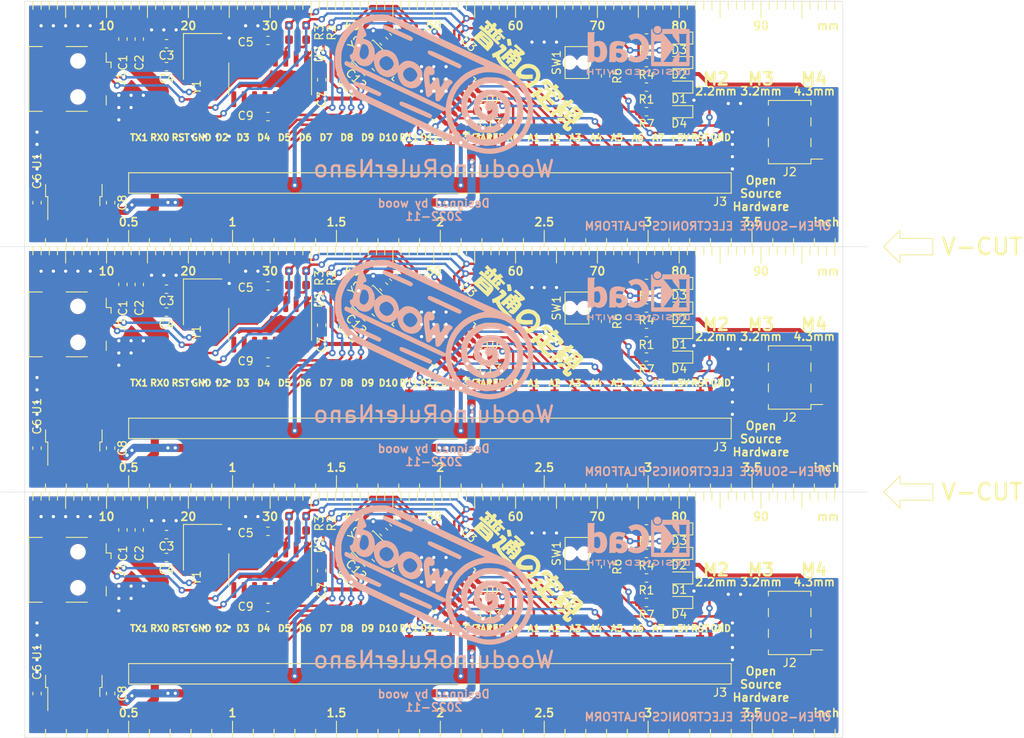
<source format=kicad_pcb>
(kicad_pcb (version 20171130) (host pcbnew "(5.1.6)-1")
  (layers (0 F.Cu signal) (31 B.Cu signal) (34 B.Paste user) (35 F.Paste user) (36 B.SilkS user) (37 F.SilkS user) (38 B.Mask user) (39 F.Mask user) (44 Edge.Cuts user))
  (net 0 "")
  (net 1 +5V)
  (net 2 GND)
  (net 3 "Net-(C3-Pad1)")
  (net 4 "Net-(C5-Pad1)")
  (net 5 +3V3)
  (net 6 "Net-(C9-Pad2)")
  (net 7 /RESET)
  (net 8 /AREF)
  (net 9 "Net-(D1-Pad2)")
  (net 10 "Net-(D2-Pad2)")
  (net 11 /D0_RX)
  (net 12 "Net-(D3-Pad2)")
  (net 13 /D1_TX)
  (net 14 "Net-(D4-Pad2)")
  (net 15 "Net-(J1-Pad3)")
  (net 16 "Net-(J1-Pad2)")
  (net 17 /D11_MOSI)
  (net 18 /D13_SCK)
  (net 19 /D12_MISO)
  (net 20 /A4)
  (net 21 /A5)
  (net 22 /A6)
  (net 23 /A7)
  (net 24 /A3)
  (net 25 /A2)
  (net 26 /A1)
  (net 27 /A0)
  (net 28 /D10)
  (net 29 /D9)
  (net 30 /D8)
  (net 31 /D7)
  (net 32 /D6)
  (net 33 /D5)
  (net 34 /D4)
  (net 35 /D3)
  (net 36 /D2)
  (net 37 "Net-(R2-Pad2)")
  (net 38 "Net-(R3-Pad2)")
  (net 39 "Net-(U3-Pad8)")
  (net 40 "Net-(U3-Pad7)")
  (net 41 "Net-(C4-Pad2)")
  (module Capacitor_SMD:C_0603_1608Metric_Pad1.05x0.95mm_HandSolder (layer F.Cu) (at 112 114.625 270)
    (fp_text reference C1 (at 2.875 0 90) (layer F.SilkS))
    (fp_text value 10u)
    (pad 1 smd roundrect (at -0.875 0 270) (size 1.05 0.95) (layers F.Cu F.Paste F.Mask) (net 2 GND))
    (pad 2 smd roundrect (at 0.875 0 270) (size 1.05 0.95) (layers F.Cu F.Paste F.Mask) (net 1 +5V))
  )
  (module Capacitor_SMD:C_0603_1608Metric_Pad1.05x0.95mm_HandSolder (layer F.Cu) (at 114 114.625 270)
    (fp_text reference C2 (at 2.875 0 90) (layer F.SilkS))
    (fp_text value 0.1u)
    (pad 2 smd roundrect (at 0.875 0 270) (size 1.05 0.95) (layers F.Cu F.Paste F.Mask) (net 1 +5V))
    (pad 1 smd roundrect (at -0.875 0 270) (size 1.05 0.95) (layers F.Cu F.Paste F.Mask) (net 2 GND))
  )
  (module Capacitor_SMD:C_0603_1608Metric_Pad1.05x0.95mm_HandSolder (layer F.Cu) (at 117.325 115.2 180)
    (fp_text reference C3 (at 0 -1.43) (layer F.SilkS))
    (fp_text value 10p)
    (pad 1 smd roundrect (at -0.875 0 180) (size 1.05 0.95) (layers F.Cu F.Paste F.Mask) (net 3 "Net-(C3-Pad1)"))
    (pad 2 smd roundrect (at 0.875 0 180) (size 1.05 0.95) (layers F.Cu F.Paste F.Mask) (net 2 GND))
  )
  (module Capacitor_SMD:C_0603_1608Metric_Pad1.05x0.95mm_HandSolder (layer F.Cu) (at 117.325 118)
    (fp_text reference C4 (at 0 1.5) (layer F.SilkS))
    (fp_text value 10p)
    (pad 2 smd roundrect (at 0.875 0) (size 1.05 0.95) (layers F.Cu F.Paste F.Mask) (net 41 "Net-(C4-Pad2)"))
    (pad 1 smd roundrect (at -0.875 0) (size 1.05 0.95) (layers F.Cu F.Paste F.Mask) (net 2 GND))
  )
  (module Capacitor_SMD:C_0603_1608Metric_Pad1.05x0.95mm_HandSolder (layer F.Cu) (at 129.725 114.8 180)
    (fp_text reference C5 (at 2.725 -0.2) (layer F.SilkS))
    (fp_text value 0.1u)
    (pad 1 smd roundrect (at -0.875 0 180) (size 1.05 0.95) (layers F.Cu F.Paste F.Mask) (net 4 "Net-(C5-Pad1)"))
    (pad 2 smd roundrect (at 0.875 0 180) (size 1.05 0.95) (layers F.Cu F.Paste F.Mask) (net 2 GND))
  )
  (module Capacitor_SMD:C_0603_1608Metric_Pad1.05x0.95mm_HandSolder (layer F.Cu) (at 101.5 134.625 270)
    (fp_text reference C6 (at -2.625 0 90) (layer F.SilkS))
    (fp_text value 0.1u)
    (pad 1 smd roundrect (at -0.875 0 270) (size 1.05 0.95) (layers F.Cu F.Paste F.Mask) (net 2 GND))
    (pad 2 smd roundrect (at 0.875 0 270) (size 1.05 0.95) (layers F.Cu F.Paste F.Mask) (net 1 +5V))
  )
  (module Capacitor_SMD:C_0603_1608Metric_Pad1.05x0.95mm_HandSolder (layer F.Cu) (at 136.3 119.6 90)
    (fp_text reference C7 (at -2.4 0 90) (layer F.SilkS))
    (fp_text value 0.1u)
    (pad 1 smd roundrect (at -0.875 0 90) (size 1.05 0.95) (layers F.Cu F.Paste F.Mask) (net 1 +5V))
    (pad 2 smd roundrect (at 0.875 0 90) (size 1.05 0.95) (layers F.Cu F.Paste F.Mask) (net 2 GND))
  )
  (module Capacitor_SMD:C_0603_1608Metric_Pad1.05x0.95mm_HandSolder (layer F.Cu) (at 110.5 134.625 270)
    (fp_text reference C8 (at 0 -1.43 90) (layer F.SilkS))
    (fp_text value 10u)
    (pad 1 smd roundrect (at -0.875 0 270) (size 1.05 0.95) (layers F.Cu F.Paste F.Mask) (net 2 GND))
    (pad 2 smd roundrect (at 0.875 0 270) (size 1.05 0.95) (layers F.Cu F.Paste F.Mask) (net 5 +3V3))
  )
  (module Capacitor_SMD:C_0603_1608Metric_Pad1.05x0.95mm_HandSolder (layer F.Cu) (at 129.725 124.1)
    (fp_text reference C9 (at -2.725 -0.1) (layer F.SilkS))
    (fp_text value 0.1u)
    (pad 2 smd roundrect (at 0.875 0) (size 1.05 0.95) (layers F.Cu F.Paste F.Mask) (net 6 "Net-(C9-Pad2)"))
    (pad 1 smd roundrect (at -0.875 0) (size 1.05 0.95) (layers F.Cu F.Paste F.Mask) (net 7 /RESET))
  )
  (module Capacitor_SMD:C_0603_1608Metric_Pad1.05x0.95mm_HandSolder (layer F.Cu) (at 156.2 123.4)
    (fp_text reference C10 (at 0.3 -1.4) (layer F.SilkS))
    (fp_text value 0.1u)
    (pad 1 smd roundrect (at -0.875 0) (size 1.05 0.95) (layers F.Cu F.Paste F.Mask) (net 8 /AREF))
    (pad 2 smd roundrect (at 0.875 0) (size 1.05 0.95) (layers F.Cu F.Paste F.Mask) (net 2 GND))
  )
  (module Capacitor_SMD:C_0603_1608Metric_Pad1.05x0.95mm_HandSolder (layer F.Cu) (at 143.881282 114.881282 135)
    (fp_text reference C11 (at -0.874999 -7.071068 135) (layer F.SilkS))
    (fp_text value 0.1u)
    (pad 2 smd roundrect (at 0.875 0 135) (size 1.05 0.95) (layers F.Cu F.Paste F.Mask) (net 2 GND))
    (pad 1 smd roundrect (at -0.875 0 135) (size 1.05 0.95) (layers F.Cu F.Paste F.Mask) (net 1 +5V))
  )
  (module Capacitor_SMD:C_0603_1608Metric_Pad1.05x0.95mm_HandSolder (layer F.Cu) (at 145.081282 113.681282 135)
    (fp_text reference C12 (at -0.874999 -7.353911 135) (layer F.SilkS))
    (fp_text value 0.1u)
    (pad 2 smd roundrect (at 0.875 0 135) (size 1.05 0.95) (layers F.Cu F.Paste F.Mask) (net 2 GND))
    (pad 1 smd roundrect (at -0.875 0 135) (size 1.05 0.95) (layers F.Cu F.Paste F.Mask) (net 1 +5V))
  )
  (module Capacitor_SMD:C_0603_1608Metric_Pad1.05x0.95mm_HandSolder (layer F.Cu) (at 154.175 125.5 180)
    (fp_text reference C13 (at -2.725 0.6) (layer F.SilkS))
    (fp_text value 0.1u)
    (pad 1 smd roundrect (at -0.875 0 180) (size 1.05 0.95) (layers F.Cu F.Paste F.Mask) (net 2 GND))
    (pad 2 smd roundrect (at 0.875 0 180) (size 1.05 0.95) (layers F.Cu F.Paste F.Mask) (net 1 +5V))
  )
  (module LED_SMD:LED_0603_1608Metric_Pad1.05x0.95mm_HandSolder (layer F.Cu) (at 180 120.5 180)
    (fp_text reference D1 (at 0 -1.43) (layer F.SilkS))
    (fp_text value LED)
    (pad 1 smd roundrect (at -0.875 0 180) (size 1.05 0.95) (layers F.Cu F.Paste F.Mask) (net 2 GND))
    (pad 2 smd roundrect (at 0.875 0 180) (size 1.05 0.95) (layers F.Cu F.Paste F.Mask) (net 9 "Net-(D1-Pad2)"))
  )
  (module LED_SMD:LED_0603_1608Metric_Pad1.05x0.95mm_HandSolder (layer F.Cu) (at 180 117.5 180)
    (fp_text reference D2 (at 0 -1.43) (layer F.SilkS))
    (fp_text value LED)
    (pad 1 smd roundrect (at -0.875 0 180) (size 1.05 0.95) (layers F.Cu F.Paste F.Mask) (net 11 /D0_RX))
    (pad 2 smd roundrect (at 0.875 0 180) (size 1.05 0.95) (layers F.Cu F.Paste F.Mask) (net 10 "Net-(D2-Pad2)"))
  )
  (module LED_SMD:LED_0603_1608Metric_Pad1.05x0.95mm_HandSolder (layer F.Cu) (at 180 114.5 180)
    (fp_text reference D3 (at 0 -1.43) (layer F.SilkS))
    (fp_text value LED)
    (pad 1 smd roundrect (at -0.875 0 180) (size 1.05 0.95) (layers F.Cu F.Paste F.Mask) (net 13 /D1_TX))
    (pad 2 smd roundrect (at 0.875 0 180) (size 1.05 0.95) (layers F.Cu F.Paste F.Mask) (net 12 "Net-(D3-Pad2)"))
  )
  (module LED_SMD:LED_0603_1608Metric_Pad1.05x0.95mm_HandSolder (layer F.Cu) (at 180 123.5 180)
    (fp_text reference D4 (at 0 -1.43) (layer F.SilkS))
    (fp_text value LED)
    (pad 1 smd roundrect (at -0.875 0 180) (size 1.05 0.95) (layers F.Cu F.Paste F.Mask) (net 2 GND))
    (pad 2 smd roundrect (at 0.875 0 180) (size 1.05 0.95) (layers F.Cu F.Paste F.Mask) (net 14 "Net-(D4-Pad2)"))
  )
  (module Connector_USB:USB_Mini-B_Wuerth_65100516121_Horizontal (layer F.Cu) (at 106.5 119.5 270)
    (fp_text reference J1 (at 0 -5.25 90) (layer F.SilkS))
    (fp_text value USB_B_Mini)
    (pad "" np_thru_hole circle (at 2.2 0 270) (size 0.9 0.9) (drill 0.9) (layers *.Cu *.Mask))
    (pad "" np_thru_hole circle (at -2.2 0 270) (size 0.9 0.9) (drill 0.9) (layers *.Cu *.Mask))
    (pad 5 smd rect (at 1.6 -2.6 270) (size 0.5 2.5) (layers F.Cu F.Paste F.Mask) (net 2 GND))
    (pad 4 smd rect (at 0.8 -2.6 270) (size 0.5 2.5) (layers F.Cu F.Paste F.Mask))
    (pad 3 smd rect (at 0 -2.6 270) (size 0.5 2.5) (layers F.Cu F.Paste F.Mask) (net 15 "Net-(J1-Pad3)"))
    (pad 2 smd rect (at -0.8 -2.6 270) (size 0.5 2.5) (layers F.Cu F.Paste F.Mask) (net 16 "Net-(J1-Pad2)"))
    (pad 1 smd rect (at -1.6 -2.6 270) (size 0.5 2.5) (layers F.Cu F.Paste F.Mask) (net 1 +5V))
    (pad 6 smd rect (at 4.4 -2.6 270) (size 2 2.5) (layers F.Cu F.Paste F.Mask) (net 2 GND))
    (pad 6 smd rect (at -4.4 -2.6 270) (size 2 2.5) (layers F.Cu F.Paste F.Mask) (net 2 GND))
    (pad 6 smd rect (at 4.4 2.9 270) (size 2 2.5) (layers F.Cu F.Paste F.Mask) (net 2 GND))
    (pad 6 smd rect (at -4.4 2.9 270) (size 2 2.5) (layers F.Cu F.Paste F.Mask) (net 2 GND))
  )
  (module Connector_PinHeader_2.54mm:PinHeader_2x03_P2.54mm_Vertical_SMD (layer F.Cu) (at 193.5 126 180)
    (fp_text reference J2 (at 0 -4.87) (layer F.SilkS))
    (fp_text value Conn_02x03_Odd_Even)
    (pad 1 smd rect (at -2.525 -2.54 180) (size 3.15 1) (layers F.Cu F.Paste F.Mask) (net 19 /D12_MISO))
    (pad 2 smd rect (at 2.525 -2.54 180) (size 3.15 1) (layers F.Cu F.Paste F.Mask) (net 1 +5V))
    (pad 3 smd rect (at -2.525 0 180) (size 3.15 1) (layers F.Cu F.Paste F.Mask) (net 18 /D13_SCK))
    (pad 4 smd rect (at 2.525 0 180) (size 3.15 1) (layers F.Cu F.Paste F.Mask) (net 17 /D11_MOSI))
    (pad 5 smd rect (at -2.525 2.54 180) (size 3.15 1) (layers F.Cu F.Paste F.Mask) (net 7 /RESET))
    (pad 6 smd rect (at 2.525 2.54 180) (size 3.15 1) (layers F.Cu F.Paste F.Mask) (net 2 GND))
  )
  (module Resistor_SMD:R_0603_1608Metric_Pad1.05x0.95mm_HandSolder (layer F.Cu) (at 176 120.5)
    (fp_text reference R1 (at 0 1.5) (layer F.SilkS))
    (fp_text value 1k)
    (pad 1 smd roundrect (at -0.875 0) (size 1.05 0.95) (layers F.Cu F.Paste F.Mask) (net 1 +5V))
    (pad 2 smd roundrect (at 0.875 0) (size 1.05 0.95) (layers F.Cu F.Paste F.Mask) (net 9 "Net-(D1-Pad2)"))
  )
  (module Resistor_SMD:R_0603_1608Metric_Pad1.05x0.95mm_HandSolder (layer F.Cu) (at 134.4 113.825 270)
    (fp_text reference R2 (at 0 -3.1 90) (layer F.SilkS))
    (fp_text value 1k)
    (pad 1 smd roundrect (at -0.875 0 270) (size 1.05 0.95) (layers F.Cu F.Paste F.Mask) (net 11 /D0_RX))
    (pad 2 smd roundrect (at 0.875 0 270) (size 1.05 0.95) (layers F.Cu F.Paste F.Mask) (net 37 "Net-(R2-Pad2)"))
  )
  (module Resistor_SMD:R_0603_1608Metric_Pad1.05x0.95mm_HandSolder (layer F.Cu) (at 132.3 113.825 270)
    (fp_text reference R3 (at 0 -3.7 90) (layer F.SilkS))
    (fp_text value 1k)
    (pad 1 smd roundrect (at -0.875 0 270) (size 1.05 0.95) (layers F.Cu F.Paste F.Mask) (net 13 /D1_TX))
    (pad 2 smd roundrect (at 0.875 0 270) (size 1.05 0.95) (layers F.Cu F.Paste F.Mask) (net 38 "Net-(R3-Pad2)"))
  )
  (module Resistor_SMD:R_0603_1608Metric_Pad1.05x0.95mm_HandSolder (layer F.Cu) (at 176 117.5)
    (fp_text reference R4 (at 0 1.5) (layer F.SilkS))
    (fp_text value 4.7k)
    (pad 1 smd roundrect (at -0.875 0) (size 1.05 0.95) (layers F.Cu F.Paste F.Mask) (net 1 +5V))
    (pad 2 smd roundrect (at 0.875 0) (size 1.05 0.95) (layers F.Cu F.Paste F.Mask) (net 10 "Net-(D2-Pad2)"))
  )
  (module Resistor_SMD:R_0603_1608Metric_Pad1.05x0.95mm_HandSolder (layer F.Cu) (at 176 114.5)
    (fp_text reference R5 (at 0 1.5) (layer F.SilkS))
    (fp_text value 4.7k)
    (pad 1 smd roundrect (at -0.875 0) (size 1.05 0.95) (layers F.Cu F.Paste F.Mask) (net 1 +5V))
    (pad 2 smd roundrect (at 0.875 0) (size 1.05 0.95) (layers F.Cu F.Paste F.Mask) (net 12 "Net-(D3-Pad2)"))
  )
  (module Resistor_SMD:R_0603_1608Metric_Pad1.05x0.95mm_HandSolder (layer F.Cu) (at 171 119.125 270)
    (fp_text reference R6 (at 0 -1.43 90) (layer F.SilkS))
    (fp_text value 10k)
    (pad 2 smd roundrect (at 0.875 0 270) (size 1.05 0.95) (layers F.Cu F.Paste F.Mask) (net 7 /RESET))
    (pad 1 smd roundrect (at -0.875 0 270) (size 1.05 0.95) (layers F.Cu F.Paste F.Mask) (net 1 +5V))
  )
  (module Resistor_SMD:R_0603_1608Metric_Pad1.05x0.95mm_HandSolder (layer F.Cu) (at 176 123.5)
    (fp_text reference R7 (at 0 1.5) (layer F.SilkS))
    (fp_text value 1k)
    (pad 1 smd roundrect (at -0.875 0) (size 1.05 0.95) (layers F.Cu F.Paste F.Mask) (net 18 /D13_SCK))
    (pad 2 smd roundrect (at 0.875 0) (size 1.05 0.95) (layers F.Cu F.Paste F.Mask) (net 14 "Net-(D4-Pad2)"))
  )
  (module 0_kicad_wood:SW_TVAF06-A020B-R (layer F.Cu) (at 167.5 117.5 270)
    (fp_text reference SW1 (at 0 2.5 90) (layer F.SilkS))
    (fp_text value SW_Push)
    (pad "" np_thru_hole circle (at 0 -0.9 270) (size 0.75 0.75) (drill 0.75) (layers *.Cu *.Mask))
    (pad "" np_thru_hole circle (at 0 0.9 270) (size 0.75 0.75) (drill 0.75) (layers *.Cu *.Mask))
    (pad 2 smd rect (at 2.75 0 270) (size 1.05 1.6) (layers F.Cu F.Paste F.Mask) (net 7 /RESET))
    (pad 1 smd rect (at -2.75 0 270) (size 1.05 1.6) (layers F.Cu F.Paste F.Mask) (net 2 GND))
  )
  (module Package_TO_SOT_SMD:TO-252-2 (layer F.Cu) (at 106 131.425 90)
    (fp_text reference U1 (at 1.925 -4.5 90) (layer F.SilkS))
    (fp_text value NJM2845DL1-33)
    (pad 2 smd rect (at 2.1 0 90) (size 6.4 5.8) (layers F.Cu F.Mask) (net 2 GND))
    (pad 3 smd rect (at -4.2 2.28 90) (size 2.2 1.2) (layers F.Cu F.Paste F.Mask) (net 5 +3V3))
    (pad 1 smd rect (at -4.2 -2.28 90) (size 2.2 1.2) (layers F.Cu F.Paste F.Mask) (net 1 +5V))
  )
  (module Package_SO:SOIC-16_3.9x9.9mm_P1.27mm (layer F.Cu) (at 130 119.5 270)
    (fp_text reference U2 (at -3 -6 90) (layer F.SilkS))
    (fp_text value CH340G)
    (pad 1 smd roundrect (at -2.475 -4.445 270) (size 1.95 0.6) (layers F.Cu F.Paste F.Mask) (net 2 GND))
    (pad 2 smd roundrect (at -2.475 -3.175 270) (size 1.95 0.6) (layers F.Cu F.Paste F.Mask) (net 37 "Net-(R2-Pad2)"))
    (pad 3 smd roundrect (at -2.475 -1.905 270) (size 1.95 0.6) (layers F.Cu F.Paste F.Mask) (net 38 "Net-(R3-Pad2)"))
    (pad 4 smd roundrect (at -2.475 -0.635 270) (size 1.95 0.6) (layers F.Cu F.Paste F.Mask) (net 4 "Net-(C5-Pad1)"))
    (pad 5 smd roundrect (at -2.475 0.635 270) (size 1.95 0.6) (layers F.Cu F.Paste F.Mask) (net 15 "Net-(J1-Pad3)"))
    (pad 6 smd roundrect (at -2.475 1.905 270) (size 1.95 0.6) (layers F.Cu F.Paste F.Mask) (net 16 "Net-(J1-Pad2)"))
    (pad 7 smd roundrect (at -2.475 3.175 270) (size 1.95 0.6) (layers F.Cu F.Paste F.Mask) (net 3 "Net-(C3-Pad1)"))
    (pad 8 smd roundrect (at -2.475 4.445 270) (size 1.95 0.6) (layers F.Cu F.Paste F.Mask) (net 41 "Net-(C4-Pad2)"))
    (pad 9 smd roundrect (at 2.475 4.445 270) (size 1.95 0.6) (layers F.Cu F.Paste F.Mask))
    (pad 10 smd roundrect (at 2.475 3.175 270) (size 1.95 0.6) (layers F.Cu F.Paste F.Mask))
    (pad 11 smd roundrect (at 2.475 1.905 270) (size 1.95 0.6) (layers F.Cu F.Paste F.Mask))
    (pad 12 smd roundrect (at 2.475 0.635 270) (size 1.95 0.6) (layers F.Cu F.Paste F.Mask))
    (pad 13 smd roundrect (at 2.475 -0.635 270) (size 1.95 0.6) (layers F.Cu F.Paste F.Mask) (net 6 "Net-(C9-Pad2)"))
    (pad 14 smd roundrect (at 2.475 -1.905 270) (size 1.95 0.6) (layers F.Cu F.Paste F.Mask))
    (pad 15 smd roundrect (at 2.475 -3.175 270) (size 1.95 0.6) (layers F.Cu F.Paste F.Mask))
    (pad 16 smd roundrect (at 2.475 -4.445 270) (size 1.95 0.6) (layers F.Cu F.Paste F.Mask) (net 1 +5V))
  )
  (module Package_QFP:TQFP-32_7x7mm_P0.8mm (layer F.Cu) (at 150 119.5 315)
    (fp_text reference U3 (at 0 -6.05 135) (layer F.SilkS))
    (fp_text value ATmega328P-AU)
    (pad 32 smd rect (at -2.8 -4.25 45) (size 1.6 0.55) (layers F.Cu F.Paste F.Mask) (net 36 /D2))
    (pad 31 smd rect (at -2 -4.25 45) (size 1.6 0.55) (layers F.Cu F.Paste F.Mask) (net 13 /D1_TX))
    (pad 30 smd rect (at -1.2 -4.25 45) (size 1.6 0.55) (layers F.Cu F.Paste F.Mask) (net 11 /D0_RX))
    (pad 29 smd rect (at -0.4 -4.25 45) (size 1.6 0.55) (layers F.Cu F.Paste F.Mask) (net 7 /RESET))
    (pad 28 smd rect (at 0.4 -4.25 45) (size 1.6 0.55) (layers F.Cu F.Paste F.Mask) (net 21 /A5))
    (pad 27 smd rect (at 1.2 -4.25 45) (size 1.6 0.55) (layers F.Cu F.Paste F.Mask) (net 20 /A4))
    (pad 26 smd rect (at 2 -4.25 45) (size 1.6 0.55) (layers F.Cu F.Paste F.Mask) (net 24 /A3))
    (pad 25 smd rect (at 2.8 -4.25 45) (size 1.6 0.55) (layers F.Cu F.Paste F.Mask) (net 25 /A2))
    (pad 24 smd rect (at 4.25 -2.8 315) (size 1.6 0.55) (layers F.Cu F.Paste F.Mask) (net 26 /A1))
    (pad 23 smd rect (at 4.25 -2 315) (size 1.6 0.55) (layers F.Cu F.Paste F.Mask) (net 27 /A0))
    (pad 22 smd rect (at 4.25 -1.2 315) (size 1.6 0.55) (layers F.Cu F.Paste F.Mask) (net 23 /A7))
    (pad 21 smd rect (at 4.25 -0.4 315) (size 1.6 0.55) (layers F.Cu F.Paste F.Mask) (net 2 GND))
    (pad 20 smd rect (at 4.25 0.4 315) (size 1.6 0.55) (layers F.Cu F.Paste F.Mask) (net 8 /AREF))
    (pad 19 smd rect (at 4.25 1.2 315) (size 1.6 0.55) (layers F.Cu F.Paste F.Mask) (net 22 /A6))
    (pad 18 smd rect (at 4.25 2 315) (size 1.6 0.55) (layers F.Cu F.Paste F.Mask) (net 1 +5V))
    (pad 17 smd rect (at 4.25 2.8 315) (size 1.6 0.55) (layers F.Cu F.Paste F.Mask) (net 18 /D13_SCK))
    (pad 16 smd rect (at 2.8 4.25 45) (size 1.6 0.55) (layers F.Cu F.Paste F.Mask) (net 19 /D12_MISO))
    (pad 15 smd rect (at 2 4.25 45) (size 1.6 0.55) (layers F.Cu F.Paste F.Mask) (net 17 /D11_MOSI))
    (pad 14 smd rect (at 1.2 4.25 45) (size 1.6 0.55) (layers F.Cu F.Paste F.Mask) (net 28 /D10))
    (pad 13 smd rect (at 0.4 4.25 45) (size 1.6 0.55) (layers F.Cu F.Paste F.Mask) (net 29 /D9))
    (pad 12 smd rect (at -0.4 4.25 45) (size 1.6 0.55) (layers F.Cu F.Paste F.Mask) (net 30 /D8))
    (pad 11 smd rect (at -1.2 4.25 45) (size 1.6 0.55) (layers F.Cu F.Paste F.Mask) (net 31 /D7))
    (pad 10 smd rect (at -2 4.25 45) (size 1.6 0.55) (layers F.Cu F.Paste F.Mask) (net 32 /D6))
    (pad 9 smd rect (at -2.8 4.25 45) (size 1.6 0.55) (layers F.Cu F.Paste F.Mask) (net 33 /D5))
    (pad 8 smd rect (at -4.25 2.8 315) (size 1.6 0.55) (layers F.Cu F.Paste F.Mask) (net 39 "Net-(U3-Pad8)"))
    (pad 7 smd rect (at -4.25 2 315) (size 1.6 0.55) (layers F.Cu F.Paste F.Mask) (net 40 "Net-(U3-Pad7)"))
    (pad 6 smd rect (at -4.25 1.2 315) (size 1.6 0.55) (layers F.Cu F.Paste F.Mask) (net 1 +5V))
    (pad 5 smd rect (at -4.25 0.4 315) (size 1.6 0.55) (layers F.Cu F.Paste F.Mask) (net 2 GND))
    (pad 4 smd rect (at -4.25 -0.4 315) (size 1.6 0.55) (layers F.Cu F.Paste F.Mask) (net 1 +5V))
    (pad 3 smd rect (at -4.25 -1.2 315) (size 1.6 0.55) (layers F.Cu F.Paste F.Mask) (net 2 GND))
    (pad 2 smd rect (at -4.25 -2 315) (size 1.6 0.55) (layers F.Cu F.Paste F.Mask) (net 34 /D4))
    (pad 1 smd rect (at -4.25 -2.8 315) (size 1.6 0.55) (layers F.Cu F.Paste F.Mask) (net 35 /D3))
  )
  (module Crystal:Resonator_SMD_muRata_CSTxExxV-3Pin_3.0x1.1mm_HandSoldering (layer F.Cu) (at 142.151472 116.848528 45)
    (fp_text reference Y2 (at 0 -2.45 45) (layer F.SilkS))
    (fp_text value Resonator)
    (pad 1 smd rect (at -1.2 0 45) (size 0.4 3.2) (layers F.Cu F.Paste F.Mask) (net 39 "Net-(U3-Pad8)"))
    (pad 2 smd rect (at 0 0 45) (size 0.4 3.2) (layers F.Cu F.Paste F.Mask) (net 2 GND))
    (pad 3 smd rect (at 1.2 0 45) (size 0.4 3.2) (layers F.Cu F.Paste F.Mask) (net 40 "Net-(U3-Pad7)"))
  )
  (module Crystal:Crystal_SMD_SeikoEpson_FA238V-4Pin_3.2x2.5mm_HandSoldering (layer F.Cu) (at 121.75 116.75 270)
    (fp_text reference Y1 (at 3.75 0.75 90) (layer F.SilkS))
    (fp_text value Crystal_GND24)
    (pad 1 smd rect (at -1.55 1.25 270) (size 2.1 1.8) (layers F.Cu F.Paste F.Mask) (net 3 "Net-(C3-Pad1)"))
    (pad 2 smd rect (at 1.55 1.25 270) (size 2.1 1.8) (layers F.Cu F.Paste F.Mask) (net 2 GND))
    (pad 3 smd rect (at 1.55 -1.25 270) (size 2.1 1.8) (layers F.Cu F.Paste F.Mask) (net 41 "Net-(C4-Pad2)"))
    (pad 4 smd rect (at -1.55 -1.25 270) (size 2.1 1.8) (layers F.Cu F.Paste F.Mask) (net 2 GND))
  )
  (module 0_kicad_wood:PinHeader_1x29_P2.54mm_Horizontal_SMD_PSL-410256-29 (layer F.Cu) (at 185.09 128.57 180)
    (fp_text reference J3 (at 0.09 -5.93) (layer F.SilkS))
    (fp_text value Conn_01x29)
    (pad 1 smd rect (at 0 0 180) (size 1 2.2) (layers F.Cu F.Paste F.Mask) (net 2 GND))
    (pad 2 smd rect (at 2.54 0 180) (size 1 2.2) (layers F.Cu F.Paste F.Mask) (net 7 /RESET))
    (pad 3 smd rect (at 5.08 0 180) (size 1 2.2) (layers F.Cu F.Paste F.Mask) (net 1 +5V))
    (pad 4 smd rect (at 7.62 0 180) (size 1 2.2) (layers F.Cu F.Paste F.Mask) (net 23 /A7))
    (pad 5 smd rect (at 10.16 0 180) (size 1 2.2) (layers F.Cu F.Paste F.Mask) (net 22 /A6))
    (pad 6 smd rect (at 12.7 0 180) (size 1 2.2) (layers F.Cu F.Paste F.Mask) (net 21 /A5))
    (pad 7 smd rect (at 15.24 0 180) (size 1 2.2) (layers F.Cu F.Paste F.Mask) (net 20 /A4))
    (pad 8 smd rect (at 17.78 0 180) (size 1 2.2) (layers F.Cu F.Paste F.Mask) (net 24 /A3))
    (pad 9 smd rect (at 20.32 0 180) (size 1 2.2) (layers F.Cu F.Paste F.Mask) (net 25 /A2))
    (pad 10 smd rect (at 22.86 0 180) (size 1 2.2) (layers F.Cu F.Paste F.Mask) (net 26 /A1))
    (pad 11 smd rect (at 25.4 0 180) (size 1 2.2) (layers F.Cu F.Paste F.Mask) (net 27 /A0))
    (pad 12 smd rect (at 27.94 0 180) (size 1 2.2) (layers F.Cu F.Paste F.Mask) (net 8 /AREF))
    (pad 13 smd rect (at 30.48 0 180) (size 1 2.2) (layers F.Cu F.Paste F.Mask) (net 5 +3V3))
    (pad 14 smd rect (at 33.02 0 180) (size 1 2.2) (layers F.Cu F.Paste F.Mask) (net 18 /D13_SCK))
    (pad 15 smd rect (at 35.56 0 180) (size 1 2.2) (layers F.Cu F.Paste F.Mask) (net 19 /D12_MISO))
    (pad 16 smd rect (at 38.1 0 180) (size 1 2.2) (layers F.Cu F.Paste F.Mask) (net 17 /D11_MOSI))
    (pad 17 smd rect (at 40.64 0 180) (size 1 2.2) (layers F.Cu F.Paste F.Mask) (net 28 /D10))
    (pad 18 smd rect (at 43.18 0 180) (size 1 2.2) (layers F.Cu F.Paste F.Mask) (net 29 /D9))
    (pad 19 smd rect (at 45.72 0 180) (size 1 2.2) (layers F.Cu F.Paste F.Mask) (net 30 /D8))
    (pad 20 smd rect (at 48.26 0 180) (size 1 2.2) (layers F.Cu F.Paste F.Mask) (net 31 /D7))
    (pad 21 smd rect (at 50.8 0 180) (size 1 2.2) (layers F.Cu F.Paste F.Mask) (net 32 /D6))
    (pad 22 smd rect (at 53.34 0 180) (size 1 2.2) (layers F.Cu F.Paste F.Mask) (net 33 /D5))
    (pad 23 smd rect (at 55.88 0 180) (size 1 2.2) (layers F.Cu F.Paste F.Mask) (net 34 /D4))
    (pad 24 smd rect (at 58.42 0 180) (size 1 2.2) (layers F.Cu F.Paste F.Mask) (net 35 /D3))
    (pad 25 smd rect (at 60.96 0 180) (size 1 2.2) (layers F.Cu F.Paste F.Mask) (net 36 /D2))
    (pad 26 smd rect (at 63.5 0 180) (size 1 2.2) (layers F.Cu F.Paste F.Mask) (net 2 GND))
    (pad 27 smd rect (at 66.04 0 180) (size 1 2.2) (layers F.Cu F.Paste F.Mask) (net 7 /RESET))
    (pad 28 smd rect (at 68.58 0 180) (size 1 2.2) (layers F.Cu F.Paste F.Mask) (net 11 /D0_RX))
    (pad 29 smd rect (at 71.12 0 180) (size 1 2.2) (layers F.Cu F.Paste F.Mask) (net 13 /D1_TX))
  )
  (module MountingHole:MountingHole_2.2mm_M2 (layer F.Cu) (at 184.5 116)
    (fp_text reference REF**)
    (fp_text value MountingHole_2.2mm_M2)
    (pad 1 np_thru_hole circle (at 0 0) (size 2.2 2.2) (drill 2.2) (layers *.Cu *.Mask))
  )
  (module MountingHole:MountingHole_3.2mm_M3 (layer F.Cu) (at 190 116)
    (fp_text reference REF**)
    (fp_text value MountingHole_3.2mm_M3)
    (pad 1 np_thru_hole circle (at 0 0) (size 3.2 3.2) (drill 3.2) (layers *.Cu *.Mask))
  )
  (module MountingHole:MountingHole_4.3mm_M4 (layer F.Cu) (at 196.5 116)
    (fp_text reference REF**)
    (fp_text value MountingHole_4.3mm_M4)
    (pad 1 np_thru_hole circle (at 0 0) (size 4.3 4.3) (drill 4.3) (layers *.Cu *.Mask))
  )
  (module Symbol:KiCad-Logo2_5mm_SilkScreen (layer B.Cu) (at 175 116 180)
    (fp_text reference REF** hide)
    (fp_text value KiCad-Logo2_5mm_SilkScreen hide)
  )
  (module 0_kicad_wood:logo_woodmark_25_18_mm (layer B.Cu) (at 150 120 180)
    (fp_text reference G*** hide)
    (fp_text value LOGO hide)
  )
  (module 0_kicad_wood:logo_normal_zyougi_17_4_mm (layer F.Cu) (at 161.6 119 315)
    (fp_text reference G*** hide)
    (fp_text value LOGO hide)
  )
  (module 0_kicad_wood:OSHW-Symbol_6.7x6mm_Mask (layer F.Cu) (at 196 133.5)
    (fp_text reference REF** hide)
    (fp_text value OSHW-Symbol_6.7x6mm_Mask hide)
  )
  (module Symbol:OSHW-Symbol_6.7x6mm_Copper (layer F.Cu) (at 196 133.5)
    (fp_text reference REF** hide)
    (fp_text value OSHW-Symbol_6.7x6mm_Copper hide)
    (fp_poly (pts (xy 0.555814 -2.531069) (xy 0.639635 -2.086445) (xy 0.94892 -1.958947) (xy 1.258206 -1.831449) (xy 1.629246 -2.083754) (xy 1.733157 -2.154004) (xy 1.827087 -2.216728) (xy 1.906652 -2.269062) (xy 1.96747 -2.308143) (xy 2.005157 -2.331107) (xy 2.015421 -2.336058) (xy 2.03391 -2.323324) (xy 2.07342 -2.288118) (xy 2.129522 -2.234938) (xy 2.197787 -2.168282) (xy 2.273786 -2.092646) (xy 2.353092 -2.012528) (xy 2.431275 -1.932426) (xy 2.503907 -1.856836) (xy 2.566559 -1.790255) (xy 2.614803 -1.737182) (xy 2.64421 -1.702113) (xy 2.651241 -1.690377) (xy 2.641123 -1.66874) (xy 2.612759 -1.621338) (xy 2.569129 -1.552807) (xy 2.513218 -1.467785) (xy 2.448006 -1.370907) (xy 2.410219 -1.31565) (xy 2.341343 -1.214752) (xy 2.28014 -1.123701) (xy 2.229578 -1.04703) (xy 2.192628 -0.989272) (xy 2.172258 -0.954957) (xy 2.169197 -0.947746) (xy 2.176136 -0.927252) (xy 2.195051 -0.879487) (xy 2.223087 -0.811168) (xy 2.257391 -0.729011) (xy 2.295109 -0.63973) (xy 2.333387 -0.550042) (xy 2.36937 -0.466662) (xy 2.400206 -0.396306) (xy 2.423039 -0.34569) (xy 2.435017 -0.321529) (xy 2.435724 -0.320578) (xy 2.454531 -0.315964) (xy 2.504618 -0.305672) (xy 2.580793 -0.290713) (xy 2.677865 -0.272099) (xy 2.790643 -0.250841) (xy 2.856442 -0.238582) (xy 2.97695 -0.215638) (xy 3.085797 -0.193805) (xy 3.177476 -0.174278) (xy 3.246481 -0.158252) (xy 3.287304 -0.146921) (xy 3.295511 -0.143326) (xy 3.303548 -0.118994) (xy 3.310033 -0.064041) (xy 3.31497 0.015108) (xy 3.318364 0.112026) (xy 3.320218 0.220287) (xy 3.320538 0.333465) (xy 3.319327 0.445135) (xy 3.31659 0.548868) (xy 3.312331 0.638241) (xy 3.306555 0.706826) (xy 3.299267 0.748197) (xy 3.294895 0.75681) (xy 3.268764 0.767133) (xy 3.213393 0.781892) (xy 3.136107 0.799352) (xy 3.04423 0.81778) (xy 3.012158 0.823741) (xy 2.857524 0.852066) (xy 2.735375 0.874876) (xy 2.641673 0.89308) (xy 2.572384 0.907583) (xy 2.523471 0.919292) (xy 2.490897 0.929115) (xy 2.470628 0.937956) (xy 2.458626 0.946724) (xy 2.456947 0.948457) (xy 2.440184 0.976371) (xy 2.414614 1.030695) (xy 2.382788 1.104777) (xy 2.34726 1.191965) (xy 2.310583 1.285608) (xy 2.275311 1.379052) (xy 2.243996 1.465647) (xy 2.219193 1.53874) (xy 2.203454 1.591678) (xy 2.199332 1.617811) (xy 2.199676 1.618726) (xy 2.213641 1.640086) (xy 2.245322 1.687084) (xy 2.291391 1.754827) (xy 2.348518 1.838423) (xy 2.413373 1.932982) (xy 2.431843 1.959854) (xy 2.497699 2.057275) (xy 2.55565 2.146163) (xy 2.602538 2.221412) (xy 2.635207 2.27792) (xy 2.6505 2.310581) (xy 2.651241 2.314593) (xy 2.638392 2.335684) (xy 2.602888 2.377464) (xy 2.549293 2.435445) (xy 2.482171 2.505135) (xy 2.406087 2.582045) (xy 2.325604 2.661683) (xy 2.245287 2.739561) (xy 2.169699 2.811186) (xy 2.103405 2.87207) (xy 2.050969 2.917721) (xy 2.016955 2.94365) (xy 2.007545 2.947883) (xy 1.985643 2.937912) (xy 1.9408 2.91102) (xy 1.880321 2.871736) (xy 1.833789 2.840117) (xy 1.749475 2.782098) (xy 1.649626 2.713784) (xy 1.549473 2.645579) (xy 1.495627 2.609075) (xy 1.313371 2.4858) (xy 1.160381 2.56852) (xy 1.090682 2.604759) (xy 1.031414 2.632926) (xy 0.991311 2.648991) (xy 0.981103 2.651226) (xy 0.968829 2.634722) (xy 0.944613 2.588082) (xy 0.910263 2.515609) (xy 0.867588 2.421606) (xy 0.818394 2.310374) (xy 0.76449 2.186215) (xy 0.707684 2.053432) (xy 0.649782 1.916327) (xy 0.592593 1.779202) (xy 0.537924 1.646358) (xy 0.487584 1.522098) (xy 0.44338 1.410725) (xy 0.407119 1.316539) (xy 0.380609 1.243844) (xy 0.365658 1.196941) (xy 0.363254 1.180833) (xy 0.382311 1.160286) (xy 0.424036 1.126933) (xy 0.479706 1.087702) (xy 0.484378 1.084599) (xy 0.628264 0.969423) (xy 0.744283 0.835053) (xy 0.83143 0.685784) (xy 0.888699 0.525913) (xy 0.915086 0.359737) (xy 0.909585 0.191552) (xy 0.87119 0.025655) (xy 0.798895 -0.133658) (xy 0.777626 -0.168513) (xy 0.666996 -0.309263) (xy 0.536302 -0.422286) (xy 0.390064 -0.506997) (xy 0.232808 -0.562806) (xy 0.069057 -0.589126) (xy -0.096667 -0.58537) (xy -0.259838 -0.55095) (xy -0.415935 -0.485277) (xy -0.560433 -0.387765) (xy -0.605131 -0.348187) (xy -0.718888 -0.224297) (xy -0.801782 -0.093876) (xy -0.858644 0.052315) (xy -0.890313 0.197088) (xy -0.898131 0.35986) (xy -0.872062 0.52344) (xy -0.814755 0.682298) (xy -0.728856 0.830906) (xy -0.617014 0.963735) (xy -0.481877 1.075256) (xy -0.464117 1.087011) (xy -0.40785 1.125508) (xy -0.365077 1.158863) (xy -0.344628 1.18016) (xy -0.344331 1.180833) (xy -0.348721 1.203871) (xy -0.366124 1.256157) (xy -0.394732 1.33339) (xy -0.432735 1.431268) (xy -0.478326 1.545491) (xy -0.529697 1.671758) (xy -0.585038 1.805767) (xy -0.642542 1.943218) (xy -0.700399 2.079808) (xy -0.756802 2.211237) (xy -0.809942 2.333205) (xy -0.85801 2.441409) (xy -0.899199 2.531549) (xy -0.931699 2.599323) (xy -0.953703 2.64043) (xy -0.962564 2.651226) (xy -0.98964 2.642819) (xy -1.040303 2.620272) (xy -1.105817 2.587613) (xy -1.141841 2.56852) (xy -1.294832 2.4858) (xy -1.477088 2.609075) (xy -1.570125 2.672228) (xy -1.671985 2.741727) (xy -1.767438 2.807165) (xy -1.81525 2.840117) (xy -1.882495 2.885273) (xy -1.939436 2.921057) (xy -1.978646 2.942938) (xy -1.991381 2.947563) (xy -2.009917 2.935085) (xy -2.050941 2.900252) (xy -2.110475 2.846678) (xy -2.184542 2.777983) (xy -2.269165 2.697781) (xy -2.322685 2.646286) (xy -2.416319 2.554286) (xy -2.497241 2.471999) (xy -2.562177 2.402945) (xy -2.607858 2.350644) (xy -2.631011 2.318616) (xy -2.633232 2.312116) (xy -2.622924 2.287394) (xy -2.594439 2.237405) (xy -2.550937 2.167212) (xy -2.495577 2.081875) (xy -2.43152 1.986456) (xy -2.413303 1.959854) (xy -2.346927 1.863167) (xy -2.287378 1.776117) (xy -2.237984 1.703595) (xy -2.202075 1.650493) (xy -2.182981 1.621703) (xy -2.181136 1.618726) (xy -2.183895 1.595782) (xy -2.198538 1.545336) (xy -2.222513 1.474041) (xy -2.253266 1.388547) (xy -2.288244 1.295507) (xy -2.324893 1.201574) (xy -2.360661 1.113399) (xy -2.392994 1.037634) (xy -2.419338 0.980931) (xy -2.437142 0.949943) (xy -2.438407 0.948457) (xy -2.449294 0.939601) (xy -2.467682 0.930843) (xy -2.497606 0.921277) (xy -2.543103 0.909996) (xy -2.608209 0.896093) (xy -2.696961 0.878663) (xy -2.813393 0.856798) (xy -2.961542 0.829591) (xy -2.993618 0.823741) (xy -3.088686 0.805374) (xy -3.171565 0.787405) (xy -3.23493 0.771569) (xy -3.271458 0.7596) (xy -3.276356 0.75681) (xy -3.284427 0.732072) (xy -3.290987 0.67679) (xy -3.296033 0.597389) (xy -3.299559 0.500296) (xy -3.301561 0.391938) (xy -3.302036 0.27874) (xy -3.300977 0.167128) (xy -3.298382 0.063529) (xy -3.294246 -0.025632) (xy -3.288563 -0.093928) (xy -3.281331 -0.134934) (xy -3.276971 -0.143326) (xy -3.252698 -0.151792) (xy -3.197426 -0.165565) (xy -3.116662 -0.18345) (xy -3.015912 -0.204252) (xy -2.900683 -0.226777) (xy -2.837902 -0.238582) (xy -2.718787 -0.260849) (xy -2.612565 -0.281021) (xy -2.524427 -0.298085) (xy -2.459566 -0.311031) (xy -2.423174 -0.318845) (xy -2.417184 -0.320578) (xy -2.407061 -0.34011) (xy -2.385662 -0.387157) (xy -2.355839 -0.454997) (xy -2.320445 -0.536909) (xy -2.282332 -0.626172) (xy -2.244353 -0.716065) (xy -2.20936 -0.799865) (xy -2.180206 -0.870853) (xy -2.159743 -0.922306) (xy -2.150823 -0.947503) (xy -2.150657 -0.948604) (xy -2.160769 -0.968481) (xy -2.189117 -1.014223) (xy -2.232723 -1.081283) (xy -2.288606 -1.165116) (xy -2.353787 -1.261174) (xy -2.391679 -1.31635) (xy -2.460725 -1.417519) (xy -2.52205 -1.50937) (xy -2.572663 -1.587256) (xy -2.609571 -1.646531) (xy -2.629782 -1.682549) (xy -2.632701 -1.690623) (xy -2.620153 -1.709416) (xy -2.585463 -1.749543) (xy -2.533063 -1.806507) (xy -2.467384 -1.875815) (xy -2.392856 -1.952969) (xy -2.313913 -2.033475) (xy -2.234983 -2.112837) (xy -2.1605 -2.18656) (xy -2.094894 -2.250148) (xy -2.042596 -2.299106) (xy -2.008039 -2.328939) (xy -1.996478 -2.336058) (xy -1.977654 -2.326047) (xy -1.932631 -2.297922) (xy -1.865787 -2.254546) (xy -1.781499 -2.198782) (xy -1.684144 -2.133494) (xy -1.610707 -2.083754) (xy -1.239667 -1.831449) (xy -0.621095 -2.086445) (xy -0.537275 -2.531069) (xy -0.453454 -2.975693) (xy 0.471994 -2.975693) (xy 0.555814 -2.531069)) (layer F.Cu) (width 0.01))
  )
  (module Capacitor_SMD:C_0603_1608Metric_Pad1.05x0.95mm_HandSolder (layer F.Cu) (at 112 84.625 270)
    (fp_text reference C1 (at 2.875 0 90) (layer F.SilkS))
    (fp_text value 10u)
    (pad 2 smd roundrect (at 0.875 0 270) (size 1.05 0.95) (layers F.Cu F.Paste F.Mask) (net 1 +5V))
    (pad 1 smd roundrect (at -0.875 0 270) (size 1.05 0.95) (layers F.Cu F.Paste F.Mask) (net 2 GND))
  )
  (module Capacitor_SMD:C_0603_1608Metric_Pad1.05x0.95mm_HandSolder (layer F.Cu) (at 114 84.625 270)
    (fp_text reference C2 (at 2.875 0 90) (layer F.SilkS))
    (fp_text value 0.1u)
    (pad 1 smd roundrect (at -0.875 0 270) (size 1.05 0.95) (layers F.Cu F.Paste F.Mask) (net 2 GND))
    (pad 2 smd roundrect (at 0.875 0 270) (size 1.05 0.95) (layers F.Cu F.Paste F.Mask) (net 1 +5V))
  )
  (module Capacitor_SMD:C_0603_1608Metric_Pad1.05x0.95mm_HandSolder (layer F.Cu) (at 117.325 85.2 180)
    (fp_text reference C3 (at 0 -1.43) (layer F.SilkS))
    (fp_text value 10p)
    (pad 2 smd roundrect (at 0.875 0 180) (size 1.05 0.95) (layers F.Cu F.Paste F.Mask) (net 2 GND))
    (pad 1 smd roundrect (at -0.875 0 180) (size 1.05 0.95) (layers F.Cu F.Paste F.Mask) (net 3 "Net-(C3-Pad1)"))
  )
  (module Capacitor_SMD:C_0603_1608Metric_Pad1.05x0.95mm_HandSolder (layer F.Cu) (at 117.325 88)
    (fp_text reference C4 (at 0 1.5) (layer F.SilkS))
    (fp_text value 10p)
    (pad 1 smd roundrect (at -0.875 0) (size 1.05 0.95) (layers F.Cu F.Paste F.Mask) (net 2 GND))
    (pad 2 smd roundrect (at 0.875 0) (size 1.05 0.95) (layers F.Cu F.Paste F.Mask) (net 41 "Net-(C4-Pad2)"))
  )
  (module Capacitor_SMD:C_0603_1608Metric_Pad1.05x0.95mm_HandSolder (layer F.Cu) (at 129.725 84.8 180)
    (fp_text reference C5 (at 2.725 -0.2) (layer F.SilkS))
    (fp_text value 0.1u)
    (pad 2 smd roundrect (at 0.875 0 180) (size 1.05 0.95) (layers F.Cu F.Paste F.Mask) (net 2 GND))
    (pad 1 smd roundrect (at -0.875 0 180) (size 1.05 0.95) (layers F.Cu F.Paste F.Mask) (net 4 "Net-(C5-Pad1)"))
  )
  (module Capacitor_SMD:C_0603_1608Metric_Pad1.05x0.95mm_HandSolder (layer F.Cu) (at 101.5 104.625 270)
    (fp_text reference C6 (at -2.625 0 90) (layer F.SilkS))
    (fp_text value 0.1u)
    (pad 2 smd roundrect (at 0.875 0 270) (size 1.05 0.95) (layers F.Cu F.Paste F.Mask) (net 1 +5V))
    (pad 1 smd roundrect (at -0.875 0 270) (size 1.05 0.95) (layers F.Cu F.Paste F.Mask) (net 2 GND))
  )
  (module Capacitor_SMD:C_0603_1608Metric_Pad1.05x0.95mm_HandSolder (layer F.Cu) (at 136.3 89.6 90)
    (fp_text reference C7 (at -2.4 0 90) (layer F.SilkS))
    (fp_text value 0.1u)
    (pad 2 smd roundrect (at 0.875 0 90) (size 1.05 0.95) (layers F.Cu F.Paste F.Mask) (net 2 GND))
    (pad 1 smd roundrect (at -0.875 0 90) (size 1.05 0.95) (layers F.Cu F.Paste F.Mask) (net 1 +5V))
  )
  (module Capacitor_SMD:C_0603_1608Metric_Pad1.05x0.95mm_HandSolder (layer F.Cu) (at 110.5 104.625 270)
    (fp_text reference C8 (at 0 -1.43 90) (layer F.SilkS))
    (fp_text value 10u)
    (pad 2 smd roundrect (at 0.875 0 270) (size 1.05 0.95) (layers F.Cu F.Paste F.Mask) (net 5 +3V3))
    (pad 1 smd roundrect (at -0.875 0 270) (size 1.05 0.95) (layers F.Cu F.Paste F.Mask) (net 2 GND))
  )
  (module Capacitor_SMD:C_0603_1608Metric_Pad1.05x0.95mm_HandSolder (layer F.Cu) (at 129.725 94.1)
    (fp_text reference C9 (at -2.725 -0.1) (layer F.SilkS))
    (fp_text value 0.1u)
    (pad 1 smd roundrect (at -0.875 0) (size 1.05 0.95) (layers F.Cu F.Paste F.Mask) (net 7 /RESET))
    (pad 2 smd roundrect (at 0.875 0) (size 1.05 0.95) (layers F.Cu F.Paste F.Mask) (net 6 "Net-(C9-Pad2)"))
  )
  (module Capacitor_SMD:C_0603_1608Metric_Pad1.05x0.95mm_HandSolder (layer F.Cu) (at 156.2 93.4)
    (fp_text reference C10 (at 0.3 -1.4) (layer F.SilkS))
    (fp_text value 0.1u)
    (pad 2 smd roundrect (at 0.875 0) (size 1.05 0.95) (layers F.Cu F.Paste F.Mask) (net 2 GND))
    (pad 1 smd roundrect (at -0.875 0) (size 1.05 0.95) (layers F.Cu F.Paste F.Mask) (net 8 /AREF))
  )
  (module Capacitor_SMD:C_0603_1608Metric_Pad1.05x0.95mm_HandSolder (layer F.Cu) (at 143.881282 84.881282 135)
    (fp_text reference C11 (at -0.874999 -7.071068 135) (layer F.SilkS))
    (fp_text value 0.1u)
    (pad 1 smd roundrect (at -0.875 0 135) (size 1.05 0.95) (layers F.Cu F.Paste F.Mask) (net 1 +5V))
    (pad 2 smd roundrect (at 0.875 0 135) (size 1.05 0.95) (layers F.Cu F.Paste F.Mask) (net 2 GND))
  )
  (module Capacitor_SMD:C_0603_1608Metric_Pad1.05x0.95mm_HandSolder (layer F.Cu) (at 145.081282 83.681282 135)
    (fp_text reference C12 (at -0.874999 -7.353911 135) (layer F.SilkS))
    (fp_text value 0.1u)
    (pad 1 smd roundrect (at -0.875 0 135) (size 1.05 0.95) (layers F.Cu F.Paste F.Mask) (net 1 +5V))
    (pad 2 smd roundrect (at 0.875 0 135) (size 1.05 0.95) (layers F.Cu F.Paste F.Mask) (net 2 GND))
  )
  (module Capacitor_SMD:C_0603_1608Metric_Pad1.05x0.95mm_HandSolder (layer F.Cu) (at 154.175 95.5 180)
    (fp_text reference C13 (at -2.725 0.6) (layer F.SilkS))
    (fp_text value 0.1u)
    (pad 2 smd roundrect (at 0.875 0 180) (size 1.05 0.95) (layers F.Cu F.Paste F.Mask) (net 1 +5V))
    (pad 1 smd roundrect (at -0.875 0 180) (size 1.05 0.95) (layers F.Cu F.Paste F.Mask) (net 2 GND))
  )
  (module LED_SMD:LED_0603_1608Metric_Pad1.05x0.95mm_HandSolder (layer F.Cu) (at 180 90.5 180)
    (fp_text reference D1 (at 0 -1.43) (layer F.SilkS))
    (fp_text value LED)
    (pad 2 smd roundrect (at 0.875 0 180) (size 1.05 0.95) (layers F.Cu F.Paste F.Mask) (net 9 "Net-(D1-Pad2)"))
    (pad 1 smd roundrect (at -0.875 0 180) (size 1.05 0.95) (layers F.Cu F.Paste F.Mask) (net 2 GND))
  )
  (module LED_SMD:LED_0603_1608Metric_Pad1.05x0.95mm_HandSolder (layer F.Cu) (at 180 87.5 180)
    (fp_text reference D2 (at 0 -1.43) (layer F.SilkS))
    (fp_text value LED)
    (pad 2 smd roundrect (at 0.875 0 180) (size 1.05 0.95) (layers F.Cu F.Paste F.Mask) (net 10 "Net-(D2-Pad2)"))
    (pad 1 smd roundrect (at -0.875 0 180) (size 1.05 0.95) (layers F.Cu F.Paste F.Mask) (net 11 /D0_RX))
  )
  (module LED_SMD:LED_0603_1608Metric_Pad1.05x0.95mm_HandSolder (layer F.Cu) (at 180 84.5 180)
    (fp_text reference D3 (at 0 -1.43) (layer F.SilkS))
    (fp_text value LED)
    (pad 2 smd roundrect (at 0.875 0 180) (size 1.05 0.95) (layers F.Cu F.Paste F.Mask) (net 12 "Net-(D3-Pad2)"))
    (pad 1 smd roundrect (at -0.875 0 180) (size 1.05 0.95) (layers F.Cu F.Paste F.Mask) (net 13 /D1_TX))
  )
  (module LED_SMD:LED_0603_1608Metric_Pad1.05x0.95mm_HandSolder (layer F.Cu) (at 180 93.5 180)
    (fp_text reference D4 (at 0 -1.43) (layer F.SilkS))
    (fp_text value LED)
    (pad 2 smd roundrect (at 0.875 0 180) (size 1.05 0.95) (layers F.Cu F.Paste F.Mask) (net 14 "Net-(D4-Pad2)"))
    (pad 1 smd roundrect (at -0.875 0 180) (size 1.05 0.95) (layers F.Cu F.Paste F.Mask) (net 2 GND))
  )
  (module Connector_USB:USB_Mini-B_Wuerth_65100516121_Horizontal (layer F.Cu) (at 106.5 89.5 270)
    (fp_text reference J1 (at 0 -5.25 90) (layer F.SilkS))
    (fp_text value USB_B_Mini)
    (pad 6 smd rect (at -4.4 2.9 270) (size 2 2.5) (layers F.Cu F.Paste F.Mask) (net 2 GND))
    (pad 6 smd rect (at 4.4 2.9 270) (size 2 2.5) (layers F.Cu F.Paste F.Mask) (net 2 GND))
    (pad 6 smd rect (at -4.4 -2.6 270) (size 2 2.5) (layers F.Cu F.Paste F.Mask) (net 2 GND))
    (pad 6 smd rect (at 4.4 -2.6 270) (size 2 2.5) (layers F.Cu F.Paste F.Mask) (net 2 GND))
    (pad 1 smd rect (at -1.6 -2.6 270) (size 0.5 2.5) (layers F.Cu F.Paste F.Mask) (net 1 +5V))
    (pad 2 smd rect (at -0.8 -2.6 270) (size 0.5 2.5) (layers F.Cu F.Paste F.Mask) (net 16 "Net-(J1-Pad2)"))
    (pad 3 smd rect (at 0 -2.6 270) (size 0.5 2.5) (layers F.Cu F.Paste F.Mask) (net 15 "Net-(J1-Pad3)"))
    (pad 4 smd rect (at 0.8 -2.6 270) (size 0.5 2.5) (layers F.Cu F.Paste F.Mask))
    (pad 5 smd rect (at 1.6 -2.6 270) (size 0.5 2.5) (layers F.Cu F.Paste F.Mask) (net 2 GND))
    (pad "" np_thru_hole circle (at -2.2 0 270) (size 0.9 0.9) (drill 0.9) (layers *.Cu *.Mask))
    (pad "" np_thru_hole circle (at 2.2 0 270) (size 0.9 0.9) (drill 0.9) (layers *.Cu *.Mask))
  )
  (module Connector_PinHeader_2.54mm:PinHeader_2x03_P2.54mm_Vertical_SMD (layer F.Cu) (at 193.5 96 180)
    (fp_text reference J2 (at 0 -4.87) (layer F.SilkS))
    (fp_text value Conn_02x03_Odd_Even)
    (pad 6 smd rect (at 2.525 2.54 180) (size 3.15 1) (layers F.Cu F.Paste F.Mask) (net 2 GND))
    (pad 5 smd rect (at -2.525 2.54 180) (size 3.15 1) (layers F.Cu F.Paste F.Mask) (net 7 /RESET))
    (pad 4 smd rect (at 2.525 0 180) (size 3.15 1) (layers F.Cu F.Paste F.Mask) (net 17 /D11_MOSI))
    (pad 3 smd rect (at -2.525 0 180) (size 3.15 1) (layers F.Cu F.Paste F.Mask) (net 18 /D13_SCK))
    (pad 2 smd rect (at 2.525 -2.54 180) (size 3.15 1) (layers F.Cu F.Paste F.Mask) (net 1 +5V))
    (pad 1 smd rect (at -2.525 -2.54 180) (size 3.15 1) (layers F.Cu F.Paste F.Mask) (net 19 /D12_MISO))
  )
  (module Resistor_SMD:R_0603_1608Metric_Pad1.05x0.95mm_HandSolder (layer F.Cu) (at 176 90.5)
    (fp_text reference R1 (at 0 1.5) (layer F.SilkS))
    (fp_text value 1k)
    (pad 2 smd roundrect (at 0.875 0) (size 1.05 0.95) (layers F.Cu F.Paste F.Mask) (net 9 "Net-(D1-Pad2)"))
    (pad 1 smd roundrect (at -0.875 0) (size 1.05 0.95) (layers F.Cu F.Paste F.Mask) (net 1 +5V))
  )
  (module Resistor_SMD:R_0603_1608Metric_Pad1.05x0.95mm_HandSolder (layer F.Cu) (at 134.4 83.825 270)
    (fp_text reference R2 (at 0 -3.1 90) (layer F.SilkS))
    (fp_text value 1k)
    (pad 2 smd roundrect (at 0.875 0 270) (size 1.05 0.95) (layers F.Cu F.Paste F.Mask) (net 37 "Net-(R2-Pad2)"))
    (pad 1 smd roundrect (at -0.875 0 270) (size 1.05 0.95) (layers F.Cu F.Paste F.Mask) (net 11 /D0_RX))
  )
  (module Resistor_SMD:R_0603_1608Metric_Pad1.05x0.95mm_HandSolder (layer F.Cu) (at 132.3 83.825 270)
    (fp_text reference R3 (at 0 -3.7 90) (layer F.SilkS))
    (fp_text value 1k)
    (pad 2 smd roundrect (at 0.875 0 270) (size 1.05 0.95) (layers F.Cu F.Paste F.Mask) (net 38 "Net-(R3-Pad2)"))
    (pad 1 smd roundrect (at -0.875 0 270) (size 1.05 0.95) (layers F.Cu F.Paste F.Mask) (net 13 /D1_TX))
  )
  (module Resistor_SMD:R_0603_1608Metric_Pad1.05x0.95mm_HandSolder (layer F.Cu) (at 176 87.5)
    (fp_text reference R4 (at 0 1.5) (layer F.SilkS))
    (fp_text value 4.7k)
    (pad 2 smd roundrect (at 0.875 0) (size 1.05 0.95) (layers F.Cu F.Paste F.Mask) (net 10 "Net-(D2-Pad2)"))
    (pad 1 smd roundrect (at -0.875 0) (size 1.05 0.95) (layers F.Cu F.Paste F.Mask) (net 1 +5V))
  )
  (module Resistor_SMD:R_0603_1608Metric_Pad1.05x0.95mm_HandSolder (layer F.Cu) (at 176 84.5)
    (fp_text reference R5 (at 0 1.5) (layer F.SilkS))
    (fp_text value 4.7k)
    (pad 2 smd roundrect (at 0.875 0) (size 1.05 0.95) (layers F.Cu F.Paste F.Mask) (net 12 "Net-(D3-Pad2)"))
    (pad 1 smd roundrect (at -0.875 0) (size 1.05 0.95) (layers F.Cu F.Paste F.Mask) (net 1 +5V))
  )
  (module Resistor_SMD:R_0603_1608Metric_Pad1.05x0.95mm_HandSolder (layer F.Cu) (at 171 89.125 270)
    (fp_text reference R6 (at 0 -1.43 90) (layer F.SilkS))
    (fp_text value 10k)
    (pad 1 smd roundrect (at -0.875 0 270) (size 1.05 0.95) (layers F.Cu F.Paste F.Mask) (net 1 +5V))
    (pad 2 smd roundrect (at 0.875 0 270) (size 1.05 0.95) (layers F.Cu F.Paste F.Mask) (net 7 /RESET))
  )
  (module Resistor_SMD:R_0603_1608Metric_Pad1.05x0.95mm_HandSolder (layer F.Cu) (at 176 93.5)
    (fp_text reference R7 (at 0 1.5) (layer F.SilkS))
    (fp_text value 1k)
    (pad 2 smd roundrect (at 0.875 0) (size 1.05 0.95) (layers F.Cu F.Paste F.Mask) (net 14 "Net-(D4-Pad2)"))
    (pad 1 smd roundrect (at -0.875 0) (size 1.05 0.95) (layers F.Cu F.Paste F.Mask) (net 18 /D13_SCK))
  )
  (module 0_kicad_wood:SW_TVAF06-A020B-R (layer F.Cu) (at 167.5 87.5 270)
    (fp_text reference SW1 (at 0 2.5 90) (layer F.SilkS))
    (fp_text value SW_Push)
    (pad 1 smd rect (at -2.75 0 270) (size 1.05 1.6) (layers F.Cu F.Paste F.Mask) (net 2 GND))
    (pad 2 smd rect (at 2.75 0 270) (size 1.05 1.6) (layers F.Cu F.Paste F.Mask) (net 7 /RESET))
    (pad "" np_thru_hole circle (at 0 0.9 270) (size 0.75 0.75) (drill 0.75) (layers *.Cu *.Mask))
    (pad "" np_thru_hole circle (at 0 -0.9 270) (size 0.75 0.75) (drill 0.75) (layers *.Cu *.Mask))
  )
  (module Package_TO_SOT_SMD:TO-252-2 (layer F.Cu) (at 106 101.425 90)
    (fp_text reference U1 (at 1.925 -4.5 90) (layer F.SilkS))
    (fp_text value NJM2845DL1-33)
    (pad 1 smd rect (at -4.2 -2.28 90) (size 2.2 1.2) (layers F.Cu F.Paste F.Mask) (net 1 +5V))
    (pad 3 smd rect (at -4.2 2.28 90) (size 2.2 1.2) (layers F.Cu F.Paste F.Mask) (net 5 +3V3))
    (pad 2 smd rect (at 2.1 0 90) (size 6.4 5.8) (layers F.Cu F.Mask) (net 2 GND))
  )
  (module Package_SO:SOIC-16_3.9x9.9mm_P1.27mm (layer F.Cu) (at 130 89.5 270)
    (fp_text reference U2 (at -3 -6 90) (layer F.SilkS))
    (fp_text value CH340G)
    (pad 16 smd roundrect (at 2.475 -4.445 270) (size 1.95 0.6) (layers F.Cu F.Paste F.Mask) (net 1 +5V))
    (pad 15 smd roundrect (at 2.475 -3.175 270) (size 1.95 0.6) (layers F.Cu F.Paste F.Mask))
    (pad 14 smd roundrect (at 2.475 -1.905 270) (size 1.95 0.6) (layers F.Cu F.Paste F.Mask))
    (pad 13 smd roundrect (at 2.475 -0.635 270) (size 1.95 0.6) (layers F.Cu F.Paste F.Mask) (net 6 "Net-(C9-Pad2)"))
    (pad 12 smd roundrect (at 2.475 0.635 270) (size 1.95 0.6) (layers F.Cu F.Paste F.Mask))
    (pad 11 smd roundrect (at 2.475 1.905 270) (size 1.95 0.6) (layers F.Cu F.Paste F.Mask))
    (pad 10 smd roundrect (at 2.475 3.175 270) (size 1.95 0.6) (layers F.Cu F.Paste F.Mask))
    (pad 9 smd roundrect (at 2.475 4.445 270) (size 1.95 0.6) (layers F.Cu F.Paste F.Mask))
    (pad 8 smd roundrect (at -2.475 4.445 270) (size 1.95 0.6) (layers F.Cu F.Paste F.Mask) (net 41 "Net-(C4-Pad2)"))
    (pad 7 smd roundrect (at -2.475 3.175 270) (size 1.95 0.6) (layers F.Cu F.Paste F.Mask) (net 3 "Net-(C3-Pad1)"))
    (pad 6 smd roundrect (at -2.475 1.905 270) (size 1.95 0.6) (layers F.Cu F.Paste F.Mask) (net 16 "Net-(J1-Pad2)"))
    (pad 5 smd roundrect (at -2.475 0.635 270) (size 1.95 0.6) (layers F.Cu F.Paste F.Mask) (net 15 "Net-(J1-Pad3)"))
    (pad 4 smd roundrect (at -2.475 -0.635 270) (size 1.95 0.6) (layers F.Cu F.Paste F.Mask) (net 4 "Net-(C5-Pad1)"))
    (pad 3 smd roundrect (at -2.475 -1.905 270) (size 1.95 0.6) (layers F.Cu F.Paste F.Mask) (net 38 "Net-(R3-Pad2)"))
    (pad 2 smd roundrect (at -2.475 -3.175 270) (size 1.95 0.6) (layers F.Cu F.Paste F.Mask) (net 37 "Net-(R2-Pad2)"))
    (pad 1 smd roundrect (at -2.475 -4.445 270) (size 1.95 0.6) (layers F.Cu F.Paste F.Mask) (net 2 GND))
  )
  (module Package_QFP:TQFP-32_7x7mm_P0.8mm (layer F.Cu) (at 150 89.5 315)
    (fp_text reference U3 (at 0 -6.05 135) (layer F.SilkS))
    (fp_text value ATmega328P-AU)
    (pad 1 smd rect (at -4.25 -2.8 315) (size 1.6 0.55) (layers F.Cu F.Paste F.Mask) (net 35 /D3))
    (pad 2 smd rect (at -4.25 -2 315) (size 1.6 0.55) (layers F.Cu F.Paste F.Mask) (net 34 /D4))
    (pad 3 smd rect (at -4.25 -1.2 315) (size 1.6 0.55) (layers F.Cu F.Paste F.Mask) (net 2 GND))
    (pad 4 smd rect (at -4.25 -0.4 315) (size 1.6 0.55) (layers F.Cu F.Paste F.Mask) (net 1 +5V))
    (pad 5 smd rect (at -4.25 0.4 315) (size 1.6 0.55) (layers F.Cu F.Paste F.Mask) (net 2 GND))
    (pad 6 smd rect (at -4.25 1.2 315) (size 1.6 0.55) (layers F.Cu F.Paste F.Mask) (net 1 +5V))
    (pad 7 smd rect (at -4.25 2 315) (size 1.6 0.55) (layers F.Cu F.Paste F.Mask) (net 40 "Net-(U3-Pad7)"))
    (pad 8 smd rect (at -4.25 2.8 315) (size 1.6 0.55) (layers F.Cu F.Paste F.Mask) (net 39 "Net-(U3-Pad8)"))
    (pad 9 smd rect (at -2.8 4.25 45) (size 1.6 0.55) (layers F.Cu F.Paste F.Mask) (net 33 /D5))
    (pad 10 smd rect (at -2 4.25 45) (size 1.6 0.55) (layers F.Cu F.Paste F.Mask) (net 32 /D6))
    (pad 11 smd rect (at -1.2 4.25 45) (size 1.6 0.55) (layers F.Cu F.Paste F.Mask) (net 31 /D7))
    (pad 12 smd rect (at -0.4 4.25 45) (size 1.6 0.55) (layers F.Cu F.Paste F.Mask) (net 30 /D8))
    (pad 13 smd rect (at 0.4 4.25 45) (size 1.6 0.55) (layers F.Cu F.Paste F.Mask) (net 29 /D9))
    (pad 14 smd rect (at 1.2 4.25 45) (size 1.6 0.55) (layers F.Cu F.Paste F.Mask) (net 28 /D10))
    (pad 15 smd rect (at 2 4.25 45) (size 1.6 0.55) (layers F.Cu F.Paste F.Mask) (net 17 /D11_MOSI))
    (pad 16 smd rect (at 2.8 4.25 45) (size 1.6 0.55) (layers F.Cu F.Paste F.Mask) (net 19 /D12_MISO))
    (pad 17 smd rect (at 4.25 2.8 315) (size 1.6 0.55) (layers F.Cu F.Paste F.Mask) (net 18 /D13_SCK))
    (pad 18 smd rect (at 4.25 2 315) (size 1.6 0.55) (layers F.Cu F.Paste F.Mask) (net 1 +5V))
    (pad 19 smd rect (at 4.25 1.2 315) (size 1.6 0.55) (layers F.Cu F.Paste F.Mask) (net 22 /A6))
    (pad 20 smd rect (at 4.25 0.4 315) (size 1.6 0.55) (layers F.Cu F.Paste F.Mask) (net 8 /AREF))
    (pad 21 smd rect (at 4.25 -0.4 315) (size 1.6 0.55) (layers F.Cu F.Paste F.Mask) (net 2 GND))
    (pad 22 smd rect (at 4.25 -1.2 315) (size 1.6 0.55) (layers F.Cu F.Paste F.Mask) (net 23 /A7))
    (pad 23 smd rect (at 4.25 -2 315) (size 1.6 0.55) (layers F.Cu F.Paste F.Mask) (net 27 /A0))
    (pad 24 smd rect (at 4.25 -2.8 315) (size 1.6 0.55) (layers F.Cu F.Paste F.Mask) (net 26 /A1))
    (pad 25 smd rect (at 2.8 -4.25 45) (size 1.6 0.55) (layers F.Cu F.Paste F.Mask) (net 25 /A2))
    (pad 26 smd rect (at 2 -4.25 45) (size 1.6 0.55) (layers F.Cu F.Paste F.Mask) (net 24 /A3))
    (pad 27 smd rect (at 1.2 -4.25 45) (size 1.6 0.55) (layers F.Cu F.Paste F.Mask) (net 20 /A4))
    (pad 28 smd rect (at 0.4 -4.25 45) (size 1.6 0.55) (layers F.Cu F.Paste F.Mask) (net 21 /A5))
    (pad 29 smd rect (at -0.4 -4.25 45) (size 1.6 0.55) (layers F.Cu F.Paste F.Mask) (net 7 /RESET))
    (pad 30 smd rect (at -1.2 -4.25 45) (size 1.6 0.55) (layers F.Cu F.Paste F.Mask) (net 11 /D0_RX))
    (pad 31 smd rect (at -2 -4.25 45) (size 1.6 0.55) (layers F.Cu F.Paste F.Mask) (net 13 /D1_TX))
    (pad 32 smd rect (at -2.8 -4.25 45) (size 1.6 0.55) (layers F.Cu F.Paste F.Mask) (net 36 /D2))
  )
  (module Crystal:Resonator_SMD_muRata_CSTxExxV-3Pin_3.0x1.1mm_HandSoldering (layer F.Cu) (at 142.151472 86.848528 45)
    (fp_text reference Y2 (at 0 -2.45 45) (layer F.SilkS))
    (fp_text value Resonator)
    (pad 3 smd rect (at 1.2 0 45) (size 0.4 3.2) (layers F.Cu F.Paste F.Mask) (net 40 "Net-(U3-Pad7)"))
    (pad 2 smd rect (at 0 0 45) (size 0.4 3.2) (layers F.Cu F.Paste F.Mask) (net 2 GND))
    (pad 1 smd rect (at -1.2 0 45) (size 0.4 3.2) (layers F.Cu F.Paste F.Mask) (net 39 "Net-(U3-Pad8)"))
  )
  (module Crystal:Crystal_SMD_SeikoEpson_FA238V-4Pin_3.2x2.5mm_HandSoldering (layer F.Cu) (at 121.75 86.75 270)
    (fp_text reference Y1 (at 3.75 0.75 90) (layer F.SilkS))
    (fp_text value Crystal_GND24)
    (pad 4 smd rect (at -1.55 -1.25 270) (size 2.1 1.8) (layers F.Cu F.Paste F.Mask) (net 2 GND))
    (pad 3 smd rect (at 1.55 -1.25 270) (size 2.1 1.8) (layers F.Cu F.Paste F.Mask) (net 41 "Net-(C4-Pad2)"))
    (pad 2 smd rect (at 1.55 1.25 270) (size 2.1 1.8) (layers F.Cu F.Paste F.Mask) (net 2 GND))
    (pad 1 smd rect (at -1.55 1.25 270) (size 2.1 1.8) (layers F.Cu F.Paste F.Mask) (net 3 "Net-(C3-Pad1)"))
  )
  (module 0_kicad_wood:PinHeader_1x29_P2.54mm_Horizontal_SMD_PSL-410256-29 (layer F.Cu) (at 185.09 98.57 180)
    (fp_text reference J3 (at 0.09 -5.93) (layer F.SilkS))
    (fp_text value Conn_01x29)
    (pad 29 smd rect (at 71.12 0 180) (size 1 2.2) (layers F.Cu F.Paste F.Mask) (net 13 /D1_TX))
    (pad 28 smd rect (at 68.58 0 180) (size 1 2.2) (layers F.Cu F.Paste F.Mask) (net 11 /D0_RX))
    (pad 27 smd rect (at 66.04 0 180) (size 1 2.2) (layers F.Cu F.Paste F.Mask) (net 7 /RESET))
    (pad 26 smd rect (at 63.5 0 180) (size 1 2.2) (layers F.Cu F.Paste F.Mask) (net 2 GND))
    (pad 25 smd rect (at 60.96 0 180) (size 1 2.2) (layers F.Cu F.Paste F.Mask) (net 36 /D2))
    (pad 24 smd rect (at 58.42 0 180) (size 1 2.2) (layers F.Cu F.Paste F.Mask) (net 35 /D3))
    (pad 23 smd rect (at 55.88 0 180) (size 1 2.2) (layers F.Cu F.Paste F.Mask) (net 34 /D4))
    (pad 22 smd rect (at 53.34 0 180) (size 1 2.2) (layers F.Cu F.Paste F.Mask) (net 33 /D5))
    (pad 21 smd rect (at 50.8 0 180) (size 1 2.2) (layers F.Cu F.Paste F.Mask) (net 32 /D6))
    (pad 20 smd rect (at 48.26 0 180) (size 1 2.2) (layers F.Cu F.Paste F.Mask) (net 31 /D7))
    (pad 19 smd rect (at 45.72 0 180) (size 1 2.2) (layers F.Cu F.Paste F.Mask) (net 30 /D8))
    (pad 18 smd rect (at 43.18 0 180) (size 1 2.2) (layers F.Cu F.Paste F.Mask) (net 29 /D9))
    (pad 17 smd rect (at 40.64 0 180) (size 1 2.2) (layers F.Cu F.Paste F.Mask) (net 28 /D10))
    (pad 16 smd rect (at 38.1 0 180) (size 1 2.2) (layers F.Cu F.Paste F.Mask) (net 17 /D11_MOSI))
    (pad 15 smd rect (at 35.56 0 180) (size 1 2.2) (layers F.Cu F.Paste F.Mask) (net 19 /D12_MISO))
    (pad 14 smd rect (at 33.02 0 180) (size 1 2.2) (layers F.Cu F.Paste F.Mask) (net 18 /D13_SCK))
    (pad 13 smd rect (at 30.48 0 180) (size 1 2.2) (layers F.Cu F.Paste F.Mask) (net 5 +3V3))
    (pad 12 smd rect (at 27.94 0 180) (size 1 2.2) (layers F.Cu F.Paste F.Mask) (net 8 /AREF))
    (pad 11 smd rect (at 25.4 0 180) (size 1 2.2) (layers F.Cu F.Paste F.Mask) (net 27 /A0))
    (pad 10 smd rect (at 22.86 0 180) (size 1 2.2) (layers F.Cu F.Paste F.Mask) (net 26 /A1))
    (pad 9 smd rect (at 20.32 0 180) (size 1 2.2) (layers F.Cu F.Paste F.Mask) (net 25 /A2))
    (pad 8 smd rect (at 17.78 0 180) (size 1 2.2) (layers F.Cu F.Paste F.Mask) (net 24 /A3))
    (pad 7 smd rect (at 15.24 0 180) (size 1 2.2) (layers F.Cu F.Paste F.Mask) (net 20 /A4))
    (pad 6 smd rect (at 12.7 0 180) (size 1 2.2) (layers F.Cu F.Paste F.Mask) (net 21 /A5))
    (pad 5 smd rect (at 10.16 0 180) (size 1 2.2) (layers F.Cu F.Paste F.Mask) (net 22 /A6))
    (pad 4 smd rect (at 7.62 0 180) (size 1 2.2) (layers F.Cu F.Paste F.Mask) (net 23 /A7))
    (pad 3 smd rect (at 5.08 0 180) (size 1 2.2) (layers F.Cu F.Paste F.Mask) (net 1 +5V))
    (pad 2 smd rect (at 2.54 0 180) (size 1 2.2) (layers F.Cu F.Paste F.Mask) (net 7 /RESET))
    (pad 1 smd rect (at 0 0 180) (size 1 2.2) (layers F.Cu F.Paste F.Mask) (net 2 GND))
  )
  (module MountingHole:MountingHole_2.2mm_M2 (layer F.Cu) (at 184.5 86)
    (fp_text reference REF**)
    (fp_text value MountingHole_2.2mm_M2)
    (pad 1 np_thru_hole circle (at 0 0) (size 2.2 2.2) (drill 2.2) (layers *.Cu *.Mask))
  )
  (module MountingHole:MountingHole_3.2mm_M3 (layer F.Cu) (at 190 86)
    (fp_text reference REF**)
    (fp_text value MountingHole_3.2mm_M3)
    (pad 1 np_thru_hole circle (at 0 0) (size 3.2 3.2) (drill 3.2) (layers *.Cu *.Mask))
  )
  (module MountingHole:MountingHole_4.3mm_M4 (layer F.Cu) (at 196.5 86)
    (fp_text reference REF**)
    (fp_text value MountingHole_4.3mm_M4)
    (pad 1 np_thru_hole circle (at 0 0) (size 4.3 4.3) (drill 4.3) (layers *.Cu *.Mask))
  )
  (module Symbol:KiCad-Logo2_5mm_SilkScreen (layer B.Cu) (at 175 86 180)
    (fp_text reference REF** hide)
    (fp_text value KiCad-Logo2_5mm_SilkScreen hide)
  )
  (module 0_kicad_wood:logo_woodmark_25_18_mm (layer B.Cu) (at 150 90 180)
    (fp_text reference G*** hide)
    (fp_text value LOGO hide)
  )
  (module 0_kicad_wood:logo_normal_zyougi_17_4_mm (layer F.Cu) (at 161.6 89 315)
    (fp_text reference G*** hide)
    (fp_text value LOGO hide)
  )
  (module 0_kicad_wood:OSHW-Symbol_6.7x6mm_Mask (layer F.Cu) (at 196 103.5)
    (fp_text reference REF** hide)
    (fp_text value OSHW-Symbol_6.7x6mm_Mask hide)
  )
  (module Symbol:OSHW-Symbol_6.7x6mm_Copper (layer F.Cu) (at 196 103.5)
    (fp_text reference REF** hide)
    (fp_text value OSHW-Symbol_6.7x6mm_Copper hide)
    (fp_poly (pts (xy 0.555814 -2.531069) (xy 0.639635 -2.086445) (xy 0.94892 -1.958947) (xy 1.258206 -1.831449) (xy 1.629246 -2.083754) (xy 1.733157 -2.154004) (xy 1.827087 -2.216728) (xy 1.906652 -2.269062) (xy 1.96747 -2.308143) (xy 2.005157 -2.331107) (xy 2.015421 -2.336058) (xy 2.03391 -2.323324) (xy 2.07342 -2.288118) (xy 2.129522 -2.234938) (xy 2.197787 -2.168282) (xy 2.273786 -2.092646) (xy 2.353092 -2.012528) (xy 2.431275 -1.932426) (xy 2.503907 -1.856836) (xy 2.566559 -1.790255) (xy 2.614803 -1.737182) (xy 2.64421 -1.702113) (xy 2.651241 -1.690377) (xy 2.641123 -1.66874) (xy 2.612759 -1.621338) (xy 2.569129 -1.552807) (xy 2.513218 -1.467785) (xy 2.448006 -1.370907) (xy 2.410219 -1.31565) (xy 2.341343 -1.214752) (xy 2.28014 -1.123701) (xy 2.229578 -1.04703) (xy 2.192628 -0.989272) (xy 2.172258 -0.954957) (xy 2.169197 -0.947746) (xy 2.176136 -0.927252) (xy 2.195051 -0.879487) (xy 2.223087 -0.811168) (xy 2.257391 -0.729011) (xy 2.295109 -0.63973) (xy 2.333387 -0.550042) (xy 2.36937 -0.466662) (xy 2.400206 -0.396306) (xy 2.423039 -0.34569) (xy 2.435017 -0.321529) (xy 2.435724 -0.320578) (xy 2.454531 -0.315964) (xy 2.504618 -0.305672) (xy 2.580793 -0.290713) (xy 2.677865 -0.272099) (xy 2.790643 -0.250841) (xy 2.856442 -0.238582) (xy 2.97695 -0.215638) (xy 3.085797 -0.193805) (xy 3.177476 -0.174278) (xy 3.246481 -0.158252) (xy 3.287304 -0.146921) (xy 3.295511 -0.143326) (xy 3.303548 -0.118994) (xy 3.310033 -0.064041) (xy 3.31497 0.015108) (xy 3.318364 0.112026) (xy 3.320218 0.220287) (xy 3.320538 0.333465) (xy 3.319327 0.445135) (xy 3.31659 0.548868) (xy 3.312331 0.638241) (xy 3.306555 0.706826) (xy 3.299267 0.748197) (xy 3.294895 0.75681) (xy 3.268764 0.767133) (xy 3.213393 0.781892) (xy 3.136107 0.799352) (xy 3.04423 0.81778) (xy 3.012158 0.823741) (xy 2.857524 0.852066) (xy 2.735375 0.874876) (xy 2.641673 0.89308) (xy 2.572384 0.907583) (xy 2.523471 0.919292) (xy 2.490897 0.929115) (xy 2.470628 0.937956) (xy 2.458626 0.946724) (xy 2.456947 0.948457) (xy 2.440184 0.976371) (xy 2.414614 1.030695) (xy 2.382788 1.104777) (xy 2.34726 1.191965) (xy 2.310583 1.285608) (xy 2.275311 1.379052) (xy 2.243996 1.465647) (xy 2.219193 1.53874) (xy 2.203454 1.591678) (xy 2.199332 1.617811) (xy 2.199676 1.618726) (xy 2.213641 1.640086) (xy 2.245322 1.687084) (xy 2.291391 1.754827) (xy 2.348518 1.838423) (xy 2.413373 1.932982) (xy 2.431843 1.959854) (xy 2.497699 2.057275) (xy 2.55565 2.146163) (xy 2.602538 2.221412) (xy 2.635207 2.27792) (xy 2.6505 2.310581) (xy 2.651241 2.314593) (xy 2.638392 2.335684) (xy 2.602888 2.377464) (xy 2.549293 2.435445) (xy 2.482171 2.505135) (xy 2.406087 2.582045) (xy 2.325604 2.661683) (xy 2.245287 2.739561) (xy 2.169699 2.811186) (xy 2.103405 2.87207) (xy 2.050969 2.917721) (xy 2.016955 2.94365) (xy 2.007545 2.947883) (xy 1.985643 2.937912) (xy 1.9408 2.91102) (xy 1.880321 2.871736) (xy 1.833789 2.840117) (xy 1.749475 2.782098) (xy 1.649626 2.713784) (xy 1.549473 2.645579) (xy 1.495627 2.609075) (xy 1.313371 2.4858) (xy 1.160381 2.56852) (xy 1.090682 2.604759) (xy 1.031414 2.632926) (xy 0.991311 2.648991) (xy 0.981103 2.651226) (xy 0.968829 2.634722) (xy 0.944613 2.588082) (xy 0.910263 2.515609) (xy 0.867588 2.421606) (xy 0.818394 2.310374) (xy 0.76449 2.186215) (xy 0.707684 2.053432) (xy 0.649782 1.916327) (xy 0.592593 1.779202) (xy 0.537924 1.646358) (xy 0.487584 1.522098) (xy 0.44338 1.410725) (xy 0.407119 1.316539) (xy 0.380609 1.243844) (xy 0.365658 1.196941) (xy 0.363254 1.180833) (xy 0.382311 1.160286) (xy 0.424036 1.126933) (xy 0.479706 1.087702) (xy 0.484378 1.084599) (xy 0.628264 0.969423) (xy 0.744283 0.835053) (xy 0.83143 0.685784) (xy 0.888699 0.525913) (xy 0.915086 0.359737) (xy 0.909585 0.191552) (xy 0.87119 0.025655) (xy 0.798895 -0.133658) (xy 0.777626 -0.168513) (xy 0.666996 -0.309263) (xy 0.536302 -0.422286) (xy 0.390064 -0.506997) (xy 0.232808 -0.562806) (xy 0.069057 -0.589126) (xy -0.096667 -0.58537) (xy -0.259838 -0.55095) (xy -0.415935 -0.485277) (xy -0.560433 -0.387765) (xy -0.605131 -0.348187) (xy -0.718888 -0.224297) (xy -0.801782 -0.093876) (xy -0.858644 0.052315) (xy -0.890313 0.197088) (xy -0.898131 0.35986) (xy -0.872062 0.52344) (xy -0.814755 0.682298) (xy -0.728856 0.830906) (xy -0.617014 0.963735) (xy -0.481877 1.075256) (xy -0.464117 1.087011) (xy -0.40785 1.125508) (xy -0.365077 1.158863) (xy -0.344628 1.18016) (xy -0.344331 1.180833) (xy -0.348721 1.203871) (xy -0.366124 1.256157) (xy -0.394732 1.33339) (xy -0.432735 1.431268) (xy -0.478326 1.545491) (xy -0.529697 1.671758) (xy -0.585038 1.805767) (xy -0.642542 1.943218) (xy -0.700399 2.079808) (xy -0.756802 2.211237) (xy -0.809942 2.333205) (xy -0.85801 2.441409) (xy -0.899199 2.531549) (xy -0.931699 2.599323) (xy -0.953703 2.64043) (xy -0.962564 2.651226) (xy -0.98964 2.642819) (xy -1.040303 2.620272) (xy -1.105817 2.587613) (xy -1.141841 2.56852) (xy -1.294832 2.4858) (xy -1.477088 2.609075) (xy -1.570125 2.672228) (xy -1.671985 2.741727) (xy -1.767438 2.807165) (xy -1.81525 2.840117) (xy -1.882495 2.885273) (xy -1.939436 2.921057) (xy -1.978646 2.942938) (xy -1.991381 2.947563) (xy -2.009917 2.935085) (xy -2.050941 2.900252) (xy -2.110475 2.846678) (xy -2.184542 2.777983) (xy -2.269165 2.697781) (xy -2.322685 2.646286) (xy -2.416319 2.554286) (xy -2.497241 2.471999) (xy -2.562177 2.402945) (xy -2.607858 2.350644) (xy -2.631011 2.318616) (xy -2.633232 2.312116) (xy -2.622924 2.287394) (xy -2.594439 2.237405) (xy -2.550937 2.167212) (xy -2.495577 2.081875) (xy -2.43152 1.986456) (xy -2.413303 1.959854) (xy -2.346927 1.863167) (xy -2.287378 1.776117) (xy -2.237984 1.703595) (xy -2.202075 1.650493) (xy -2.182981 1.621703) (xy -2.181136 1.618726) (xy -2.183895 1.595782) (xy -2.198538 1.545336) (xy -2.222513 1.474041) (xy -2.253266 1.388547) (xy -2.288244 1.295507) (xy -2.324893 1.201574) (xy -2.360661 1.113399) (xy -2.392994 1.037634) (xy -2.419338 0.980931) (xy -2.437142 0.949943) (xy -2.438407 0.948457) (xy -2.449294 0.939601) (xy -2.467682 0.930843) (xy -2.497606 0.921277) (xy -2.543103 0.909996) (xy -2.608209 0.896093) (xy -2.696961 0.878663) (xy -2.813393 0.856798) (xy -2.961542 0.829591) (xy -2.993618 0.823741) (xy -3.088686 0.805374) (xy -3.171565 0.787405) (xy -3.23493 0.771569) (xy -3.271458 0.7596) (xy -3.276356 0.75681) (xy -3.284427 0.732072) (xy -3.290987 0.67679) (xy -3.296033 0.597389) (xy -3.299559 0.500296) (xy -3.301561 0.391938) (xy -3.302036 0.27874) (xy -3.300977 0.167128) (xy -3.298382 0.063529) (xy -3.294246 -0.025632) (xy -3.288563 -0.093928) (xy -3.281331 -0.134934) (xy -3.276971 -0.143326) (xy -3.252698 -0.151792) (xy -3.197426 -0.165565) (xy -3.116662 -0.18345) (xy -3.015912 -0.204252) (xy -2.900683 -0.226777) (xy -2.837902 -0.238582) (xy -2.718787 -0.260849) (xy -2.612565 -0.281021) (xy -2.524427 -0.298085) (xy -2.459566 -0.311031) (xy -2.423174 -0.318845) (xy -2.417184 -0.320578) (xy -2.407061 -0.34011) (xy -2.385662 -0.387157) (xy -2.355839 -0.454997) (xy -2.320445 -0.536909) (xy -2.282332 -0.626172) (xy -2.244353 -0.716065) (xy -2.20936 -0.799865) (xy -2.180206 -0.870853) (xy -2.159743 -0.922306) (xy -2.150823 -0.947503) (xy -2.150657 -0.948604) (xy -2.160769 -0.968481) (xy -2.189117 -1.014223) (xy -2.232723 -1.081283) (xy -2.288606 -1.165116) (xy -2.353787 -1.261174) (xy -2.391679 -1.31635) (xy -2.460725 -1.417519) (xy -2.52205 -1.50937) (xy -2.572663 -1.587256) (xy -2.609571 -1.646531) (xy -2.629782 -1.682549) (xy -2.632701 -1.690623) (xy -2.620153 -1.709416) (xy -2.585463 -1.749543) (xy -2.533063 -1.806507) (xy -2.467384 -1.875815) (xy -2.392856 -1.952969) (xy -2.313913 -2.033475) (xy -2.234983 -2.112837) (xy -2.1605 -2.18656) (xy -2.094894 -2.250148) (xy -2.042596 -2.299106) (xy -2.008039 -2.328939) (xy -1.996478 -2.336058) (xy -1.977654 -2.326047) (xy -1.932631 -2.297922) (xy -1.865787 -2.254546) (xy -1.781499 -2.198782) (xy -1.684144 -2.133494) (xy -1.610707 -2.083754) (xy -1.239667 -1.831449) (xy -0.621095 -2.086445) (xy -0.537275 -2.531069) (xy -0.453454 -2.975693) (xy 0.471994 -2.975693) (xy 0.555814 -2.531069)) (layer F.Cu) (width 0.01))
  )
  (module Symbol:OSHW-Symbol_6.7x6mm_Copper (layer F.Cu) (at 196 73.5)
    (fp_text reference REF** hide)
    (fp_text value OSHW-Symbol_6.7x6mm_Copper hide)
    (fp_poly (pts (xy 0.555814 -2.531069) (xy 0.639635 -2.086445) (xy 0.94892 -1.958947) (xy 1.258206 -1.831449) (xy 1.629246 -2.083754) (xy 1.733157 -2.154004) (xy 1.827087 -2.216728) (xy 1.906652 -2.269062) (xy 1.96747 -2.308143) (xy 2.005157 -2.331107) (xy 2.015421 -2.336058) (xy 2.03391 -2.323324) (xy 2.07342 -2.288118) (xy 2.129522 -2.234938) (xy 2.197787 -2.168282) (xy 2.273786 -2.092646) (xy 2.353092 -2.012528) (xy 2.431275 -1.932426) (xy 2.503907 -1.856836) (xy 2.566559 -1.790255) (xy 2.614803 -1.737182) (xy 2.64421 -1.702113) (xy 2.651241 -1.690377) (xy 2.641123 -1.66874) (xy 2.612759 -1.621338) (xy 2.569129 -1.552807) (xy 2.513218 -1.467785) (xy 2.448006 -1.370907) (xy 2.410219 -1.31565) (xy 2.341343 -1.214752) (xy 2.28014 -1.123701) (xy 2.229578 -1.04703) (xy 2.192628 -0.989272) (xy 2.172258 -0.954957) (xy 2.169197 -0.947746) (xy 2.176136 -0.927252) (xy 2.195051 -0.879487) (xy 2.223087 -0.811168) (xy 2.257391 -0.729011) (xy 2.295109 -0.63973) (xy 2.333387 -0.550042) (xy 2.36937 -0.466662) (xy 2.400206 -0.396306) (xy 2.423039 -0.34569) (xy 2.435017 -0.321529) (xy 2.435724 -0.320578) (xy 2.454531 -0.315964) (xy 2.504618 -0.305672) (xy 2.580793 -0.290713) (xy 2.677865 -0.272099) (xy 2.790643 -0.250841) (xy 2.856442 -0.238582) (xy 2.97695 -0.215638) (xy 3.085797 -0.193805) (xy 3.177476 -0.174278) (xy 3.246481 -0.158252) (xy 3.287304 -0.146921) (xy 3.295511 -0.143326) (xy 3.303548 -0.118994) (xy 3.310033 -0.064041) (xy 3.31497 0.015108) (xy 3.318364 0.112026) (xy 3.320218 0.220287) (xy 3.320538 0.333465) (xy 3.319327 0.445135) (xy 3.31659 0.548868) (xy 3.312331 0.638241) (xy 3.306555 0.706826) (xy 3.299267 0.748197) (xy 3.294895 0.75681) (xy 3.268764 0.767133) (xy 3.213393 0.781892) (xy 3.136107 0.799352) (xy 3.04423 0.81778) (xy 3.012158 0.823741) (xy 2.857524 0.852066) (xy 2.735375 0.874876) (xy 2.641673 0.89308) (xy 2.572384 0.907583) (xy 2.523471 0.919292) (xy 2.490897 0.929115) (xy 2.470628 0.937956) (xy 2.458626 0.946724) (xy 2.456947 0.948457) (xy 2.440184 0.976371) (xy 2.414614 1.030695) (xy 2.382788 1.104777) (xy 2.34726 1.191965) (xy 2.310583 1.285608) (xy 2.275311 1.379052) (xy 2.243996 1.465647) (xy 2.219193 1.53874) (xy 2.203454 1.591678) (xy 2.199332 1.617811) (xy 2.199676 1.618726) (xy 2.213641 1.640086) (xy 2.245322 1.687084) (xy 2.291391 1.754827) (xy 2.348518 1.838423) (xy 2.413373 1.932982) (xy 2.431843 1.959854) (xy 2.497699 2.057275) (xy 2.55565 2.146163) (xy 2.602538 2.221412) (xy 2.635207 2.27792) (xy 2.6505 2.310581) (xy 2.651241 2.314593) (xy 2.638392 2.335684) (xy 2.602888 2.377464) (xy 2.549293 2.435445) (xy 2.482171 2.505135) (xy 2.406087 2.582045) (xy 2.325604 2.661683) (xy 2.245287 2.739561) (xy 2.169699 2.811186) (xy 2.103405 2.87207) (xy 2.050969 2.917721) (xy 2.016955 2.94365) (xy 2.007545 2.947883) (xy 1.985643 2.937912) (xy 1.9408 2.91102) (xy 1.880321 2.871736) (xy 1.833789 2.840117) (xy 1.749475 2.782098) (xy 1.649626 2.713784) (xy 1.549473 2.645579) (xy 1.495627 2.609075) (xy 1.313371 2.4858) (xy 1.160381 2.56852) (xy 1.090682 2.604759) (xy 1.031414 2.632926) (xy 0.991311 2.648991) (xy 0.981103 2.651226) (xy 0.968829 2.634722) (xy 0.944613 2.588082) (xy 0.910263 2.515609) (xy 0.867588 2.421606) (xy 0.818394 2.310374) (xy 0.76449 2.186215) (xy 0.707684 2.053432) (xy 0.649782 1.916327) (xy 0.592593 1.779202) (xy 0.537924 1.646358) (xy 0.487584 1.522098) (xy 0.44338 1.410725) (xy 0.407119 1.316539) (xy 0.380609 1.243844) (xy 0.365658 1.196941) (xy 0.363254 1.180833) (xy 0.382311 1.160286) (xy 0.424036 1.126933) (xy 0.479706 1.087702) (xy 0.484378 1.084599) (xy 0.628264 0.969423) (xy 0.744283 0.835053) (xy 0.83143 0.685784) (xy 0.888699 0.525913) (xy 0.915086 0.359737) (xy 0.909585 0.191552) (xy 0.87119 0.025655) (xy 0.798895 -0.133658) (xy 0.777626 -0.168513) (xy 0.666996 -0.309263) (xy 0.536302 -0.422286) (xy 0.390064 -0.506997) (xy 0.232808 -0.562806) (xy 0.069057 -0.589126) (xy -0.096667 -0.58537) (xy -0.259838 -0.55095) (xy -0.415935 -0.485277) (xy -0.560433 -0.387765) (xy -0.605131 -0.348187) (xy -0.718888 -0.224297) (xy -0.801782 -0.093876) (xy -0.858644 0.052315) (xy -0.890313 0.197088) (xy -0.898131 0.35986) (xy -0.872062 0.52344) (xy -0.814755 0.682298) (xy -0.728856 0.830906) (xy -0.617014 0.963735) (xy -0.481877 1.075256) (xy -0.464117 1.087011) (xy -0.40785 1.125508) (xy -0.365077 1.158863) (xy -0.344628 1.18016) (xy -0.344331 1.180833) (xy -0.348721 1.203871) (xy -0.366124 1.256157) (xy -0.394732 1.33339) (xy -0.432735 1.431268) (xy -0.478326 1.545491) (xy -0.529697 1.671758) (xy -0.585038 1.805767) (xy -0.642542 1.943218) (xy -0.700399 2.079808) (xy -0.756802 2.211237) (xy -0.809942 2.333205) (xy -0.85801 2.441409) (xy -0.899199 2.531549) (xy -0.931699 2.599323) (xy -0.953703 2.64043) (xy -0.962564 2.651226) (xy -0.98964 2.642819) (xy -1.040303 2.620272) (xy -1.105817 2.587613) (xy -1.141841 2.56852) (xy -1.294832 2.4858) (xy -1.477088 2.609075) (xy -1.570125 2.672228) (xy -1.671985 2.741727) (xy -1.767438 2.807165) (xy -1.81525 2.840117) (xy -1.882495 2.885273) (xy -1.939436 2.921057) (xy -1.978646 2.942938) (xy -1.991381 2.947563) (xy -2.009917 2.935085) (xy -2.050941 2.900252) (xy -2.110475 2.846678) (xy -2.184542 2.777983) (xy -2.269165 2.697781) (xy -2.322685 2.646286) (xy -2.416319 2.554286) (xy -2.497241 2.471999) (xy -2.562177 2.402945) (xy -2.607858 2.350644) (xy -2.631011 2.318616) (xy -2.633232 2.312116) (xy -2.622924 2.287394) (xy -2.594439 2.237405) (xy -2.550937 2.167212) (xy -2.495577 2.081875) (xy -2.43152 1.986456) (xy -2.413303 1.959854) (xy -2.346927 1.863167) (xy -2.287378 1.776117) (xy -2.237984 1.703595) (xy -2.202075 1.650493) (xy -2.182981 1.621703) (xy -2.181136 1.618726) (xy -2.183895 1.595782) (xy -2.198538 1.545336) (xy -2.222513 1.474041) (xy -2.253266 1.388547) (xy -2.288244 1.295507) (xy -2.324893 1.201574) (xy -2.360661 1.113399) (xy -2.392994 1.037634) (xy -2.419338 0.980931) (xy -2.437142 0.949943) (xy -2.438407 0.948457) (xy -2.449294 0.939601) (xy -2.467682 0.930843) (xy -2.497606 0.921277) (xy -2.543103 0.909996) (xy -2.608209 0.896093) (xy -2.696961 0.878663) (xy -2.813393 0.856798) (xy -2.961542 0.829591) (xy -2.993618 0.823741) (xy -3.088686 0.805374) (xy -3.171565 0.787405) (xy -3.23493 0.771569) (xy -3.271458 0.7596) (xy -3.276356 0.75681) (xy -3.284427 0.732072) (xy -3.290987 0.67679) (xy -3.296033 0.597389) (xy -3.299559 0.500296) (xy -3.301561 0.391938) (xy -3.302036 0.27874) (xy -3.300977 0.167128) (xy -3.298382 0.063529) (xy -3.294246 -0.025632) (xy -3.288563 -0.093928) (xy -3.281331 -0.134934) (xy -3.276971 -0.143326) (xy -3.252698 -0.151792) (xy -3.197426 -0.165565) (xy -3.116662 -0.18345) (xy -3.015912 -0.204252) (xy -2.900683 -0.226777) (xy -2.837902 -0.238582) (xy -2.718787 -0.260849) (xy -2.612565 -0.281021) (xy -2.524427 -0.298085) (xy -2.459566 -0.311031) (xy -2.423174 -0.318845) (xy -2.417184 -0.320578) (xy -2.407061 -0.34011) (xy -2.385662 -0.387157) (xy -2.355839 -0.454997) (xy -2.320445 -0.536909) (xy -2.282332 -0.626172) (xy -2.244353 -0.716065) (xy -2.20936 -0.799865) (xy -2.180206 -0.870853) (xy -2.159743 -0.922306) (xy -2.150823 -0.947503) (xy -2.150657 -0.948604) (xy -2.160769 -0.968481) (xy -2.189117 -1.014223) (xy -2.232723 -1.081283) (xy -2.288606 -1.165116) (xy -2.353787 -1.261174) (xy -2.391679 -1.31635) (xy -2.460725 -1.417519) (xy -2.52205 -1.50937) (xy -2.572663 -1.587256) (xy -2.609571 -1.646531) (xy -2.629782 -1.682549) (xy -2.632701 -1.690623) (xy -2.620153 -1.709416) (xy -2.585463 -1.749543) (xy -2.533063 -1.806507) (xy -2.467384 -1.875815) (xy -2.392856 -1.952969) (xy -2.313913 -2.033475) (xy -2.234983 -2.112837) (xy -2.1605 -2.18656) (xy -2.094894 -2.250148) (xy -2.042596 -2.299106) (xy -2.008039 -2.328939) (xy -1.996478 -2.336058) (xy -1.977654 -2.326047) (xy -1.932631 -2.297922) (xy -1.865787 -2.254546) (xy -1.781499 -2.198782) (xy -1.684144 -2.133494) (xy -1.610707 -2.083754) (xy -1.239667 -1.831449) (xy -0.621095 -2.086445) (xy -0.537275 -2.531069) (xy -0.453454 -2.975693) (xy 0.471994 -2.975693) (xy 0.555814 -2.531069)) (layer F.Cu) (width 0.01))
  )
  (module 0_kicad_wood:OSHW-Symbol_6.7x6mm_Mask (layer F.Cu) (at 196 73.5)
    (fp_text reference REF** hide)
    (fp_text value OSHW-Symbol_6.7x6mm_Mask hide)
  )
  (module 0_kicad_wood:logo_normal_zyougi_17_4_mm (layer F.Cu) (at 161.6 59 315)
    (fp_text reference G*** hide)
    (fp_text value LOGO hide)
  )
  (module 0_kicad_wood:logo_woodmark_25_18_mm (layer B.Cu) (at 150 60 180)
    (fp_text reference G*** hide)
    (fp_text value LOGO hide)
  )
  (module Symbol:KiCad-Logo2_5mm_SilkScreen (layer B.Cu) (at 175 56 180)
    (fp_text reference REF** hide)
    (fp_text value KiCad-Logo2_5mm_SilkScreen hide)
  )
  (module MountingHole:MountingHole_4.3mm_M4 (layer F.Cu) (at 196.5 56)
    (fp_text reference REF**)
    (fp_text value MountingHole_4.3mm_M4)
    (pad 1 np_thru_hole circle (at 0 0) (size 4.3 4.3) (drill 4.3) (layers *.Cu *.Mask))
  )
  (module MountingHole:MountingHole_3.2mm_M3 (layer F.Cu) (at 190 56)
    (fp_text reference REF**)
    (fp_text value MountingHole_3.2mm_M3)
    (pad 1 np_thru_hole circle (at 0 0) (size 3.2 3.2) (drill 3.2) (layers *.Cu *.Mask))
  )
  (module MountingHole:MountingHole_2.2mm_M2 (layer F.Cu) (at 184.5 56)
    (fp_text reference REF**)
    (fp_text value MountingHole_2.2mm_M2)
    (pad 1 np_thru_hole circle (at 0 0) (size 2.2 2.2) (drill 2.2) (layers *.Cu *.Mask))
  )
  (module 0_kicad_wood:PinHeader_1x29_P2.54mm_Horizontal_SMD_PSL-410256-29 (layer F.Cu) (at 185.09 68.57 180)
    (fp_text reference J3 (at 0.09 -5.93) (layer F.SilkS))
    (fp_text value Conn_01x29)
    (pad 29 smd rect (at 71.12 0 180) (size 1 2.2) (layers F.Cu F.Paste F.Mask) (net 13 /D1_TX))
    (pad 28 smd rect (at 68.58 0 180) (size 1 2.2) (layers F.Cu F.Paste F.Mask) (net 11 /D0_RX))
    (pad 27 smd rect (at 66.04 0 180) (size 1 2.2) (layers F.Cu F.Paste F.Mask) (net 7 /RESET))
    (pad 26 smd rect (at 63.5 0 180) (size 1 2.2) (layers F.Cu F.Paste F.Mask) (net 2 GND))
    (pad 25 smd rect (at 60.96 0 180) (size 1 2.2) (layers F.Cu F.Paste F.Mask) (net 36 /D2))
    (pad 24 smd rect (at 58.42 0 180) (size 1 2.2) (layers F.Cu F.Paste F.Mask) (net 35 /D3))
    (pad 23 smd rect (at 55.88 0 180) (size 1 2.2) (layers F.Cu F.Paste F.Mask) (net 34 /D4))
    (pad 22 smd rect (at 53.34 0 180) (size 1 2.2) (layers F.Cu F.Paste F.Mask) (net 33 /D5))
    (pad 21 smd rect (at 50.8 0 180) (size 1 2.2) (layers F.Cu F.Paste F.Mask) (net 32 /D6))
    (pad 20 smd rect (at 48.26 0 180) (size 1 2.2) (layers F.Cu F.Paste F.Mask) (net 31 /D7))
    (pad 19 smd rect (at 45.72 0 180) (size 1 2.2) (layers F.Cu F.Paste F.Mask) (net 30 /D8))
    (pad 18 smd rect (at 43.18 0 180) (size 1 2.2) (layers F.Cu F.Paste F.Mask) (net 29 /D9))
    (pad 17 smd rect (at 40.64 0 180) (size 1 2.2) (layers F.Cu F.Paste F.Mask) (net 28 /D10))
    (pad 16 smd rect (at 38.1 0 180) (size 1 2.2) (layers F.Cu F.Paste F.Mask) (net 17 /D11_MOSI))
    (pad 15 smd rect (at 35.56 0 180) (size 1 2.2) (layers F.Cu F.Paste F.Mask) (net 19 /D12_MISO))
    (pad 14 smd rect (at 33.02 0 180) (size 1 2.2) (layers F.Cu F.Paste F.Mask) (net 18 /D13_SCK))
    (pad 13 smd rect (at 30.48 0 180) (size 1 2.2) (layers F.Cu F.Paste F.Mask) (net 5 +3V3))
    (pad 12 smd rect (at 27.94 0 180) (size 1 2.2) (layers F.Cu F.Paste F.Mask) (net 8 /AREF))
    (pad 11 smd rect (at 25.4 0 180) (size 1 2.2) (layers F.Cu F.Paste F.Mask) (net 27 /A0))
    (pad 10 smd rect (at 22.86 0 180) (size 1 2.2) (layers F.Cu F.Paste F.Mask) (net 26 /A1))
    (pad 9 smd rect (at 20.32 0 180) (size 1 2.2) (layers F.Cu F.Paste F.Mask) (net 25 /A2))
    (pad 8 smd rect (at 17.78 0 180) (size 1 2.2) (layers F.Cu F.Paste F.Mask) (net 24 /A3))
    (pad 7 smd rect (at 15.24 0 180) (size 1 2.2) (layers F.Cu F.Paste F.Mask) (net 20 /A4))
    (pad 6 smd rect (at 12.7 0 180) (size 1 2.2) (layers F.Cu F.Paste F.Mask) (net 21 /A5))
    (pad 5 smd rect (at 10.16 0 180) (size 1 2.2) (layers F.Cu F.Paste F.Mask) (net 22 /A6))
    (pad 4 smd rect (at 7.62 0 180) (size 1 2.2) (layers F.Cu F.Paste F.Mask) (net 23 /A7))
    (pad 3 smd rect (at 5.08 0 180) (size 1 2.2) (layers F.Cu F.Paste F.Mask) (net 1 +5V))
    (pad 2 smd rect (at 2.54 0 180) (size 1 2.2) (layers F.Cu F.Paste F.Mask) (net 7 /RESET))
    (pad 1 smd rect (at 0 0 180) (size 1 2.2) (layers F.Cu F.Paste F.Mask) (net 2 GND))
  )
  (module Crystal:Crystal_SMD_SeikoEpson_FA238V-4Pin_3.2x2.5mm_HandSoldering (layer F.Cu) (at 121.75 56.75 270)
    (fp_text reference Y1 (at 3.75 0.75 90) (layer F.SilkS))
    (fp_text value Crystal_GND24)
    (pad 4 smd rect (at -1.55 -1.25 270) (size 2.1 1.8) (layers F.Cu F.Paste F.Mask) (net 2 GND))
    (pad 3 smd rect (at 1.55 -1.25 270) (size 2.1 1.8) (layers F.Cu F.Paste F.Mask) (net 41 "Net-(C4-Pad2)"))
    (pad 2 smd rect (at 1.55 1.25 270) (size 2.1 1.8) (layers F.Cu F.Paste F.Mask) (net 2 GND))
    (pad 1 smd rect (at -1.55 1.25 270) (size 2.1 1.8) (layers F.Cu F.Paste F.Mask) (net 3 "Net-(C3-Pad1)"))
  )
  (module Crystal:Resonator_SMD_muRata_CSTxExxV-3Pin_3.0x1.1mm_HandSoldering (layer F.Cu) (at 142.151472 56.848528 45)
    (fp_text reference Y2 (at 0 -2.45 45) (layer F.SilkS))
    (fp_text value Resonator)
    (pad 3 smd rect (at 1.2 0 45) (size 0.4 3.2) (layers F.Cu F.Paste F.Mask) (net 40 "Net-(U3-Pad7)"))
    (pad 2 smd rect (at 0 0 45) (size 0.4 3.2) (layers F.Cu F.Paste F.Mask) (net 2 GND))
    (pad 1 smd rect (at -1.2 0 45) (size 0.4 3.2) (layers F.Cu F.Paste F.Mask) (net 39 "Net-(U3-Pad8)"))
  )
  (module Package_QFP:TQFP-32_7x7mm_P0.8mm (layer F.Cu) (at 150 59.5 315)
    (fp_text reference U3 (at 0 -6.05 135) (layer F.SilkS))
    (fp_text value ATmega328P-AU)
    (pad 1 smd rect (at -4.25 -2.8 315) (size 1.6 0.55) (layers F.Cu F.Paste F.Mask) (net 35 /D3))
    (pad 2 smd rect (at -4.25 -2 315) (size 1.6 0.55) (layers F.Cu F.Paste F.Mask) (net 34 /D4))
    (pad 3 smd rect (at -4.25 -1.2 315) (size 1.6 0.55) (layers F.Cu F.Paste F.Mask) (net 2 GND))
    (pad 4 smd rect (at -4.25 -0.4 315) (size 1.6 0.55) (layers F.Cu F.Paste F.Mask) (net 1 +5V))
    (pad 5 smd rect (at -4.25 0.4 315) (size 1.6 0.55) (layers F.Cu F.Paste F.Mask) (net 2 GND))
    (pad 6 smd rect (at -4.25 1.2 315) (size 1.6 0.55) (layers F.Cu F.Paste F.Mask) (net 1 +5V))
    (pad 7 smd rect (at -4.25 2 315) (size 1.6 0.55) (layers F.Cu F.Paste F.Mask) (net 40 "Net-(U3-Pad7)"))
    (pad 8 smd rect (at -4.25 2.8 315) (size 1.6 0.55) (layers F.Cu F.Paste F.Mask) (net 39 "Net-(U3-Pad8)"))
    (pad 9 smd rect (at -2.8 4.25 45) (size 1.6 0.55) (layers F.Cu F.Paste F.Mask) (net 33 /D5))
    (pad 10 smd rect (at -2 4.25 45) (size 1.6 0.55) (layers F.Cu F.Paste F.Mask) (net 32 /D6))
    (pad 11 smd rect (at -1.2 4.25 45) (size 1.6 0.55) (layers F.Cu F.Paste F.Mask) (net 31 /D7))
    (pad 12 smd rect (at -0.4 4.25 45) (size 1.6 0.55) (layers F.Cu F.Paste F.Mask) (net 30 /D8))
    (pad 13 smd rect (at 0.4 4.25 45) (size 1.6 0.55) (layers F.Cu F.Paste F.Mask) (net 29 /D9))
    (pad 14 smd rect (at 1.2 4.25 45) (size 1.6 0.55) (layers F.Cu F.Paste F.Mask) (net 28 /D10))
    (pad 15 smd rect (at 2 4.25 45) (size 1.6 0.55) (layers F.Cu F.Paste F.Mask) (net 17 /D11_MOSI))
    (pad 16 smd rect (at 2.8 4.25 45) (size 1.6 0.55) (layers F.Cu F.Paste F.Mask) (net 19 /D12_MISO))
    (pad 17 smd rect (at 4.25 2.8 315) (size 1.6 0.55) (layers F.Cu F.Paste F.Mask) (net 18 /D13_SCK))
    (pad 18 smd rect (at 4.25 2 315) (size 1.6 0.55) (layers F.Cu F.Paste F.Mask) (net 1 +5V))
    (pad 19 smd rect (at 4.25 1.2 315) (size 1.6 0.55) (layers F.Cu F.Paste F.Mask) (net 22 /A6))
    (pad 20 smd rect (at 4.25 0.4 315) (size 1.6 0.55) (layers F.Cu F.Paste F.Mask) (net 8 /AREF))
    (pad 21 smd rect (at 4.25 -0.4 315) (size 1.6 0.55) (layers F.Cu F.Paste F.Mask) (net 2 GND))
    (pad 22 smd rect (at 4.25 -1.2 315) (size 1.6 0.55) (layers F.Cu F.Paste F.Mask) (net 23 /A7))
    (pad 23 smd rect (at 4.25 -2 315) (size 1.6 0.55) (layers F.Cu F.Paste F.Mask) (net 27 /A0))
    (pad 24 smd rect (at 4.25 -2.8 315) (size 1.6 0.55) (layers F.Cu F.Paste F.Mask) (net 26 /A1))
    (pad 25 smd rect (at 2.8 -4.25 45) (size 1.6 0.55) (layers F.Cu F.Paste F.Mask) (net 25 /A2))
    (pad 26 smd rect (at 2 -4.25 45) (size 1.6 0.55) (layers F.Cu F.Paste F.Mask) (net 24 /A3))
    (pad 27 smd rect (at 1.2 -4.25 45) (size 1.6 0.55) (layers F.Cu F.Paste F.Mask) (net 20 /A4))
    (pad 28 smd rect (at 0.4 -4.25 45) (size 1.6 0.55) (layers F.Cu F.Paste F.Mask) (net 21 /A5))
    (pad 29 smd rect (at -0.4 -4.25 45) (size 1.6 0.55) (layers F.Cu F.Paste F.Mask) (net 7 /RESET))
    (pad 30 smd rect (at -1.2 -4.25 45) (size 1.6 0.55) (layers F.Cu F.Paste F.Mask) (net 11 /D0_RX))
    (pad 31 smd rect (at -2 -4.25 45) (size 1.6 0.55) (layers F.Cu F.Paste F.Mask) (net 13 /D1_TX))
    (pad 32 smd rect (at -2.8 -4.25 45) (size 1.6 0.55) (layers F.Cu F.Paste F.Mask) (net 36 /D2))
  )
  (module Package_SO:SOIC-16_3.9x9.9mm_P1.27mm (layer F.Cu) (at 130 59.5 270)
    (fp_text reference U2 (at -3 -6 90) (layer F.SilkS))
    (fp_text value CH340G)
    (pad 16 smd roundrect (at 2.475 -4.445 270) (size 1.95 0.6) (layers F.Cu F.Paste F.Mask) (net 1 +5V))
    (pad 15 smd roundrect (at 2.475 -3.175 270) (size 1.95 0.6) (layers F.Cu F.Paste F.Mask))
    (pad 14 smd roundrect (at 2.475 -1.905 270) (size 1.95 0.6) (layers F.Cu F.Paste F.Mask))
    (pad 13 smd roundrect (at 2.475 -0.635 270) (size 1.95 0.6) (layers F.Cu F.Paste F.Mask) (net 6 "Net-(C9-Pad2)"))
    (pad 12 smd roundrect (at 2.475 0.635 270) (size 1.95 0.6) (layers F.Cu F.Paste F.Mask))
    (pad 11 smd roundrect (at 2.475 1.905 270) (size 1.95 0.6) (layers F.Cu F.Paste F.Mask))
    (pad 10 smd roundrect (at 2.475 3.175 270) (size 1.95 0.6) (layers F.Cu F.Paste F.Mask))
    (pad 9 smd roundrect (at 2.475 4.445 270) (size 1.95 0.6) (layers F.Cu F.Paste F.Mask))
    (pad 8 smd roundrect (at -2.475 4.445 270) (size 1.95 0.6) (layers F.Cu F.Paste F.Mask) (net 41 "Net-(C4-Pad2)"))
    (pad 7 smd roundrect (at -2.475 3.175 270) (size 1.95 0.6) (layers F.Cu F.Paste F.Mask) (net 3 "Net-(C3-Pad1)"))
    (pad 6 smd roundrect (at -2.475 1.905 270) (size 1.95 0.6) (layers F.Cu F.Paste F.Mask) (net 16 "Net-(J1-Pad2)"))
    (pad 5 smd roundrect (at -2.475 0.635 270) (size 1.95 0.6) (layers F.Cu F.Paste F.Mask) (net 15 "Net-(J1-Pad3)"))
    (pad 4 smd roundrect (at -2.475 -0.635 270) (size 1.95 0.6) (layers F.Cu F.Paste F.Mask) (net 4 "Net-(C5-Pad1)"))
    (pad 3 smd roundrect (at -2.475 -1.905 270) (size 1.95 0.6) (layers F.Cu F.Paste F.Mask) (net 38 "Net-(R3-Pad2)"))
    (pad 2 smd roundrect (at -2.475 -3.175 270) (size 1.95 0.6) (layers F.Cu F.Paste F.Mask) (net 37 "Net-(R2-Pad2)"))
    (pad 1 smd roundrect (at -2.475 -4.445 270) (size 1.95 0.6) (layers F.Cu F.Paste F.Mask) (net 2 GND))
  )
  (module Package_TO_SOT_SMD:TO-252-2 (layer F.Cu) (at 106 71.425 90)
    (fp_text reference U1 (at 1.925 -4.5 90) (layer F.SilkS))
    (fp_text value NJM2845DL1-33)
    (pad 1 smd rect (at -4.2 -2.28 90) (size 2.2 1.2) (layers F.Cu F.Paste F.Mask) (net 1 +5V))
    (pad 3 smd rect (at -4.2 2.28 90) (size 2.2 1.2) (layers F.Cu F.Paste F.Mask) (net 5 +3V3))
    (pad 2 smd rect (at 2.1 0 90) (size 6.4 5.8) (layers F.Cu F.Mask) (net 2 GND))
  )
  (module 0_kicad_wood:SW_TVAF06-A020B-R (layer F.Cu) (at 167.5 57.5 270)
    (fp_text reference SW1 (at 0 2.5 90) (layer F.SilkS))
    (fp_text value SW_Push)
    (pad 1 smd rect (at -2.75 0 270) (size 1.05 1.6) (layers F.Cu F.Paste F.Mask) (net 2 GND))
    (pad 2 smd rect (at 2.75 0 270) (size 1.05 1.6) (layers F.Cu F.Paste F.Mask) (net 7 /RESET))
    (pad "" np_thru_hole circle (at 0 0.9 270) (size 0.75 0.75) (drill 0.75) (layers *.Cu *.Mask))
    (pad "" np_thru_hole circle (at 0 -0.9 270) (size 0.75 0.75) (drill 0.75) (layers *.Cu *.Mask))
  )
  (module Resistor_SMD:R_0603_1608Metric_Pad1.05x0.95mm_HandSolder (layer F.Cu) (at 176 63.5)
    (fp_text reference R7 (at 0 1.5) (layer F.SilkS))
    (fp_text value 1k)
    (pad 2 smd roundrect (at 0.875 0) (size 1.05 0.95) (layers F.Cu F.Paste F.Mask) (net 14 "Net-(D4-Pad2)"))
    (pad 1 smd roundrect (at -0.875 0) (size 1.05 0.95) (layers F.Cu F.Paste F.Mask) (net 18 /D13_SCK))
  )
  (module Resistor_SMD:R_0603_1608Metric_Pad1.05x0.95mm_HandSolder (layer F.Cu) (at 171 59.125 270)
    (fp_text reference R6 (at 0 -1.43 90) (layer F.SilkS))
    (fp_text value 10k)
    (pad 1 smd roundrect (at -0.875 0 270) (size 1.05 0.95) (layers F.Cu F.Paste F.Mask) (net 1 +5V))
    (pad 2 smd roundrect (at 0.875 0 270) (size 1.05 0.95) (layers F.Cu F.Paste F.Mask) (net 7 /RESET))
  )
  (module Resistor_SMD:R_0603_1608Metric_Pad1.05x0.95mm_HandSolder (layer F.Cu) (at 176 54.5)
    (fp_text reference R5 (at 0 1.5) (layer F.SilkS))
    (fp_text value 4.7k)
    (pad 2 smd roundrect (at 0.875 0) (size 1.05 0.95) (layers F.Cu F.Paste F.Mask) (net 12 "Net-(D3-Pad2)"))
    (pad 1 smd roundrect (at -0.875 0) (size 1.05 0.95) (layers F.Cu F.Paste F.Mask) (net 1 +5V))
  )
  (module Resistor_SMD:R_0603_1608Metric_Pad1.05x0.95mm_HandSolder (layer F.Cu) (at 176 57.5)
    (fp_text reference R4 (at 0 1.5) (layer F.SilkS))
    (fp_text value 4.7k)
    (pad 2 smd roundrect (at 0.875 0) (size 1.05 0.95) (layers F.Cu F.Paste F.Mask) (net 10 "Net-(D2-Pad2)"))
    (pad 1 smd roundrect (at -0.875 0) (size 1.05 0.95) (layers F.Cu F.Paste F.Mask) (net 1 +5V))
  )
  (module Resistor_SMD:R_0603_1608Metric_Pad1.05x0.95mm_HandSolder (layer F.Cu) (at 132.3 53.825 270)
    (fp_text reference R3 (at 0 -3.7 90) (layer F.SilkS))
    (fp_text value 1k)
    (pad 2 smd roundrect (at 0.875 0 270) (size 1.05 0.95) (layers F.Cu F.Paste F.Mask) (net 38 "Net-(R3-Pad2)"))
    (pad 1 smd roundrect (at -0.875 0 270) (size 1.05 0.95) (layers F.Cu F.Paste F.Mask) (net 13 /D1_TX))
  )
  (module Resistor_SMD:R_0603_1608Metric_Pad1.05x0.95mm_HandSolder (layer F.Cu) (at 134.4 53.825 270)
    (fp_text reference R2 (at 0 -3.1 90) (layer F.SilkS))
    (fp_text value 1k)
    (pad 2 smd roundrect (at 0.875 0 270) (size 1.05 0.95) (layers F.Cu F.Paste F.Mask) (net 37 "Net-(R2-Pad2)"))
    (pad 1 smd roundrect (at -0.875 0 270) (size 1.05 0.95) (layers F.Cu F.Paste F.Mask) (net 11 /D0_RX))
  )
  (module Resistor_SMD:R_0603_1608Metric_Pad1.05x0.95mm_HandSolder (layer F.Cu) (at 176 60.5)
    (fp_text reference R1 (at 0 1.5) (layer F.SilkS))
    (fp_text value 1k)
    (pad 2 smd roundrect (at 0.875 0) (size 1.05 0.95) (layers F.Cu F.Paste F.Mask) (net 9 "Net-(D1-Pad2)"))
    (pad 1 smd roundrect (at -0.875 0) (size 1.05 0.95) (layers F.Cu F.Paste F.Mask) (net 1 +5V))
  )
  (module Connector_PinHeader_2.54mm:PinHeader_2x03_P2.54mm_Vertical_SMD (layer F.Cu) (at 193.5 66 180)
    (fp_text reference J2 (at 0 -4.87) (layer F.SilkS))
    (fp_text value Conn_02x03_Odd_Even)
    (pad 6 smd rect (at 2.525 2.54 180) (size 3.15 1) (layers F.Cu F.Paste F.Mask) (net 2 GND))
    (pad 5 smd rect (at -2.525 2.54 180) (size 3.15 1) (layers F.Cu F.Paste F.Mask) (net 7 /RESET))
    (pad 4 smd rect (at 2.525 0 180) (size 3.15 1) (layers F.Cu F.Paste F.Mask) (net 17 /D11_MOSI))
    (pad 3 smd rect (at -2.525 0 180) (size 3.15 1) (layers F.Cu F.Paste F.Mask) (net 18 /D13_SCK))
    (pad 2 smd rect (at 2.525 -2.54 180) (size 3.15 1) (layers F.Cu F.Paste F.Mask) (net 1 +5V))
    (pad 1 smd rect (at -2.525 -2.54 180) (size 3.15 1) (layers F.Cu F.Paste F.Mask) (net 19 /D12_MISO))
  )
  (module Connector_USB:USB_Mini-B_Wuerth_65100516121_Horizontal (layer F.Cu) (at 106.5 59.5 270)
    (fp_text reference J1 (at 0 -5.25 90) (layer F.SilkS))
    (fp_text value USB_B_Mini)
    (pad 6 smd rect (at -4.4 2.9 270) (size 2 2.5) (layers F.Cu F.Paste F.Mask) (net 2 GND))
    (pad 6 smd rect (at 4.4 2.9 270) (size 2 2.5) (layers F.Cu F.Paste F.Mask) (net 2 GND))
    (pad 6 smd rect (at -4.4 -2.6 270) (size 2 2.5) (layers F.Cu F.Paste F.Mask) (net 2 GND))
    (pad 6 smd rect (at 4.4 -2.6 270) (size 2 2.5) (layers F.Cu F.Paste F.Mask) (net 2 GND))
    (pad 1 smd rect (at -1.6 -2.6 270) (size 0.5 2.5) (layers F.Cu F.Paste F.Mask) (net 1 +5V))
    (pad 2 smd rect (at -0.8 -2.6 270) (size 0.5 2.5) (layers F.Cu F.Paste F.Mask) (net 16 "Net-(J1-Pad2)"))
    (pad 3 smd rect (at 0 -2.6 270) (size 0.5 2.5) (layers F.Cu F.Paste F.Mask) (net 15 "Net-(J1-Pad3)"))
    (pad 4 smd rect (at 0.8 -2.6 270) (size 0.5 2.5) (layers F.Cu F.Paste F.Mask))
    (pad 5 smd rect (at 1.6 -2.6 270) (size 0.5 2.5) (layers F.Cu F.Paste F.Mask) (net 2 GND))
    (pad "" np_thru_hole circle (at -2.2 0 270) (size 0.9 0.9) (drill 0.9) (layers *.Cu *.Mask))
    (pad "" np_thru_hole circle (at 2.2 0 270) (size 0.9 0.9) (drill 0.9) (layers *.Cu *.Mask))
  )
  (module LED_SMD:LED_0603_1608Metric_Pad1.05x0.95mm_HandSolder (layer F.Cu) (at 180 63.5 180)
    (fp_text reference D4 (at 0 -1.43) (layer F.SilkS))
    (fp_text value LED)
    (pad 2 smd roundrect (at 0.875 0 180) (size 1.05 0.95) (layers F.Cu F.Paste F.Mask) (net 14 "Net-(D4-Pad2)"))
    (pad 1 smd roundrect (at -0.875 0 180) (size 1.05 0.95) (layers F.Cu F.Paste F.Mask) (net 2 GND))
  )
  (module LED_SMD:LED_0603_1608Metric_Pad1.05x0.95mm_HandSolder (layer F.Cu) (at 180 54.5 180)
    (fp_text reference D3 (at 0 -1.43) (layer F.SilkS))
    (fp_text value LED)
    (pad 2 smd roundrect (at 0.875 0 180) (size 1.05 0.95) (layers F.Cu F.Paste F.Mask) (net 12 "Net-(D3-Pad2)"))
    (pad 1 smd roundrect (at -0.875 0 180) (size 1.05 0.95) (layers F.Cu F.Paste F.Mask) (net 13 /D1_TX))
  )
  (module LED_SMD:LED_0603_1608Metric_Pad1.05x0.95mm_HandSolder (layer F.Cu) (at 180 57.5 180)
    (fp_text reference D2 (at 0 -1.43) (layer F.SilkS))
    (fp_text value LED)
    (pad 2 smd roundrect (at 0.875 0 180) (size 1.05 0.95) (layers F.Cu F.Paste F.Mask) (net 10 "Net-(D2-Pad2)"))
    (pad 1 smd roundrect (at -0.875 0 180) (size 1.05 0.95) (layers F.Cu F.Paste F.Mask) (net 11 /D0_RX))
  )
  (module LED_SMD:LED_0603_1608Metric_Pad1.05x0.95mm_HandSolder (layer F.Cu) (at 180 60.5 180)
    (fp_text reference D1 (at 0 -1.43) (layer F.SilkS))
    (fp_text value LED)
    (pad 2 smd roundrect (at 0.875 0 180) (size 1.05 0.95) (layers F.Cu F.Paste F.Mask) (net 9 "Net-(D1-Pad2)"))
    (pad 1 smd roundrect (at -0.875 0 180) (size 1.05 0.95) (layers F.Cu F.Paste F.Mask) (net 2 GND))
  )
  (module Capacitor_SMD:C_0603_1608Metric_Pad1.05x0.95mm_HandSolder (layer F.Cu) (at 154.175 65.5 180)
    (fp_text reference C13 (at -2.725 0.6) (layer F.SilkS))
    (fp_text value 0.1u)
    (pad 2 smd roundrect (at 0.875 0 180) (size 1.05 0.95) (layers F.Cu F.Paste F.Mask) (net 1 +5V))
    (pad 1 smd roundrect (at -0.875 0 180) (size 1.05 0.95) (layers F.Cu F.Paste F.Mask) (net 2 GND))
  )
  (module Capacitor_SMD:C_0603_1608Metric_Pad1.05x0.95mm_HandSolder (layer F.Cu) (at 145.081282 53.681282 135)
    (fp_text reference C12 (at -0.874999 -7.353911 135) (layer F.SilkS))
    (fp_text value 0.1u)
    (pad 1 smd roundrect (at -0.875 0 135) (size 1.05 0.95) (layers F.Cu F.Paste F.Mask) (net 1 +5V))
    (pad 2 smd roundrect (at 0.875 0 135) (size 1.05 0.95) (layers F.Cu F.Paste F.Mask) (net 2 GND))
  )
  (module Capacitor_SMD:C_0603_1608Metric_Pad1.05x0.95mm_HandSolder (layer F.Cu) (at 143.881282 54.881282 135)
    (fp_text reference C11 (at -0.874999 -7.071068 135) (layer F.SilkS))
    (fp_text value 0.1u)
    (pad 1 smd roundrect (at -0.875 0 135) (size 1.05 0.95) (layers F.Cu F.Paste F.Mask) (net 1 +5V))
    (pad 2 smd roundrect (at 0.875 0 135) (size 1.05 0.95) (layers F.Cu F.Paste F.Mask) (net 2 GND))
  )
  (module Capacitor_SMD:C_0603_1608Metric_Pad1.05x0.95mm_HandSolder (layer F.Cu) (at 156.2 63.4)
    (fp_text reference C10 (at 0.3 -1.4) (layer F.SilkS))
    (fp_text value 0.1u)
    (pad 2 smd roundrect (at 0.875 0) (size 1.05 0.95) (layers F.Cu F.Paste F.Mask) (net 2 GND))
    (pad 1 smd roundrect (at -0.875 0) (size 1.05 0.95) (layers F.Cu F.Paste F.Mask) (net 8 /AREF))
  )
  (module Capacitor_SMD:C_0603_1608Metric_Pad1.05x0.95mm_HandSolder (layer F.Cu) (at 129.725 64.1)
    (fp_text reference C9 (at -2.725 -0.1) (layer F.SilkS))
    (fp_text value 0.1u)
    (pad 1 smd roundrect (at -0.875 0) (size 1.05 0.95) (layers F.Cu F.Paste F.Mask) (net 7 /RESET))
    (pad 2 smd roundrect (at 0.875 0) (size 1.05 0.95) (layers F.Cu F.Paste F.Mask) (net 6 "Net-(C9-Pad2)"))
  )
  (module Capacitor_SMD:C_0603_1608Metric_Pad1.05x0.95mm_HandSolder (layer F.Cu) (at 110.5 74.625 270)
    (fp_text reference C8 (at 0 -1.43 90) (layer F.SilkS))
    (fp_text value 10u)
    (pad 2 smd roundrect (at 0.875 0 270) (size 1.05 0.95) (layers F.Cu F.Paste F.Mask) (net 5 +3V3))
    (pad 1 smd roundrect (at -0.875 0 270) (size 1.05 0.95) (layers F.Cu F.Paste F.Mask) (net 2 GND))
  )
  (module Capacitor_SMD:C_0603_1608Metric_Pad1.05x0.95mm_HandSolder (layer F.Cu) (at 136.3 59.6 90)
    (fp_text reference C7 (at -2.4 0 90) (layer F.SilkS))
    (fp_text value 0.1u)
    (pad 2 smd roundrect (at 0.875 0 90) (size 1.05 0.95) (layers F.Cu F.Paste F.Mask) (net 2 GND))
    (pad 1 smd roundrect (at -0.875 0 90) (size 1.05 0.95) (layers F.Cu F.Paste F.Mask) (net 1 +5V))
  )
  (module Capacitor_SMD:C_0603_1608Metric_Pad1.05x0.95mm_HandSolder (layer F.Cu) (at 101.5 74.625 270)
    (fp_text reference C6 (at -2.625 0 90) (layer F.SilkS))
    (fp_text value 0.1u)
    (pad 2 smd roundrect (at 0.875 0 270) (size 1.05 0.95) (layers F.Cu F.Paste F.Mask) (net 1 +5V))
    (pad 1 smd roundrect (at -0.875 0 270) (size 1.05 0.95) (layers F.Cu F.Paste F.Mask) (net 2 GND))
  )
  (module Capacitor_SMD:C_0603_1608Metric_Pad1.05x0.95mm_HandSolder (layer F.Cu) (at 129.725 54.8 180)
    (fp_text reference C5 (at 2.725 -0.2) (layer F.SilkS))
    (fp_text value 0.1u)
    (pad 2 smd roundrect (at 0.875 0 180) (size 1.05 0.95) (layers F.Cu F.Paste F.Mask) (net 2 GND))
    (pad 1 smd roundrect (at -0.875 0 180) (size 1.05 0.95) (layers F.Cu F.Paste F.Mask) (net 4 "Net-(C5-Pad1)"))
  )
  (module Capacitor_SMD:C_0603_1608Metric_Pad1.05x0.95mm_HandSolder (layer F.Cu) (at 117.325 58)
    (fp_text reference C4 (at 0 1.5) (layer F.SilkS))
    (fp_text value 10p)
    (pad 1 smd roundrect (at -0.875 0) (size 1.05 0.95) (layers F.Cu F.Paste F.Mask) (net 2 GND))
    (pad 2 smd roundrect (at 0.875 0) (size 1.05 0.95) (layers F.Cu F.Paste F.Mask) (net 41 "Net-(C4-Pad2)"))
  )
  (module Capacitor_SMD:C_0603_1608Metric_Pad1.05x0.95mm_HandSolder (layer F.Cu) (at 117.325 55.2 180)
    (fp_text reference C3 (at 0 -1.43) (layer F.SilkS))
    (fp_text value 10p)
    (pad 2 smd roundrect (at 0.875 0 180) (size 1.05 0.95) (layers F.Cu F.Paste F.Mask) (net 2 GND))
    (pad 1 smd roundrect (at -0.875 0 180) (size 1.05 0.95) (layers F.Cu F.Paste F.Mask) (net 3 "Net-(C3-Pad1)"))
  )
  (module Capacitor_SMD:C_0603_1608Metric_Pad1.05x0.95mm_HandSolder (layer F.Cu) (at 114 54.625 270)
    (fp_text reference C2 (at 2.875 0 90) (layer F.SilkS))
    (fp_text value 0.1u)
    (pad 1 smd roundrect (at -0.875 0 270) (size 1.05 0.95) (layers F.Cu F.Paste F.Mask) (net 2 GND))
    (pad 2 smd roundrect (at 0.875 0 270) (size 1.05 0.95) (layers F.Cu F.Paste F.Mask) (net 1 +5V))
  )
  (module Capacitor_SMD:C_0603_1608Metric_Pad1.05x0.95mm_HandSolder (layer F.Cu) (at 112 54.625 270)
    (fp_text reference C1 (at 2.875 0 90) (layer F.SilkS))
    (fp_text value 10u)
    (pad 2 smd roundrect (at 0.875 0 270) (size 1.05 0.95) (layers F.Cu F.Paste F.Mask) (net 1 +5V))
    (pad 1 smd roundrect (at -0.875 0 270) (size 1.05 0.95) (layers F.Cu F.Paste F.Mask) (net 2 GND))
  )
  (gr_text V-CUT (at 217 110) (layer F.SilkS) (effects (font (size 2 2) (thickness 0.3))))
  (gr_line (start 207 112) (end 205 110) (layer F.SilkS) (width 0.12))
  (gr_line (start 207 109) (end 211 109) (layer F.SilkS) (width 0.12))
  (gr_line (start 207 108) (end 207 109) (layer F.SilkS) (width 0.12))
  (gr_line (start 207 111) (end 207 112) (layer F.SilkS) (width 0.12))
  (gr_line (start 211 109) (end 211 111) (layer F.SilkS) (width 0.12))
  (gr_line (start 205 110) (end 207 108) (layer F.SilkS) (width 0.12))
  (gr_line (start 211 111) (end 207 111) (layer F.SilkS) (width 0.12))
  (gr_text V-CUT (at 217 80) (layer F.SilkS) (effects (font (size 2 2) (thickness 0.3))))
  (gr_line (start 207 82) (end 205 80) (layer F.SilkS) (width 0.12))
  (gr_line (start 207 81) (end 207 82) (layer F.SilkS) (width 0.12))
  (gr_line (start 211 81) (end 207 81) (layer F.SilkS) (width 0.12))
  (gr_line (start 211 79) (end 211 81) (layer F.SilkS) (width 0.12))
  (gr_line (start 207 79) (end 211 79) (layer F.SilkS) (width 0.12))
  (gr_line (start 207 78) (end 207 79) (layer F.SilkS) (width 0.12))
  (gr_line (start 205 80) (end 207 78) (layer F.SilkS) (width 0.12))
  (gr_line (start 97 80) (end 203 80) (layer Edge.Cuts) (width 0.05))
  (gr_line (start 203 110) (end 97 110) (layer Edge.Cuts) (width 0.05))
  (gr_line (start 100 140) (end 200 140) (layer Edge.Cuts) (width 0.05))
  (gr_line (start 200 140) (end 200 110) (layer Edge.Cuts) (width 0.05))
  (gr_line (start 100 110) (end 100 140) (layer Edge.Cuts) (width 0.05))
  (gr_line (start 101 110) (end 101 111) (layer F.SilkS) (width 0.12))
  (gr_line (start 102 110) (end 102 111) (layer F.SilkS) (width 0.12))
  (gr_line (start 103 110) (end 103 111) (layer F.SilkS) (width 0.12))
  (gr_line (start 104 110) (end 104 111) (layer F.SilkS) (width 0.12))
  (gr_line (start 105 110) (end 105 112) (layer F.SilkS) (width 0.12))
  (gr_line (start 106 110) (end 106 111) (layer F.SilkS) (width 0.12))
  (gr_line (start 107 110) (end 107 111) (layer F.SilkS) (width 0.12))
  (gr_line (start 108 110) (end 108 111) (layer F.SilkS) (width 0.12))
  (gr_line (start 109 110) (end 109 111) (layer F.SilkS) (width 0.12))
  (gr_line (start 110 110) (end 110 112) (layer F.SilkS) (width 0.12))
  (gr_line (start 111 110) (end 111 111) (layer F.SilkS) (width 0.12))
  (gr_line (start 112 110) (end 112 111) (layer F.SilkS) (width 0.12))
  (gr_line (start 113 110) (end 113 111) (layer F.SilkS) (width 0.12))
  (gr_line (start 114 110) (end 114 111) (layer F.SilkS) (width 0.12))
  (gr_line (start 115 110) (end 115 112) (layer F.SilkS) (width 0.12))
  (gr_line (start 116 110) (end 116 111) (layer F.SilkS) (width 0.12))
  (gr_line (start 117 110) (end 117 111) (layer F.SilkS) (width 0.12))
  (gr_line (start 118 110) (end 118 111) (layer F.SilkS) (width 0.12))
  (gr_line (start 119 110) (end 119 111) (layer F.SilkS) (width 0.12))
  (gr_line (start 120 110) (end 120 112) (layer F.SilkS) (width 0.12))
  (gr_line (start 121 110) (end 121 111) (layer F.SilkS) (width 0.12))
  (gr_line (start 122 110) (end 122 111) (layer F.SilkS) (width 0.12))
  (gr_line (start 123 110) (end 123 111) (layer F.SilkS) (width 0.12))
  (gr_line (start 124 110) (end 124 111) (layer F.SilkS) (width 0.12))
  (gr_line (start 125 110) (end 125 112) (layer F.SilkS) (width 0.12))
  (gr_line (start 126 110) (end 126 111) (layer F.SilkS) (width 0.12))
  (gr_line (start 127 110) (end 127 111) (layer F.SilkS) (width 0.12))
  (gr_line (start 128 110) (end 128 111) (layer F.SilkS) (width 0.12))
  (gr_line (start 129 110) (end 129 111) (layer F.SilkS) (width 0.12))
  (gr_line (start 130 110) (end 130 112) (layer F.SilkS) (width 0.12))
  (gr_line (start 131 110) (end 131 111) (layer F.SilkS) (width 0.12))
  (gr_line (start 132 110) (end 132 111) (layer F.SilkS) (width 0.12))
  (gr_line (start 133 110) (end 133 111) (layer F.SilkS) (width 0.12))
  (gr_line (start 134 110) (end 134 111) (layer F.SilkS) (width 0.12))
  (gr_line (start 135 110) (end 135 112) (layer F.SilkS) (width 0.12))
  (gr_line (start 136 110) (end 136 111) (layer F.SilkS) (width 0.12))
  (gr_line (start 137 110) (end 137 111) (layer F.SilkS) (width 0.12))
  (gr_line (start 138 110) (end 138 111) (layer F.SilkS) (width 0.12))
  (gr_line (start 139 110) (end 139 111) (layer F.SilkS) (width 0.12))
  (gr_line (start 140 110) (end 140 112) (layer F.SilkS) (width 0.12))
  (gr_line (start 141 110) (end 141 111) (layer F.SilkS) (width 0.12))
  (gr_line (start 142 110) (end 142 111) (layer F.SilkS) (width 0.12))
  (gr_line (start 143 110) (end 143 111) (layer F.SilkS) (width 0.12))
  (gr_line (start 144 110) (end 144 111) (layer F.SilkS) (width 0.12))
  (gr_line (start 145 110) (end 145 112) (layer F.SilkS) (width 0.12))
  (gr_line (start 146 110) (end 146 111) (layer F.SilkS) (width 0.12))
  (gr_line (start 147 110) (end 147 111) (layer F.SilkS) (width 0.12))
  (gr_line (start 148 110) (end 148 111) (layer F.SilkS) (width 0.12))
  (gr_line (start 149 110) (end 149 111) (layer F.SilkS) (width 0.12))
  (gr_line (start 150 110) (end 150 112) (layer F.SilkS) (width 0.12))
  (gr_line (start 151 110) (end 151 111) (layer F.SilkS) (width 0.12))
  (gr_line (start 152 110) (end 152 111) (layer F.SilkS) (width 0.12))
  (gr_line (start 153 110) (end 153 111) (layer F.SilkS) (width 0.12))
  (gr_line (start 154 110) (end 154 111) (layer F.SilkS) (width 0.12))
  (gr_line (start 155 110) (end 155 112) (layer F.SilkS) (width 0.12))
  (gr_line (start 156 110) (end 156 111) (layer F.SilkS) (width 0.12))
  (gr_line (start 157 110) (end 157 111) (layer F.SilkS) (width 0.12))
  (gr_line (start 158 110) (end 158 111) (layer F.SilkS) (width 0.12))
  (gr_line (start 159 110) (end 159 111) (layer F.SilkS) (width 0.12))
  (gr_line (start 160 110) (end 160 112) (layer F.SilkS) (width 0.12))
  (gr_line (start 161 110) (end 161 111) (layer F.SilkS) (width 0.12))
  (gr_line (start 162 110) (end 162 111) (layer F.SilkS) (width 0.12))
  (gr_line (start 163 110) (end 163 111) (layer F.SilkS) (width 0.12))
  (gr_line (start 164 110) (end 164 111) (layer F.SilkS) (width 0.12))
  (gr_line (start 165 110) (end 165 112) (layer F.SilkS) (width 0.12))
  (gr_line (start 166 110) (end 166 111) (layer F.SilkS) (width 0.12))
  (gr_line (start 167 110) (end 167 111) (layer F.SilkS) (width 0.12))
  (gr_line (start 168 110) (end 168 111) (layer F.SilkS) (width 0.12))
  (gr_line (start 169 110) (end 169 111) (layer F.SilkS) (width 0.12))
  (gr_line (start 170 110) (end 170 112) (layer F.SilkS) (width 0.12))
  (gr_line (start 171 110) (end 171 111) (layer F.SilkS) (width 0.12))
  (gr_line (start 172 110) (end 172 111) (layer F.SilkS) (width 0.12))
  (gr_line (start 173 110) (end 173 111) (layer F.SilkS) (width 0.12))
  (gr_line (start 174 110) (end 174 111) (layer F.SilkS) (width 0.12))
  (gr_line (start 175 110) (end 175 112) (layer F.SilkS) (width 0.12))
  (gr_line (start 176 110) (end 176 111) (layer F.SilkS) (width 0.12))
  (gr_line (start 177 110) (end 177 111) (layer F.SilkS) (width 0.12))
  (gr_line (start 178 110) (end 178 111) (layer F.SilkS) (width 0.12))
  (gr_line (start 179 110) (end 179 111) (layer F.SilkS) (width 0.12))
  (gr_line (start 180 110) (end 180 112) (layer F.SilkS) (width 0.12))
  (gr_line (start 181 110) (end 181 111) (layer F.SilkS) (width 0.12))
  (gr_line (start 182 110) (end 182 111) (layer F.SilkS) (width 0.12))
  (gr_line (start 183 110) (end 183 111) (layer F.SilkS) (width 0.12))
  (gr_line (start 184 110) (end 184 111) (layer F.SilkS) (width 0.12))
  (gr_line (start 185 110) (end 185 112) (layer F.SilkS) (width 0.12))
  (gr_line (start 186 110) (end 186 111) (layer F.SilkS) (width 0.12))
  (gr_line (start 187 110) (end 187 111) (layer F.SilkS) (width 0.12))
  (gr_line (start 188 110) (end 188 111) (layer F.SilkS) (width 0.12))
  (gr_line (start 189 110) (end 189 111) (layer F.SilkS) (width 0.12))
  (gr_line (start 190 110) (end 190 112) (layer F.SilkS) (width 0.12))
  (gr_line (start 191 110) (end 191 111) (layer F.SilkS) (width 0.12))
  (gr_line (start 192 110) (end 192 111) (layer F.SilkS) (width 0.12))
  (gr_line (start 193 110) (end 193 111) (layer F.SilkS) (width 0.12))
  (gr_line (start 194 110) (end 194 111) (layer F.SilkS) (width 0.12))
  (gr_line (start 195 110) (end 195 112) (layer F.SilkS) (width 0.12))
  (gr_line (start 196 110) (end 196 111) (layer F.SilkS) (width 0.12))
  (gr_line (start 197 110) (end 197 111) (layer F.SilkS) (width 0.12))
  (gr_line (start 198 110) (end 198 111) (layer F.SilkS) (width 0.12))
  (gr_line (start 199 110) (end 199 111) (layer F.SilkS) (width 0.12))
  (gr_text 10 (at 110 113) (layer F.SilkS) (effects (font (size 1 1) (thickness 0.2))))
  (gr_text 20 (at 120 113) (layer F.SilkS) (effects (font (size 1 1) (thickness 0.2))))
  (gr_text 30 (at 130 113) (layer F.SilkS) (effects (font (size 1 1) (thickness 0.2))))
  (gr_text 40 (at 140 113) (layer F.SilkS) (effects (font (size 1 1) (thickness 0.2))))
  (gr_text 50 (at 150 113) (layer F.SilkS) (effects (font (size 1 1) (thickness 0.2))))
  (gr_text 60 (at 160 113) (layer F.SilkS) (effects (font (size 1 1) (thickness 0.2))))
  (gr_text 70 (at 170 113) (layer F.SilkS) (effects (font (size 1 1) (thickness 0.2))))
  (gr_text 80 (at 180 113) (layer F.SilkS) (effects (font (size 1 1) (thickness 0.2))))
  (gr_text 90 (at 190 113) (layer F.SilkS) (effects (font (size 1 1) (thickness 0.2))))
  (gr_text mm (at 198.2 113) (layer F.SilkS) (effects (font (size 1 1) (thickness 0.2))))
  (gr_line (start 102.54 139) (end 102.54 140) (layer F.SilkS) (width 0.12))
  (gr_line (start 105.08 139) (end 105.08 140) (layer F.SilkS) (width 0.12))
  (gr_line (start 107.62 139) (end 107.62 140) (layer F.SilkS) (width 0.12))
  (gr_line (start 110.16 139) (end 110.16 140) (layer F.SilkS) (width 0.12))
  (gr_line (start 112.7 138) (end 112.7 140) (layer F.SilkS) (width 0.12))
  (gr_line (start 115.24 139) (end 115.24 140) (layer F.SilkS) (width 0.12))
  (gr_line (start 117.78 139) (end 117.78 140) (layer F.SilkS) (width 0.12))
  (gr_line (start 120.32 139) (end 120.32 140) (layer F.SilkS) (width 0.12))
  (gr_line (start 122.86 139) (end 122.86 140) (layer F.SilkS) (width 0.12))
  (gr_line (start 125.4 138) (end 125.4 140) (layer F.SilkS) (width 0.12))
  (gr_line (start 127.94 139) (end 127.94 140) (layer F.SilkS) (width 0.12))
  (gr_line (start 130.48 139) (end 130.48 140) (layer F.SilkS) (width 0.12))
  (gr_line (start 133.02 139) (end 133.02 140) (layer F.SilkS) (width 0.12))
  (gr_line (start 135.56 139) (end 135.56 140) (layer F.SilkS) (width 0.12))
  (gr_line (start 138.1 138) (end 138.1 140) (layer F.SilkS) (width 0.12))
  (gr_line (start 140.64 139) (end 140.64 140) (layer F.SilkS) (width 0.12))
  (gr_line (start 143.18 139) (end 143.18 140) (layer F.SilkS) (width 0.12))
  (gr_line (start 145.72 139) (end 145.72 140) (layer F.SilkS) (width 0.12))
  (gr_line (start 148.26 139) (end 148.26 140) (layer F.SilkS) (width 0.12))
  (gr_line (start 150.8 138) (end 150.8 140) (layer F.SilkS) (width 0.12))
  (gr_line (start 153.34 139) (end 153.34 140) (layer F.SilkS) (width 0.12))
  (gr_line (start 155.88 139) (end 155.88 140) (layer F.SilkS) (width 0.12))
  (gr_line (start 158.42 139) (end 158.42 140) (layer F.SilkS) (width 0.12))
  (gr_line (start 160.96 139) (end 160.96 140) (layer F.SilkS) (width 0.12))
  (gr_line (start 163.5 138) (end 163.5 140) (layer F.SilkS) (width 0.12))
  (gr_line (start 166.04 139) (end 166.04 140) (layer F.SilkS) (width 0.12))
  (gr_line (start 168.58 139) (end 168.58 140) (layer F.SilkS) (width 0.12))
  (gr_line (start 171.12 139) (end 171.12 140) (layer F.SilkS) (width 0.12))
  (gr_line (start 173.66 139) (end 173.66 140) (layer F.SilkS) (width 0.12))
  (gr_line (start 176.2 138) (end 176.2 140) (layer F.SilkS) (width 0.12))
  (gr_line (start 178.74 139) (end 178.74 140) (layer F.SilkS) (width 0.12))
  (gr_line (start 181.28 139) (end 181.28 140) (layer F.SilkS) (width 0.12))
  (gr_line (start 183.82 139) (end 183.82 140) (layer F.SilkS) (width 0.12))
  (gr_line (start 186.36 139) (end 186.36 140) (layer F.SilkS) (width 0.12))
  (gr_line (start 188.9 138) (end 188.9 140) (layer F.SilkS) (width 0.12))
  (gr_line (start 191.44 139) (end 191.44 140) (layer F.SilkS) (width 0.12))
  (gr_line (start 193.98 139) (end 193.98 140) (layer F.SilkS) (width 0.12))
  (gr_line (start 196.52 139) (end 196.52 140) (layer F.SilkS) (width 0.12))
  (gr_line (start 199.06 139) (end 199.06 140) (layer F.SilkS) (width 0.12))
  (gr_text 0.5 (at 112.7 137) (layer F.SilkS) (effects (font (size 1 1) (thickness 0.2))))
  (gr_text 1 (at 125.4 137) (layer F.SilkS) (effects (font (size 1 1) (thickness 0.2))))
  (gr_text 1.5 (at 138.1 137) (layer F.SilkS) (effects (font (size 1 1) (thickness 0.2))))
  (gr_text 2 (at 150.8 137) (layer F.SilkS) (effects (font (size 1 1) (thickness 0.2))))
  (gr_text 2.5 (at 163.5 137) (layer F.SilkS) (effects (font (size 1 1) (thickness 0.2))))
  (gr_text 3 (at 176.2 137) (layer F.SilkS) (effects (font (size 1 1) (thickness 0.2))))
  (gr_text 3.5 (at 188.9 137) (layer F.SilkS) (effects (font (size 1 1) (thickness 0.2))))
  (gr_text inch (at 198 137) (layer F.SilkS) (effects (font (size 1 1) (thickness 0.2))))
  (gr_text M4 (at 196.5 119.5) (layer F.SilkS) (effects (font (size 1.5 1.5) (thickness 0.3))))
  (gr_text M3 (at 190 119.5) (layer F.SilkS) (effects (font (size 1.5 1.5) (thickness 0.3))))
  (gr_text M2 (at 184.5 119.5) (layer F.SilkS) (effects (font (size 1.5 1.5) (thickness 0.3))))
  (gr_text 4.3mm (at 196.5 121) (layer F.SilkS) (effects (font (size 1 1) (thickness 0.2))))
  (gr_text 3.2mm (at 190 121) (layer F.SilkS) (effects (font (size 1 1) (thickness 0.2))))
  (gr_text 2.2mm (at 184.5 121) (layer F.SilkS) (effects (font (size 1 1) (thickness 0.2))))
  (gr_text WooduinoRulerNano (at 150 130.5) (layer B.SilkS) (effects (font (size 2 2) (thickness 0.3)) (justify mirror)))
  (gr_text "Designed by wood\n2022-11" (at 150 135.5) (layer B.SilkS) (effects (font (size 1 1) (thickness 0.2)) (justify mirror)))
  (gr_text TX1 (at 113.97 126.665) (layer F.SilkS) (effects (font (size 0.8 0.8) (thickness 0.2))))
  (gr_text RX0 (at 116.51 126.665) (layer F.SilkS) (effects (font (size 0.8 0.8) (thickness 0.2))))
  (gr_text RST (at 119.05 126.665) (layer F.SilkS) (effects (font (size 0.8 0.8) (thickness 0.2))))
  (gr_text GND (at 121.59 126.665) (layer F.SilkS) (effects (font (size 0.8 0.8) (thickness 0.2))))
  (gr_text D2 (at 124.13 126.665) (layer F.SilkS) (effects (font (size 0.8 0.8) (thickness 0.2))))
  (gr_text D3 (at 126.67 126.665) (layer F.SilkS) (effects (font (size 0.8 0.8) (thickness 0.2))))
  (gr_text D4 (at 129.21 126.665) (layer F.SilkS) (effects (font (size 0.8 0.8) (thickness 0.2))))
  (gr_text D5 (at 131.75 126.665) (layer F.SilkS) (effects (font (size 0.8 0.8) (thickness 0.2))))
  (gr_text D6 (at 134.29 126.665) (layer F.SilkS) (effects (font (size 0.8 0.8) (thickness 0.2))))
  (gr_text D7 (at 136.83 126.665) (layer F.SilkS) (effects (font (size 0.8 0.8) (thickness 0.2))))
  (gr_text D8 (at 139.37 126.665) (layer F.SilkS) (effects (font (size 0.8 0.8) (thickness 0.2))))
  (gr_text D9 (at 141.91 126.665) (layer F.SilkS) (effects (font (size 0.8 0.8) (thickness 0.2))))
  (gr_text D10 (at 144.45 126.665) (layer F.SilkS) (effects (font (size 0.8 0.8) (thickness 0.2))))
  (gr_text D11 (at 146.99 126.665) (layer F.SilkS) (effects (font (size 0.8 0.8) (thickness 0.2))))
  (gr_text D12 (at 149.53 126.665) (layer F.SilkS) (effects (font (size 0.8 0.8) (thickness 0.2))))
  (gr_text D13 (at 152.07 126.665) (layer F.SilkS) (effects (font (size 0.8 0.8) (thickness 0.2))))
  (gr_text 3V3 (at 154.61 126.665) (layer F.SilkS) (effects (font (size 0.8 0.8) (thickness 0.2))))
  (gr_text AREF (at 157.15 126.665) (layer F.SilkS) (effects (font (size 0.8 0.8) (thickness 0.2))))
  (gr_text A0 (at 159.69 126.665) (layer F.SilkS) (effects (font (size 0.8 0.8) (thickness 0.2))))
  (gr_text A2 (at 164.77 126.665) (layer F.SilkS) (effects (font (size 0.8 0.8) (thickness 0.2))))
  (gr_text A3 (at 167.31 126.665) (layer F.SilkS) (effects (font (size 0.8 0.8) (thickness 0.2))))
  (gr_text A4 (at 169.85 126.665) (layer F.SilkS) (effects (font (size 0.8 0.8) (thickness 0.2))))
  (gr_text A5 (at 172.39 126.665) (layer F.SilkS) (effects (font (size 0.8 0.8) (thickness 0.2))))
  (gr_text A6 (at 174.93 126.665) (layer F.SilkS) (effects (font (size 0.8 0.8) (thickness 0.2))))
  (gr_text A7 (at 177.47 126.665) (layer F.SilkS) (effects (font (size 0.8 0.8) (thickness 0.2))))
  (gr_text +5V (at 180.01 126.665) (layer F.SilkS) (effects (font (size 0.8 0.8) (thickness 0.2))))
  (gr_text RST (at 182.55 126.665) (layer F.SilkS) (effects (font (size 0.8 0.8) (thickness 0.2))))
  (gr_text GND (at 185.09 126.665) (layer F.SilkS) (effects (font (size 0.8 0.8) (thickness 0.2))))
  (gr_text A1 (at 162.23 126.665) (layer F.SilkS) (effects (font (size 0.8 0.8) (thickness 0.2))))
  (gr_text "OPEN-SOURCE ELECTRONICS PLATFORM" (at 183.5 137.5) (layer B.SilkS) (effects (font (size 1 1) (thickness 0.2)) (justify mirror)))
  (gr_text "Open\nSource\nHardware" (at 190 133.5) (layer F.SilkS) (effects (font (size 1 1) (thickness 0.2))))
  (gr_line (start 200 110) (end 200 80) (layer Edge.Cuts) (width 0.05))
  (gr_line (start 100 80) (end 100 110) (layer Edge.Cuts) (width 0.05))
  (gr_line (start 101 80) (end 101 81) (layer F.SilkS) (width 0.12))
  (gr_line (start 102 80) (end 102 81) (layer F.SilkS) (width 0.12))
  (gr_line (start 103 80) (end 103 81) (layer F.SilkS) (width 0.12))
  (gr_line (start 104 80) (end 104 81) (layer F.SilkS) (width 0.12))
  (gr_line (start 105 80) (end 105 82) (layer F.SilkS) (width 0.12))
  (gr_line (start 106 80) (end 106 81) (layer F.SilkS) (width 0.12))
  (gr_line (start 107 80) (end 107 81) (layer F.SilkS) (width 0.12))
  (gr_line (start 108 80) (end 108 81) (layer F.SilkS) (width 0.12))
  (gr_line (start 109 80) (end 109 81) (layer F.SilkS) (width 0.12))
  (gr_line (start 110 80) (end 110 82) (layer F.SilkS) (width 0.12))
  (gr_line (start 111 80) (end 111 81) (layer F.SilkS) (width 0.12))
  (gr_line (start 112 80) (end 112 81) (layer F.SilkS) (width 0.12))
  (gr_line (start 113 80) (end 113 81) (layer F.SilkS) (width 0.12))
  (gr_line (start 114 80) (end 114 81) (layer F.SilkS) (width 0.12))
  (gr_line (start 115 80) (end 115 82) (layer F.SilkS) (width 0.12))
  (gr_line (start 116 80) (end 116 81) (layer F.SilkS) (width 0.12))
  (gr_line (start 117 80) (end 117 81) (layer F.SilkS) (width 0.12))
  (gr_line (start 118 80) (end 118 81) (layer F.SilkS) (width 0.12))
  (gr_line (start 119 80) (end 119 81) (layer F.SilkS) (width 0.12))
  (gr_line (start 120 80) (end 120 82) (layer F.SilkS) (width 0.12))
  (gr_line (start 121 80) (end 121 81) (layer F.SilkS) (width 0.12))
  (gr_line (start 122 80) (end 122 81) (layer F.SilkS) (width 0.12))
  (gr_line (start 123 80) (end 123 81) (layer F.SilkS) (width 0.12))
  (gr_line (start 124 80) (end 124 81) (layer F.SilkS) (width 0.12))
  (gr_line (start 125 80) (end 125 82) (layer F.SilkS) (width 0.12))
  (gr_line (start 126 80) (end 126 81) (layer F.SilkS) (width 0.12))
  (gr_line (start 127 80) (end 127 81) (layer F.SilkS) (width 0.12))
  (gr_line (start 128 80) (end 128 81) (layer F.SilkS) (width 0.12))
  (gr_line (start 129 80) (end 129 81) (layer F.SilkS) (width 0.12))
  (gr_line (start 130 80) (end 130 82) (layer F.SilkS) (width 0.12))
  (gr_line (start 131 80) (end 131 81) (layer F.SilkS) (width 0.12))
  (gr_line (start 132 80) (end 132 81) (layer F.SilkS) (width 0.12))
  (gr_line (start 133 80) (end 133 81) (layer F.SilkS) (width 0.12))
  (gr_line (start 134 80) (end 134 81) (layer F.SilkS) (width 0.12))
  (gr_line (start 135 80) (end 135 82) (layer F.SilkS) (width 0.12))
  (gr_line (start 136 80) (end 136 81) (layer F.SilkS) (width 0.12))
  (gr_line (start 137 80) (end 137 81) (layer F.SilkS) (width 0.12))
  (gr_line (start 138 80) (end 138 81) (layer F.SilkS) (width 0.12))
  (gr_line (start 139 80) (end 139 81) (layer F.SilkS) (width 0.12))
  (gr_line (start 140 80) (end 140 82) (layer F.SilkS) (width 0.12))
  (gr_line (start 141 80) (end 141 81) (layer F.SilkS) (width 0.12))
  (gr_line (start 142 80) (end 142 81) (layer F.SilkS) (width 0.12))
  (gr_line (start 143 80) (end 143 81) (layer F.SilkS) (width 0.12))
  (gr_line (start 144 80) (end 144 81) (layer F.SilkS) (width 0.12))
  (gr_line (start 145 80) (end 145 82) (layer F.SilkS) (width 0.12))
  (gr_line (start 146 80) (end 146 81) (layer F.SilkS) (width 0.12))
  (gr_line (start 147 80) (end 147 81) (layer F.SilkS) (width 0.12))
  (gr_line (start 148 80) (end 148 81) (layer F.SilkS) (width 0.12))
  (gr_line (start 149 80) (end 149 81) (layer F.SilkS) (width 0.12))
  (gr_line (start 150 80) (end 150 82) (layer F.SilkS) (width 0.12))
  (gr_line (start 151 80) (end 151 81) (layer F.SilkS) (width 0.12))
  (gr_line (start 152 80) (end 152 81) (layer F.SilkS) (width 0.12))
  (gr_line (start 153 80) (end 153 81) (layer F.SilkS) (width 0.12))
  (gr_line (start 154 80) (end 154 81) (layer F.SilkS) (width 0.12))
  (gr_line (start 155 80) (end 155 82) (layer F.SilkS) (width 0.12))
  (gr_line (start 156 80) (end 156 81) (layer F.SilkS) (width 0.12))
  (gr_line (start 157 80) (end 157 81) (layer F.SilkS) (width 0.12))
  (gr_line (start 158 80) (end 158 81) (layer F.SilkS) (width 0.12))
  (gr_line (start 159 80) (end 159 81) (layer F.SilkS) (width 0.12))
  (gr_line (start 160 80) (end 160 82) (layer F.SilkS) (width 0.12))
  (gr_line (start 161 80) (end 161 81) (layer F.SilkS) (width 0.12))
  (gr_line (start 162 80) (end 162 81) (layer F.SilkS) (width 0.12))
  (gr_line (start 163 80) (end 163 81) (layer F.SilkS) (width 0.12))
  (gr_line (start 164 80) (end 164 81) (layer F.SilkS) (width 0.12))
  (gr_line (start 165 80) (end 165 82) (layer F.SilkS) (width 0.12))
  (gr_line (start 166 80) (end 166 81) (layer F.SilkS) (width 0.12))
  (gr_line (start 167 80) (end 167 81) (layer F.SilkS) (width 0.12))
  (gr_line (start 168 80) (end 168 81) (layer F.SilkS) (width 0.12))
  (gr_line (start 169 80) (end 169 81) (layer F.SilkS) (width 0.12))
  (gr_line (start 170 80) (end 170 82) (layer F.SilkS) (width 0.12))
  (gr_line (start 171 80) (end 171 81) (layer F.SilkS) (width 0.12))
  (gr_line (start 172 80) (end 172 81) (layer F.SilkS) (width 0.12))
  (gr_line (start 173 80) (end 173 81) (layer F.SilkS) (width 0.12))
  (gr_line (start 174 80) (end 174 81) (layer F.SilkS) (width 0.12))
  (gr_line (start 175 80) (end 175 82) (layer F.SilkS) (width 0.12))
  (gr_line (start 176 80) (end 176 81) (layer F.SilkS) (width 0.12))
  (gr_line (start 177 80) (end 177 81) (layer F.SilkS) (width 0.12))
  (gr_line (start 178 80) (end 178 81) (layer F.SilkS) (width 0.12))
  (gr_line (start 179 80) (end 179 81) (layer F.SilkS) (width 0.12))
  (gr_line (start 180 80) (end 180 82) (layer F.SilkS) (width 0.12))
  (gr_line (start 181 80) (end 181 81) (layer F.SilkS) (width 0.12))
  (gr_line (start 182 80) (end 182 81) (layer F.SilkS) (width 0.12))
  (gr_line (start 183 80) (end 183 81) (layer F.SilkS) (width 0.12))
  (gr_line (start 184 80) (end 184 81) (layer F.SilkS) (width 0.12))
  (gr_line (start 185 80) (end 185 82) (layer F.SilkS) (width 0.12))
  (gr_line (start 186 80) (end 186 81) (layer F.SilkS) (width 0.12))
  (gr_line (start 187 80) (end 187 81) (layer F.SilkS) (width 0.12))
  (gr_line (start 188 80) (end 188 81) (layer F.SilkS) (width 0.12))
  (gr_line (start 189 80) (end 189 81) (layer F.SilkS) (width 0.12))
  (gr_line (start 190 80) (end 190 82) (layer F.SilkS) (width 0.12))
  (gr_line (start 191 80) (end 191 81) (layer F.SilkS) (width 0.12))
  (gr_line (start 192 80) (end 192 81) (layer F.SilkS) (width 0.12))
  (gr_line (start 193 80) (end 193 81) (layer F.SilkS) (width 0.12))
  (gr_line (start 194 80) (end 194 81) (layer F.SilkS) (width 0.12))
  (gr_line (start 195 80) (end 195 82) (layer F.SilkS) (width 0.12))
  (gr_line (start 196 80) (end 196 81) (layer F.SilkS) (width 0.12))
  (gr_line (start 197 80) (end 197 81) (layer F.SilkS) (width 0.12))
  (gr_line (start 198 80) (end 198 81) (layer F.SilkS) (width 0.12))
  (gr_line (start 199 80) (end 199 81) (layer F.SilkS) (width 0.12))
  (gr_text 10 (at 110 83) (layer F.SilkS) (effects (font (size 1 1) (thickness 0.2))))
  (gr_text 20 (at 120 83) (layer F.SilkS) (effects (font (size 1 1) (thickness 0.2))))
  (gr_text 30 (at 130 83) (layer F.SilkS) (effects (font (size 1 1) (thickness 0.2))))
  (gr_text 40 (at 140 83) (layer F.SilkS) (effects (font (size 1 1) (thickness 0.2))))
  (gr_text 50 (at 150 83) (layer F.SilkS) (effects (font (size 1 1) (thickness 0.2))))
  (gr_text 60 (at 160 83) (layer F.SilkS) (effects (font (size 1 1) (thickness 0.2))))
  (gr_text 70 (at 170 83) (layer F.SilkS) (effects (font (size 1 1) (thickness 0.2))))
  (gr_text 80 (at 180 83) (layer F.SilkS) (effects (font (size 1 1) (thickness 0.2))))
  (gr_text 90 (at 190 83) (layer F.SilkS) (effects (font (size 1 1) (thickness 0.2))))
  (gr_text mm (at 198.2 83) (layer F.SilkS) (effects (font (size 1 1) (thickness 0.2))))
  (gr_line (start 102.54 109) (end 102.54 110) (layer F.SilkS) (width 0.12))
  (gr_line (start 105.08 109) (end 105.08 110) (layer F.SilkS) (width 0.12))
  (gr_line (start 107.62 109) (end 107.62 110) (layer F.SilkS) (width 0.12))
  (gr_line (start 110.16 109) (end 110.16 110) (layer F.SilkS) (width 0.12))
  (gr_line (start 112.7 108) (end 112.7 110) (layer F.SilkS) (width 0.12))
  (gr_line (start 115.24 109) (end 115.24 110) (layer F.SilkS) (width 0.12))
  (gr_line (start 117.78 109) (end 117.78 110) (layer F.SilkS) (width 0.12))
  (gr_line (start 120.32 109) (end 120.32 110) (layer F.SilkS) (width 0.12))
  (gr_line (start 122.86 109) (end 122.86 110) (layer F.SilkS) (width 0.12))
  (gr_line (start 125.4 108) (end 125.4 110) (layer F.SilkS) (width 0.12))
  (gr_line (start 127.94 109) (end 127.94 110) (layer F.SilkS) (width 0.12))
  (gr_line (start 130.48 109) (end 130.48 110) (layer F.SilkS) (width 0.12))
  (gr_line (start 133.02 109) (end 133.02 110) (layer F.SilkS) (width 0.12))
  (gr_line (start 135.56 109) (end 135.56 110) (layer F.SilkS) (width 0.12))
  (gr_line (start 138.1 108) (end 138.1 110) (layer F.SilkS) (width 0.12))
  (gr_line (start 140.64 109) (end 140.64 110) (layer F.SilkS) (width 0.12))
  (gr_line (start 143.18 109) (end 143.18 110) (layer F.SilkS) (width 0.12))
  (gr_line (start 145.72 109) (end 145.72 110) (layer F.SilkS) (width 0.12))
  (gr_line (start 148.26 109) (end 148.26 110) (layer F.SilkS) (width 0.12))
  (gr_line (start 150.8 108) (end 150.8 110) (layer F.SilkS) (width 0.12))
  (gr_line (start 153.34 109) (end 153.34 110) (layer F.SilkS) (width 0.12))
  (gr_line (start 155.88 109) (end 155.88 110) (layer F.SilkS) (width 0.12))
  (gr_line (start 158.42 109) (end 158.42 110) (layer F.SilkS) (width 0.12))
  (gr_line (start 160.96 109) (end 160.96 110) (layer F.SilkS) (width 0.12))
  (gr_line (start 163.5 108) (end 163.5 110) (layer F.SilkS) (width 0.12))
  (gr_line (start 166.04 109) (end 166.04 110) (layer F.SilkS) (width 0.12))
  (gr_line (start 168.58 109) (end 168.58 110) (layer F.SilkS) (width 0.12))
  (gr_line (start 171.12 109) (end 171.12 110) (layer F.SilkS) (width 0.12))
  (gr_line (start 173.66 109) (end 173.66 110) (layer F.SilkS) (width 0.12))
  (gr_line (start 176.2 108) (end 176.2 110) (layer F.SilkS) (width 0.12))
  (gr_line (start 178.74 109) (end 178.74 110) (layer F.SilkS) (width 0.12))
  (gr_line (start 181.28 109) (end 181.28 110) (layer F.SilkS) (width 0.12))
  (gr_line (start 183.82 109) (end 183.82 110) (layer F.SilkS) (width 0.12))
  (gr_line (start 186.36 109) (end 186.36 110) (layer F.SilkS) (width 0.12))
  (gr_line (start 188.9 108) (end 188.9 110) (layer F.SilkS) (width 0.12))
  (gr_line (start 191.44 109) (end 191.44 110) (layer F.SilkS) (width 0.12))
  (gr_line (start 193.98 109) (end 193.98 110) (layer F.SilkS) (width 0.12))
  (gr_line (start 196.52 109) (end 196.52 110) (layer F.SilkS) (width 0.12))
  (gr_line (start 199.06 109) (end 199.06 110) (layer F.SilkS) (width 0.12))
  (gr_text 0.5 (at 112.7 107) (layer F.SilkS) (effects (font (size 1 1) (thickness 0.2))))
  (gr_text 1 (at 125.4 107) (layer F.SilkS) (effects (font (size 1 1) (thickness 0.2))))
  (gr_text 1.5 (at 138.1 107) (layer F.SilkS) (effects (font (size 1 1) (thickness 0.2))))
  (gr_text 2 (at 150.8 107) (layer F.SilkS) (effects (font (size 1 1) (thickness 0.2))))
  (gr_text 2.5 (at 163.5 107) (layer F.SilkS) (effects (font (size 1 1) (thickness 0.2))))
  (gr_text 3 (at 176.2 107) (layer F.SilkS) (effects (font (size 1 1) (thickness 0.2))))
  (gr_text 3.5 (at 188.9 107) (layer F.SilkS) (effects (font (size 1 1) (thickness 0.2))))
  (gr_text inch (at 198 107) (layer F.SilkS) (effects (font (size 1 1) (thickness 0.2))))
  (gr_text M4 (at 196.5 89.5) (layer F.SilkS) (effects (font (size 1.5 1.5) (thickness 0.3))))
  (gr_text M3 (at 190 89.5) (layer F.SilkS) (effects (font (size 1.5 1.5) (thickness 0.3))))
  (gr_text M2 (at 184.5 89.5) (layer F.SilkS) (effects (font (size 1.5 1.5) (thickness 0.3))))
  (gr_text 4.3mm (at 196.5 91) (layer F.SilkS) (effects (font (size 1 1) (thickness 0.2))))
  (gr_text 3.2mm (at 190 91) (layer F.SilkS) (effects (font (size 1 1) (thickness 0.2))))
  (gr_text 2.2mm (at 184.5 91) (layer F.SilkS) (effects (font (size 1 1) (thickness 0.2))))
  (gr_text WooduinoRulerNano (at 150 100.5) (layer B.SilkS) (effects (font (size 2 2) (thickness 0.3)) (justify mirror)))
  (gr_text "Designed by wood\n2022-11" (at 150 105.5) (layer B.SilkS) (effects (font (size 1 1) (thickness 0.2)) (justify mirror)))
  (gr_text TX1 (at 113.97 96.665) (layer F.SilkS) (effects (font (size 0.8 0.8) (thickness 0.2))))
  (gr_text RX0 (at 116.51 96.665) (layer F.SilkS) (effects (font (size 0.8 0.8) (thickness 0.2))))
  (gr_text RST (at 119.05 96.665) (layer F.SilkS) (effects (font (size 0.8 0.8) (thickness 0.2))))
  (gr_text GND (at 121.59 96.665) (layer F.SilkS) (effects (font (size 0.8 0.8) (thickness 0.2))))
  (gr_text D2 (at 124.13 96.665) (layer F.SilkS) (effects (font (size 0.8 0.8) (thickness 0.2))))
  (gr_text D3 (at 126.67 96.665) (layer F.SilkS) (effects (font (size 0.8 0.8) (thickness 0.2))))
  (gr_text D4 (at 129.21 96.665) (layer F.SilkS) (effects (font (size 0.8 0.8) (thickness 0.2))))
  (gr_text D5 (at 131.75 96.665) (layer F.SilkS) (effects (font (size 0.8 0.8) (thickness 0.2))))
  (gr_text D6 (at 134.29 96.665) (layer F.SilkS) (effects (font (size 0.8 0.8) (thickness 0.2))))
  (gr_text D7 (at 136.83 96.665) (layer F.SilkS) (effects (font (size 0.8 0.8) (thickness 0.2))))
  (gr_text D8 (at 139.37 96.665) (layer F.SilkS) (effects (font (size 0.8 0.8) (thickness 0.2))))
  (gr_text D9 (at 141.91 96.665) (layer F.SilkS) (effects (font (size 0.8 0.8) (thickness 0.2))))
  (gr_text D10 (at 144.45 96.665) (layer F.SilkS) (effects (font (size 0.8 0.8) (thickness 0.2))))
  (gr_text D11 (at 146.99 96.665) (layer F.SilkS) (effects (font (size 0.8 0.8) (thickness 0.2))))
  (gr_text D12 (at 149.53 96.665) (layer F.SilkS) (effects (font (size 0.8 0.8) (thickness 0.2))))
  (gr_text D13 (at 152.07 96.665) (layer F.SilkS) (effects (font (size 0.8 0.8) (thickness 0.2))))
  (gr_text 3V3 (at 154.61 96.665) (layer F.SilkS) (effects (font (size 0.8 0.8) (thickness 0.2))))
  (gr_text AREF (at 157.15 96.665) (layer F.SilkS) (effects (font (size 0.8 0.8) (thickness 0.2))))
  (gr_text A0 (at 159.69 96.665) (layer F.SilkS) (effects (font (size 0.8 0.8) (thickness 0.2))))
  (gr_text A2 (at 164.77 96.665) (layer F.SilkS) (effects (font (size 0.8 0.8) (thickness 0.2))))
  (gr_text A3 (at 167.31 96.665) (layer F.SilkS) (effects (font (size 0.8 0.8) (thickness 0.2))))
  (gr_text A4 (at 169.85 96.665) (layer F.SilkS) (effects (font (size 0.8 0.8) (thickness 0.2))))
  (gr_text A5 (at 172.39 96.665) (layer F.SilkS) (effects (font (size 0.8 0.8) (thickness 0.2))))
  (gr_text A6 (at 174.93 96.665) (layer F.SilkS) (effects (font (size 0.8 0.8) (thickness 0.2))))
  (gr_text A7 (at 177.47 96.665) (layer F.SilkS) (effects (font (size 0.8 0.8) (thickness 0.2))))
  (gr_text +5V (at 180.01 96.665) (layer F.SilkS) (effects (font (size 0.8 0.8) (thickness 0.2))))
  (gr_text RST (at 182.55 96.665) (layer F.SilkS) (effects (font (size 0.8 0.8) (thickness 0.2))))
  (gr_text GND (at 185.09 96.665) (layer F.SilkS) (effects (font (size 0.8 0.8) (thickness 0.2))))
  (gr_text A1 (at 162.23 96.665) (layer F.SilkS) (effects (font (size 0.8 0.8) (thickness 0.2))))
  (gr_text "OPEN-SOURCE ELECTRONICS PLATFORM" (at 183.5 107.5) (layer B.SilkS) (effects (font (size 1 1) (thickness 0.2)) (justify mirror)))
  (gr_text "Open\nSource\nHardware" (at 190 103.5) (layer F.SilkS) (effects (font (size 1 1) (thickness 0.2))))
  (gr_text "Open\nSource\nHardware" (at 190 73.5) (layer F.SilkS) (effects (font (size 1 1) (thickness 0.2))))
  (gr_text "OPEN-SOURCE ELECTRONICS PLATFORM" (at 183.5 77.5) (layer B.SilkS) (effects (font (size 1 1) (thickness 0.2)) (justify mirror)))
  (gr_text A1 (at 162.23 66.665) (layer F.SilkS) (effects (font (size 0.8 0.8) (thickness 0.2))))
  (gr_text GND (at 185.09 66.665) (layer F.SilkS) (effects (font (size 0.8 0.8) (thickness 0.2))))
  (gr_text RST (at 182.55 66.665) (layer F.SilkS) (effects (font (size 0.8 0.8) (thickness 0.2))))
  (gr_text +5V (at 180.01 66.665) (layer F.SilkS) (effects (font (size 0.8 0.8) (thickness 0.2))))
  (gr_text A7 (at 177.47 66.665) (layer F.SilkS) (effects (font (size 0.8 0.8) (thickness 0.2))))
  (gr_text A6 (at 174.93 66.665) (layer F.SilkS) (effects (font (size 0.8 0.8) (thickness 0.2))))
  (gr_text A5 (at 172.39 66.665) (layer F.SilkS) (effects (font (size 0.8 0.8) (thickness 0.2))))
  (gr_text A4 (at 169.85 66.665) (layer F.SilkS) (effects (font (size 0.8 0.8) (thickness 0.2))))
  (gr_text A3 (at 167.31 66.665) (layer F.SilkS) (effects (font (size 0.8 0.8) (thickness 0.2))))
  (gr_text A2 (at 164.77 66.665) (layer F.SilkS) (effects (font (size 0.8 0.8) (thickness 0.2))))
  (gr_text A0 (at 159.69 66.665) (layer F.SilkS) (effects (font (size 0.8 0.8) (thickness 0.2))))
  (gr_text AREF (at 157.15 66.665) (layer F.SilkS) (effects (font (size 0.8 0.8) (thickness 0.2))))
  (gr_text 3V3 (at 154.61 66.665) (layer F.SilkS) (effects (font (size 0.8 0.8) (thickness 0.2))))
  (gr_text D13 (at 152.07 66.665) (layer F.SilkS) (effects (font (size 0.8 0.8) (thickness 0.2))))
  (gr_text D12 (at 149.53 66.665) (layer F.SilkS) (effects (font (size 0.8 0.8) (thickness 0.2))))
  (gr_text D11 (at 146.99 66.665) (layer F.SilkS) (effects (font (size 0.8 0.8) (thickness 0.2))))
  (gr_text D10 (at 144.45 66.665) (layer F.SilkS) (effects (font (size 0.8 0.8) (thickness 0.2))))
  (gr_text D9 (at 141.91 66.665) (layer F.SilkS) (effects (font (size 0.8 0.8) (thickness 0.2))))
  (gr_text D8 (at 139.37 66.665) (layer F.SilkS) (effects (font (size 0.8 0.8) (thickness 0.2))))
  (gr_text D7 (at 136.83 66.665) (layer F.SilkS) (effects (font (size 0.8 0.8) (thickness 0.2))))
  (gr_text D6 (at 134.29 66.665) (layer F.SilkS) (effects (font (size 0.8 0.8) (thickness 0.2))))
  (gr_text D5 (at 131.75 66.665) (layer F.SilkS) (effects (font (size 0.8 0.8) (thickness 0.2))))
  (gr_text D4 (at 129.21 66.665) (layer F.SilkS) (effects (font (size 0.8 0.8) (thickness 0.2))))
  (gr_text D3 (at 126.67 66.665) (layer F.SilkS) (effects (font (size 0.8 0.8) (thickness 0.2))))
  (gr_text D2 (at 124.13 66.665) (layer F.SilkS) (effects (font (size 0.8 0.8) (thickness 0.2))))
  (gr_text GND (at 121.59 66.665) (layer F.SilkS) (effects (font (size 0.8 0.8) (thickness 0.2))))
  (gr_text RST (at 119.05 66.665) (layer F.SilkS) (effects (font (size 0.8 0.8) (thickness 0.2))))
  (gr_text RX0 (at 116.51 66.665) (layer F.SilkS) (effects (font (size 0.8 0.8) (thickness 0.2))))
  (gr_text TX1 (at 113.97 66.665) (layer F.SilkS) (effects (font (size 0.8 0.8) (thickness 0.2))))
  (gr_text "Designed by wood\n2022-11" (at 150 75.5) (layer B.SilkS) (effects (font (size 1 1) (thickness 0.2)) (justify mirror)))
  (gr_text WooduinoRulerNano (at 150 70.5) (layer B.SilkS) (effects (font (size 2 2) (thickness 0.3)) (justify mirror)))
  (gr_text 2.2mm (at 184.5 61) (layer F.SilkS) (effects (font (size 1 1) (thickness 0.2))))
  (gr_text 3.2mm (at 190 61) (layer F.SilkS) (effects (font (size 1 1) (thickness 0.2))))
  (gr_text 4.3mm (at 196.5 61) (layer F.SilkS) (effects (font (size 1 1) (thickness 0.2))))
  (gr_text M2 (at 184.5 59.5) (layer F.SilkS) (effects (font (size 1.5 1.5) (thickness 0.3))))
  (gr_text M3 (at 190 59.5) (layer F.SilkS) (effects (font (size 1.5 1.5) (thickness 0.3))))
  (gr_text M4 (at 196.5 59.5) (layer F.SilkS) (effects (font (size 1.5 1.5) (thickness 0.3))))
  (gr_text inch (at 198 77) (layer F.SilkS) (effects (font (size 1 1) (thickness 0.2))))
  (gr_text 3.5 (at 188.9 77) (layer F.SilkS) (effects (font (size 1 1) (thickness 0.2))))
  (gr_text 3 (at 176.2 77) (layer F.SilkS) (effects (font (size 1 1) (thickness 0.2))))
  (gr_text 2.5 (at 163.5 77) (layer F.SilkS) (effects (font (size 1 1) (thickness 0.2))))
  (gr_text 2 (at 150.8 77) (layer F.SilkS) (effects (font (size 1 1) (thickness 0.2))))
  (gr_text 1.5 (at 138.1 77) (layer F.SilkS) (effects (font (size 1 1) (thickness 0.2))))
  (gr_text 1 (at 125.4 77) (layer F.SilkS) (effects (font (size 1 1) (thickness 0.2))))
  (gr_text 0.5 (at 112.7 77) (layer F.SilkS) (effects (font (size 1 1) (thickness 0.2))))
  (gr_line (start 199.06 79) (end 199.06 80) (layer F.SilkS) (width 0.12))
  (gr_line (start 196.52 79) (end 196.52 80) (layer F.SilkS) (width 0.12))
  (gr_line (start 193.98 79) (end 193.98 80) (layer F.SilkS) (width 0.12))
  (gr_line (start 191.44 79) (end 191.44 80) (layer F.SilkS) (width 0.12))
  (gr_line (start 188.9 78) (end 188.9 80) (layer F.SilkS) (width 0.12))
  (gr_line (start 186.36 79) (end 186.36 80) (layer F.SilkS) (width 0.12))
  (gr_line (start 183.82 79) (end 183.82 80) (layer F.SilkS) (width 0.12))
  (gr_line (start 181.28 79) (end 181.28 80) (layer F.SilkS) (width 0.12))
  (gr_line (start 178.74 79) (end 178.74 80) (layer F.SilkS) (width 0.12))
  (gr_line (start 176.2 78) (end 176.2 80) (layer F.SilkS) (width 0.12))
  (gr_line (start 173.66 79) (end 173.66 80) (layer F.SilkS) (width 0.12))
  (gr_line (start 171.12 79) (end 171.12 80) (layer F.SilkS) (width 0.12))
  (gr_line (start 168.58 79) (end 168.58 80) (layer F.SilkS) (width 0.12))
  (gr_line (start 166.04 79) (end 166.04 80) (layer F.SilkS) (width 0.12))
  (gr_line (start 163.5 78) (end 163.5 80) (layer F.SilkS) (width 0.12))
  (gr_line (start 160.96 79) (end 160.96 80) (layer F.SilkS) (width 0.12))
  (gr_line (start 158.42 79) (end 158.42 80) (layer F.SilkS) (width 0.12))
  (gr_line (start 155.88 79) (end 155.88 80) (layer F.SilkS) (width 0.12))
  (gr_line (start 153.34 79) (end 153.34 80) (layer F.SilkS) (width 0.12))
  (gr_line (start 150.8 78) (end 150.8 80) (layer F.SilkS) (width 0.12))
  (gr_line (start 148.26 79) (end 148.26 80) (layer F.SilkS) (width 0.12))
  (gr_line (start 145.72 79) (end 145.72 80) (layer F.SilkS) (width 0.12))
  (gr_line (start 143.18 79) (end 143.18 80) (layer F.SilkS) (width 0.12))
  (gr_line (start 140.64 79) (end 140.64 80) (layer F.SilkS) (width 0.12))
  (gr_line (start 138.1 78) (end 138.1 80) (layer F.SilkS) (width 0.12))
  (gr_line (start 135.56 79) (end 135.56 80) (layer F.SilkS) (width 0.12))
  (gr_line (start 133.02 79) (end 133.02 80) (layer F.SilkS) (width 0.12))
  (gr_line (start 130.48 79) (end 130.48 80) (layer F.SilkS) (width 0.12))
  (gr_line (start 127.94 79) (end 127.94 80) (layer F.SilkS) (width 0.12))
  (gr_line (start 125.4 78) (end 125.4 80) (layer F.SilkS) (width 0.12))
  (gr_line (start 122.86 79) (end 122.86 80) (layer F.SilkS) (width 0.12))
  (gr_line (start 120.32 79) (end 120.32 80) (layer F.SilkS) (width 0.12))
  (gr_line (start 117.78 79) (end 117.78 80) (layer F.SilkS) (width 0.12))
  (gr_line (start 115.24 79) (end 115.24 80) (layer F.SilkS) (width 0.12))
  (gr_line (start 112.7 78) (end 112.7 80) (layer F.SilkS) (width 0.12))
  (gr_line (start 110.16 79) (end 110.16 80) (layer F.SilkS) (width 0.12))
  (gr_line (start 107.62 79) (end 107.62 80) (layer F.SilkS) (width 0.12))
  (gr_line (start 105.08 79) (end 105.08 80) (layer F.SilkS) (width 0.12))
  (gr_line (start 102.54 79) (end 102.54 80) (layer F.SilkS) (width 0.12))
  (gr_text mm (at 198.2 53) (layer F.SilkS) (effects (font (size 1 1) (thickness 0.2))))
  (gr_text 90 (at 190 53) (layer F.SilkS) (effects (font (size 1 1) (thickness 0.2))))
  (gr_text 80 (at 180 53) (layer F.SilkS) (effects (font (size 1 1) (thickness 0.2))))
  (gr_text 70 (at 170 53) (layer F.SilkS) (effects (font (size 1 1) (thickness 0.2))))
  (gr_text 60 (at 160 53) (layer F.SilkS) (effects (font (size 1 1) (thickness 0.2))))
  (gr_text 50 (at 150 53) (layer F.SilkS) (effects (font (size 1 1) (thickness 0.2))))
  (gr_text 40 (at 140 53) (layer F.SilkS) (effects (font (size 1 1) (thickness 0.2))))
  (gr_text 30 (at 130 53) (layer F.SilkS) (effects (font (size 1 1) (thickness 0.2))))
  (gr_text 20 (at 120 53) (layer F.SilkS) (effects (font (size 1 1) (thickness 0.2))))
  (gr_text 10 (at 110 53) (layer F.SilkS) (effects (font (size 1 1) (thickness 0.2))))
  (gr_line (start 199 50) (end 199 51) (layer F.SilkS) (width 0.12))
  (gr_line (start 198 50) (end 198 51) (layer F.SilkS) (width 0.12))
  (gr_line (start 197 50) (end 197 51) (layer F.SilkS) (width 0.12))
  (gr_line (start 196 50) (end 196 51) (layer F.SilkS) (width 0.12))
  (gr_line (start 195 50) (end 195 52) (layer F.SilkS) (width 0.12))
  (gr_line (start 194 50) (end 194 51) (layer F.SilkS) (width 0.12))
  (gr_line (start 193 50) (end 193 51) (layer F.SilkS) (width 0.12))
  (gr_line (start 192 50) (end 192 51) (layer F.SilkS) (width 0.12))
  (gr_line (start 191 50) (end 191 51) (layer F.SilkS) (width 0.12))
  (gr_line (start 190 50) (end 190 52) (layer F.SilkS) (width 0.12))
  (gr_line (start 189 50) (end 189 51) (layer F.SilkS) (width 0.12))
  (gr_line (start 188 50) (end 188 51) (layer F.SilkS) (width 0.12))
  (gr_line (start 187 50) (end 187 51) (layer F.SilkS) (width 0.12))
  (gr_line (start 186 50) (end 186 51) (layer F.SilkS) (width 0.12))
  (gr_line (start 185 50) (end 185 52) (layer F.SilkS) (width 0.12))
  (gr_line (start 184 50) (end 184 51) (layer F.SilkS) (width 0.12))
  (gr_line (start 183 50) (end 183 51) (layer F.SilkS) (width 0.12))
  (gr_line (start 182 50) (end 182 51) (layer F.SilkS) (width 0.12))
  (gr_line (start 181 50) (end 181 51) (layer F.SilkS) (width 0.12))
  (gr_line (start 180 50) (end 180 52) (layer F.SilkS) (width 0.12))
  (gr_line (start 179 50) (end 179 51) (layer F.SilkS) (width 0.12))
  (gr_line (start 178 50) (end 178 51) (layer F.SilkS) (width 0.12))
  (gr_line (start 177 50) (end 177 51) (layer F.SilkS) (width 0.12))
  (gr_line (start 176 50) (end 176 51) (layer F.SilkS) (width 0.12))
  (gr_line (start 175 50) (end 175 52) (layer F.SilkS) (width 0.12))
  (gr_line (start 174 50) (end 174 51) (layer F.SilkS) (width 0.12))
  (gr_line (start 173 50) (end 173 51) (layer F.SilkS) (width 0.12))
  (gr_line (start 172 50) (end 172 51) (layer F.SilkS) (width 0.12))
  (gr_line (start 171 50) (end 171 51) (layer F.SilkS) (width 0.12))
  (gr_line (start 170 50) (end 170 52) (layer F.SilkS) (width 0.12))
  (gr_line (start 169 50) (end 169 51) (layer F.SilkS) (width 0.12))
  (gr_line (start 168 50) (end 168 51) (layer F.SilkS) (width 0.12))
  (gr_line (start 167 50) (end 167 51) (layer F.SilkS) (width 0.12))
  (gr_line (start 166 50) (end 166 51) (layer F.SilkS) (width 0.12))
  (gr_line (start 165 50) (end 165 52) (layer F.SilkS) (width 0.12))
  (gr_line (start 164 50) (end 164 51) (layer F.SilkS) (width 0.12))
  (gr_line (start 163 50) (end 163 51) (layer F.SilkS) (width 0.12))
  (gr_line (start 162 50) (end 162 51) (layer F.SilkS) (width 0.12))
  (gr_line (start 161 50) (end 161 51) (layer F.SilkS) (width 0.12))
  (gr_line (start 160 50) (end 160 52) (layer F.SilkS) (width 0.12))
  (gr_line (start 159 50) (end 159 51) (layer F.SilkS) (width 0.12))
  (gr_line (start 158 50) (end 158 51) (layer F.SilkS) (width 0.12))
  (gr_line (start 157 50) (end 157 51) (layer F.SilkS) (width 0.12))
  (gr_line (start 156 50) (end 156 51) (layer F.SilkS) (width 0.12))
  (gr_line (start 155 50) (end 155 52) (layer F.SilkS) (width 0.12))
  (gr_line (start 154 50) (end 154 51) (layer F.SilkS) (width 0.12))
  (gr_line (start 153 50) (end 153 51) (layer F.SilkS) (width 0.12))
  (gr_line (start 152 50) (end 152 51) (layer F.SilkS) (width 0.12))
  (gr_line (start 151 50) (end 151 51) (layer F.SilkS) (width 0.12))
  (gr_line (start 150 50) (end 150 52) (layer F.SilkS) (width 0.12))
  (gr_line (start 149 50) (end 149 51) (layer F.SilkS) (width 0.12))
  (gr_line (start 148 50) (end 148 51) (layer F.SilkS) (width 0.12))
  (gr_line (start 147 50) (end 147 51) (layer F.SilkS) (width 0.12))
  (gr_line (start 146 50) (end 146 51) (layer F.SilkS) (width 0.12))
  (gr_line (start 145 50) (end 145 52) (layer F.SilkS) (width 0.12))
  (gr_line (start 144 50) (end 144 51) (layer F.SilkS) (width 0.12))
  (gr_line (start 143 50) (end 143 51) (layer F.SilkS) (width 0.12))
  (gr_line (start 142 50) (end 142 51) (layer F.SilkS) (width 0.12))
  (gr_line (start 141 50) (end 141 51) (layer F.SilkS) (width 0.12))
  (gr_line (start 140 50) (end 140 52) (layer F.SilkS) (width 0.12))
  (gr_line (start 139 50) (end 139 51) (layer F.SilkS) (width 0.12))
  (gr_line (start 138 50) (end 138 51) (layer F.SilkS) (width 0.12))
  (gr_line (start 137 50) (end 137 51) (layer F.SilkS) (width 0.12))
  (gr_line (start 136 50) (end 136 51) (layer F.SilkS) (width 0.12))
  (gr_line (start 135 50) (end 135 52) (layer F.SilkS) (width 0.12))
  (gr_line (start 134 50) (end 134 51) (layer F.SilkS) (width 0.12))
  (gr_line (start 133 50) (end 133 51) (layer F.SilkS) (width 0.12))
  (gr_line (start 132 50) (end 132 51) (layer F.SilkS) (width 0.12))
  (gr_line (start 131 50) (end 131 51) (layer F.SilkS) (width 0.12))
  (gr_line (start 130 50) (end 130 52) (layer F.SilkS) (width 0.12))
  (gr_line (start 129 50) (end 129 51) (layer F.SilkS) (width 0.12))
  (gr_line (start 128 50) (end 128 51) (layer F.SilkS) (width 0.12))
  (gr_line (start 127 50) (end 127 51) (layer F.SilkS) (width 0.12))
  (gr_line (start 126 50) (end 126 51) (layer F.SilkS) (width 0.12))
  (gr_line (start 125 50) (end 125 52) (layer F.SilkS) (width 0.12))
  (gr_line (start 124 50) (end 124 51) (layer F.SilkS) (width 0.12))
  (gr_line (start 123 50) (end 123 51) (layer F.SilkS) (width 0.12))
  (gr_line (start 122 50) (end 122 51) (layer F.SilkS) (width 0.12))
  (gr_line (start 121 50) (end 121 51) (layer F.SilkS) (width 0.12))
  (gr_line (start 120 50) (end 120 52) (layer F.SilkS) (width 0.12))
  (gr_line (start 119 50) (end 119 51) (layer F.SilkS) (width 0.12))
  (gr_line (start 118 50) (end 118 51) (layer F.SilkS) (width 0.12))
  (gr_line (start 117 50) (end 117 51) (layer F.SilkS) (width 0.12))
  (gr_line (start 116 50) (end 116 51) (layer F.SilkS) (width 0.12))
  (gr_line (start 115 50) (end 115 52) (layer F.SilkS) (width 0.12))
  (gr_line (start 114 50) (end 114 51) (layer F.SilkS) (width 0.12))
  (gr_line (start 113 50) (end 113 51) (layer F.SilkS) (width 0.12))
  (gr_line (start 112 50) (end 112 51) (layer F.SilkS) (width 0.12))
  (gr_line (start 111 50) (end 111 51) (layer F.SilkS) (width 0.12))
  (gr_line (start 110 50) (end 110 52) (layer F.SilkS) (width 0.12))
  (gr_line (start 109 50) (end 109 51) (layer F.SilkS) (width 0.12))
  (gr_line (start 108 50) (end 108 51) (layer F.SilkS) (width 0.12))
  (gr_line (start 107 50) (end 107 51) (layer F.SilkS) (width 0.12))
  (gr_line (start 106 50) (end 106 51) (layer F.SilkS) (width 0.12))
  (gr_line (start 105 50) (end 105 52) (layer F.SilkS) (width 0.12))
  (gr_line (start 104 50) (end 104 51) (layer F.SilkS) (width 0.12))
  (gr_line (start 103 50) (end 103 51) (layer F.SilkS) (width 0.12))
  (gr_line (start 102 50) (end 102 51) (layer F.SilkS) (width 0.12))
  (gr_line (start 101 50) (end 101 51) (layer F.SilkS) (width 0.12))
  (gr_line (start 100 50) (end 100 80) (layer Edge.Cuts) (width 0.05))
  (gr_line (start 200 50) (end 100 50) (layer Edge.Cuts) (width 0.05))
  (gr_line (start 200 80) (end 200 50) (layer Edge.Cuts) (width 0.05))
  (segment (start 180.01 71.67) (end 180.01 68.57) (width 2) (layer F.Cu) (net 1))
  (segment (start 179.18 72.5) (end 180.01 71.67) (width 2) (layer F.Cu) (net 1))
  (segment (start 111.332938 70.932938) (end 112.9 72.5) (width 2) (layer F.Cu) (net 1))
  (segment (start 112.8 57.3) (end 111.1 57.3) (width 2) (layer F.Cu) (net 1))
  (segment (start 110.5 57.9) (end 111.1 57.3) (width 0.5) (layer F.Cu) (net 1))
  (segment (start 109.1 57.9) (end 110.5 57.9) (width 0.5) (layer F.Cu) (net 1))
  (segment (start 103.72 75.625) (end 103.72 77.32) (width 1) (layer F.Cu) (net 1))
  (segment (start 103.72 77.32) (end 104.4 78) (width 1) (layer F.Cu) (net 1))
  (segment (start 104.4 78) (end 113.2 78) (width 1) (layer F.Cu) (net 1))
  (segment (start 113.2 78) (end 115.9 75.3) (width 1) (layer F.Cu) (net 1))
  (segment (start 112.9 72.5) (end 115.9 72.5) (width 2) (layer F.Cu) (net 1))
  (segment (start 115.9 75.3) (end 115.9 72.5) (width 1) (layer F.Cu) (net 1))
  (segment (start 115.9 72.5) (end 133 72.5) (width 2) (layer F.Cu) (net 1))
  (segment (start 103.595 75.5) (end 103.72 75.625) (width 0.5) (layer F.Cu) (net 1))
  (segment (start 101.5 75.5) (end 103.595 75.5) (width 0.5) (layer F.Cu) (net 1))
  (segment (start 112 56.5) (end 112.8 57.3) (width 0.5) (layer F.Cu) (net 1))
  (segment (start 112 55.5) (end 112 56.5) (width 0.5) (layer F.Cu) (net 1))
  (segment (start 114 56.1) (end 112.8 57.3) (width 0.5) (layer F.Cu) (net 1))
  (segment (start 114 55.5) (end 114 56.1) (width 0.5) (layer F.Cu) (net 1))
  (segment (start 133 72.5) (end 153.3 72.5) (width 2) (layer F.Cu) (net 1))
  (via (at 133 72.5) (size 0.8) (drill 0.4) (layers F.Cu B.Cu) (net 1))
  (segment (start 133 72.5) (end 133 65.6) (width 0.5) (layer B.Cu) (net 1))
  (via (at 136.7 61.9) (size 0.8) (drill 0.4) (layers F.Cu B.Cu) (net 1))
  (segment (start 133 65.6) (end 136.7 61.9) (width 0.5) (layer B.Cu) (net 1))
  (segment (start 136.625 61.975) (end 136.7 61.9) (width 0.5) (layer F.Cu) (net 1))
  (segment (start 144.5 55.697056) (end 144.5 55.5) (width 0.5) (layer F.Cu) (net 1))
  (segment (start 146.146268 57.343324) (end 144.5 55.697056) (width 0.5) (layer F.Cu) (net 1))
  (segment (start 145.7 54.634314) (end 147.277639 56.211953) (width 0.5) (layer F.Cu) (net 1))
  (segment (start 145.7 54.3) (end 145.7 54.634314) (width 0.5) (layer F.Cu) (net 1))
  (segment (start 153.3 72.5) (end 179.18 72.5) (width 2) (layer F.Cu) (net 1))
  (via (at 153.3 72.5) (size 0.8) (drill 0.4) (layers F.Cu B.Cu) (net 1))
  (via (at 153.3 67.3) (size 0.8) (drill 0.4) (layers F.Cu B.Cu) (net 1))
  (segment (start 153.3 72.5) (end 153.3 67.3) (width 0.5) (layer B.Cu) (net 1))
  (segment (start 144.5 55.5) (end 145.7 54.3) (width 0.5) (layer F.Cu) (net 1))
  (segment (start 141.5 61.9) (end 136.7 61.9) (width 0.5) (layer F.Cu) (net 1))
  (segment (start 142.2 61.2) (end 141.5 61.9) (width 0.5) (layer F.Cu) (net 1))
  (segment (start 142.2 60.5) (end 142.2 61.2) (width 0.5) (layer F.Cu) (net 1))
  (segment (start 139.3 57.6) (end 142.2 60.5) (width 0.5) (layer F.Cu) (net 1))
  (segment (start 139.3 55.4) (end 139.3 57.6) (width 0.5) (layer F.Cu) (net 1))
  (segment (start 146.3 53.2) (end 145 51.9) (width 0.5) (layer F.Cu) (net 1))
  (segment (start 145.7 54.3) (end 146.3 53.7) (width 0.5) (layer F.Cu) (net 1))
  (segment (start 146.3 53.7) (end 146.3 53.2) (width 0.5) (layer F.Cu) (net 1))
  (segment (start 145 51.9) (end 142.8 51.9) (width 0.5) (layer F.Cu) (net 1))
  (segment (start 142.8 51.9) (end 139.3 55.4) (width 0.5) (layer F.Cu) (net 1))
  (segment (start 136.3 61.95) (end 136.275 61.975) (width 0.5) (layer F.Cu) (net 1))
  (segment (start 134.445 61.975) (end 136.275 61.975) (width 0.5) (layer F.Cu) (net 1))
  (segment (start 136.3 60.475) (end 136.3 61.95) (width 0.5) (layer F.Cu) (net 1))
  (segment (start 136.275 61.975) (end 136.625 61.975) (width 0.5) (layer F.Cu) (net 1))
  (segment (start 172.35 58.25) (end 171 58.25) (width 0.5) (layer F.Cu) (net 1))
  (segment (start 173 58.9) (end 172.35 58.25) (width 0.5) (layer F.Cu) (net 1))
  (segment (start 175.125 54.5) (end 175.125 57.5) (width 0.5) (layer F.Cu) (net 1))
  (segment (start 175.125 58.775) (end 175 58.9) (width 0.5) (layer F.Cu) (net 1))
  (segment (start 175.125 57.5) (end 175.125 58.775) (width 0.5) (layer F.Cu) (net 1))
  (segment (start 175 58.9) (end 173 58.9) (width 0.5) (layer F.Cu) (net 1))
  (segment (start 175.125 60.5) (end 175.125 58.775) (width 0.5) (layer F.Cu) (net 1))
  (segment (start 116.6 61) (end 116.6 63.2) (width 2) (layer F.Cu) (net 1))
  (segment (start 116.6 63.2) (end 114.1 65.7) (width 2) (layer F.Cu) (net 1))
  (segment (start 114.1 65.7) (end 112.8 65.7) (width 2) (layer F.Cu) (net 1))
  (segment (start 111.332938 67.167062) (end 111.332938 70.932938) (width 2) (layer F.Cu) (net 1))
  (segment (start 112.8 65.7) (end 111.332938 67.167062) (width 2) (layer F.Cu) (net 1))
  (segment (start 112.9 57.3) (end 116.6 61) (width 2) (layer F.Cu) (net 1))
  (segment (start 112.8 57.3) (end 112.9 57.3) (width 2) (layer F.Cu) (net 1))
  (segment (start 190.975 68.54) (end 188.56 68.54) (width 0.5) (layer F.Cu) (net 1))
  (segment (start 188.56 68.54) (end 188.07 69.03) (width 0.5) (layer F.Cu) (net 1))
  (segment (start 153.171573 65.5) (end 151.59099 63.919417) (width 0.5) (layer F.Cu) (net 1))
  (segment (start 153.3 65.5) (end 153.171573 65.5) (width 0.5) (layer F.Cu) (net 1))
  (segment (start 153.3 65.5) (end 153.3 67.3) (width 0.5) (layer F.Cu) (net 1))
  (segment (start 180.01 71.67) (end 186.93 71.67) (width 0.5) (layer F.Cu) (net 1))
  (segment (start 186.93 71.67) (end 188.07 70.53) (width 0.5) (layer F.Cu) (net 1))
  (segment (start 188.07 69.73) (end 188.07 69.03) (width 0.5) (layer F.Cu) (net 1))
  (segment (start 188.07 70.53) (end 188.07 69.73) (width 0.5) (layer F.Cu) (net 1))
  (segment (start 182.4 58.9) (end 175 58.9) (width 0.5) (layer F.Cu) (net 1))
  (segment (start 194.7 60.2) (end 183.7 60.2) (width 0.5) (layer F.Cu) (net 1))
  (segment (start 183.7 60.2) (end 182.4 58.9) (width 0.5) (layer F.Cu) (net 1))
  (segment (start 196 61.5) (end 194.7 60.2) (width 0.5) (layer F.Cu) (net 1))
  (segment (start 197.97 69.73) (end 198.9 68.8) (width 0.5) (layer F.Cu) (net 1))
  (segment (start 198.9 68.8) (end 198.9 62.1) (width 0.5) (layer F.Cu) (net 1))
  (segment (start 198.3 61.5) (end 196 61.5) (width 0.5) (layer F.Cu) (net 1))
  (segment (start 188.07 69.73) (end 197.97 69.73) (width 0.5) (layer F.Cu) (net 1))
  (segment (start 198.9 62.1) (end 198.3 61.5) (width 0.5) (layer F.Cu) (net 1))
  (segment (start 180.01 101.67) (end 180.01 98.57) (width 2) (layer F.Cu) (net 1))
  (segment (start 179.18 102.5) (end 180.01 101.67) (width 2) (layer F.Cu) (net 1))
  (segment (start 111.332938 100.932938) (end 112.9 102.5) (width 2) (layer F.Cu) (net 1))
  (segment (start 112.8 87.3) (end 111.1 87.3) (width 2) (layer F.Cu) (net 1))
  (segment (start 110.5 87.9) (end 111.1 87.3) (width 0.5) (layer F.Cu) (net 1))
  (segment (start 109.1 87.9) (end 110.5 87.9) (width 0.5) (layer F.Cu) (net 1))
  (segment (start 103.72 105.625) (end 103.72 107.32) (width 1) (layer F.Cu) (net 1))
  (segment (start 103.72 107.32) (end 104.4 108) (width 1) (layer F.Cu) (net 1))
  (segment (start 104.4 108) (end 113.2 108) (width 1) (layer F.Cu) (net 1))
  (segment (start 113.2 108) (end 115.9 105.3) (width 1) (layer F.Cu) (net 1))
  (segment (start 112.9 102.5) (end 115.9 102.5) (width 2) (layer F.Cu) (net 1))
  (segment (start 115.9 105.3) (end 115.9 102.5) (width 1) (layer F.Cu) (net 1))
  (segment (start 115.9 102.5) (end 133 102.5) (width 2) (layer F.Cu) (net 1))
  (segment (start 103.595 105.5) (end 103.72 105.625) (width 0.5) (layer F.Cu) (net 1))
  (segment (start 101.5 105.5) (end 103.595 105.5) (width 0.5) (layer F.Cu) (net 1))
  (segment (start 112 86.5) (end 112.8 87.3) (width 0.5) (layer F.Cu) (net 1))
  (segment (start 112 85.5) (end 112 86.5) (width 0.5) (layer F.Cu) (net 1))
  (segment (start 114 86.1) (end 112.8 87.3) (width 0.5) (layer F.Cu) (net 1))
  (segment (start 114 85.5) (end 114 86.1) (width 0.5) (layer F.Cu) (net 1))
  (segment (start 133 102.5) (end 153.3 102.5) (width 2) (layer F.Cu) (net 1))
  (via (at 133 102.5) (size 0.8) (drill 0.4) (layers F.Cu B.Cu) (net 1))
  (segment (start 133 102.5) (end 133 95.6) (width 0.5) (layer B.Cu) (net 1))
  (via (at 136.7 91.9) (size 0.8) (drill 0.4) (layers F.Cu B.Cu) (net 1))
  (segment (start 133 95.6) (end 136.7 91.9) (width 0.5) (layer B.Cu) (net 1))
  (segment (start 136.625 91.975) (end 136.7 91.9) (width 0.5) (layer F.Cu) (net 1))
  (segment (start 144.5 85.697056) (end 144.5 85.5) (width 0.5) (layer F.Cu) (net 1))
  (segment (start 146.146268 87.343324) (end 144.5 85.697056) (width 0.5) (layer F.Cu) (net 1))
  (segment (start 145.7 84.634314) (end 147.277639 86.211953) (width 0.5) (layer F.Cu) (net 1))
  (segment (start 145.7 84.3) (end 145.7 84.634314) (width 0.5) (layer F.Cu) (net 1))
  (segment (start 153.3 102.5) (end 179.18 102.5) (width 2) (layer F.Cu) (net 1))
  (via (at 153.3 102.5) (size 0.8) (drill 0.4) (layers F.Cu B.Cu) (net 1))
  (via (at 153.3 97.3) (size 0.8) (drill 0.4) (layers F.Cu B.Cu) (net 1))
  (segment (start 153.3 102.5) (end 153.3 97.3) (width 0.5) (layer B.Cu) (net 1))
  (segment (start 144.5 85.5) (end 145.7 84.3) (width 0.5) (layer F.Cu) (net 1))
  (segment (start 141.5 91.9) (end 136.7 91.9) (width 0.5) (layer F.Cu) (net 1))
  (segment (start 142.2 91.2) (end 141.5 91.9) (width 0.5) (layer F.Cu) (net 1))
  (segment (start 142.2 90.5) (end 142.2 91.2) (width 0.5) (layer F.Cu) (net 1))
  (segment (start 139.3 87.6) (end 142.2 90.5) (width 0.5) (layer F.Cu) (net 1))
  (segment (start 139.3 85.4) (end 139.3 87.6) (width 0.5) (layer F.Cu) (net 1))
  (segment (start 146.3 83.2) (end 145 81.9) (width 0.5) (layer F.Cu) (net 1))
  (segment (start 145.7 84.3) (end 146.3 83.7) (width 0.5) (layer F.Cu) (net 1))
  (segment (start 146.3 83.7) (end 146.3 83.2) (width 0.5) (layer F.Cu) (net 1))
  (segment (start 145 81.9) (end 142.8 81.9) (width 0.5) (layer F.Cu) (net 1))
  (segment (start 142.8 81.9) (end 139.3 85.4) (width 0.5) (layer F.Cu) (net 1))
  (segment (start 136.3 91.95) (end 136.275 91.975) (width 0.5) (layer F.Cu) (net 1))
  (segment (start 134.445 91.975) (end 136.275 91.975) (width 0.5) (layer F.Cu) (net 1))
  (segment (start 136.3 90.475) (end 136.3 91.95) (width 0.5) (layer F.Cu) (net 1))
  (segment (start 136.275 91.975) (end 136.625 91.975) (width 0.5) (layer F.Cu) (net 1))
  (segment (start 172.35 88.25) (end 171 88.25) (width 0.5) (layer F.Cu) (net 1))
  (segment (start 173 88.9) (end 172.35 88.25) (width 0.5) (layer F.Cu) (net 1))
  (segment (start 175.125 84.5) (end 175.125 87.5) (width 0.5) (layer F.Cu) (net 1))
  (segment (start 175.125 88.775) (end 175 88.9) (width 0.5) (layer F.Cu) (net 1))
  (segment (start 175.125 87.5) (end 175.125 88.775) (width 0.5) (layer F.Cu) (net 1))
  (segment (start 175 88.9) (end 173 88.9) (width 0.5) (layer F.Cu) (net 1))
  (segment (start 175.125 90.5) (end 175.125 88.775) (width 0.5) (layer F.Cu) (net 1))
  (segment (start 116.6 91) (end 116.6 93.2) (width 2) (layer F.Cu) (net 1))
  (segment (start 116.6 93.2) (end 114.1 95.7) (width 2) (layer F.Cu) (net 1))
  (segment (start 114.1 95.7) (end 112.8 95.7) (width 2) (layer F.Cu) (net 1))
  (segment (start 111.332938 97.167062) (end 111.332938 100.932938) (width 2) (layer F.Cu) (net 1))
  (segment (start 112.8 95.7) (end 111.332938 97.167062) (width 2) (layer F.Cu) (net 1))
  (segment (start 112.9 87.3) (end 116.6 91) (width 2) (layer F.Cu) (net 1))
  (segment (start 112.8 87.3) (end 112.9 87.3) (width 2) (layer F.Cu) (net 1))
  (segment (start 190.975 98.54) (end 188.56 98.54) (width 0.5) (layer F.Cu) (net 1))
  (segment (start 188.56 98.54) (end 188.07 99.03) (width 0.5) (layer F.Cu) (net 1))
  (segment (start 153.171573 95.5) (end 151.59099 93.919417) (width 0.5) (layer F.Cu) (net 1))
  (segment (start 153.3 95.5) (end 153.171573 95.5) (width 0.5) (layer F.Cu) (net 1))
  (segment (start 153.3 95.5) (end 153.3 97.3) (width 0.5) (layer F.Cu) (net 1))
  (segment (start 180.01 101.67) (end 186.93 101.67) (width 0.5) (layer F.Cu) (net 1))
  (segment (start 186.93 101.67) (end 188.07 100.53) (width 0.5) (layer F.Cu) (net 1))
  (segment (start 188.07 99.73) (end 188.07 99.03) (width 0.5) (layer F.Cu) (net 1))
  (segment (start 188.07 100.53) (end 188.07 99.73) (width 0.5) (layer F.Cu) (net 1))
  (segment (start 182.4 88.9) (end 175 88.9) (width 0.5) (layer F.Cu) (net 1))
  (segment (start 194.7 90.2) (end 183.7 90.2) (width 0.5) (layer F.Cu) (net 1))
  (segment (start 183.7 90.2) (end 182.4 88.9) (width 0.5) (layer F.Cu) (net 1))
  (segment (start 196 91.5) (end 194.7 90.2) (width 0.5) (layer F.Cu) (net 1))
  (segment (start 197.97 99.73) (end 198.9 98.8) (width 0.5) (layer F.Cu) (net 1))
  (segment (start 198.9 98.8) (end 198.9 92.1) (width 0.5) (layer F.Cu) (net 1))
  (segment (start 198.3 91.5) (end 196 91.5) (width 0.5) (layer F.Cu) (net 1))
  (segment (start 188.07 99.73) (end 197.97 99.73) (width 0.5) (layer F.Cu) (net 1))
  (segment (start 198.9 92.1) (end 198.3 91.5) (width 0.5) (layer F.Cu) (net 1))
  (segment (start 180.01 131.67) (end 180.01 128.57) (width 2) (layer F.Cu) (net 1))
  (segment (start 179.18 132.5) (end 180.01 131.67) (width 2) (layer F.Cu) (net 1))
  (segment (start 111.332938 130.932938) (end 112.9 132.5) (width 2) (layer F.Cu) (net 1))
  (segment (start 112.8 117.3) (end 111.1 117.3) (width 2) (layer F.Cu) (net 1))
  (segment (start 110.5 117.9) (end 111.1 117.3) (width 0.5) (layer F.Cu) (net 1))
  (segment (start 109.1 117.9) (end 110.5 117.9) (width 0.5) (layer F.Cu) (net 1))
  (segment (start 103.72 135.625) (end 103.72 137.32) (width 1) (layer F.Cu) (net 1))
  (segment (start 103.72 137.32) (end 104.4 138) (width 1) (layer F.Cu) (net 1))
  (segment (start 104.4 138) (end 113.2 138) (width 1) (layer F.Cu) (net 1))
  (segment (start 113.2 138) (end 115.9 135.3) (width 1) (layer F.Cu) (net 1))
  (segment (start 112.9 132.5) (end 115.9 132.5) (width 2) (layer F.Cu) (net 1))
  (segment (start 115.9 135.3) (end 115.9 132.5) (width 1) (layer F.Cu) (net 1))
  (segment (start 115.9 132.5) (end 133 132.5) (width 2) (layer F.Cu) (net 1))
  (segment (start 103.595 135.5) (end 103.72 135.625) (width 0.5) (layer F.Cu) (net 1))
  (segment (start 101.5 135.5) (end 103.595 135.5) (width 0.5) (layer F.Cu) (net 1))
  (segment (start 112 116.5) (end 112.8 117.3) (width 0.5) (layer F.Cu) (net 1))
  (segment (start 112 115.5) (end 112 116.5) (width 0.5) (layer F.Cu) (net 1))
  (segment (start 114 116.1) (end 112.8 117.3) (width 0.5) (layer F.Cu) (net 1))
  (segment (start 114 115.5) (end 114 116.1) (width 0.5) (layer F.Cu) (net 1))
  (segment (start 133 132.5) (end 153.3 132.5) (width 2) (layer F.Cu) (net 1))
  (via (at 133 132.5) (size 0.8) (drill 0.4) (layers F.Cu B.Cu) (net 1))
  (segment (start 133 132.5) (end 133 125.6) (width 0.5) (layer B.Cu) (net 1))
  (via (at 136.7 121.9) (size 0.8) (drill 0.4) (layers F.Cu B.Cu) (net 1))
  (segment (start 133 125.6) (end 136.7 121.9) (width 0.5) (layer B.Cu) (net 1))
  (segment (start 136.625 121.975) (end 136.7 121.9) (width 0.5) (layer F.Cu) (net 1))
  (segment (start 144.5 115.697056) (end 144.5 115.5) (width 0.5) (layer F.Cu) (net 1))
  (segment (start 146.146268 117.343324) (end 144.5 115.697056) (width 0.5) (layer F.Cu) (net 1))
  (segment (start 145.7 114.634314) (end 147.277639 116.211953) (width 0.5) (layer F.Cu) (net 1))
  (segment (start 145.7 114.3) (end 145.7 114.634314) (width 0.5) (layer F.Cu) (net 1))
  (segment (start 153.3 132.5) (end 179.18 132.5) (width 2) (layer F.Cu) (net 1))
  (via (at 153.3 132.5) (size 0.8) (drill 0.4) (layers F.Cu B.Cu) (net 1))
  (via (at 153.3 127.3) (size 0.8) (drill 0.4) (layers F.Cu B.Cu) (net 1))
  (segment (start 153.3 132.5) (end 153.3 127.3) (width 0.5) (layer B.Cu) (net 1))
  (segment (start 144.5 115.5) (end 145.7 114.3) (width 0.5) (layer F.Cu) (net 1))
  (segment (start 141.5 121.9) (end 136.7 121.9) (width 0.5) (layer F.Cu) (net 1))
  (segment (start 142.2 121.2) (end 141.5 121.9) (width 0.5) (layer F.Cu) (net 1))
  (segment (start 142.2 120.5) (end 142.2 121.2) (width 0.5) (layer F.Cu) (net 1))
  (segment (start 139.3 117.6) (end 142.2 120.5) (width 0.5) (layer F.Cu) (net 1))
  (segment (start 139.3 115.4) (end 139.3 117.6) (width 0.5) (layer F.Cu) (net 1))
  (segment (start 146.3 113.2) (end 145 111.9) (width 0.5) (layer F.Cu) (net 1))
  (segment (start 145.7 114.3) (end 146.3 113.7) (width 0.5) (layer F.Cu) (net 1))
  (segment (start 146.3 113.7) (end 146.3 113.2) (width 0.5) (layer F.Cu) (net 1))
  (segment (start 145 111.9) (end 142.8 111.9) (width 0.5) (layer F.Cu) (net 1))
  (segment (start 142.8 111.9) (end 139.3 115.4) (width 0.5) (layer F.Cu) (net 1))
  (segment (start 136.3 121.95) (end 136.275 121.975) (width 0.5) (layer F.Cu) (net 1))
  (segment (start 134.445 121.975) (end 136.275 121.975) (width 0.5) (layer F.Cu) (net 1))
  (segment (start 136.3 120.475) (end 136.3 121.95) (width 0.5) (layer F.Cu) (net 1))
  (segment (start 136.275 121.975) (end 136.625 121.975) (width 0.5) (layer F.Cu) (net 1))
  (segment (start 172.35 118.25) (end 171 118.25) (width 0.5) (layer F.Cu) (net 1))
  (segment (start 173 118.9) (end 172.35 118.25) (width 0.5) (layer F.Cu) (net 1))
  (segment (start 175.125 114.5) (end 175.125 117.5) (width 0.5) (layer F.Cu) (net 1))
  (segment (start 175.125 118.775) (end 175 118.9) (width 0.5) (layer F.Cu) (net 1))
  (segment (start 175.125 117.5) (end 175.125 118.775) (width 0.5) (layer F.Cu) (net 1))
  (segment (start 175 118.9) (end 173 118.9) (width 0.5) (layer F.Cu) (net 1))
  (segment (start 175.125 120.5) (end 175.125 118.775) (width 0.5) (layer F.Cu) (net 1))
  (segment (start 116.6 121) (end 116.6 123.2) (width 2) (layer F.Cu) (net 1))
  (segment (start 116.6 123.2) (end 114.1 125.7) (width 2) (layer F.Cu) (net 1))
  (segment (start 114.1 125.7) (end 112.8 125.7) (width 2) (layer F.Cu) (net 1))
  (segment (start 111.332938 127.167062) (end 111.332938 130.932938) (width 2) (layer F.Cu) (net 1))
  (segment (start 112.8 125.7) (end 111.332938 127.167062) (width 2) (layer F.Cu) (net 1))
  (segment (start 112.9 117.3) (end 116.6 121) (width 2) (layer F.Cu) (net 1))
  (segment (start 112.8 117.3) (end 112.9 117.3) (width 2) (layer F.Cu) (net 1))
  (segment (start 190.975 128.54) (end 188.56 128.54) (width 0.5) (layer F.Cu) (net 1))
  (segment (start 188.56 128.54) (end 188.07 129.03) (width 0.5) (layer F.Cu) (net 1))
  (segment (start 153.171573 125.5) (end 151.59099 123.919417) (width 0.5) (layer F.Cu) (net 1))
  (segment (start 153.3 125.5) (end 153.171573 125.5) (width 0.5) (layer F.Cu) (net 1))
  (segment (start 153.3 125.5) (end 153.3 127.3) (width 0.5) (layer F.Cu) (net 1))
  (segment (start 180.01 131.67) (end 186.93 131.67) (width 0.5) (layer F.Cu) (net 1))
  (segment (start 186.93 131.67) (end 188.07 130.53) (width 0.5) (layer F.Cu) (net 1))
  (segment (start 188.07 129.73) (end 188.07 129.03) (width 0.5) (layer F.Cu) (net 1))
  (segment (start 188.07 130.53) (end 188.07 129.73) (width 0.5) (layer F.Cu) (net 1))
  (segment (start 182.4 118.9) (end 175 118.9) (width 0.5) (layer F.Cu) (net 1))
  (segment (start 194.7 120.2) (end 183.7 120.2) (width 0.5) (layer F.Cu) (net 1))
  (segment (start 183.7 120.2) (end 182.4 118.9) (width 0.5) (layer F.Cu) (net 1))
  (segment (start 196 121.5) (end 194.7 120.2) (width 0.5) (layer F.Cu) (net 1))
  (segment (start 197.97 129.73) (end 198.9 128.8) (width 0.5) (layer F.Cu) (net 1))
  (segment (start 198.9 128.8) (end 198.9 122.1) (width 0.5) (layer F.Cu) (net 1))
  (segment (start 198.3 121.5) (end 196 121.5) (width 0.5) (layer F.Cu) (net 1))
  (segment (start 188.07 129.73) (end 197.97 129.73) (width 0.5) (layer F.Cu) (net 1))
  (segment (start 198.9 122.1) (end 198.3 121.5) (width 0.5) (layer F.Cu) (net 1))
  (via (at 111.5 61.5) (size 0.8) (drill 0.4) (layers F.Cu B.Cu) (net 2))
  (via (at 113 61.5) (size 0.8) (drill 0.4) (layers F.Cu B.Cu) (net 2))
  (segment (start 111.5 61.5) (end 113 61.5) (width 0.3) (layer B.Cu) (net 2))
  (via (at 114.5 61.5) (size 0.8) (drill 0.4) (layers F.Cu B.Cu) (net 2))
  (segment (start 113 61.5) (end 114.5 61.5) (width 0.3) (layer F.Cu) (net 2))
  (via (at 113 63) (size 0.8) (drill 0.4) (layers F.Cu B.Cu) (net 2))
  (segment (start 114.5 61.5) (end 113 63) (width 0.3) (layer B.Cu) (net 2))
  (via (at 111.5 63) (size 0.8) (drill 0.4) (layers F.Cu B.Cu) (net 2))
  (segment (start 113 63) (end 111.5 63) (width 0.3) (layer F.Cu) (net 2))
  (via (at 111.5 64.5) (size 0.8) (drill 0.4) (layers F.Cu B.Cu) (net 2))
  (segment (start 111.5 63) (end 111.5 64.5) (width 0.3) (layer B.Cu) (net 2))
  (via (at 101.5 72) (size 0.8) (drill 0.4) (layers F.Cu B.Cu) (net 2))
  (segment (start 101.5 73.75) (end 101.5 72) (width 0.3) (layer F.Cu) (net 2))
  (via (at 101.5 70.5) (size 0.8) (drill 0.4) (layers F.Cu B.Cu) (net 2))
  (segment (start 101.5 72) (end 101.5 70.5) (width 0.3) (layer B.Cu) (net 2))
  (via (at 101.5 69) (size 0.8) (drill 0.4) (layers F.Cu B.Cu) (net 2))
  (segment (start 101.5 70.5) (end 101.5 69) (width 0.3) (layer F.Cu) (net 2))
  (via (at 101.5 67.5) (size 0.8) (drill 0.4) (layers F.Cu B.Cu) (net 2))
  (segment (start 101.5 69) (end 101.5 67.5) (width 0.3) (layer B.Cu) (net 2))
  (via (at 101.5 66) (size 0.8) (drill 0.4) (layers F.Cu B.Cu) (net 2))
  (segment (start 101.5 67.5) (end 101.5 66) (width 0.3) (layer F.Cu) (net 2))
  (via (at 187.5 62.5) (size 0.8) (drill 0.4) (layers F.Cu B.Cu) (net 2))
  (segment (start 187.54 62.46) (end 187.5 62.5) (width 0.3) (layer F.Cu) (net 2))
  (via (at 186 62.5) (size 0.8) (drill 0.4) (layers F.Cu B.Cu) (net 2))
  (segment (start 187.5 62.5) (end 186 62.5) (width 0.3) (layer B.Cu) (net 2))
  (via (at 165 55) (size 0.8) (drill 0.4) (layers F.Cu B.Cu) (net 2))
  (segment (start 167.5 54.75) (end 165.25 54.75) (width 0.3) (layer F.Cu) (net 2))
  (segment (start 165.25 54.75) (end 165 55) (width 0.3) (layer F.Cu) (net 2))
  (via (at 163.5 55) (size 0.8) (drill 0.4) (layers F.Cu B.Cu) (net 2))
  (segment (start 165 55) (end 163.5 55) (width 0.3) (layer B.Cu) (net 2))
  (via (at 162 55) (size 0.8) (drill 0.4) (layers F.Cu B.Cu) (net 2))
  (segment (start 163.5 55) (end 162 55) (width 0.3) (layer F.Cu) (net 2))
  (segment (start 147.843324 55.646268) (end 149.197056 57) (width 0.3) (layer F.Cu) (net 2))
  (via (at 150 59.5) (size 0.8) (drill 0.4) (layers F.Cu B.Cu) (net 2))
  (segment (start 149.197056 57) (end 149.197056 58.697056) (width 0.3) (layer F.Cu) (net 2))
  (segment (start 149.197056 58.697056) (end 150 59.5) (width 0.3) (layer F.Cu) (net 2))
  (via (at 150 58) (size 0.8) (drill 0.4) (layers F.Cu B.Cu) (net 2))
  (segment (start 150 59.5) (end 150 58) (width 0.3) (layer B.Cu) (net 2))
  (via (at 151.5 58) (size 0.8) (drill 0.4) (layers F.Cu B.Cu) (net 2))
  (segment (start 150 58) (end 151.5 58) (width 0.3) (layer F.Cu) (net 2))
  (via (at 151.5 59.5) (size 0.8) (drill 0.4) (layers F.Cu B.Cu) (net 2))
  (segment (start 151.5 58) (end 151.5 59.5) (width 0.3) (layer B.Cu) (net 2))
  (via (at 151.5 61) (size 0.8) (drill 0.4) (layers F.Cu B.Cu) (net 2))
  (segment (start 151.5 59.5) (end 151.5 61) (width 0.3) (layer F.Cu) (net 2))
  (via (at 150 61) (size 0.8) (drill 0.4) (layers F.Cu B.Cu) (net 2))
  (segment (start 151.5 61) (end 150 61) (width 0.3) (layer B.Cu) (net 2))
  (via (at 148.5 61) (size 0.8) (drill 0.4) (layers F.Cu B.Cu) (net 2))
  (segment (start 150 61) (end 148.5 61) (width 0.3) (layer F.Cu) (net 2))
  (via (at 148.5 59.5) (size 0.8) (drill 0.4) (layers F.Cu B.Cu) (net 2))
  (segment (start 148.5 61) (end 148.5 59.5) (width 0.3) (layer B.Cu) (net 2))
  (via (at 148.5 58) (size 0.8) (drill 0.4) (layers F.Cu B.Cu) (net 2))
  (segment (start 148.5 59.5) (end 148.5 58) (width 0.3) (layer F.Cu) (net 2))
  (segment (start 147.934314 58) (end 148.5 58) (width 0.3) (layer F.Cu) (net 2))
  (segment (start 146.711953 56.777639) (end 147.934314 58) (width 0.3) (layer F.Cu) (net 2))
  (segment (start 152.065686 61) (end 153.288047 62.222361) (width 0.3) (layer F.Cu) (net 2))
  (segment (start 151.5 61) (end 152.065686 61) (width 0.3) (layer F.Cu) (net 2))
  (segment (start 144.462564 53.062564) (end 143.262564 54.262564) (width 0.3) (layer F.Cu) (net 2))
  (via (at 142.6 53.6) (size 0.8) (drill 0.4) (layers F.Cu B.Cu) (net 2))
  (segment (start 143.262564 54.262564) (end 142.6 53.6) (width 0.3) (layer F.Cu) (net 2))
  (via (at 140.8 55.4) (size 0.8) (drill 0.4) (layers F.Cu B.Cu) (net 2))
  (segment (start 142.6 53.6) (end 140.8 55.4) (width 0.3) (layer B.Cu) (net 2))
  (segment (start 140.8 55.497056) (end 142.151472 56.848528) (width 0.3) (layer F.Cu) (net 2))
  (segment (start 140.8 55.4) (end 140.8 55.497056) (width 0.3) (layer F.Cu) (net 2))
  (via (at 135.5 55.7) (size 0.8) (drill 0.4) (layers F.Cu B.Cu) (net 2))
  (segment (start 134.445 57.025) (end 134.445 56.755) (width 0.3) (layer F.Cu) (net 2))
  (segment (start 134.445 56.755) (end 135.5 55.7) (width 0.3) (layer F.Cu) (net 2))
  (via (at 135.5 57.1) (size 0.8) (drill 0.4) (layers F.Cu B.Cu) (net 2))
  (segment (start 135.5 55.7) (end 135.5 57.1) (width 0.3) (layer B.Cu) (net 2))
  (via (at 115.5 53.5) (size 0.8) (drill 0.4) (layers F.Cu B.Cu) (net 2))
  (segment (start 116.45 55.2) (end 116.45 54.45) (width 0.3) (layer F.Cu) (net 2))
  (segment (start 116.45 54.45) (end 115.5 53.5) (width 0.3) (layer F.Cu) (net 2))
  (via (at 117 53.5) (size 0.8) (drill 0.4) (layers F.Cu B.Cu) (net 2))
  (segment (start 115.5 53.5) (end 117 53.5) (width 0.3) (layer B.Cu) (net 2))
  (via (at 118.5 53.5) (size 0.8) (drill 0.4) (layers F.Cu B.Cu) (net 2))
  (segment (start 117 53.5) (end 118.5 53.5) (width 0.3) (layer F.Cu) (net 2))
  (segment (start 114 53.75) (end 114 52.5) (width 0.3) (layer F.Cu) (net 2))
  (segment (start 114 52.5) (end 113.5 52) (width 0.3) (layer F.Cu) (net 2))
  (segment (start 113.5 52) (end 111 52) (width 0.3) (layer F.Cu) (net 2))
  (segment (start 111 52) (end 110 53) (width 0.3) (layer F.Cu) (net 2))
  (via (at 108 53) (size 0.8) (drill 0.4) (layers F.Cu B.Cu) (net 2))
  (segment (start 110 53) (end 108 53) (width 0.3) (layer F.Cu) (net 2))
  (via (at 106.5 53) (size 0.8) (drill 0.4) (layers F.Cu B.Cu) (net 2))
  (segment (start 108 53) (end 106.5 53) (width 0.3) (layer B.Cu) (net 2))
  (via (at 105 53) (size 0.8) (drill 0.4) (layers F.Cu B.Cu) (net 2))
  (segment (start 106.5 53) (end 105 53) (width 0.3) (layer F.Cu) (net 2))
  (via (at 103.5 53) (size 0.8) (drill 0.4) (layers F.Cu B.Cu) (net 2))
  (segment (start 105 53) (end 103.5 53) (width 0.3) (layer B.Cu) (net 2))
  (via (at 102 53) (size 0.8) (drill 0.4) (layers F.Cu B.Cu) (net 2))
  (segment (start 103.5 53) (end 102 53) (width 0.3) (layer F.Cu) (net 2))
  (segment (start 123 55.2) (end 124.3 55.2) (width 0.3) (layer F.Cu) (net 2))
  (via (at 125 54.5) (size 0.8) (drill 0.4) (layers F.Cu B.Cu) (net 2))
  (segment (start 124.3 55.2) (end 125 54.5) (width 0.3) (layer F.Cu) (net 2))
  (segment (start 128.85 54.8) (end 127.8 54.8) (width 0.3) (layer F.Cu) (net 2))
  (segment (start 127.8 54.8) (end 127.5 54.5) (width 0.3) (layer F.Cu) (net 2))
  (segment (start 127.5 54.5) (end 127.5 53.5) (width 0.3) (layer F.Cu) (net 2))
  (via (at 127 53) (size 0.8) (drill 0.4) (layers F.Cu B.Cu) (net 2))
  (segment (start 127.5 53.5) (end 127 53) (width 0.3) (layer F.Cu) (net 2))
  (via (at 128.5 53) (size 0.8) (drill 0.4) (layers F.Cu B.Cu) (net 2))
  (segment (start 127 53) (end 128.5 53) (width 0.3) (layer B.Cu) (net 2))
  (segment (start 185.09 68.57) (end 185.09 70.09) (width 0.3) (layer F.Cu) (net 2))
  (via (at 186.5 70.5) (size 0.8) (drill 0.4) (layers F.Cu B.Cu) (net 2))
  (segment (start 185.09 70.09) (end 185.5 70.5) (width 0.3) (layer F.Cu) (net 2))
  (segment (start 185.5 70.5) (end 186.5 70.5) (width 0.3) (layer F.Cu) (net 2))
  (via (at 186.5 69) (size 0.8) (drill 0.4) (layers F.Cu B.Cu) (net 2))
  (segment (start 186.5 70.5) (end 186.5 69) (width 0.3) (layer B.Cu) (net 2))
  (via (at 186.5 67.5) (size 0.8) (drill 0.4) (layers F.Cu B.Cu) (net 2))
  (segment (start 186.5 69) (end 186.5 67.5) (width 0.3) (layer F.Cu) (net 2))
  (via (at 186.5 66) (size 0.8) (drill 0.4) (layers F.Cu B.Cu) (net 2))
  (segment (start 186.5 67.5) (end 186.5 66) (width 0.3) (layer B.Cu) (net 2))
  (segment (start 121.59 68.57) (end 121.59 67.09) (width 0.3) (layer F.Cu) (net 2))
  (segment (start 121.59 67.09) (end 121.5 67) (width 0.3) (layer F.Cu) (net 2))
  (via (at 120.5 66.5) (size 0.8) (drill 0.4) (layers F.Cu B.Cu) (net 2))
  (segment (start 121.5 67) (end 121 67) (width 0.3) (layer F.Cu) (net 2))
  (segment (start 121 67) (end 120.5 66.5) (width 0.3) (layer F.Cu) (net 2))
  (via (at 122 66.5) (size 0.8) (drill 0.4) (layers F.Cu B.Cu) (net 2))
  (segment (start 120.5 66.5) (end 122 66.5) (width 0.3) (layer B.Cu) (net 2))
  (via (at 123.5 66.5) (size 0.8) (drill 0.4) (layers F.Cu B.Cu) (net 2))
  (segment (start 122 66.5) (end 123.5 66.5) (width 0.3) (layer F.Cu) (net 2))
  (via (at 125 66.5) (size 0.8) (drill 0.4) (layers F.Cu B.Cu) (net 2))
  (segment (start 123.5 66.5) (end 125 66.5) (width 0.3) (layer B.Cu) (net 2))
  (segment (start 188.46 63.46) (end 190.975 63.46) (width 0.3) (layer F.Cu) (net 2))
  (segment (start 187.5 62.5) (end 188.46 63.46) (width 0.3) (layer F.Cu) (net 2))
  (segment (start 118.75 56.55) (end 116.45 56.55) (width 0.3) (layer F.Cu) (net 2))
  (segment (start 120.5 58.3) (end 118.75 56.55) (width 0.3) (layer F.Cu) (net 2))
  (segment (start 116.45 58) (end 116.45 56.55) (width 0.3) (layer F.Cu) (net 2))
  (segment (start 116.45 56.55) (end 116.45 55.2) (width 0.3) (layer F.Cu) (net 2))
  (via (at 156 65.5) (size 0.8) (drill 0.4) (layers F.Cu B.Cu) (net 2))
  (segment (start 155.05 65.5) (end 156 65.5) (width 0.3) (layer F.Cu) (net 2))
  (segment (start 157.075 63.4) (end 157.4 63.4) (width 0.3) (layer F.Cu) (net 2))
  (via (at 158.3 65.2) (size 0.8) (drill 0.4) (layers F.Cu B.Cu) (net 2))
  (segment (start 157.4 63.4) (end 158.3 64.3) (width 0.3) (layer F.Cu) (net 2))
  (segment (start 158.3 64.3) (end 158.3 65.2) (width 0.3) (layer F.Cu) (net 2))
  (segment (start 180.875 60.5) (end 180.875 61.875) (width 0.3) (layer F.Cu) (net 2))
  (segment (start 180.875 61.875) (end 181.1 62.1) (width 0.3) (layer F.Cu) (net 2))
  (via (at 181.8 62.1) (size 0.8) (drill 0.4) (layers F.Cu B.Cu) (net 2))
  (segment (start 181.1 62.1) (end 181.8 62.1) (width 0.3) (layer F.Cu) (net 2))
  (segment (start 109.5 61.5) (end 109.1 61.1) (width 0.5) (layer F.Cu) (net 2))
  (segment (start 111.5 61.5) (end 109.5 61.5) (width 0.5) (layer F.Cu) (net 2))
  (segment (start 109.1 61.1) (end 109.1 61.7) (width 0.5) (layer F.Cu) (net 2))
  (segment (start 109.1 61.7) (end 109.3 61.9) (width 0.5) (layer F.Cu) (net 2))
  (segment (start 111.100001 61.899999) (end 111.5 61.5) (width 0.5) (layer F.Cu) (net 2))
  (segment (start 109.3 61.9) (end 111.100001 61.899999) (width 0.5) (layer F.Cu) (net 2))
  (via (at 111.5 91.5) (size 0.8) (drill 0.4) (layers F.Cu B.Cu) (net 2))
  (via (at 113 91.5) (size 0.8) (drill 0.4) (layers F.Cu B.Cu) (net 2))
  (segment (start 111.5 91.5) (end 113 91.5) (width 0.3) (layer B.Cu) (net 2))
  (via (at 114.5 91.5) (size 0.8) (drill 0.4) (layers F.Cu B.Cu) (net 2))
  (segment (start 113 91.5) (end 114.5 91.5) (width 0.3) (layer F.Cu) (net 2))
  (via (at 113 93) (size 0.8) (drill 0.4) (layers F.Cu B.Cu) (net 2))
  (segment (start 114.5 91.5) (end 113 93) (width 0.3) (layer B.Cu) (net 2))
  (via (at 111.5 93) (size 0.8) (drill 0.4) (layers F.Cu B.Cu) (net 2))
  (segment (start 113 93) (end 111.5 93) (width 0.3) (layer F.Cu) (net 2))
  (via (at 111.5 94.5) (size 0.8) (drill 0.4) (layers F.Cu B.Cu) (net 2))
  (segment (start 111.5 93) (end 111.5 94.5) (width 0.3) (layer B.Cu) (net 2))
  (via (at 101.5 102) (size 0.8) (drill 0.4) (layers F.Cu B.Cu) (net 2))
  (segment (start 101.5 103.75) (end 101.5 102) (width 0.3) (layer F.Cu) (net 2))
  (via (at 101.5 100.5) (size 0.8) (drill 0.4) (layers F.Cu B.Cu) (net 2))
  (segment (start 101.5 102) (end 101.5 100.5) (width 0.3) (layer B.Cu) (net 2))
  (via (at 101.5 99) (size 0.8) (drill 0.4) (layers F.Cu B.Cu) (net 2))
  (segment (start 101.5 100.5) (end 101.5 99) (width 0.3) (layer F.Cu) (net 2))
  (via (at 101.5 97.5) (size 0.8) (drill 0.4) (layers F.Cu B.Cu) (net 2))
  (segment (start 101.5 99) (end 101.5 97.5) (width 0.3) (layer B.Cu) (net 2))
  (via (at 101.5 96) (size 0.8) (drill 0.4) (layers F.Cu B.Cu) (net 2))
  (segment (start 101.5 97.5) (end 101.5 96) (width 0.3) (layer F.Cu) (net 2))
  (via (at 187.5 92.5) (size 0.8) (drill 0.4) (layers F.Cu B.Cu) (net 2))
  (segment (start 187.54 92.46) (end 187.5 92.5) (width 0.3) (layer F.Cu) (net 2))
  (via (at 186 92.5) (size 0.8) (drill 0.4) (layers F.Cu B.Cu) (net 2))
  (segment (start 187.5 92.5) (end 186 92.5) (width 0.3) (layer B.Cu) (net 2))
  (via (at 165 85) (size 0.8) (drill 0.4) (layers F.Cu B.Cu) (net 2))
  (segment (start 167.5 84.75) (end 165.25 84.75) (width 0.3) (layer F.Cu) (net 2))
  (segment (start 165.25 84.75) (end 165 85) (width 0.3) (layer F.Cu) (net 2))
  (via (at 163.5 85) (size 0.8) (drill 0.4) (layers F.Cu B.Cu) (net 2))
  (segment (start 165 85) (end 163.5 85) (width 0.3) (layer B.Cu) (net 2))
  (via (at 162 85) (size 0.8) (drill 0.4) (layers F.Cu B.Cu) (net 2))
  (segment (start 163.5 85) (end 162 85) (width 0.3) (layer F.Cu) (net 2))
  (segment (start 147.843324 85.646268) (end 149.197056 87) (width 0.3) (layer F.Cu) (net 2))
  (via (at 150 89.5) (size 0.8) (drill 0.4) (layers F.Cu B.Cu) (net 2))
  (segment (start 149.197056 87) (end 149.197056 88.697056) (width 0.3) (layer F.Cu) (net 2))
  (segment (start 149.197056 88.697056) (end 150 89.5) (width 0.3) (layer F.Cu) (net 2))
  (via (at 150 88) (size 0.8) (drill 0.4) (layers F.Cu B.Cu) (net 2))
  (segment (start 150 89.5) (end 150 88) (width 0.3) (layer B.Cu) (net 2))
  (via (at 151.5 88) (size 0.8) (drill 0.4) (layers F.Cu B.Cu) (net 2))
  (segment (start 150 88) (end 151.5 88) (width 0.3) (layer F.Cu) (net 2))
  (via (at 151.5 89.5) (size 0.8) (drill 0.4) (layers F.Cu B.Cu) (net 2))
  (segment (start 151.5 88) (end 151.5 89.5) (width 0.3) (layer B.Cu) (net 2))
  (via (at 151.5 91) (size 0.8) (drill 0.4) (layers F.Cu B.Cu) (net 2))
  (segment (start 151.5 89.5) (end 151.5 91) (width 0.3) (layer F.Cu) (net 2))
  (via (at 150 91) (size 0.8) (drill 0.4) (layers F.Cu B.Cu) (net 2))
  (segment (start 151.5 91) (end 150 91) (width 0.3) (layer B.Cu) (net 2))
  (via (at 148.5 91) (size 0.8) (drill 0.4) (layers F.Cu B.Cu) (net 2))
  (segment (start 150 91) (end 148.5 91) (width 0.3) (layer F.Cu) (net 2))
  (via (at 148.5 89.5) (size 0.8) (drill 0.4) (layers F.Cu B.Cu) (net 2))
  (segment (start 148.5 91) (end 148.5 89.5) (width 0.3) (layer B.Cu) (net 2))
  (via (at 148.5 88) (size 0.8) (drill 0.4) (layers F.Cu B.Cu) (net 2))
  (segment (start 148.5 89.5) (end 148.5 88) (width 0.3) (layer F.Cu) (net 2))
  (segment (start 147.934314 88) (end 148.5 88) (width 0.3) (layer F.Cu) (net 2))
  (segment (start 146.711953 86.777639) (end 147.934314 88) (width 0.3) (layer F.Cu) (net 2))
  (segment (start 152.065686 91) (end 153.288047 92.222361) (width 0.3) (layer F.Cu) (net 2))
  (segment (start 151.5 91) (end 152.065686 91) (width 0.3) (layer F.Cu) (net 2))
  (segment (start 144.462564 83.062564) (end 143.262564 84.262564) (width 0.3) (layer F.Cu) (net 2))
  (via (at 142.6 83.6) (size 0.8) (drill 0.4) (layers F.Cu B.Cu) (net 2))
  (segment (start 143.262564 84.262564) (end 142.6 83.6) (width 0.3) (layer F.Cu) (net 2))
  (via (at 140.8 85.4) (size 0.8) (drill 0.4) (layers F.Cu B.Cu) (net 2))
  (segment (start 142.6 83.6) (end 140.8 85.4) (width 0.3) (layer B.Cu) (net 2))
  (segment (start 140.8 85.497056) (end 142.151472 86.848528) (width 0.3) (layer F.Cu) (net 2))
  (segment (start 140.8 85.4) (end 140.8 85.497056) (width 0.3) (layer F.Cu) (net 2))
  (via (at 135.5 85.7) (size 0.8) (drill 0.4) (layers F.Cu B.Cu) (net 2))
  (segment (start 134.445 87.025) (end 134.445 86.755) (width 0.3) (layer F.Cu) (net 2))
  (segment (start 134.445 86.755) (end 135.5 85.7) (width 0.3) (layer F.Cu) (net 2))
  (via (at 135.5 87.1) (size 0.8) (drill 0.4) (layers F.Cu B.Cu) (net 2))
  (segment (start 135.5 85.7) (end 135.5 87.1) (width 0.3) (layer B.Cu) (net 2))
  (via (at 115.5 83.5) (size 0.8) (drill 0.4) (layers F.Cu B.Cu) (net 2))
  (segment (start 116.45 85.2) (end 116.45 84.45) (width 0.3) (layer F.Cu) (net 2))
  (segment (start 116.45 84.45) (end 115.5 83.5) (width 0.3) (layer F.Cu) (net 2))
  (via (at 117 83.5) (size 0.8) (drill 0.4) (layers F.Cu B.Cu) (net 2))
  (segment (start 115.5 83.5) (end 117 83.5) (width 0.3) (layer B.Cu) (net 2))
  (via (at 118.5 83.5) (size 0.8) (drill 0.4) (layers F.Cu B.Cu) (net 2))
  (segment (start 117 83.5) (end 118.5 83.5) (width 0.3) (layer F.Cu) (net 2))
  (segment (start 114 83.75) (end 114 82.5) (width 0.3) (layer F.Cu) (net 2))
  (segment (start 114 82.5) (end 113.5 82) (width 0.3) (layer F.Cu) (net 2))
  (segment (start 113.5 82) (end 111 82) (width 0.3) (layer F.Cu) (net 2))
  (segment (start 111 82) (end 110 83) (width 0.3) (layer F.Cu) (net 2))
  (via (at 108 83) (size 0.8) (drill 0.4) (layers F.Cu B.Cu) (net 2))
  (segment (start 110 83) (end 108 83) (width 0.3) (layer F.Cu) (net 2))
  (via (at 106.5 83) (size 0.8) (drill 0.4) (layers F.Cu B.Cu) (net 2))
  (segment (start 108 83) (end 106.5 83) (width 0.3) (layer B.Cu) (net 2))
  (via (at 105 83) (size 0.8) (drill 0.4) (layers F.Cu B.Cu) (net 2))
  (segment (start 106.5 83) (end 105 83) (width 0.3) (layer F.Cu) (net 2))
  (via (at 103.5 83) (size 0.8) (drill 0.4) (layers F.Cu B.Cu) (net 2))
  (segment (start 105 83) (end 103.5 83) (width 0.3) (layer B.Cu) (net 2))
  (via (at 102 83) (size 0.8) (drill 0.4) (layers F.Cu B.Cu) (net 2))
  (segment (start 103.5 83) (end 102 83) (width 0.3) (layer F.Cu) (net 2))
  (segment (start 123 85.2) (end 124.3 85.2) (width 0.3) (layer F.Cu) (net 2))
  (via (at 125 84.5) (size 0.8) (drill 0.4) (layers F.Cu B.Cu) (net 2))
  (segment (start 124.3 85.2) (end 125 84.5) (width 0.3) (layer F.Cu) (net 2))
  (segment (start 128.85 84.8) (end 127.8 84.8) (width 0.3) (layer F.Cu) (net 2))
  (segment (start 127.8 84.8) (end 127.5 84.5) (width 0.3) (layer F.Cu) (net 2))
  (segment (start 127.5 84.5) (end 127.5 83.5) (width 0.3) (layer F.Cu) (net 2))
  (via (at 127 83) (size 0.8) (drill 0.4) (layers F.Cu B.Cu) (net 2))
  (segment (start 127.5 83.5) (end 127 83) (width 0.3) (layer F.Cu) (net 2))
  (via (at 128.5 83) (size 0.8) (drill 0.4) (layers F.Cu B.Cu) (net 2))
  (segment (start 127 83) (end 128.5 83) (width 0.3) (layer B.Cu) (net 2))
  (segment (start 185.09 98.57) (end 185.09 100.09) (width 0.3) (layer F.Cu) (net 2))
  (via (at 186.5 100.5) (size 0.8) (drill 0.4) (layers F.Cu B.Cu) (net 2))
  (segment (start 185.09 100.09) (end 185.5 100.5) (width 0.3) (layer F.Cu) (net 2))
  (segment (start 185.5 100.5) (end 186.5 100.5) (width 0.3) (layer F.Cu) (net 2))
  (via (at 186.5 99) (size 0.8) (drill 0.4) (layers F.Cu B.Cu) (net 2))
  (segment (start 186.5 100.5) (end 186.5 99) (width 0.3) (layer B.Cu) (net 2))
  (via (at 186.5 97.5) (size 0.8) (drill 0.4) (layers F.Cu B.Cu) (net 2))
  (segment (start 186.5 99) (end 186.5 97.5) (width 0.3) (layer F.Cu) (net 2))
  (via (at 186.5 96) (size 0.8) (drill 0.4) (layers F.Cu B.Cu) (net 2))
  (segment (start 186.5 97.5) (end 186.5 96) (width 0.3) (layer B.Cu) (net 2))
  (segment (start 121.59 98.57) (end 121.59 97.09) (width 0.3) (layer F.Cu) (net 2))
  (segment (start 121.59 97.09) (end 121.5 97) (width 0.3) (layer F.Cu) (net 2))
  (via (at 120.5 96.5) (size 0.8) (drill 0.4) (layers F.Cu B.Cu) (net 2))
  (segment (start 121.5 97) (end 121 97) (width 0.3) (layer F.Cu) (net 2))
  (segment (start 121 97) (end 120.5 96.5) (width 0.3) (layer F.Cu) (net 2))
  (via (at 122 96.5) (size 0.8) (drill 0.4) (layers F.Cu B.Cu) (net 2))
  (segment (start 120.5 96.5) (end 122 96.5) (width 0.3) (layer B.Cu) (net 2))
  (via (at 123.5 96.5) (size 0.8) (drill 0.4) (layers F.Cu B.Cu) (net 2))
  (segment (start 122 96.5) (end 123.5 96.5) (width 0.3) (layer F.Cu) (net 2))
  (via (at 125 96.5) (size 0.8) (drill 0.4) (layers F.Cu B.Cu) (net 2))
  (segment (start 123.5 96.5) (end 125 96.5) (width 0.3) (layer B.Cu) (net 2))
  (segment (start 188.46 93.46) (end 190.975 93.46) (width 0.3) (layer F.Cu) (net 2))
  (segment (start 187.5 92.5) (end 188.46 93.46) (width 0.3) (layer F.Cu) (net 2))
  (segment (start 118.75 86.55) (end 116.45 86.55) (width 0.3) (layer F.Cu) (net 2))
  (segment (start 120.5 88.3) (end 118.75 86.55) (width 0.3) (layer F.Cu) (net 2))
  (segment (start 116.45 88) (end 116.45 86.55) (width 0.3) (layer F.Cu) (net 2))
  (segment (start 116.45 86.55) (end 116.45 85.2) (width 0.3) (layer F.Cu) (net 2))
  (via (at 156 95.5) (size 0.8) (drill 0.4) (layers F.Cu B.Cu) (net 2))
  (segment (start 155.05 95.5) (end 156 95.5) (width 0.3) (layer F.Cu) (net 2))
  (segment (start 157.075 93.4) (end 157.4 93.4) (width 0.3) (layer F.Cu) (net 2))
  (via (at 158.3 95.2) (size 0.8) (drill 0.4) (layers F.Cu B.Cu) (net 2))
  (segment (start 157.4 93.4) (end 158.3 94.3) (width 0.3) (layer F.Cu) (net 2))
  (segment (start 158.3 94.3) (end 158.3 95.2) (width 0.3) (layer F.Cu) (net 2))
  (segment (start 180.875 90.5) (end 180.875 91.875) (width 0.3) (layer F.Cu) (net 2))
  (segment (start 180.875 91.875) (end 181.1 92.1) (width 0.3) (layer F.Cu) (net 2))
  (via (at 181.8 92.1) (size 0.8) (drill 0.4) (layers F.Cu B.Cu) (net 2))
  (segment (start 181.1 92.1) (end 181.8 92.1) (width 0.3) (layer F.Cu) (net 2))
  (segment (start 109.5 91.5) (end 109.1 91.1) (width 0.5) (layer F.Cu) (net 2))
  (segment (start 111.5 91.5) (end 109.5 91.5) (width 0.5) (layer F.Cu) (net 2))
  (segment (start 109.1 91.1) (end 109.1 91.7) (width 0.5) (layer F.Cu) (net 2))
  (segment (start 109.1 91.7) (end 109.3 91.9) (width 0.5) (layer F.Cu) (net 2))
  (segment (start 111.100001 91.899999) (end 111.5 91.5) (width 0.5) (layer F.Cu) (net 2))
  (segment (start 109.3 91.9) (end 111.100001 91.899999) (width 0.5) (layer F.Cu) (net 2))
  (via (at 111.5 121.5) (size 0.8) (drill 0.4) (layers F.Cu B.Cu) (net 2))
  (via (at 113 121.5) (size 0.8) (drill 0.4) (layers F.Cu B.Cu) (net 2))
  (segment (start 111.5 121.5) (end 113 121.5) (width 0.3) (layer B.Cu) (net 2))
  (via (at 114.5 121.5) (size 0.8) (drill 0.4) (layers F.Cu B.Cu) (net 2))
  (segment (start 113 121.5) (end 114.5 121.5) (width 0.3) (layer F.Cu) (net 2))
  (via (at 113 123) (size 0.8) (drill 0.4) (layers F.Cu B.Cu) (net 2))
  (segment (start 114.5 121.5) (end 113 123) (width 0.3) (layer B.Cu) (net 2))
  (via (at 111.5 123) (size 0.8) (drill 0.4) (layers F.Cu B.Cu) (net 2))
  (segment (start 113 123) (end 111.5 123) (width 0.3) (layer F.Cu) (net 2))
  (via (at 111.5 124.5) (size 0.8) (drill 0.4) (layers F.Cu B.Cu) (net 2))
  (segment (start 111.5 123) (end 111.5 124.5) (width 0.3) (layer B.Cu) (net 2))
  (via (at 101.5 132) (size 0.8) (drill 0.4) (layers F.Cu B.Cu) (net 2))
  (segment (start 101.5 133.75) (end 101.5 132) (width 0.3) (layer F.Cu) (net 2))
  (via (at 101.5 130.5) (size 0.8) (drill 0.4) (layers F.Cu B.Cu) (net 2))
  (segment (start 101.5 132) (end 101.5 130.5) (width 0.3) (layer B.Cu) (net 2))
  (via (at 101.5 129) (size 0.8) (drill 0.4) (layers F.Cu B.Cu) (net 2))
  (segment (start 101.5 130.5) (end 101.5 129) (width 0.3) (layer F.Cu) (net 2))
  (via (at 101.5 127.5) (size 0.8) (drill 0.4) (layers F.Cu B.Cu) (net 2))
  (segment (start 101.5 129) (end 101.5 127.5) (width 0.3) (layer B.Cu) (net 2))
  (via (at 101.5 126) (size 0.8) (drill 0.4) (layers F.Cu B.Cu) (net 2))
  (segment (start 101.5 127.5) (end 101.5 126) (width 0.3) (layer F.Cu) (net 2))
  (via (at 187.5 122.5) (size 0.8) (drill 0.4) (layers F.Cu B.Cu) (net 2))
  (segment (start 187.54 122.46) (end 187.5 122.5) (width 0.3) (layer F.Cu) (net 2))
  (via (at 186 122.5) (size 0.8) (drill 0.4) (layers F.Cu B.Cu) (net 2))
  (segment (start 187.5 122.5) (end 186 122.5) (width 0.3) (layer B.Cu) (net 2))
  (via (at 165 115) (size 0.8) (drill 0.4) (layers F.Cu B.Cu) (net 2))
  (segment (start 167.5 114.75) (end 165.25 114.75) (width 0.3) (layer F.Cu) (net 2))
  (segment (start 165.25 114.75) (end 165 115) (width 0.3) (layer F.Cu) (net 2))
  (via (at 163.5 115) (size 0.8) (drill 0.4) (layers F.Cu B.Cu) (net 2))
  (segment (start 165 115) (end 163.5 115) (width 0.3) (layer B.Cu) (net 2))
  (via (at 162 115) (size 0.8) (drill 0.4) (layers F.Cu B.Cu) (net 2))
  (segment (start 163.5 115) (end 162 115) (width 0.3) (layer F.Cu) (net 2))
  (segment (start 147.843324 115.646268) (end 149.197056 117) (width 0.3) (layer F.Cu) (net 2))
  (via (at 150 119.5) (size 0.8) (drill 0.4) (layers F.Cu B.Cu) (net 2))
  (segment (start 149.197056 117) (end 149.197056 118.697056) (width 0.3) (layer F.Cu) (net 2))
  (segment (start 149.197056 118.697056) (end 150 119.5) (width 0.3) (layer F.Cu) (net 2))
  (via (at 150 118) (size 0.8) (drill 0.4) (layers F.Cu B.Cu) (net 2))
  (segment (start 150 119.5) (end 150 118) (width 0.3) (layer B.Cu) (net 2))
  (via (at 151.5 118) (size 0.8) (drill 0.4) (layers F.Cu B.Cu) (net 2))
  (segment (start 150 118) (end 151.5 118) (width 0.3) (layer F.Cu) (net 2))
  (via (at 151.5 119.5) (size 0.8) (drill 0.4) (layers F.Cu B.Cu) (net 2))
  (segment (start 151.5 118) (end 151.5 119.5) (width 0.3) (layer B.Cu) (net 2))
  (via (at 151.5 121) (size 0.8) (drill 0.4) (layers F.Cu B.Cu) (net 2))
  (segment (start 151.5 119.5) (end 151.5 121) (width 0.3) (layer F.Cu) (net 2))
  (via (at 150 121) (size 0.8) (drill 0.4) (layers F.Cu B.Cu) (net 2))
  (segment (start 151.5 121) (end 150 121) (width 0.3) (layer B.Cu) (net 2))
  (via (at 148.5 121) (size 0.8) (drill 0.4) (layers F.Cu B.Cu) (net 2))
  (segment (start 150 121) (end 148.5 121) (width 0.3) (layer F.Cu) (net 2))
  (via (at 148.5 119.5) (size 0.8) (drill 0.4) (layers F.Cu B.Cu) (net 2))
  (segment (start 148.5 121) (end 148.5 119.5) (width 0.3) (layer B.Cu) (net 2))
  (via (at 148.5 118) (size 0.8) (drill 0.4) (layers F.Cu B.Cu) (net 2))
  (segment (start 148.5 119.5) (end 148.5 118) (width 0.3) (layer F.Cu) (net 2))
  (segment (start 147.934314 118) (end 148.5 118) (width 0.3) (layer F.Cu) (net 2))
  (segment (start 146.711953 116.777639) (end 147.934314 118) (width 0.3) (layer F.Cu) (net 2))
  (segment (start 152.065686 121) (end 153.288047 122.222361) (width 0.3) (layer F.Cu) (net 2))
  (segment (start 151.5 121) (end 152.065686 121) (width 0.3) (layer F.Cu) (net 2))
  (segment (start 144.462564 113.062564) (end 143.262564 114.262564) (width 0.3) (layer F.Cu) (net 2))
  (via (at 142.6 113.6) (size 0.8) (drill 0.4) (layers F.Cu B.Cu) (net 2))
  (segment (start 143.262564 114.262564) (end 142.6 113.6) (width 0.3) (layer F.Cu) (net 2))
  (via (at 140.8 115.4) (size 0.8) (drill 0.4) (layers F.Cu B.Cu) (net 2))
  (segment (start 142.6 113.6) (end 140.8 115.4) (width 0.3) (layer B.Cu) (net 2))
  (segment (start 140.8 115.497056) (end 142.151472 116.848528) (width 0.3) (layer F.Cu) (net 2))
  (segment (start 140.8 115.4) (end 140.8 115.497056) (width 0.3) (layer F.Cu) (net 2))
  (via (at 135.5 115.7) (size 0.8) (drill 0.4) (layers F.Cu B.Cu) (net 2))
  (segment (start 134.445 117.025) (end 134.445 116.755) (width 0.3) (layer F.Cu) (net 2))
  (segment (start 134.445 116.755) (end 135.5 115.7) (width 0.3) (layer F.Cu) (net 2))
  (via (at 135.5 117.1) (size 0.8) (drill 0.4) (layers F.Cu B.Cu) (net 2))
  (segment (start 135.5 115.7) (end 135.5 117.1) (width 0.3) (layer B.Cu) (net 2))
  (via (at 115.5 113.5) (size 0.8) (drill 0.4) (layers F.Cu B.Cu) (net 2))
  (segment (start 116.45 115.2) (end 116.45 114.45) (width 0.3) (layer F.Cu) (net 2))
  (segment (start 116.45 114.45) (end 115.5 113.5) (width 0.3) (layer F.Cu) (net 2))
  (via (at 117 113.5) (size 0.8) (drill 0.4) (layers F.Cu B.Cu) (net 2))
  (segment (start 115.5 113.5) (end 117 113.5) (width 0.3) (layer B.Cu) (net 2))
  (via (at 118.5 113.5) (size 0.8) (drill 0.4) (layers F.Cu B.Cu) (net 2))
  (segment (start 117 113.5) (end 118.5 113.5) (width 0.3) (layer F.Cu) (net 2))
  (segment (start 114 113.75) (end 114 112.5) (width 0.3) (layer F.Cu) (net 2))
  (segment (start 114 112.5) (end 113.5 112) (width 0.3) (layer F.Cu) (net 2))
  (segment (start 113.5 112) (end 111 112) (width 0.3) (layer F.Cu) (net 2))
  (segment (start 111 112) (end 110 113) (width 0.3) (layer F.Cu) (net 2))
  (via (at 108 113) (size 0.8) (drill 0.4) (layers F.Cu B.Cu) (net 2))
  (segment (start 110 113) (end 108 113) (width 0.3) (layer F.Cu) (net 2))
  (via (at 106.5 113) (size 0.8) (drill 0.4) (layers F.Cu B.Cu) (net 2))
  (segment (start 108 113) (end 106.5 113) (width 0.3) (layer B.Cu) (net 2))
  (via (at 105 113) (size 0.8) (drill 0.4) (layers F.Cu B.Cu) (net 2))
  (segment (start 106.5 113) (end 105 113) (width 0.3) (layer F.Cu) (net 2))
  (via (at 103.5 113) (size 0.8) (drill 0.4) (layers F.Cu B.Cu) (net 2))
  (segment (start 105 113) (end 103.5 113) (width 0.3) (layer B.Cu) (net 2))
  (via (at 102 113) (size 0.8) (drill 0.4) (layers F.Cu B.Cu) (net 2))
  (segment (start 103.5 113) (end 102 113) (width 0.3) (layer F.Cu) (net 2))
  (segment (start 123 115.2) (end 124.3 115.2) (width 0.3) (layer F.Cu) (net 2))
  (via (at 125 114.5) (size 0.8) (drill 0.4) (layers F.Cu B.Cu) (net 2))
  (segment (start 124.3 115.2) (end 125 114.5) (width 0.3) (layer F.Cu) (net 2))
  (segment (start 128.85 114.8) (end 127.8 114.8) (width 0.3) (layer F.Cu) (net 2))
  (segment (start 127.8 114.8) (end 127.5 114.5) (width 0.3) (layer F.Cu) (net 2))
  (segment (start 127.5 114.5) (end 127.5 113.5) (width 0.3) (layer F.Cu) (net 2))
  (via (at 127 113) (size 0.8) (drill 0.4) (layers F.Cu B.Cu) (net 2))
  (segment (start 127.5 113.5) (end 127 113) (width 0.3) (layer F.Cu) (net 2))
  (via (at 128.5 113) (size 0.8) (drill 0.4) (layers F.Cu B.Cu) (net 2))
  (segment (start 127 113) (end 128.5 113) (width 0.3) (layer B.Cu) (net 2))
  (segment (start 185.09 128.57) (end 185.09 130.09) (width 0.3) (layer F.Cu) (net 2))
  (via (at 186.5 130.5) (size 0.8) (drill 0.4) (layers F.Cu B.Cu) (net 2))
  (segment (start 185.09 130.09) (end 185.5 130.5) (width 0.3) (layer F.Cu) (net 2))
  (segment (start 185.5 130.5) (end 186.5 130.5) (width 0.3) (layer F.Cu) (net 2))
  (via (at 186.5 129) (size 0.8) (drill 0.4) (layers F.Cu B.Cu) (net 2))
  (segment (start 186.5 130.5) (end 186.5 129) (width 0.3) (layer B.Cu) (net 2))
  (via (at 186.5 127.5) (size 0.8) (drill 0.4) (layers F.Cu B.Cu) (net 2))
  (segment (start 186.5 129) (end 186.5 127.5) (width 0.3) (layer F.Cu) (net 2))
  (via (at 186.5 126) (size 0.8) (drill 0.4) (layers F.Cu B.Cu) (net 2))
  (segment (start 186.5 127.5) (end 186.5 126) (width 0.3) (layer B.Cu) (net 2))
  (segment (start 121.59 128.57) (end 121.59 127.09) (width 0.3) (layer F.Cu) (net 2))
  (segment (start 121.59 127.09) (end 121.5 127) (width 0.3) (layer F.Cu) (net 2))
  (via (at 120.5 126.5) (size 0.8) (drill 0.4) (layers F.Cu B.Cu) (net 2))
  (segment (start 121.5 127) (end 121 127) (width 0.3) (layer F.Cu) (net 2))
  (segment (start 121 127) (end 120.5 126.5) (width 0.3) (layer F.Cu) (net 2))
  (via (at 122 126.5) (size 0.8) (drill 0.4) (layers F.Cu B.Cu) (net 2))
  (segment (start 120.5 126.5) (end 122 126.5) (width 0.3) (layer B.Cu) (net 2))
  (via (at 123.5 126.5) (size 0.8) (drill 0.4) (layers F.Cu B.Cu) (net 2))
  (segment (start 122 126.5) (end 123.5 126.5) (width 0.3) (layer F.Cu) (net 2))
  (via (at 125 126.5) (size 0.8) (drill 0.4) (layers F.Cu B.Cu) (net 2))
  (segment (start 123.5 126.5) (end 125 126.5) (width 0.3) (layer B.Cu) (net 2))
  (segment (start 188.46 123.46) (end 190.975 123.46) (width 0.3) (layer F.Cu) (net 2))
  (segment (start 187.5 122.5) (end 188.46 123.46) (width 0.3) (layer F.Cu) (net 2))
  (segment (start 118.75 116.55) (end 116.45 116.55) (width 0.3) (layer F.Cu) (net 2))
  (segment (start 120.5 118.3) (end 118.75 116.55) (width 0.3) (layer F.Cu) (net 2))
  (segment (start 116.45 118) (end 116.45 116.55) (width 0.3) (layer F.Cu) (net 2))
  (segment (start 116.45 116.55) (end 116.45 115.2) (width 0.3) (layer F.Cu) (net 2))
  (via (at 156 125.5) (size 0.8) (drill 0.4) (layers F.Cu B.Cu) (net 2))
  (segment (start 155.05 125.5) (end 156 125.5) (width 0.3) (layer F.Cu) (net 2))
  (segment (start 157.075 123.4) (end 157.4 123.4) (width 0.3) (layer F.Cu) (net 2))
  (via (at 158.3 125.2) (size 0.8) (drill 0.4) (layers F.Cu B.Cu) (net 2))
  (segment (start 157.4 123.4) (end 158.3 124.3) (width 0.3) (layer F.Cu) (net 2))
  (segment (start 158.3 124.3) (end 158.3 125.2) (width 0.3) (layer F.Cu) (net 2))
  (segment (start 180.875 120.5) (end 180.875 121.875) (width 0.3) (layer F.Cu) (net 2))
  (segment (start 180.875 121.875) (end 181.1 122.1) (width 0.3) (layer F.Cu) (net 2))
  (via (at 181.8 122.1) (size 0.8) (drill 0.4) (layers F.Cu B.Cu) (net 2))
  (segment (start 181.1 122.1) (end 181.8 122.1) (width 0.3) (layer F.Cu) (net 2))
  (segment (start 109.5 121.5) (end 109.1 121.1) (width 0.5) (layer F.Cu) (net 2))
  (segment (start 111.5 121.5) (end 109.5 121.5) (width 0.5) (layer F.Cu) (net 2))
  (segment (start 109.1 121.1) (end 109.1 121.7) (width 0.5) (layer F.Cu) (net 2))
  (segment (start 109.1 121.7) (end 109.3 121.9) (width 0.5) (layer F.Cu) (net 2))
  (segment (start 111.100001 121.899999) (end 111.5 121.5) (width 0.5) (layer F.Cu) (net 2))
  (segment (start 109.3 121.9) (end 111.100001 121.899999) (width 0.5) (layer F.Cu) (net 2))
  (segment (start 120.5 55.2) (end 120.5 53.8) (width 0.3) (layer F.Cu) (net 3))
  (segment (start 120.5 53.8) (end 121 53.3) (width 0.3) (layer F.Cu) (net 3))
  (segment (start 121 53.3) (end 125.5 53.3) (width 0.3) (layer F.Cu) (net 3))
  (segment (start 126.825 54.625) (end 126.825 57.025) (width 0.3) (layer F.Cu) (net 3))
  (segment (start 125.5 53.3) (end 126.825 54.625) (width 0.3) (layer F.Cu) (net 3))
  (segment (start 118.2 55.2) (end 120.5 55.2) (width 0.3) (layer F.Cu) (net 3))
  (segment (start 120.5 85.2) (end 120.5 83.8) (width 0.3) (layer F.Cu) (net 3))
  (segment (start 120.5 83.8) (end 121 83.3) (width 0.3) (layer F.Cu) (net 3))
  (segment (start 121 83.3) (end 125.5 83.3) (width 0.3) (layer F.Cu) (net 3))
  (segment (start 126.825 84.625) (end 126.825 87.025) (width 0.3) (layer F.Cu) (net 3))
  (segment (start 125.5 83.3) (end 126.825 84.625) (width 0.3) (layer F.Cu) (net 3))
  (segment (start 118.2 85.2) (end 120.5 85.2) (width 0.3) (layer F.Cu) (net 3))
  (segment (start 120.5 115.2) (end 120.5 113.8) (width 0.3) (layer F.Cu) (net 3))
  (segment (start 120.5 113.8) (end 121 113.3) (width 0.3) (layer F.Cu) (net 3))
  (segment (start 121 113.3) (end 125.5 113.3) (width 0.3) (layer F.Cu) (net 3))
  (segment (start 126.825 114.625) (end 126.825 117.025) (width 0.3) (layer F.Cu) (net 3))
  (segment (start 125.5 113.3) (end 126.825 114.625) (width 0.3) (layer F.Cu) (net 3))
  (segment (start 118.2 115.2) (end 120.5 115.2) (width 0.3) (layer F.Cu) (net 3))
  (segment (start 130.635 54.835) (end 130.6 54.8) (width 0.3) (layer F.Cu) (net 4))
  (segment (start 130.635 57.025) (end 130.635 54.835) (width 0.3) (layer F.Cu) (net 4))
  (segment (start 130.635 84.835) (end 130.6 84.8) (width 0.3) (layer F.Cu) (net 4))
  (segment (start 130.635 87.025) (end 130.635 84.835) (width 0.3) (layer F.Cu) (net 4))
  (segment (start 130.635 114.835) (end 130.6 114.8) (width 0.3) (layer F.Cu) (net 4))
  (segment (start 130.635 117.025) (end 130.635 114.835) (width 0.3) (layer F.Cu) (net 4))
  (segment (start 108.405 75.5) (end 108.28 75.625) (width 0.5) (layer F.Cu) (net 5))
  (segment (start 154.61 68.57) (end 154.61 69.69) (width 1) (layer F.Cu) (net 5))
  (segment (start 154.61 70.59) (end 154.61 70.59) (width 1) (layer F.Cu) (net 5))
  (via (at 154.61 70.59) (size 0.8) (drill 0.4) (layers F.Cu B.Cu) (net 5))
  (via (at 154.61 69.69) (size 0.8) (drill 0.4) (layers F.Cu B.Cu) (net 5))
  (segment (start 154.61 69.69) (end 154.61 70.59) (width 1) (layer B.Cu) (net 5))
  (segment (start 154.61 70.59) (end 154.61 73.99) (width 1) (layer B.Cu) (net 5))
  (segment (start 154.61 73.99) (end 154 74.6) (width 1) (layer B.Cu) (net 5))
  (segment (start 154 74.6) (end 151.6 74.6) (width 1) (layer B.Cu) (net 5))
  (segment (start 150.7 74.6) (end 150.7 74.6) (width 1) (layer B.Cu) (net 5))
  (via (at 150.7 74.6) (size 0.8) (drill 0.4) (layers F.Cu B.Cu) (net 5))
  (via (at 151.6 74.6) (size 0.8) (drill 0.4) (layers F.Cu B.Cu) (net 5))
  (segment (start 150.7 74.6) (end 118.4 74.6) (width 1) (layer F.Cu) (net 5))
  (segment (start 117.5 74.6) (end 117.5 74.6) (width 1) (layer F.Cu) (net 5))
  (via (at 117.5 74.6) (size 0.8) (drill 0.4) (layers F.Cu B.Cu) (net 5))
  (via (at 118.4 74.6) (size 0.8) (drill 0.4) (layers F.Cu B.Cu) (net 5))
  (segment (start 118.4 74.6) (end 117.5 74.6) (width 1) (layer B.Cu) (net 5))
  (via (at 112.5 75.5) (size 0.8) (drill 0.4) (layers F.Cu B.Cu) (net 5))
  (via (at 113.1 74.9) (size 0.8) (drill 0.4) (layers F.Cu B.Cu) (net 5))
  (segment (start 113.1 74.9) (end 112.5 75.5) (width 1) (layer F.Cu) (net 5))
  (segment (start 112.375 75.625) (end 112.5 75.5) (width 1) (layer F.Cu) (net 5))
  (segment (start 108.28 75.625) (end 112.375 75.625) (width 1) (layer F.Cu) (net 5))
  (segment (start 151.6 74.6) (end 150.7 74.6) (width 1) (layer B.Cu) (net 5))
  (segment (start 150.7 74.6) (end 151.6 74.6) (width 1) (layer F.Cu) (net 5))
  (segment (start 117.5 74.6) (end 118.4 74.6) (width 1) (layer F.Cu) (net 5))
  (segment (start 154.61 69.69) (end 154.61 70.59) (width 1) (layer F.Cu) (net 5))
  (segment (start 112.5 75.5) (end 113.1 74.9) (width 1) (layer B.Cu) (net 5))
  (segment (start 113.4 74.6) (end 113.1 74.9) (width 1) (layer B.Cu) (net 5))
  (segment (start 117.5 74.6) (end 113.4 74.6) (width 1) (layer B.Cu) (net 5))
  (segment (start 108.405 105.5) (end 108.28 105.625) (width 0.5) (layer F.Cu) (net 5))
  (segment (start 154.61 98.57) (end 154.61 99.69) (width 1) (layer F.Cu) (net 5))
  (segment (start 154.61 100.59) (end 154.61 100.59) (width 1) (layer F.Cu) (net 5))
  (via (at 154.61 100.59) (size 0.8) (drill 0.4) (layers F.Cu B.Cu) (net 5))
  (via (at 154.61 99.69) (size 0.8) (drill 0.4) (layers F.Cu B.Cu) (net 5))
  (segment (start 154.61 99.69) (end 154.61 100.59) (width 1) (layer B.Cu) (net 5))
  (segment (start 154.61 100.59) (end 154.61 103.99) (width 1) (layer B.Cu) (net 5))
  (segment (start 154.61 103.99) (end 154 104.6) (width 1) (layer B.Cu) (net 5))
  (segment (start 154 104.6) (end 151.6 104.6) (width 1) (layer B.Cu) (net 5))
  (segment (start 150.7 104.6) (end 150.7 104.6) (width 1) (layer B.Cu) (net 5))
  (via (at 150.7 104.6) (size 0.8) (drill 0.4) (layers F.Cu B.Cu) (net 5))
  (via (at 151.6 104.6) (size 0.8) (drill 0.4) (layers F.Cu B.Cu) (net 5))
  (segment (start 150.7 104.6) (end 118.4 104.6) (width 1) (layer F.Cu) (net 5))
  (segment (start 117.5 104.6) (end 117.5 104.6) (width 1) (layer F.Cu) (net 5))
  (via (at 117.5 104.6) (size 0.8) (drill 0.4) (layers F.Cu B.Cu) (net 5))
  (via (at 118.4 104.6) (size 0.8) (drill 0.4) (layers F.Cu B.Cu) (net 5))
  (segment (start 118.4 104.6) (end 117.5 104.6) (width 1) (layer B.Cu) (net 5))
  (via (at 112.5 105.5) (size 0.8) (drill 0.4) (layers F.Cu B.Cu) (net 5))
  (via (at 113.1 104.9) (size 0.8) (drill 0.4) (layers F.Cu B.Cu) (net 5))
  (segment (start 113.1 104.9) (end 112.5 105.5) (width 1) (layer F.Cu) (net 5))
  (segment (start 112.375 105.625) (end 112.5 105.5) (width 1) (layer F.Cu) (net 5))
  (segment (start 108.28 105.625) (end 112.375 105.625) (width 1) (layer F.Cu) (net 5))
  (segment (start 151.6 104.6) (end 150.7 104.6) (width 1) (layer B.Cu) (net 5))
  (segment (start 150.7 104.6) (end 151.6 104.6) (width 1) (layer F.Cu) (net 5))
  (segment (start 117.5 104.6) (end 118.4 104.6) (width 1) (layer F.Cu) (net 5))
  (segment (start 154.61 99.69) (end 154.61 100.59) (width 1) (layer F.Cu) (net 5))
  (segment (start 112.5 105.5) (end 113.1 104.9) (width 1) (layer B.Cu) (net 5))
  (segment (start 113.4 104.6) (end 113.1 104.9) (width 1) (layer B.Cu) (net 5))
  (segment (start 117.5 104.6) (end 113.4 104.6) (width 1) (layer B.Cu) (net 5))
  (segment (start 108.405 135.5) (end 108.28 135.625) (width 0.5) (layer F.Cu) (net 5))
  (segment (start 154.61 128.57) (end 154.61 129.69) (width 1) (layer F.Cu) (net 5))
  (segment (start 154.61 130.59) (end 154.61 130.59) (width 1) (layer F.Cu) (net 5))
  (via (at 154.61 130.59) (size 0.8) (drill 0.4) (layers F.Cu B.Cu) (net 5))
  (via (at 154.61 129.69) (size 0.8) (drill 0.4) (layers F.Cu B.Cu) (net 5))
  (segment (start 154.61 129.69) (end 154.61 130.59) (width 1) (layer B.Cu) (net 5))
  (segment (start 154.61 130.59) (end 154.61 133.99) (width 1) (layer B.Cu) (net 5))
  (segment (start 154.61 133.99) (end 154 134.6) (width 1) (layer B.Cu) (net 5))
  (segment (start 154 134.6) (end 151.6 134.6) (width 1) (layer B.Cu) (net 5))
  (segment (start 150.7 134.6) (end 150.7 134.6) (width 1) (layer B.Cu) (net 5))
  (via (at 150.7 134.6) (size 0.8) (drill 0.4) (layers F.Cu B.Cu) (net 5))
  (via (at 151.6 134.6) (size 0.8) (drill 0.4) (layers F.Cu B.Cu) (net 5))
  (segment (start 150.7 134.6) (end 118.4 134.6) (width 1) (layer F.Cu) (net 5))
  (segment (start 117.5 134.6) (end 117.5 134.6) (width 1) (layer F.Cu) (net 5))
  (via (at 117.5 134.6) (size 0.8) (drill 0.4) (layers F.Cu B.Cu) (net 5))
  (via (at 118.4 134.6) (size 0.8) (drill 0.4) (layers F.Cu B.Cu) (net 5))
  (segment (start 118.4 134.6) (end 117.5 134.6) (width 1) (layer B.Cu) (net 5))
  (via (at 112.5 135.5) (size 0.8) (drill 0.4) (layers F.Cu B.Cu) (net 5))
  (via (at 113.1 134.9) (size 0.8) (drill 0.4) (layers F.Cu B.Cu) (net 5))
  (segment (start 113.1 134.9) (end 112.5 135.5) (width 1) (layer F.Cu) (net 5))
  (segment (start 112.375 135.625) (end 112.5 135.5) (width 1) (layer F.Cu) (net 5))
  (segment (start 108.28 135.625) (end 112.375 135.625) (width 1) (layer F.Cu) (net 5))
  (segment (start 151.6 134.6) (end 150.7 134.6) (width 1) (layer B.Cu) (net 5))
  (segment (start 150.7 134.6) (end 151.6 134.6) (width 1) (layer F.Cu) (net 5))
  (segment (start 117.5 134.6) (end 118.4 134.6) (width 1) (layer F.Cu) (net 5))
  (segment (start 154.61 129.69) (end 154.61 130.59) (width 1) (layer F.Cu) (net 5))
  (segment (start 112.5 135.5) (end 113.1 134.9) (width 1) (layer B.Cu) (net 5))
  (segment (start 113.4 134.6) (end 113.1 134.9) (width 1) (layer B.Cu) (net 5))
  (segment (start 117.5 134.6) (end 113.4 134.6) (width 1) (layer B.Cu) (net 5))
  (segment (start 130.635 64.065) (end 130.6 64.1) (width 0.3) (layer F.Cu) (net 6))
  (segment (start 130.635 61.975) (end 130.635 64.065) (width 0.3) (layer F.Cu) (net 6))
  (segment (start 130.635 94.065) (end 130.6 94.1) (width 0.3) (layer F.Cu) (net 6))
  (segment (start 130.635 91.975) (end 130.635 94.065) (width 0.3) (layer F.Cu) (net 6))
  (segment (start 130.635 124.065) (end 130.6 124.1) (width 0.3) (layer F.Cu) (net 6))
  (segment (start 130.635 121.975) (end 130.635 124.065) (width 0.3) (layer F.Cu) (net 6))
  (segment (start 119.05 68.57) (end 119.05 68.57) (width 0.3) (layer F.Cu) (net 7))
  (segment (start 131.8 65.1) (end 133 63.9) (width 0.3) (layer F.Cu) (net 7))
  (segment (start 133 63.9) (end 136.1 63.9) (width 0.3) (layer F.Cu) (net 7))
  (via (at 137.6 63) (size 0.8) (drill 0.4) (layers F.Cu B.Cu) (net 7))
  (segment (start 136.1 63.9) (end 137 63) (width 0.3) (layer F.Cu) (net 7))
  (segment (start 137 63) (end 137.6 63) (width 0.3) (layer F.Cu) (net 7))
  (via (at 136.5 56.3) (size 0.8) (drill 0.4) (layers F.Cu B.Cu) (net 7))
  (segment (start 137.6 63) (end 137.6 57.4) (width 0.3) (layer B.Cu) (net 7))
  (segment (start 137.6 57.4) (end 136.5 56.3) (width 0.3) (layer B.Cu) (net 7))
  (via (at 137.5 52.6) (size 0.8) (drill 0.4) (layers F.Cu B.Cu) (net 7))
  (segment (start 136.5 56.3) (end 136.5 53.6) (width 0.3) (layer F.Cu) (net 7))
  (segment (start 136.5 53.6) (end 137.5 52.6) (width 0.3) (layer F.Cu) (net 7))
  (segment (start 137.5 52.6) (end 138 52.1) (width 0.3) (layer B.Cu) (net 7))
  (via (at 154 54.7) (size 0.8) (drill 0.4) (layers F.Cu B.Cu) (net 7))
  (segment (start 138 52.1) (end 151.4 52.1) (width 0.3) (layer B.Cu) (net 7))
  (segment (start 151.4 52.1) (end 154 54.7) (width 0.3) (layer B.Cu) (net 7))
  (segment (start 154 54.934314) (end 152.722361 56.211953) (width 0.3) (layer F.Cu) (net 7))
  (segment (start 154 54.7) (end 154 54.934314) (width 0.3) (layer F.Cu) (net 7))
  (segment (start 128.85 65.05) (end 128.8 65.1) (width 0.3) (layer F.Cu) (net 7))
  (segment (start 128.85 64.1) (end 128.85 65.05) (width 0.3) (layer F.Cu) (net 7))
  (segment (start 128.8 65.1) (end 131.8 65.1) (width 0.3) (layer F.Cu) (net 7))
  (segment (start 154 54.7) (end 160.2 54.7) (width 0.3) (layer F.Cu) (net 7))
  (segment (start 165.75 60.25) (end 167.5 60.25) (width 0.3) (layer F.Cu) (net 7))
  (segment (start 160.2 54.7) (end 165.75 60.25) (width 0.3) (layer F.Cu) (net 7))
  (segment (start 170.75 60.25) (end 171 60) (width 0.3) (layer F.Cu) (net 7))
  (segment (start 167.5 60.25) (end 170.75 60.25) (width 0.3) (layer F.Cu) (net 7))
  (via (at 183.7 64.2) (size 0.8) (drill 0.4) (layers F.Cu B.Cu) (net 7))
  (via (at 182.6 66.1) (size 0.8) (drill 0.4) (layers F.Cu B.Cu) (net 7))
  (segment (start 183.7 64.2) (end 183.7 65) (width 0.3) (layer B.Cu) (net 7))
  (segment (start 183.7 65) (end 182.6 66.1) (width 0.3) (layer B.Cu) (net 7))
  (segment (start 182.6 68.52) (end 182.55 68.57) (width 0.3) (layer F.Cu) (net 7))
  (segment (start 182.6 66.1) (end 182.6 68.52) (width 0.3) (layer F.Cu) (net 7))
  (via (at 176.4 66.1) (size 0.8) (drill 0.4) (layers F.Cu B.Cu) (net 7))
  (segment (start 182.6 66.1) (end 176.4 66.1) (width 0.3) (layer F.Cu) (net 7))
  (segment (start 176.4 66.1) (end 174.9 64.6) (width 0.3) (layer B.Cu) (net 7))
  (via (at 173.8 62.2) (size 0.8) (drill 0.4) (layers F.Cu B.Cu) (net 7))
  (segment (start 174.9 64.6) (end 173.8 63.5) (width 0.3) (layer B.Cu) (net 7))
  (segment (start 173.8 63.5) (end 173.8 62.2) (width 0.3) (layer B.Cu) (net 7))
  (segment (start 171.6 60) (end 171 60) (width 0.3) (layer F.Cu) (net 7))
  (segment (start 173.8 62.2) (end 171.6 60) (width 0.3) (layer F.Cu) (net 7))
  (segment (start 119.05 66.15) (end 119.05 68.57) (width 0.3) (layer F.Cu) (net 7))
  (segment (start 128.8 65.1) (end 120.1 65.1) (width 0.3) (layer F.Cu) (net 7))
  (segment (start 120.1 65.1) (end 119.05 66.15) (width 0.3) (layer F.Cu) (net 7))
  (segment (start 194.165 61.6) (end 196.025 63.46) (width 0.3) (layer F.Cu) (net 7))
  (segment (start 184.3 61.6) (end 194.165 61.6) (width 0.3) (layer F.Cu) (net 7))
  (segment (start 183.7 64.2) (end 183.7 62.2) (width 0.3) (layer F.Cu) (net 7))
  (segment (start 183.7 62.2) (end 184.3 61.6) (width 0.3) (layer F.Cu) (net 7))
  (segment (start 119.05 98.57) (end 119.05 98.57) (width 0.3) (layer F.Cu) (net 7))
  (segment (start 131.8 95.1) (end 133 93.9) (width 0.3) (layer F.Cu) (net 7))
  (segment (start 133 93.9) (end 136.1 93.9) (width 0.3) (layer F.Cu) (net 7))
  (via (at 137.6 93) (size 0.8) (drill 0.4) (layers F.Cu B.Cu) (net 7))
  (segment (start 136.1 93.9) (end 137 93) (width 0.3) (layer F.Cu) (net 7))
  (segment (start 137 93) (end 137.6 93) (width 0.3) (layer F.Cu) (net 7))
  (via (at 136.5 86.3) (size 0.8) (drill 0.4) (layers F.Cu B.Cu) (net 7))
  (segment (start 137.6 93) (end 137.6 87.4) (width 0.3) (layer B.Cu) (net 7))
  (segment (start 137.6 87.4) (end 136.5 86.3) (width 0.3) (layer B.Cu) (net 7))
  (via (at 137.5 82.6) (size 0.8) (drill 0.4) (layers F.Cu B.Cu) (net 7))
  (segment (start 136.5 86.3) (end 136.5 83.6) (width 0.3) (layer F.Cu) (net 7))
  (segment (start 136.5 83.6) (end 137.5 82.6) (width 0.3) (layer F.Cu) (net 7))
  (segment (start 137.5 82.6) (end 138 82.1) (width 0.3) (layer B.Cu) (net 7))
  (via (at 154 84.7) (size 0.8) (drill 0.4) (layers F.Cu B.Cu) (net 7))
  (segment (start 138 82.1) (end 151.4 82.1) (width 0.3) (layer B.Cu) (net 7))
  (segment (start 151.4 82.1) (end 154 84.7) (width 0.3) (layer B.Cu) (net 7))
  (segment (start 154 84.934314) (end 152.722361 86.211953) (width 0.3) (layer F.Cu) (net 7))
  (segment (start 154 84.7) (end 154 84.934314) (width 0.3) (layer F.Cu) (net 7))
  (segment (start 128.85 95.05) (end 128.8 95.1) (width 0.3) (layer F.Cu) (net 7))
  (segment (start 128.85 94.1) (end 128.85 95.05) (width 0.3) (layer F.Cu) (net 7))
  (segment (start 128.8 95.1) (end 131.8 95.1) (width 0.3) (layer F.Cu) (net 7))
  (segment (start 154 84.7) (end 160.2 84.7) (width 0.3) (layer F.Cu) (net 7))
  (segment (start 165.75 90.25) (end 167.5 90.25) (width 0.3) (layer F.Cu) (net 7))
  (segment (start 160.2 84.7) (end 165.75 90.25) (width 0.3) (layer F.Cu) (net 7))
  (segment (start 170.75 90.25) (end 171 90) (width 0.3) (layer F.Cu) (net 7))
  (segment (start 167.5 90.25) (end 170.75 90.25) (width 0.3) (layer F.Cu) (net 7))
  (via (at 183.7 94.2) (size 0.8) (drill 0.4) (layers F.Cu B.Cu) (net 7))
  (via (at 182.6 96.1) (size 0.8) (drill 0.4) (layers F.Cu B.Cu) (net 7))
  (segment (start 183.7 94.2) (end 183.7 95) (width 0.3) (layer B.Cu) (net 7))
  (segment (start 183.7 95) (end 182.6 96.1) (width 0.3) (layer B.Cu) (net 7))
  (segment (start 182.6 98.52) (end 182.55 98.57) (width 0.3) (layer F.Cu) (net 7))
  (segment (start 182.6 96.1) (end 182.6 98.52) (width 0.3) (layer F.Cu) (net 7))
  (via (at 176.4 96.1) (size 0.8) (drill 0.4) (layers F.Cu B.Cu) (net 7))
  (segment (start 182.6 96.1) (end 176.4 96.1) (width 0.3) (layer F.Cu) (net 7))
  (segment (start 176.4 96.1) (end 174.9 94.6) (width 0.3) (layer B.Cu) (net 7))
  (via (at 173.8 92.2) (size 0.8) (drill 0.4) (layers F.Cu B.Cu) (net 7))
  (segment (start 174.9 94.6) (end 173.8 93.5) (width 0.3) (layer B.Cu) (net 7))
  (segment (start 173.8 93.5) (end 173.8 92.2) (width 0.3) (layer B.Cu) (net 7))
  (segment (start 171.6 90) (end 171 90) (width 0.3) (layer F.Cu) (net 7))
  (segment (start 173.8 92.2) (end 171.6 90) (width 0.3) (layer F.Cu) (net 7))
  (segment (start 119.05 96.15) (end 119.05 98.57) (width 0.3) (layer F.Cu) (net 7))
  (segment (start 128.8 95.1) (end 120.1 95.1) (width 0.3) (layer F.Cu) (net 7))
  (segment (start 120.1 95.1) (end 119.05 96.15) (width 0.3) (layer F.Cu) (net 7))
  (segment (start 194.165 91.6) (end 196.025 93.46) (width 0.3) (layer F.Cu) (net 7))
  (segment (start 184.3 91.6) (end 194.165 91.6) (width 0.3) (layer F.Cu) (net 7))
  (segment (start 183.7 94.2) (end 183.7 92.2) (width 0.3) (layer F.Cu) (net 7))
  (segment (start 183.7 92.2) (end 184.3 91.6) (width 0.3) (layer F.Cu) (net 7))
  (segment (start 119.05 128.57) (end 119.05 128.57) (width 0.3) (layer F.Cu) (net 7))
  (segment (start 131.8 125.1) (end 133 123.9) (width 0.3) (layer F.Cu) (net 7))
  (segment (start 133 123.9) (end 136.1 123.9) (width 0.3) (layer F.Cu) (net 7))
  (via (at 137.6 123) (size 0.8) (drill 0.4) (layers F.Cu B.Cu) (net 7))
  (segment (start 136.1 123.9) (end 137 123) (width 0.3) (layer F.Cu) (net 7))
  (segment (start 137 123) (end 137.6 123) (width 0.3) (layer F.Cu) (net 7))
  (via (at 136.5 116.3) (size 0.8) (drill 0.4) (layers F.Cu B.Cu) (net 7))
  (segment (start 137.6 123) (end 137.6 117.4) (width 0.3) (layer B.Cu) (net 7))
  (segment (start 137.6 117.4) (end 136.5 116.3) (width 0.3) (layer B.Cu) (net 7))
  (via (at 137.5 112.6) (size 0.8) (drill 0.4) (layers F.Cu B.Cu) (net 7))
  (segment (start 136.5 116.3) (end 136.5 113.6) (width 0.3) (layer F.Cu) (net 7))
  (segment (start 136.5 113.6) (end 137.5 112.6) (width 0.3) (layer F.Cu) (net 7))
  (segment (start 137.5 112.6) (end 138 112.1) (width 0.3) (layer B.Cu) (net 7))
  (via (at 154 114.7) (size 0.8) (drill 0.4) (layers F.Cu B.Cu) (net 7))
  (segment (start 138 112.1) (end 151.4 112.1) (width 0.3) (layer B.Cu) (net 7))
  (segment (start 151.4 112.1) (end 154 114.7) (width 0.3) (layer B.Cu) (net 7))
  (segment (start 154 114.934314) (end 152.722361 116.211953) (width 0.3) (layer F.Cu) (net 7))
  (segment (start 154 114.7) (end 154 114.934314) (width 0.3) (layer F.Cu) (net 7))
  (segment (start 128.85 125.05) (end 128.8 125.1) (width 0.3) (layer F.Cu) (net 7))
  (segment (start 128.85 124.1) (end 128.85 125.05) (width 0.3) (layer F.Cu) (net 7))
  (segment (start 128.8 125.1) (end 131.8 125.1) (width 0.3) (layer F.Cu) (net 7))
  (segment (start 154 114.7) (end 160.2 114.7) (width 0.3) (layer F.Cu) (net 7))
  (segment (start 165.75 120.25) (end 167.5 120.25) (width 0.3) (layer F.Cu) (net 7))
  (segment (start 160.2 114.7) (end 165.75 120.25) (width 0.3) (layer F.Cu) (net 7))
  (segment (start 170.75 120.25) (end 171 120) (width 0.3) (layer F.Cu) (net 7))
  (segment (start 167.5 120.25) (end 170.75 120.25) (width 0.3) (layer F.Cu) (net 7))
  (via (at 183.7 124.2) (size 0.8) (drill 0.4) (layers F.Cu B.Cu) (net 7))
  (via (at 182.6 126.1) (size 0.8) (drill 0.4) (layers F.Cu B.Cu) (net 7))
  (segment (start 183.7 124.2) (end 183.7 125) (width 0.3) (layer B.Cu) (net 7))
  (segment (start 183.7 125) (end 182.6 126.1) (width 0.3) (layer B.Cu) (net 7))
  (segment (start 182.6 128.52) (end 182.55 128.57) (width 0.3) (layer F.Cu) (net 7))
  (segment (start 182.6 126.1) (end 182.6 128.52) (width 0.3) (layer F.Cu) (net 7))
  (via (at 176.4 126.1) (size 0.8) (drill 0.4) (layers F.Cu B.Cu) (net 7))
  (segment (start 182.6 126.1) (end 176.4 126.1) (width 0.3) (layer F.Cu) (net 7))
  (segment (start 176.4 126.1) (end 174.9 124.6) (width 0.3) (layer B.Cu) (net 7))
  (via (at 173.8 122.2) (size 0.8) (drill 0.4) (layers F.Cu B.Cu) (net 7))
  (segment (start 174.9 124.6) (end 173.8 123.5) (width 0.3) (layer B.Cu) (net 7))
  (segment (start 173.8 123.5) (end 173.8 122.2) (width 0.3) (layer B.Cu) (net 7))
  (segment (start 171.6 120) (end 171 120) (width 0.3) (layer F.Cu) (net 7))
  (segment (start 173.8 122.2) (end 171.6 120) (width 0.3) (layer F.Cu) (net 7))
  (segment (start 119.05 126.15) (end 119.05 128.57) (width 0.3) (layer F.Cu) (net 7))
  (segment (start 128.8 125.1) (end 120.1 125.1) (width 0.3) (layer F.Cu) (net 7))
  (segment (start 120.1 125.1) (end 119.05 126.15) (width 0.3) (layer F.Cu) (net 7))
  (segment (start 194.165 121.6) (end 196.025 123.46) (width 0.3) (layer F.Cu) (net 7))
  (segment (start 184.3 121.6) (end 194.165 121.6) (width 0.3) (layer F.Cu) (net 7))
  (segment (start 183.7 124.2) (end 183.7 122.2) (width 0.3) (layer F.Cu) (net 7))
  (segment (start 183.7 122.2) (end 184.3 121.6) (width 0.3) (layer F.Cu) (net 7))
  (segment (start 152.722361 62.788047) (end 153.434314 63.5) (width 0.3) (layer F.Cu) (net 8))
  (segment (start 155.225 63.5) (end 155.325 63.4) (width 0.3) (layer F.Cu) (net 8))
  (segment (start 153.434314 63.5) (end 155.225 63.5) (width 0.3) (layer F.Cu) (net 8))
  (segment (start 157.15 65.225) (end 155.325 63.4) (width 0.3) (layer F.Cu) (net 8))
  (segment (start 157.15 68.57) (end 157.15 65.225) (width 0.3) (layer F.Cu) (net 8))
  (segment (start 152.722361 92.788047) (end 153.434314 93.5) (width 0.3) (layer F.Cu) (net 8))
  (segment (start 155.225 93.5) (end 155.325 93.4) (width 0.3) (layer F.Cu) (net 8))
  (segment (start 153.434314 93.5) (end 155.225 93.5) (width 0.3) (layer F.Cu) (net 8))
  (segment (start 157.15 95.225) (end 155.325 93.4) (width 0.3) (layer F.Cu) (net 8))
  (segment (start 157.15 98.57) (end 157.15 95.225) (width 0.3) (layer F.Cu) (net 8))
  (segment (start 152.722361 122.788047) (end 153.434314 123.5) (width 0.3) (layer F.Cu) (net 8))
  (segment (start 155.225 123.5) (end 155.325 123.4) (width 0.3) (layer F.Cu) (net 8))
  (segment (start 153.434314 123.5) (end 155.225 123.5) (width 0.3) (layer F.Cu) (net 8))
  (segment (start 157.15 125.225) (end 155.325 123.4) (width 0.3) (layer F.Cu) (net 8))
  (segment (start 157.15 128.57) (end 157.15 125.225) (width 0.3) (layer F.Cu) (net 8))
  (segment (start 176.875 60.5) (end 179.125 60.5) (width 0.3) (layer F.Cu) (net 9))
  (segment (start 176.875 90.5) (end 179.125 90.5) (width 0.3) (layer F.Cu) (net 9))
  (segment (start 176.875 120.5) (end 179.125 120.5) (width 0.3) (layer F.Cu) (net 9))
  (segment (start 176.875 57.5) (end 179.125 57.5) (width 0.3) (layer F.Cu) (net 10))
  (segment (start 176.875 87.5) (end 179.125 87.5) (width 0.3) (layer F.Cu) (net 10))
  (segment (start 176.875 117.5) (end 179.125 117.5) (width 0.3) (layer F.Cu) (net 10))
  (via (at 134.4 52.95) (size 0.8) (drill 0.4) (layers F.Cu B.Cu) (net 11))
  (segment (start 134.4 56.2) (end 134.4 52.95) (width 0.3) (layer B.Cu) (net 11))
  (segment (start 134.4 52.95) (end 134.4 52.8) (width 0.3) (layer F.Cu) (net 11))
  (segment (start 134.4 52.8) (end 135 52.2) (width 0.3) (layer F.Cu) (net 11))
  (via (at 136.3 52.2) (size 0.8) (drill 0.4) (layers F.Cu B.Cu) (net 11))
  (segment (start 135 52.2) (end 136.3 52.2) (width 0.3) (layer F.Cu) (net 11))
  (segment (start 136.3 52.2) (end 137 51.5) (width 0.3) (layer B.Cu) (net 11))
  (via (at 153.9 53.3) (size 0.8) (drill 0.4) (layers F.Cu B.Cu) (net 11))
  (segment (start 137 51.5) (end 152.1 51.5) (width 0.3) (layer B.Cu) (net 11))
  (segment (start 152.1 51.5) (end 153.9 53.3) (width 0.3) (layer B.Cu) (net 11))
  (segment (start 153.9 53.3) (end 153.1 54.1) (width 0.3) (layer F.Cu) (net 11))
  (segment (start 153.1 54.702944) (end 152.156676 55.646268) (width 0.3) (layer F.Cu) (net 11))
  (segment (start 153.1 54.1) (end 153.1 54.702944) (width 0.3) (layer F.Cu) (net 11))
  (segment (start 134.4 56.2) (end 134.4 56.4) (width 0.3) (layer B.Cu) (net 11))
  (segment (start 134.4 56.4) (end 130.1 60.7) (width 0.3) (layer B.Cu) (net 11))
  (via (at 124.3 63.7) (size 0.8) (drill 0.4) (layers F.Cu B.Cu) (net 11))
  (segment (start 130.1 60.7) (end 127.3 60.7) (width 0.3) (layer B.Cu) (net 11))
  (segment (start 127.3 60.7) (end 124.3 63.7) (width 0.3) (layer B.Cu) (net 11))
  (segment (start 124.3 63.7) (end 123.9 64.1) (width 0.3) (layer F.Cu) (net 11))
  (segment (start 123.9 64.1) (end 119.6 64.1) (width 0.3) (layer F.Cu) (net 11))
  (segment (start 116.51 67.19) (end 116.51 68.57) (width 0.3) (layer F.Cu) (net 11))
  (segment (start 119.6 64.1) (end 116.51 67.19) (width 0.3) (layer F.Cu) (net 11))
  (segment (start 180.875 57.5) (end 180.875 56.775) (width 0.3) (layer F.Cu) (net 11))
  (via (at 177.6 56) (size 0.8) (drill 0.4) (layers F.Cu B.Cu) (net 11))
  (segment (start 180.875 56.775) (end 180.1 56) (width 0.3) (layer F.Cu) (net 11))
  (segment (start 180.1 56) (end 177.6 56) (width 0.3) (layer F.Cu) (net 11))
  (via (at 174 56) (size 0.8) (drill 0.4) (layers F.Cu B.Cu) (net 11))
  (segment (start 177.6 56) (end 174 56) (width 0.3) (layer B.Cu) (net 11))
  (segment (start 174 56) (end 171.3 53.3) (width 0.3) (layer F.Cu) (net 11))
  (segment (start 171.3 53.3) (end 153.9 53.3) (width 0.3) (layer F.Cu) (net 11))
  (via (at 134.4 82.95) (size 0.8) (drill 0.4) (layers F.Cu B.Cu) (net 11))
  (segment (start 134.4 86.2) (end 134.4 82.95) (width 0.3) (layer B.Cu) (net 11))
  (segment (start 134.4 82.95) (end 134.4 82.8) (width 0.3) (layer F.Cu) (net 11))
  (segment (start 134.4 82.8) (end 135 82.2) (width 0.3) (layer F.Cu) (net 11))
  (via (at 136.3 82.2) (size 0.8) (drill 0.4) (layers F.Cu B.Cu) (net 11))
  (segment (start 135 82.2) (end 136.3 82.2) (width 0.3) (layer F.Cu) (net 11))
  (segment (start 136.3 82.2) (end 137 81.5) (width 0.3) (layer B.Cu) (net 11))
  (via (at 153.9 83.3) (size 0.8) (drill 0.4) (layers F.Cu B.Cu) (net 11))
  (segment (start 137 81.5) (end 152.1 81.5) (width 0.3) (layer B.Cu) (net 11))
  (segment (start 152.1 81.5) (end 153.9 83.3) (width 0.3) (layer B.Cu) (net 11))
  (segment (start 153.9 83.3) (end 153.1 84.1) (width 0.3) (layer F.Cu) (net 11))
  (segment (start 153.1 84.702944) (end 152.156676 85.646268) (width 0.3) (layer F.Cu) (net 11))
  (segment (start 153.1 84.1) (end 153.1 84.702944) (width 0.3) (layer F.Cu) (net 11))
  (segment (start 134.4 86.2) (end 134.4 86.4) (width 0.3) (layer B.Cu) (net 11))
  (segment (start 134.4 86.4) (end 130.1 90.7) (width 0.3) (layer B.Cu) (net 11))
  (via (at 124.3 93.7) (size 0.8) (drill 0.4) (layers F.Cu B.Cu) (net 11))
  (segment (start 130.1 90.7) (end 127.3 90.7) (width 0.3) (layer B.Cu) (net 11))
  (segment (start 127.3 90.7) (end 124.3 93.7) (width 0.3) (layer B.Cu) (net 11))
  (segment (start 124.3 93.7) (end 123.9 94.1) (width 0.3) (layer F.Cu) (net 11))
  (segment (start 123.9 94.1) (end 119.6 94.1) (width 0.3) (layer F.Cu) (net 11))
  (segment (start 116.51 97.19) (end 116.51 98.57) (width 0.3) (layer F.Cu) (net 11))
  (segment (start 119.6 94.1) (end 116.51 97.19) (width 0.3) (layer F.Cu) (net 11))
  (segment (start 180.875 87.5) (end 180.875 86.775) (width 0.3) (layer F.Cu) (net 11))
  (via (at 177.6 86) (size 0.8) (drill 0.4) (layers F.Cu B.Cu) (net 11))
  (segment (start 180.875 86.775) (end 180.1 86) (width 0.3) (layer F.Cu) (net 11))
  (segment (start 180.1 86) (end 177.6 86) (width 0.3) (layer F.Cu) (net 11))
  (via (at 174 86) (size 0.8) (drill 0.4) (layers F.Cu B.Cu) (net 11))
  (segment (start 177.6 86) (end 174 86) (width 0.3) (layer B.Cu) (net 11))
  (segment (start 174 86) (end 171.3 83.3) (width 0.3) (layer F.Cu) (net 11))
  (segment (start 171.3 83.3) (end 153.9 83.3) (width 0.3) (layer F.Cu) (net 11))
  (via (at 134.4 112.95) (size 0.8) (drill 0.4) (layers F.Cu B.Cu) (net 11))
  (segment (start 134.4 116.2) (end 134.4 112.95) (width 0.3) (layer B.Cu) (net 11))
  (segment (start 134.4 112.95) (end 134.4 112.8) (width 0.3) (layer F.Cu) (net 11))
  (segment (start 134.4 112.8) (end 135 112.2) (width 0.3) (layer F.Cu) (net 11))
  (via (at 136.3 112.2) (size 0.8) (drill 0.4) (layers F.Cu B.Cu) (net 11))
  (segment (start 135 112.2) (end 136.3 112.2) (width 0.3) (layer F.Cu) (net 11))
  (segment (start 136.3 112.2) (end 137 111.5) (width 0.3) (layer B.Cu) (net 11))
  (via (at 153.9 113.3) (size 0.8) (drill 0.4) (layers F.Cu B.Cu) (net 11))
  (segment (start 137 111.5) (end 152.1 111.5) (width 0.3) (layer B.Cu) (net 11))
  (segment (start 152.1 111.5) (end 153.9 113.3) (width 0.3) (layer B.Cu) (net 11))
  (segment (start 153.9 113.3) (end 153.1 114.1) (width 0.3) (layer F.Cu) (net 11))
  (segment (start 153.1 114.702944) (end 152.156676 115.646268) (width 0.3) (layer F.Cu) (net 11))
  (segment (start 153.1 114.1) (end 153.1 114.702944) (width 0.3) (layer F.Cu) (net 11))
  (segment (start 134.4 116.2) (end 134.4 116.4) (width 0.3) (layer B.Cu) (net 11))
  (segment (start 134.4 116.4) (end 130.1 120.7) (width 0.3) (layer B.Cu) (net 11))
  (via (at 124.3 123.7) (size 0.8) (drill 0.4) (layers F.Cu B.Cu) (net 11))
  (segment (start 130.1 120.7) (end 127.3 120.7) (width 0.3) (layer B.Cu) (net 11))
  (segment (start 127.3 120.7) (end 124.3 123.7) (width 0.3) (layer B.Cu) (net 11))
  (segment (start 124.3 123.7) (end 123.9 124.1) (width 0.3) (layer F.Cu) (net 11))
  (segment (start 123.9 124.1) (end 119.6 124.1) (width 0.3) (layer F.Cu) (net 11))
  (segment (start 116.51 127.19) (end 116.51 128.57) (width 0.3) (layer F.Cu) (net 11))
  (segment (start 119.6 124.1) (end 116.51 127.19) (width 0.3) (layer F.Cu) (net 11))
  (segment (start 180.875 117.5) (end 180.875 116.775) (width 0.3) (layer F.Cu) (net 11))
  (via (at 177.6 116) (size 0.8) (drill 0.4) (layers F.Cu B.Cu) (net 11))
  (segment (start 180.875 116.775) (end 180.1 116) (width 0.3) (layer F.Cu) (net 11))
  (segment (start 180.1 116) (end 177.6 116) (width 0.3) (layer F.Cu) (net 11))
  (via (at 174 116) (size 0.8) (drill 0.4) (layers F.Cu B.Cu) (net 11))
  (segment (start 177.6 116) (end 174 116) (width 0.3) (layer B.Cu) (net 11))
  (segment (start 174 116) (end 171.3 113.3) (width 0.3) (layer F.Cu) (net 11))
  (segment (start 171.3 113.3) (end 153.9 113.3) (width 0.3) (layer F.Cu) (net 11))
  (segment (start 176.875 54.5) (end 179.125 54.5) (width 0.3) (layer F.Cu) (net 12))
  (segment (start 176.875 84.5) (end 179.125 84.5) (width 0.3) (layer F.Cu) (net 12))
  (segment (start 176.875 114.5) (end 179.125 114.5) (width 0.3) (layer F.Cu) (net 12))
  (segment (start 113.97 68.57) (end 113.97 68.43) (width 0.3) (layer F.Cu) (net 13))
  (via (at 132.3 52.95) (size 0.8) (drill 0.4) (layers F.Cu B.Cu) (net 13))
  (segment (start 132.3 56.8) (end 132.3 52.95) (width 0.3) (layer B.Cu) (net 13))
  (segment (start 132.3 52.95) (end 132.3 52.9) (width 0.3) (layer F.Cu) (net 13))
  (segment (start 132.3 52.9) (end 133.6 51.6) (width 0.3) (layer F.Cu) (net 13))
  (segment (start 133.6 51.6) (end 135.3 51.6) (width 0.3) (layer F.Cu) (net 13))
  (via (at 135.6 51.3) (size 0.8) (drill 0.4) (layers F.Cu B.Cu) (net 13))
  (segment (start 135.3 51.6) (end 135.6 51.3) (width 0.3) (layer F.Cu) (net 13))
  (segment (start 135.6 51.3) (end 136 50.9) (width 0.3) (layer B.Cu) (net 13))
  (via (at 154 52.1) (size 0.8) (drill 0.4) (layers F.Cu B.Cu) (net 13))
  (segment (start 136 50.9) (end 152.8 50.9) (width 0.3) (layer B.Cu) (net 13))
  (segment (start 152.8 50.9) (end 154 52.1) (width 0.3) (layer B.Cu) (net 13))
  (segment (start 154 52.1) (end 152.5 53.6) (width 0.3) (layer F.Cu) (net 13))
  (segment (start 152.5 54.171573) (end 151.59099 55.080583) (width 0.3) (layer F.Cu) (net 13))
  (segment (start 152.5 53.6) (end 152.5 54.171573) (width 0.3) (layer F.Cu) (net 13))
  (segment (start 132.3 56.8) (end 129.1 60) (width 0.3) (layer B.Cu) (net 13))
  (segment (start 129.1 60) (end 126.6 60) (width 0.3) (layer B.Cu) (net 13))
  (segment (start 126.6 60) (end 126.3 60) (width 0.3) (layer B.Cu) (net 13))
  (via (at 123.3 63) (size 0.8) (drill 0.4) (layers F.Cu B.Cu) (net 13))
  (segment (start 126.3 60) (end 123.3 63) (width 0.3) (layer B.Cu) (net 13))
  (segment (start 123.3 63) (end 119.3 63) (width 0.3) (layer F.Cu) (net 13))
  (segment (start 113.97 68.33) (end 113.97 68.57) (width 0.3) (layer F.Cu) (net 13))
  (segment (start 119.3 63) (end 113.97 68.33) (width 0.3) (layer F.Cu) (net 13))
  (segment (start 180.875 54.5) (end 180.875 53.475) (width 0.3) (layer F.Cu) (net 13))
  (segment (start 179.5 52.1) (end 154 52.1) (width 0.3) (layer F.Cu) (net 13))
  (segment (start 180.875 53.475) (end 179.5 52.1) (width 0.3) (layer F.Cu) (net 13))
  (segment (start 113.97 98.57) (end 113.97 98.43) (width 0.3) (layer F.Cu) (net 13))
  (via (at 132.3 82.95) (size 0.8) (drill 0.4) (layers F.Cu B.Cu) (net 13))
  (segment (start 132.3 86.8) (end 132.3 82.95) (width 0.3) (layer B.Cu) (net 13))
  (segment (start 132.3 82.95) (end 132.3 82.9) (width 0.3) (layer F.Cu) (net 13))
  (segment (start 132.3 82.9) (end 133.6 81.6) (width 0.3) (layer F.Cu) (net 13))
  (segment (start 133.6 81.6) (end 135.3 81.6) (width 0.3) (layer F.Cu) (net 13))
  (via (at 135.6 81.3) (size 0.8) (drill 0.4) (layers F.Cu B.Cu) (net 13))
  (segment (start 135.3 81.6) (end 135.6 81.3) (width 0.3) (layer F.Cu) (net 13))
  (segment (start 135.6 81.3) (end 136 80.9) (width 0.3) (layer B.Cu) (net 13))
  (via (at 154 82.1) (size 0.8) (drill 0.4) (layers F.Cu B.Cu) (net 13))
  (segment (start 136 80.9) (end 152.8 80.9) (width 0.3) (layer B.Cu) (net 13))
  (segment (start 152.8 80.9) (end 154 82.1) (width 0.3) (layer B.Cu) (net 13))
  (segment (start 154 82.1) (end 152.5 83.6) (width 0.3) (layer F.Cu) (net 13))
  (segment (start 152.5 84.171573) (end 151.59099 85.080583) (width 0.3) (layer F.Cu) (net 13))
  (segment (start 152.5 83.6) (end 152.5 84.171573) (width 0.3) (layer F.Cu) (net 13))
  (segment (start 132.3 86.8) (end 129.1 90) (width 0.3) (layer B.Cu) (net 13))
  (segment (start 129.1 90) (end 126.6 90) (width 0.3) (layer B.Cu) (net 13))
  (segment (start 126.6 90) (end 126.3 90) (width 0.3) (layer B.Cu) (net 13))
  (via (at 123.3 93) (size 0.8) (drill 0.4) (layers F.Cu B.Cu) (net 13))
  (segment (start 126.3 90) (end 123.3 93) (width 0.3) (layer B.Cu) (net 13))
  (segment (start 123.3 93) (end 119.3 93) (width 0.3) (layer F.Cu) (net 13))
  (segment (start 113.97 98.33) (end 113.97 98.57) (width 0.3) (layer F.Cu) (net 13))
  (segment (start 119.3 93) (end 113.97 98.33) (width 0.3) (layer F.Cu) (net 13))
  (segment (start 180.875 84.5) (end 180.875 83.475) (width 0.3) (layer F.Cu) (net 13))
  (segment (start 179.5 82.1) (end 154 82.1) (width 0.3) (layer F.Cu) (net 13))
  (segment (start 180.875 83.475) (end 179.5 82.1) (width 0.3) (layer F.Cu) (net 13))
  (segment (start 113.97 128.57) (end 113.97 128.43) (width 0.3) (layer F.Cu) (net 13))
  (via (at 132.3 112.95) (size 0.8) (drill 0.4) (layers F.Cu B.Cu) (net 13))
  (segment (start 132.3 116.8) (end 132.3 112.95) (width 0.3) (layer B.Cu) (net 13))
  (segment (start 132.3 112.95) (end 132.3 112.9) (width 0.3) (layer F.Cu) (net 13))
  (segment (start 132.3 112.9) (end 133.6 111.6) (width 0.3) (layer F.Cu) (net 13))
  (segment (start 133.6 111.6) (end 135.3 111.6) (width 0.3) (layer F.Cu) (net 13))
  (via (at 135.6 111.3) (size 0.8) (drill 0.4) (layers F.Cu B.Cu) (net 13))
  (segment (start 135.3 111.6) (end 135.6 111.3) (width 0.3) (layer F.Cu) (net 13))
  (segment (start 135.6 111.3) (end 136 110.9) (width 0.3) (layer B.Cu) (net 13))
  (via (at 154 112.1) (size 0.8) (drill 0.4) (layers F.Cu B.Cu) (net 13))
  (segment (start 136 110.9) (end 152.8 110.9) (width 0.3) (layer B.Cu) (net 13))
  (segment (start 152.8 110.9) (end 154 112.1) (width 0.3) (layer B.Cu) (net 13))
  (segment (start 154 112.1) (end 152.5 113.6) (width 0.3) (layer F.Cu) (net 13))
  (segment (start 152.5 114.171573) (end 151.59099 115.080583) (width 0.3) (layer F.Cu) (net 13))
  (segment (start 152.5 113.6) (end 152.5 114.171573) (width 0.3) (layer F.Cu) (net 13))
  (segment (start 132.3 116.8) (end 129.1 120) (width 0.3) (layer B.Cu) (net 13))
  (segment (start 129.1 120) (end 126.6 120) (width 0.3) (layer B.Cu) (net 13))
  (segment (start 126.6 120) (end 126.3 120) (width 0.3) (layer B.Cu) (net 13))
  (via (at 123.3 123) (size 0.8) (drill 0.4) (layers F.Cu B.Cu) (net 13))
  (segment (start 126.3 120) (end 123.3 123) (width 0.3) (layer B.Cu) (net 13))
  (segment (start 123.3 123) (end 119.3 123) (width 0.3) (layer F.Cu) (net 13))
  (segment (start 113.97 128.33) (end 113.97 128.57) (width 0.3) (layer F.Cu) (net 13))
  (segment (start 119.3 123) (end 113.97 128.33) (width 0.3) (layer F.Cu) (net 13))
  (segment (start 180.875 114.5) (end 180.875 113.475) (width 0.3) (layer F.Cu) (net 13))
  (segment (start 179.5 112.1) (end 154 112.1) (width 0.3) (layer F.Cu) (net 13))
  (segment (start 180.875 113.475) (end 179.5 112.1) (width 0.3) (layer F.Cu) (net 13))
  (segment (start 176.875 63.5) (end 179.125 63.5) (width 0.3) (layer F.Cu) (net 14))
  (segment (start 176.875 93.5) (end 179.125 93.5) (width 0.3) (layer F.Cu) (net 14))
  (segment (start 176.875 123.5) (end 179.125 123.5) (width 0.3) (layer F.Cu) (net 14))
  (segment (start 129.365 58.435) (end 129.365 57.025) (width 0.3) (layer F.Cu) (net 15))
  (segment (start 128.4 59.4) (end 129.365 58.435) (width 0.3) (layer F.Cu) (net 15))
  (segment (start 126 59.4) (end 128.4 59.4) (width 0.3) (layer F.Cu) (net 15))
  (segment (start 123.4 62) (end 126 59.4) (width 0.3) (layer F.Cu) (net 15))
  (via (at 111.3 60.3) (size 0.8) (drill 0.4) (layers F.Cu B.Cu) (net 15))
  (segment (start 109.1 59.5) (end 110.5 59.5) (width 0.3) (layer F.Cu) (net 15))
  (segment (start 110.5 59.5) (end 111.3 60.3) (width 0.3) (layer F.Cu) (net 15))
  (segment (start 111.3 60.3) (end 117.5 60.3) (width 0.3) (layer B.Cu) (net 15))
  (via (at 119.2 62) (size 0.8) (drill 0.4) (layers F.Cu B.Cu) (net 15))
  (segment (start 117.5 60.3) (end 119.2 62) (width 0.3) (layer B.Cu) (net 15))
  (segment (start 119.2 62) (end 123.4 62) (width 0.3) (layer F.Cu) (net 15))
  (segment (start 129.365 88.435) (end 129.365 87.025) (width 0.3) (layer F.Cu) (net 15))
  (segment (start 128.4 89.4) (end 129.365 88.435) (width 0.3) (layer F.Cu) (net 15))
  (segment (start 126 89.4) (end 128.4 89.4) (width 0.3) (layer F.Cu) (net 15))
  (segment (start 123.4 92) (end 126 89.4) (width 0.3) (layer F.Cu) (net 15))
  (via (at 111.3 90.3) (size 0.8) (drill 0.4) (layers F.Cu B.Cu) (net 15))
  (segment (start 109.1 89.5) (end 110.5 89.5) (width 0.3) (layer F.Cu) (net 15))
  (segment (start 110.5 89.5) (end 111.3 90.3) (width 0.3) (layer F.Cu) (net 15))
  (segment (start 111.3 90.3) (end 117.5 90.3) (width 0.3) (layer B.Cu) (net 15))
  (via (at 119.2 92) (size 0.8) (drill 0.4) (layers F.Cu B.Cu) (net 15))
  (segment (start 117.5 90.3) (end 119.2 92) (width 0.3) (layer B.Cu) (net 15))
  (segment (start 119.2 92) (end 123.4 92) (width 0.3) (layer F.Cu) (net 15))
  (segment (start 129.365 118.435) (end 129.365 117.025) (width 0.3) (layer F.Cu) (net 15))
  (segment (start 128.4 119.4) (end 129.365 118.435) (width 0.3) (layer F.Cu) (net 15))
  (segment (start 126 119.4) (end 128.4 119.4) (width 0.3) (layer F.Cu) (net 15))
  (segment (start 123.4 122) (end 126 119.4) (width 0.3) (layer F.Cu) (net 15))
  (via (at 111.3 120.3) (size 0.8) (drill 0.4) (layers F.Cu B.Cu) (net 15))
  (segment (start 109.1 119.5) (end 110.5 119.5) (width 0.3) (layer F.Cu) (net 15))
  (segment (start 110.5 119.5) (end 111.3 120.3) (width 0.3) (layer F.Cu) (net 15))
  (segment (start 111.3 120.3) (end 117.5 120.3) (width 0.3) (layer B.Cu) (net 15))
  (via (at 119.2 122) (size 0.8) (drill 0.4) (layers F.Cu B.Cu) (net 15))
  (segment (start 117.5 120.3) (end 119.2 122) (width 0.3) (layer B.Cu) (net 15))
  (segment (start 119.2 122) (end 123.4 122) (width 0.3) (layer F.Cu) (net 15))
  (segment (start 109.1 58.7) (end 110.6 58.7) (width 0.3) (layer F.Cu) (net 16))
  (via (at 112.1 59.3) (size 0.8) (drill 0.4) (layers F.Cu B.Cu) (net 16))
  (segment (start 110.6 58.7) (end 111.2 59.3) (width 0.3) (layer F.Cu) (net 16))
  (segment (start 111.2 59.3) (end 112.1 59.3) (width 0.3) (layer F.Cu) (net 16))
  (segment (start 112.1 59.3) (end 117.6 59.3) (width 0.3) (layer B.Cu) (net 16))
  (segment (start 117.6 59.3) (end 119.4 61.1) (width 0.3) (layer B.Cu) (net 16))
  (via (at 120.1 61.1) (size 0.8) (drill 0.4) (layers F.Cu B.Cu) (net 16))
  (segment (start 119.4 61.1) (end 120.1 61.1) (width 0.3) (layer B.Cu) (net 16))
  (segment (start 128.095 58.405) (end 128.095 57.025) (width 0.3) (layer F.Cu) (net 16))
  (segment (start 127.7 58.8) (end 128.095 58.405) (width 0.3) (layer F.Cu) (net 16))
  (segment (start 125.4 58.8) (end 127.7 58.8) (width 0.3) (layer F.Cu) (net 16))
  (segment (start 120.1 61.1) (end 123.1 61.1) (width 0.3) (layer F.Cu) (net 16))
  (segment (start 123.1 61.1) (end 125.4 58.8) (width 0.3) (layer F.Cu) (net 16))
  (segment (start 109.1 88.7) (end 110.6 88.7) (width 0.3) (layer F.Cu) (net 16))
  (via (at 112.1 89.3) (size 0.8) (drill 0.4) (layers F.Cu B.Cu) (net 16))
  (segment (start 110.6 88.7) (end 111.2 89.3) (width 0.3) (layer F.Cu) (net 16))
  (segment (start 111.2 89.3) (end 112.1 89.3) (width 0.3) (layer F.Cu) (net 16))
  (segment (start 112.1 89.3) (end 117.6 89.3) (width 0.3) (layer B.Cu) (net 16))
  (segment (start 117.6 89.3) (end 119.4 91.1) (width 0.3) (layer B.Cu) (net 16))
  (via (at 120.1 91.1) (size 0.8) (drill 0.4) (layers F.Cu B.Cu) (net 16))
  (segment (start 119.4 91.1) (end 120.1 91.1) (width 0.3) (layer B.Cu) (net 16))
  (segment (start 128.095 88.405) (end 128.095 87.025) (width 0.3) (layer F.Cu) (net 16))
  (segment (start 127.7 88.8) (end 128.095 88.405) (width 0.3) (layer F.Cu) (net 16))
  (segment (start 125.4 88.8) (end 127.7 88.8) (width 0.3) (layer F.Cu) (net 16))
  (segment (start 120.1 91.1) (end 123.1 91.1) (width 0.3) (layer F.Cu) (net 16))
  (segment (start 123.1 91.1) (end 125.4 88.8) (width 0.3) (layer F.Cu) (net 16))
  (segment (start 109.1 118.7) (end 110.6 118.7) (width 0.3) (layer F.Cu) (net 16))
  (via (at 112.1 119.3) (size 0.8) (drill 0.4) (layers F.Cu B.Cu) (net 16))
  (segment (start 110.6 118.7) (end 111.2 119.3) (width 0.3) (layer F.Cu) (net 16))
  (segment (start 111.2 119.3) (end 112.1 119.3) (width 0.3) (layer F.Cu) (net 16))
  (segment (start 112.1 119.3) (end 117.6 119.3) (width 0.3) (layer B.Cu) (net 16))
  (segment (start 117.6 119.3) (end 119.4 121.1) (width 0.3) (layer B.Cu) (net 16))
  (via (at 120.1 121.1) (size 0.8) (drill 0.4) (layers F.Cu B.Cu) (net 16))
  (segment (start 119.4 121.1) (end 120.1 121.1) (width 0.3) (layer B.Cu) (net 16))
  (segment (start 128.095 118.405) (end 128.095 117.025) (width 0.3) (layer F.Cu) (net 16))
  (segment (start 127.7 118.8) (end 128.095 118.405) (width 0.3) (layer F.Cu) (net 16))
  (segment (start 125.4 118.8) (end 127.7 118.8) (width 0.3) (layer F.Cu) (net 16))
  (segment (start 120.1 121.1) (end 123.1 121.1) (width 0.3) (layer F.Cu) (net 16))
  (segment (start 123.1 121.1) (end 125.4 118.8) (width 0.3) (layer F.Cu) (net 16))
  (segment (start 146.99 65.338427) (end 148.40901 63.919417) (width 0.3) (layer F.Cu) (net 17))
  (segment (start 146.99 68.57) (end 146.99 66.91) (width 0.3) (layer F.Cu) (net 17))
  (segment (start 146.99 66.91) (end 146.99 65.338427) (width 0.3) (layer F.Cu) (net 17))
  (via (at 146.99 66.91) (size 0.8) (drill 0.4) (layers F.Cu B.Cu) (net 17))
  (segment (start 146.99 66.91) (end 152.29 66.91) (width 0.3) (layer B.Cu) (net 17))
  (segment (start 152.29 66.91) (end 152.8 66.4) (width 0.3) (layer B.Cu) (net 17))
  (segment (start 152.8 66.4) (end 153.6 66.4) (width 0.3) (layer B.Cu) (net 17))
  (segment (start 153.6 66.4) (end 154.2 67) (width 0.3) (layer B.Cu) (net 17))
  (via (at 184.5 66.4) (size 0.8) (drill 0.4) (layers F.Cu B.Cu) (net 17))
  (segment (start 154.2 67) (end 183.9 67) (width 0.3) (layer B.Cu) (net 17))
  (segment (start 183.9 67) (end 184.5 66.4) (width 0.3) (layer B.Cu) (net 17))
  (segment (start 184.5 66.4) (end 185.9 65) (width 0.3) (layer F.Cu) (net 17))
  (segment (start 185.9 65) (end 187.6 65) (width 0.3) (layer F.Cu) (net 17))
  (segment (start 188.6 66) (end 190.975 66) (width 0.3) (layer F.Cu) (net 17))
  (segment (start 187.6 65) (end 188.6 66) (width 0.3) (layer F.Cu) (net 17))
  (segment (start 146.99 95.338427) (end 148.40901 93.919417) (width 0.3) (layer F.Cu) (net 17))
  (segment (start 146.99 98.57) (end 146.99 96.91) (width 0.3) (layer F.Cu) (net 17))
  (segment (start 146.99 96.91) (end 146.99 95.338427) (width 0.3) (layer F.Cu) (net 17))
  (via (at 146.99 96.91) (size 0.8) (drill 0.4) (layers F.Cu B.Cu) (net 17))
  (segment (start 146.99 96.91) (end 152.29 96.91) (width 0.3) (layer B.Cu) (net 17))
  (segment (start 152.29 96.91) (end 152.8 96.4) (width 0.3) (layer B.Cu) (net 17))
  (segment (start 152.8 96.4) (end 153.6 96.4) (width 0.3) (layer B.Cu) (net 17))
  (segment (start 153.6 96.4) (end 154.2 97) (width 0.3) (layer B.Cu) (net 17))
  (via (at 184.5 96.4) (size 0.8) (drill 0.4) (layers F.Cu B.Cu) (net 17))
  (segment (start 154.2 97) (end 183.9 97) (width 0.3) (layer B.Cu) (net 17))
  (segment (start 183.9 97) (end 184.5 96.4) (width 0.3) (layer B.Cu) (net 17))
  (segment (start 184.5 96.4) (end 185.9 95) (width 0.3) (layer F.Cu) (net 17))
  (segment (start 185.9 95) (end 187.6 95) (width 0.3) (layer F.Cu) (net 17))
  (segment (start 188.6 96) (end 190.975 96) (width 0.3) (layer F.Cu) (net 17))
  (segment (start 187.6 95) (end 188.6 96) (width 0.3) (layer F.Cu) (net 17))
  (segment (start 146.99 125.338427) (end 148.40901 123.919417) (width 0.3) (layer F.Cu) (net 17))
  (segment (start 146.99 128.57) (end 146.99 126.91) (width 0.3) (layer F.Cu) (net 17))
  (segment (start 146.99 126.91) (end 146.99 125.338427) (width 0.3) (layer F.Cu) (net 17))
  (via (at 146.99 126.91) (size 0.8) (drill 0.4) (layers F.Cu B.Cu) (net 17))
  (segment (start 146.99 126.91) (end 152.29 126.91) (width 0.3) (layer B.Cu) (net 17))
  (segment (start 152.29 126.91) (end 152.8 126.4) (width 0.3) (layer B.Cu) (net 17))
  (segment (start 152.8 126.4) (end 153.6 126.4) (width 0.3) (layer B.Cu) (net 17))
  (segment (start 153.6 126.4) (end 154.2 127) (width 0.3) (layer B.Cu) (net 17))
  (via (at 184.5 126.4) (size 0.8) (drill 0.4) (layers F.Cu B.Cu) (net 17))
  (segment (start 154.2 127) (end 183.9 127) (width 0.3) (layer B.Cu) (net 17))
  (segment (start 183.9 127) (end 184.5 126.4) (width 0.3) (layer B.Cu) (net 17))
  (segment (start 184.5 126.4) (end 185.9 125) (width 0.3) (layer F.Cu) (net 17))
  (segment (start 185.9 125) (end 187.6 125) (width 0.3) (layer F.Cu) (net 17))
  (segment (start 188.6 126) (end 190.975 126) (width 0.3) (layer F.Cu) (net 17))
  (segment (start 187.6 125) (end 188.6 126) (width 0.3) (layer F.Cu) (net 17))
  (segment (start 152.07 65.529798) (end 151.025305 64.485103) (width 0.3) (layer F.Cu) (net 18))
  (segment (start 152.07 68.57) (end 152.07 65.529798) (width 0.3) (layer F.Cu) (net 18))
  (segment (start 151.025305 64.485103) (end 151.014897 64.485103) (width 0.3) (layer F.Cu) (net 18))
  (via (at 150.2 65.3) (size 0.8) (drill 0.4) (layers F.Cu B.Cu) (net 18))
  (segment (start 151.014897 64.485103) (end 150.2 65.3) (width 0.3) (layer F.Cu) (net 18))
  (segment (start 197.9 66) (end 196.025 66) (width 0.3) (layer F.Cu) (net 18))
  (segment (start 198.2 65.7) (end 197.9 66) (width 0.3) (layer F.Cu) (net 18))
  (segment (start 182.8 63.8) (end 182.8 61.6) (width 0.3) (layer F.Cu) (net 18))
  (segment (start 175.125 63.5) (end 175.125 64.125) (width 0.3) (layer F.Cu) (net 18))
  (segment (start 182.8 61.6) (end 183.4 61) (width 0.3) (layer F.Cu) (net 18))
  (segment (start 175.6 64.6) (end 182 64.6) (width 0.3) (layer F.Cu) (net 18))
  (segment (start 197.8 62.3) (end 198.2 62.7) (width 0.3) (layer F.Cu) (net 18))
  (segment (start 183.4 61) (end 194.4 61) (width 0.3) (layer F.Cu) (net 18))
  (segment (start 175.125 64.125) (end 175.6 64.6) (width 0.3) (layer F.Cu) (net 18))
  (segment (start 194.4 61) (end 195.7 62.3) (width 0.3) (layer F.Cu) (net 18))
  (segment (start 182 64.6) (end 182.8 63.8) (width 0.3) (layer F.Cu) (net 18))
  (segment (start 195.7 62.3) (end 197.8 62.3) (width 0.3) (layer F.Cu) (net 18))
  (segment (start 198.2 62.7) (end 198.2 65.7) (width 0.3) (layer F.Cu) (net 18))
  (segment (start 150.2 65.3) (end 155.1 60.4) (width 0.3) (layer B.Cu) (net 18))
  (via (at 163.7 60.4) (size 0.8) (drill 0.4) (layers F.Cu B.Cu) (net 18))
  (segment (start 155.1 60.4) (end 163.7 60.4) (width 0.3) (layer B.Cu) (net 18))
  (segment (start 171.6 61.3) (end 173.8 63.5) (width 0.3) (layer F.Cu) (net 18))
  (segment (start 165.7 61.3) (end 171.6 61.3) (width 0.3) (layer F.Cu) (net 18))
  (segment (start 163.7 60.4) (end 164.8 60.4) (width 0.3) (layer F.Cu) (net 18))
  (segment (start 173.8 63.5) (end 175.125 63.5) (width 0.3) (layer F.Cu) (net 18))
  (segment (start 164.8 60.4) (end 165.7 61.3) (width 0.3) (layer F.Cu) (net 18))
  (segment (start 152.07 95.529798) (end 151.025305 94.485103) (width 0.3) (layer F.Cu) (net 18))
  (segment (start 152.07 98.57) (end 152.07 95.529798) (width 0.3) (layer F.Cu) (net 18))
  (segment (start 151.025305 94.485103) (end 151.014897 94.485103) (width 0.3) (layer F.Cu) (net 18))
  (via (at 150.2 95.3) (size 0.8) (drill 0.4) (layers F.Cu B.Cu) (net 18))
  (segment (start 151.014897 94.485103) (end 150.2 95.3) (width 0.3) (layer F.Cu) (net 18))
  (segment (start 197.9 96) (end 196.025 96) (width 0.3) (layer F.Cu) (net 18))
  (segment (start 198.2 95.7) (end 197.9 96) (width 0.3) (layer F.Cu) (net 18))
  (segment (start 182.8 93.8) (end 182.8 91.6) (width 0.3) (layer F.Cu) (net 18))
  (segment (start 175.125 93.5) (end 175.125 94.125) (width 0.3) (layer F.Cu) (net 18))
  (segment (start 182.8 91.6) (end 183.4 91) (width 0.3) (layer F.Cu) (net 18))
  (segment (start 175.6 94.6) (end 182 94.6) (width 0.3) (layer F.Cu) (net 18))
  (segment (start 197.8 92.3) (end 198.2 92.7) (width 0.3) (layer F.Cu) (net 18))
  (segment (start 183.4 91) (end 194.4 91) (width 0.3) (layer F.Cu) (net 18))
  (segment (start 175.125 94.125) (end 175.6 94.6) (width 0.3) (layer F.Cu) (net 18))
  (segment (start 194.4 91) (end 195.7 92.3) (width 0.3) (layer F.Cu) (net 18))
  (segment (start 182 94.6) (end 182.8 93.8) (width 0.3) (layer F.Cu) (net 18))
  (segment (start 195.7 92.3) (end 197.8 92.3) (width 0.3) (layer F.Cu) (net 18))
  (segment (start 198.2 92.7) (end 198.2 95.7) (width 0.3) (layer F.Cu) (net 18))
  (segment (start 150.2 95.3) (end 155.1 90.4) (width 0.3) (layer B.Cu) (net 18))
  (via (at 163.7 90.4) (size 0.8) (drill 0.4) (layers F.Cu B.Cu) (net 18))
  (segment (start 155.1 90.4) (end 163.7 90.4) (width 0.3) (layer B.Cu) (net 18))
  (segment (start 171.6 91.3) (end 173.8 93.5) (width 0.3) (layer F.Cu) (net 18))
  (segment (start 165.7 91.3) (end 171.6 91.3) (width 0.3) (layer F.Cu) (net 18))
  (segment (start 163.7 90.4) (end 164.8 90.4) (width 0.3) (layer F.Cu) (net 18))
  (segment (start 173.8 93.5) (end 175.125 93.5) (width 0.3) (layer F.Cu) (net 18))
  (segment (start 164.8 90.4) (end 165.7 91.3) (width 0.3) (layer F.Cu) (net 18))
  (segment (start 152.07 125.529798) (end 151.025305 124.485103) (width 0.3) (layer F.Cu) (net 18))
  (segment (start 152.07 128.57) (end 152.07 125.529798) (width 0.3) (layer F.Cu) (net 18))
  (segment (start 151.025305 124.485103) (end 151.014897 124.485103) (width 0.3) (layer F.Cu) (net 18))
  (via (at 150.2 125.3) (size 0.8) (drill 0.4) (layers F.Cu B.Cu) (net 18))
  (segment (start 151.014897 124.485103) (end 150.2 125.3) (width 0.3) (layer F.Cu) (net 18))
  (segment (start 197.9 126) (end 196.025 126) (width 0.3) (layer F.Cu) (net 18))
  (segment (start 198.2 125.7) (end 197.9 126) (width 0.3) (layer F.Cu) (net 18))
  (segment (start 182.8 123.8) (end 182.8 121.6) (width 0.3) (layer F.Cu) (net 18))
  (segment (start 175.125 123.5) (end 175.125 124.125) (width 0.3) (layer F.Cu) (net 18))
  (segment (start 182.8 121.6) (end 183.4 121) (width 0.3) (layer F.Cu) (net 18))
  (segment (start 175.6 124.6) (end 182 124.6) (width 0.3) (layer F.Cu) (net 18))
  (segment (start 197.8 122.3) (end 198.2 122.7) (width 0.3) (layer F.Cu) (net 18))
  (segment (start 183.4 121) (end 194.4 121) (width 0.3) (layer F.Cu) (net 18))
  (segment (start 175.125 124.125) (end 175.6 124.6) (width 0.3) (layer F.Cu) (net 18))
  (segment (start 194.4 121) (end 195.7 122.3) (width 0.3) (layer F.Cu) (net 18))
  (segment (start 182 124.6) (end 182.8 123.8) (width 0.3) (layer F.Cu) (net 18))
  (segment (start 195.7 122.3) (end 197.8 122.3) (width 0.3) (layer F.Cu) (net 18))
  (segment (start 198.2 122.7) (end 198.2 125.7) (width 0.3) (layer F.Cu) (net 18))
  (segment (start 150.2 125.3) (end 155.1 120.4) (width 0.3) (layer B.Cu) (net 18))
  (via (at 163.7 120.4) (size 0.8) (drill 0.4) (layers F.Cu B.Cu) (net 18))
  (segment (start 155.1 120.4) (end 163.7 120.4) (width 0.3) (layer B.Cu) (net 18))
  (segment (start 171.6 121.3) (end 173.8 123.5) (width 0.3) (layer F.Cu) (net 18))
  (segment (start 165.7 121.3) (end 171.6 121.3) (width 0.3) (layer F.Cu) (net 18))
  (segment (start 163.7 120.4) (end 164.8 120.4) (width 0.3) (layer F.Cu) (net 18))
  (segment (start 173.8 123.5) (end 175.125 123.5) (width 0.3) (layer F.Cu) (net 18))
  (segment (start 164.8 120.4) (end 165.7 121.3) (width 0.3) (layer F.Cu) (net 18))
  (segment (start 149.53 68.57) (end 149.53 67.23) (width 0.3) (layer F.Cu) (net 19))
  (segment (start 149.53 67.23) (end 148.3 66) (width 0.3) (layer F.Cu) (net 19))
  (segment (start 148.1 65.359798) (end 148.974695 64.485103) (width 0.3) (layer F.Cu) (net 19))
  (segment (start 148.1 65.8) (end 148.1 65.359798) (width 0.3) (layer F.Cu) (net 19))
  (segment (start 148.3 66) (end 148.1 65.8) (width 0.3) (layer F.Cu) (net 19))
  (via (at 148.3 66) (size 0.8) (drill 0.4) (layers F.Cu B.Cu) (net 19))
  (segment (start 148.3 66) (end 148.5 66.2) (width 0.3) (layer B.Cu) (net 19))
  (segment (start 148.5 66.2) (end 148.6 66.3) (width 0.3) (layer B.Cu) (net 19))
  (segment (start 148.6 66.3) (end 150.9 66.3) (width 0.3) (layer B.Cu) (net 19))
  (segment (start 150.9 66.3) (end 151.5 65.7) (width 0.3) (layer B.Cu) (net 19))
  (segment (start 151.5 65.7) (end 155.3 61.9) (width 0.3) (layer B.Cu) (net 19))
  (via (at 165 61.9) (size 0.8) (drill 0.4) (layers F.Cu B.Cu) (net 19))
  (segment (start 155.3 61.9) (end 165 61.9) (width 0.3) (layer B.Cu) (net 19))
  (segment (start 194.04 68.54) (end 196.025 68.54) (width 0.3) (layer F.Cu) (net 19))
  (segment (start 193.5 68) (end 194.04 68.54) (width 0.3) (layer F.Cu) (net 19))
  (segment (start 165 61.9) (end 167.1 61.9) (width 0.3) (layer F.Cu) (net 19))
  (segment (start 170.6 62.7) (end 173.1 65.2) (width 0.3) (layer F.Cu) (net 19))
  (segment (start 167.9 62.7) (end 170.6 62.7) (width 0.3) (layer F.Cu) (net 19))
  (segment (start 173.1 65.2) (end 184.3 65.2) (width 0.3) (layer F.Cu) (net 19))
  (segment (start 185.7 63.8) (end 187.7 63.8) (width 0.3) (layer F.Cu) (net 19))
  (segment (start 187.7 63.8) (end 188.6 64.7) (width 0.3) (layer F.Cu) (net 19))
  (segment (start 188.6 64.7) (end 192.7 64.7) (width 0.3) (layer F.Cu) (net 19))
  (segment (start 184.3 65.2) (end 185.7 63.8) (width 0.3) (layer F.Cu) (net 19))
  (segment (start 192.7 64.7) (end 193.5 65.5) (width 0.3) (layer F.Cu) (net 19))
  (segment (start 167.1 61.9) (end 167.9 62.7) (width 0.3) (layer F.Cu) (net 19))
  (segment (start 193.5 65.5) (end 193.5 68) (width 0.3) (layer F.Cu) (net 19))
  (segment (start 149.53 98.57) (end 149.53 97.23) (width 0.3) (layer F.Cu) (net 19))
  (segment (start 149.53 97.23) (end 148.3 96) (width 0.3) (layer F.Cu) (net 19))
  (segment (start 148.1 95.359798) (end 148.974695 94.485103) (width 0.3) (layer F.Cu) (net 19))
  (segment (start 148.1 95.8) (end 148.1 95.359798) (width 0.3) (layer F.Cu) (net 19))
  (segment (start 148.3 96) (end 148.1 95.8) (width 0.3) (layer F.Cu) (net 19))
  (via (at 148.3 96) (size 0.8) (drill 0.4) (layers F.Cu B.Cu) (net 19))
  (segment (start 148.3 96) (end 148.5 96.2) (width 0.3) (layer B.Cu) (net 19))
  (segment (start 148.5 96.2) (end 148.6 96.3) (width 0.3) (layer B.Cu) (net 19))
  (segment (start 148.6 96.3) (end 150.9 96.3) (width 0.3) (layer B.Cu) (net 19))
  (segment (start 150.9 96.3) (end 151.5 95.7) (width 0.3) (layer B.Cu) (net 19))
  (segment (start 151.5 95.7) (end 155.3 91.9) (width 0.3) (layer B.Cu) (net 19))
  (via (at 165 91.9) (size 0.8) (drill 0.4) (layers F.Cu B.Cu) (net 19))
  (segment (start 155.3 91.9) (end 165 91.9) (width 0.3) (layer B.Cu) (net 19))
  (segment (start 194.04 98.54) (end 196.025 98.54) (width 0.3) (layer F.Cu) (net 19))
  (segment (start 193.5 98) (end 194.04 98.54) (width 0.3) (layer F.Cu) (net 19))
  (segment (start 165 91.9) (end 167.1 91.9) (width 0.3) (layer F.Cu) (net 19))
  (segment (start 170.6 92.7) (end 173.1 95.2) (width 0.3) (layer F.Cu) (net 19))
  (segment (start 167.9 92.7) (end 170.6 92.7) (width 0.3) (layer F.Cu) (net 19))
  (segment (start 173.1 95.2) (end 184.3 95.2) (width 0.3) (layer F.Cu) (net 19))
  (segment (start 185.7 93.8) (end 187.7 93.8) (width 0.3) (layer F.Cu) (net 19))
  (segment (start 187.7 93.8) (end 188.6 94.7) (width 0.3) (layer F.Cu) (net 19))
  (segment (start 188.6 94.7) (end 192.7 94.7) (width 0.3) (layer F.Cu) (net 19))
  (segment (start 184.3 95.2) (end 185.7 93.8) (width 0.3) (layer F.Cu) (net 19))
  (segment (start 192.7 94.7) (end 193.5 95.5) (width 0.3) (layer F.Cu) (net 19))
  (segment (start 167.1 91.9) (end 167.9 92.7) (width 0.3) (layer F.Cu) (net 19))
  (segment (start 193.5 95.5) (end 193.5 98) (width 0.3) (layer F.Cu) (net 19))
  (segment (start 149.53 128.57) (end 149.53 127.23) (width 0.3) (layer F.Cu) (net 19))
  (segment (start 149.53 127.23) (end 148.3 126) (width 0.3) (layer F.Cu) (net 19))
  (segment (start 148.1 125.359798) (end 148.974695 124.485103) (width 0.3) (layer F.Cu) (net 19))
  (segment (start 148.1 125.8) (end 148.1 125.359798) (width 0.3) (layer F.Cu) (net 19))
  (segment (start 148.3 126) (end 148.1 125.8) (width 0.3) (layer F.Cu) (net 19))
  (via (at 148.3 126) (size 0.8) (drill 0.4) (layers F.Cu B.Cu) (net 19))
  (segment (start 148.3 126) (end 148.5 126.2) (width 0.3) (layer B.Cu) (net 19))
  (segment (start 148.5 126.2) (end 148.6 126.3) (width 0.3) (layer B.Cu) (net 19))
  (segment (start 148.6 126.3) (end 150.9 126.3) (width 0.3) (layer B.Cu) (net 19))
  (segment (start 150.9 126.3) (end 151.5 125.7) (width 0.3) (layer B.Cu) (net 19))
  (segment (start 151.5 125.7) (end 155.3 121.9) (width 0.3) (layer B.Cu) (net 19))
  (via (at 165 121.9) (size 0.8) (drill 0.4) (layers F.Cu B.Cu) (net 19))
  (segment (start 155.3 121.9) (end 165 121.9) (width 0.3) (layer B.Cu) (net 19))
  (segment (start 194.04 128.54) (end 196.025 128.54) (width 0.3) (layer F.Cu) (net 19))
  (segment (start 193.5 128) (end 194.04 128.54) (width 0.3) (layer F.Cu) (net 19))
  (segment (start 165 121.9) (end 167.1 121.9) (width 0.3) (layer F.Cu) (net 19))
  (segment (start 170.6 122.7) (end 173.1 125.2) (width 0.3) (layer F.Cu) (net 19))
  (segment (start 167.9 122.7) (end 170.6 122.7) (width 0.3) (layer F.Cu) (net 19))
  (segment (start 173.1 125.2) (end 184.3 125.2) (width 0.3) (layer F.Cu) (net 19))
  (segment (start 185.7 123.8) (end 187.7 123.8) (width 0.3) (layer F.Cu) (net 19))
  (segment (start 187.7 123.8) (end 188.6 124.7) (width 0.3) (layer F.Cu) (net 19))
  (segment (start 188.6 124.7) (end 192.7 124.7) (width 0.3) (layer F.Cu) (net 19))
  (segment (start 184.3 125.2) (end 185.7 123.8) (width 0.3) (layer F.Cu) (net 19))
  (segment (start 192.7 124.7) (end 193.5 125.5) (width 0.3) (layer F.Cu) (net 19))
  (segment (start 167.1 121.9) (end 167.9 122.7) (width 0.3) (layer F.Cu) (net 19))
  (segment (start 193.5 125.5) (end 193.5 128) (width 0.3) (layer F.Cu) (net 19))
  (segment (start 169.85 68.57) (end 169.85 68.55) (width 0.3) (layer F.Cu) (net 20))
  (segment (start 153.853732 57.343324) (end 155.197056 56) (width 0.3) (layer F.Cu) (net 20))
  (segment (start 155.197056 56) (end 156.8 56) (width 0.3) (layer F.Cu) (net 20))
  (segment (start 156.8 56) (end 167.3 66.5) (width 0.3) (layer F.Cu) (net 20))
  (segment (start 167.3 66.5) (end 168.3 66.5) (width 0.3) (layer F.Cu) (net 20))
  (segment (start 169.85 68.05) (end 169.85 68.57) (width 0.3) (layer F.Cu) (net 20))
  (segment (start 168.3 66.5) (end 169.85 68.05) (width 0.3) (layer F.Cu) (net 20))
  (segment (start 169.85 98.57) (end 169.85 98.55) (width 0.3) (layer F.Cu) (net 20))
  (segment (start 153.853732 87.343324) (end 155.197056 86) (width 0.3) (layer F.Cu) (net 20))
  (segment (start 155.197056 86) (end 156.8 86) (width 0.3) (layer F.Cu) (net 20))
  (segment (start 156.8 86) (end 167.3 96.5) (width 0.3) (layer F.Cu) (net 20))
  (segment (start 167.3 96.5) (end 168.3 96.5) (width 0.3) (layer F.Cu) (net 20))
  (segment (start 169.85 98.05) (end 169.85 98.57) (width 0.3) (layer F.Cu) (net 20))
  (segment (start 168.3 96.5) (end 169.85 98.05) (width 0.3) (layer F.Cu) (net 20))
  (segment (start 169.85 128.57) (end 169.85 128.55) (width 0.3) (layer F.Cu) (net 20))
  (segment (start 153.853732 117.343324) (end 155.197056 116) (width 0.3) (layer F.Cu) (net 20))
  (segment (start 155.197056 116) (end 156.8 116) (width 0.3) (layer F.Cu) (net 20))
  (segment (start 156.8 116) (end 167.3 126.5) (width 0.3) (layer F.Cu) (net 20))
  (segment (start 167.3 126.5) (end 168.3 126.5) (width 0.3) (layer F.Cu) (net 20))
  (segment (start 169.85 128.05) (end 169.85 128.57) (width 0.3) (layer F.Cu) (net 20))
  (segment (start 168.3 126.5) (end 169.85 128.05) (width 0.3) (layer F.Cu) (net 20))
  (segment (start 172.39 68.57) (end 172.37 68.57) (width 0.3) (layer F.Cu) (net 21))
  (segment (start 153.288047 56.777639) (end 154.665686 55.4) (width 0.3) (layer F.Cu) (net 21))
  (segment (start 154.665686 55.4) (end 157.2 55.4) (width 0.3) (layer F.Cu) (net 21))
  (segment (start 157.2 55.4) (end 167.6 65.8) (width 0.3) (layer F.Cu) (net 21))
  (segment (start 169.62 65.8) (end 172.39 68.57) (width 0.3) (layer F.Cu) (net 21))
  (segment (start 167.6 65.8) (end 169.62 65.8) (width 0.3) (layer F.Cu) (net 21))
  (segment (start 172.39 98.57) (end 172.37 98.57) (width 0.3) (layer F.Cu) (net 21))
  (segment (start 153.288047 86.777639) (end 154.665686 85.4) (width 0.3) (layer F.Cu) (net 21))
  (segment (start 154.665686 85.4) (end 157.2 85.4) (width 0.3) (layer F.Cu) (net 21))
  (segment (start 157.2 85.4) (end 167.6 95.8) (width 0.3) (layer F.Cu) (net 21))
  (segment (start 169.62 95.8) (end 172.39 98.57) (width 0.3) (layer F.Cu) (net 21))
  (segment (start 167.6 95.8) (end 169.62 95.8) (width 0.3) (layer F.Cu) (net 21))
  (segment (start 172.39 128.57) (end 172.37 128.57) (width 0.3) (layer F.Cu) (net 21))
  (segment (start 153.288047 116.777639) (end 154.665686 115.4) (width 0.3) (layer F.Cu) (net 21))
  (segment (start 154.665686 115.4) (end 157.2 115.4) (width 0.3) (layer F.Cu) (net 21))
  (segment (start 157.2 115.4) (end 167.6 125.8) (width 0.3) (layer F.Cu) (net 21))
  (segment (start 169.62 125.8) (end 172.39 128.57) (width 0.3) (layer F.Cu) (net 21))
  (segment (start 167.6 125.8) (end 169.62 125.8) (width 0.3) (layer F.Cu) (net 21))
  (via (at 154.1 64.3) (size 0.8) (drill 0.4) (layers F.Cu B.Cu) (net 22))
  (segment (start 152.156676 63.353732) (end 153.102944 64.3) (width 0.3) (layer F.Cu) (net 22))
  (segment (start 153.102944 64.3) (end 154.1 64.3) (width 0.3) (layer F.Cu) (net 22))
  (via (at 169.7 64.7) (size 0.8) (drill 0.4) (layers F.Cu B.Cu) (net 22))
  (segment (start 154.1 64.3) (end 169.3 64.3) (width 0.3) (layer B.Cu) (net 22))
  (segment (start 169.3 64.3) (end 169.7 64.7) (width 0.3) (layer B.Cu) (net 22))
  (segment (start 173.16 66.8) (end 174.93 68.57) (width 0.3) (layer F.Cu) (net 22))
  (segment (start 169.7 64.7) (end 171.8 66.8) (width 0.3) (layer F.Cu) (net 22))
  (segment (start 171.8 66.8) (end 173.16 66.8) (width 0.3) (layer F.Cu) (net 22))
  (via (at 154.1 94.3) (size 0.8) (drill 0.4) (layers F.Cu B.Cu) (net 22))
  (segment (start 152.156676 93.353732) (end 153.102944 94.3) (width 0.3) (layer F.Cu) (net 22))
  (segment (start 153.102944 94.3) (end 154.1 94.3) (width 0.3) (layer F.Cu) (net 22))
  (via (at 169.7 94.7) (size 0.8) (drill 0.4) (layers F.Cu B.Cu) (net 22))
  (segment (start 154.1 94.3) (end 169.3 94.3) (width 0.3) (layer B.Cu) (net 22))
  (segment (start 169.3 94.3) (end 169.7 94.7) (width 0.3) (layer B.Cu) (net 22))
  (segment (start 173.16 96.8) (end 174.93 98.57) (width 0.3) (layer F.Cu) (net 22))
  (segment (start 169.7 94.7) (end 171.8 96.8) (width 0.3) (layer F.Cu) (net 22))
  (segment (start 171.8 96.8) (end 173.16 96.8) (width 0.3) (layer F.Cu) (net 22))
  (via (at 154.1 124.3) (size 0.8) (drill 0.4) (layers F.Cu B.Cu) (net 22))
  (segment (start 152.156676 123.353732) (end 153.102944 124.3) (width 0.3) (layer F.Cu) (net 22))
  (segment (start 153.102944 124.3) (end 154.1 124.3) (width 0.3) (layer F.Cu) (net 22))
  (via (at 169.7 124.7) (size 0.8) (drill 0.4) (layers F.Cu B.Cu) (net 22))
  (segment (start 154.1 124.3) (end 169.3 124.3) (width 0.3) (layer B.Cu) (net 22))
  (segment (start 169.3 124.3) (end 169.7 124.7) (width 0.3) (layer B.Cu) (net 22))
  (segment (start 173.16 126.8) (end 174.93 128.57) (width 0.3) (layer F.Cu) (net 22))
  (segment (start 169.7 124.7) (end 171.8 126.8) (width 0.3) (layer F.Cu) (net 22))
  (segment (start 171.8 126.8) (end 173.16 126.8) (width 0.3) (layer F.Cu) (net 22))
  (segment (start 153.853732 61.656676) (end 154.597056 62.4) (width 0.3) (layer F.Cu) (net 23))
  (segment (start 154.597056 62.4) (end 158 62.4) (width 0.3) (layer F.Cu) (net 23))
  (via (at 158.4 62.8) (size 0.8) (drill 0.4) (layers F.Cu B.Cu) (net 23))
  (segment (start 158 62.4) (end 158.4 62.8) (width 0.3) (layer F.Cu) (net 23))
  (via (at 166.9 63.4) (size 0.8) (drill 0.4) (layers F.Cu B.Cu) (net 23))
  (segment (start 158.4 62.8) (end 166.3 62.8) (width 0.3) (layer B.Cu) (net 23))
  (segment (start 166.3 62.8) (end 166.9 63.4) (width 0.3) (layer B.Cu) (net 23))
  (segment (start 172.5 66.1) (end 175 66.1) (width 0.3) (layer F.Cu) (net 23))
  (segment (start 175 66.1) (end 177.47 68.57) (width 0.3) (layer F.Cu) (net 23))
  (segment (start 166.9 63.4) (end 169.8 63.4) (width 0.3) (layer F.Cu) (net 23))
  (segment (start 169.8 63.4) (end 172.5 66.1) (width 0.3) (layer F.Cu) (net 23))
  (segment (start 153.853732 91.656676) (end 154.597056 92.4) (width 0.3) (layer F.Cu) (net 23))
  (segment (start 154.597056 92.4) (end 158 92.4) (width 0.3) (layer F.Cu) (net 23))
  (via (at 158.4 92.8) (size 0.8) (drill 0.4) (layers F.Cu B.Cu) (net 23))
  (segment (start 158 92.4) (end 158.4 92.8) (width 0.3) (layer F.Cu) (net 23))
  (via (at 166.9 93.4) (size 0.8) (drill 0.4) (layers F.Cu B.Cu) (net 23))
  (segment (start 158.4 92.8) (end 166.3 92.8) (width 0.3) (layer B.Cu) (net 23))
  (segment (start 166.3 92.8) (end 166.9 93.4) (width 0.3) (layer B.Cu) (net 23))
  (segment (start 172.5 96.1) (end 175 96.1) (width 0.3) (layer F.Cu) (net 23))
  (segment (start 175 96.1) (end 177.47 98.57) (width 0.3) (layer F.Cu) (net 23))
  (segment (start 166.9 93.4) (end 169.8 93.4) (width 0.3) (layer F.Cu) (net 23))
  (segment (start 169.8 93.4) (end 172.5 96.1) (width 0.3) (layer F.Cu) (net 23))
  (segment (start 153.853732 121.656676) (end 154.597056 122.4) (width 0.3) (layer F.Cu) (net 23))
  (segment (start 154.597056 122.4) (end 158 122.4) (width 0.3) (layer F.Cu) (net 23))
  (via (at 158.4 122.8) (size 0.8) (drill 0.4) (layers F.Cu B.Cu) (net 23))
  (segment (start 158 122.4) (end 158.4 122.8) (width 0.3) (layer F.Cu) (net 23))
  (via (at 166.9 123.4) (size 0.8) (drill 0.4) (layers F.Cu B.Cu) (net 23))
  (segment (start 158.4 122.8) (end 166.3 122.8) (width 0.3) (layer B.Cu) (net 23))
  (segment (start 166.3 122.8) (end 166.9 123.4) (width 0.3) (layer B.Cu) (net 23))
  (segment (start 172.5 126.1) (end 175 126.1) (width 0.3) (layer F.Cu) (net 23))
  (segment (start 175 126.1) (end 177.47 128.57) (width 0.3) (layer F.Cu) (net 23))
  (segment (start 166.9 123.4) (end 169.8 123.4) (width 0.3) (layer F.Cu) (net 23))
  (segment (start 169.8 123.4) (end 172.5 126.1) (width 0.3) (layer F.Cu) (net 23))
  (segment (start 167.31 68.57) (end 167.31 68.51) (width 0.3) (layer F.Cu) (net 24))
  (segment (start 167.31 67.41) (end 167.31 68.57) (width 0.3) (layer F.Cu) (net 24))
  (segment (start 156.7 56.8) (end 167.31 67.41) (width 0.3) (layer F.Cu) (net 24))
  (segment (start 154.419417 57.90901) (end 155.528427 56.8) (width 0.3) (layer F.Cu) (net 24))
  (segment (start 155.528427 56.8) (end 156.7 56.8) (width 0.3) (layer F.Cu) (net 24))
  (segment (start 167.31 98.57) (end 167.31 98.51) (width 0.3) (layer F.Cu) (net 24))
  (segment (start 167.31 97.41) (end 167.31 98.57) (width 0.3) (layer F.Cu) (net 24))
  (segment (start 156.7 86.8) (end 167.31 97.41) (width 0.3) (layer F.Cu) (net 24))
  (segment (start 154.419417 87.90901) (end 155.528427 86.8) (width 0.3) (layer F.Cu) (net 24))
  (segment (start 155.528427 86.8) (end 156.7 86.8) (width 0.3) (layer F.Cu) (net 24))
  (segment (start 167.31 128.57) (end 167.31 128.51) (width 0.3) (layer F.Cu) (net 24))
  (segment (start 167.31 127.41) (end 167.31 128.57) (width 0.3) (layer F.Cu) (net 24))
  (segment (start 156.7 116.8) (end 167.31 127.41) (width 0.3) (layer F.Cu) (net 24))
  (segment (start 154.419417 117.90901) (end 155.528427 116.8) (width 0.3) (layer F.Cu) (net 24))
  (segment (start 155.528427 116.8) (end 156.7 116.8) (width 0.3) (layer F.Cu) (net 24))
  (segment (start 164.77 68.57) (end 164.77 67.87) (width 0.3) (layer F.Cu) (net 25))
  (segment (start 164.77 68.57) (end 164.77 65.97) (width 0.3) (layer F.Cu) (net 25))
  (segment (start 164.77 65.97) (end 156.4 57.6) (width 0.3) (layer F.Cu) (net 25))
  (segment (start 155.859798 57.6) (end 154.985103 58.474695) (width 0.3) (layer F.Cu) (net 25))
  (segment (start 156.4 57.6) (end 155.859798 57.6) (width 0.3) (layer F.Cu) (net 25))
  (segment (start 164.77 98.57) (end 164.77 97.87) (width 0.3) (layer F.Cu) (net 25))
  (segment (start 164.77 98.57) (end 164.77 95.97) (width 0.3) (layer F.Cu) (net 25))
  (segment (start 164.77 95.97) (end 156.4 87.6) (width 0.3) (layer F.Cu) (net 25))
  (segment (start 155.859798 87.6) (end 154.985103 88.474695) (width 0.3) (layer F.Cu) (net 25))
  (segment (start 156.4 87.6) (end 155.859798 87.6) (width 0.3) (layer F.Cu) (net 25))
  (segment (start 164.77 128.57) (end 164.77 127.87) (width 0.3) (layer F.Cu) (net 25))
  (segment (start 164.77 128.57) (end 164.77 125.97) (width 0.3) (layer F.Cu) (net 25))
  (segment (start 164.77 125.97) (end 156.4 117.6) (width 0.3) (layer F.Cu) (net 25))
  (segment (start 155.859798 117.6) (end 154.985103 118.474695) (width 0.3) (layer F.Cu) (net 25))
  (segment (start 156.4 117.6) (end 155.859798 117.6) (width 0.3) (layer F.Cu) (net 25))
  (segment (start 162.23 68.57) (end 162.23 64.33) (width 0.3) (layer F.Cu) (net 26))
  (segment (start 162.23 64.33) (end 159 61.1) (width 0.3) (layer F.Cu) (net 26))
  (segment (start 155.559798 61.1) (end 154.985103 60.525305) (width 0.3) (layer F.Cu) (net 26))
  (segment (start 159 61.1) (end 155.559798 61.1) (width 0.3) (layer F.Cu) (net 26))
  (segment (start 162.23 98.57) (end 162.23 94.33) (width 0.3) (layer F.Cu) (net 26))
  (segment (start 162.23 94.33) (end 159 91.1) (width 0.3) (layer F.Cu) (net 26))
  (segment (start 155.559798 91.1) (end 154.985103 90.525305) (width 0.3) (layer F.Cu) (net 26))
  (segment (start 159 91.1) (end 155.559798 91.1) (width 0.3) (layer F.Cu) (net 26))
  (segment (start 162.23 128.57) (end 162.23 124.33) (width 0.3) (layer F.Cu) (net 26))
  (segment (start 162.23 124.33) (end 159 121.1) (width 0.3) (layer F.Cu) (net 26))
  (segment (start 155.559798 121.1) (end 154.985103 120.525305) (width 0.3) (layer F.Cu) (net 26))
  (segment (start 159 121.1) (end 155.559798 121.1) (width 0.3) (layer F.Cu) (net 26))
  (segment (start 155.128427 61.8) (end 154.419417 61.09099) (width 0.3) (layer F.Cu) (net 27))
  (segment (start 159.69 68.57) (end 159.69 62.79) (width 0.3) (layer F.Cu) (net 27))
  (segment (start 158.7 61.8) (end 155.128427 61.8) (width 0.3) (layer F.Cu) (net 27))
  (segment (start 159.69 62.79) (end 158.7 61.8) (width 0.3) (layer F.Cu) (net 27))
  (segment (start 155.128427 91.8) (end 154.419417 91.09099) (width 0.3) (layer F.Cu) (net 27))
  (segment (start 159.69 98.57) (end 159.69 92.79) (width 0.3) (layer F.Cu) (net 27))
  (segment (start 158.7 91.8) (end 155.128427 91.8) (width 0.3) (layer F.Cu) (net 27))
  (segment (start 159.69 92.79) (end 158.7 91.8) (width 0.3) (layer F.Cu) (net 27))
  (segment (start 155.128427 121.8) (end 154.419417 121.09099) (width 0.3) (layer F.Cu) (net 27))
  (segment (start 159.69 128.57) (end 159.69 122.79) (width 0.3) (layer F.Cu) (net 27))
  (segment (start 158.7 121.8) (end 155.128427 121.8) (width 0.3) (layer F.Cu) (net 27))
  (segment (start 159.69 122.79) (end 158.7 121.8) (width 0.3) (layer F.Cu) (net 27))
  (segment (start 144.45 66.747056) (end 147.843324 63.353732) (width 0.3) (layer F.Cu) (net 28))
  (segment (start 144.45 68.57) (end 144.45 66.747056) (width 0.3) (layer F.Cu) (net 28))
  (segment (start 144.45 96.747056) (end 147.843324 93.353732) (width 0.3) (layer F.Cu) (net 28))
  (segment (start 144.45 98.57) (end 144.45 96.747056) (width 0.3) (layer F.Cu) (net 28))
  (segment (start 144.45 126.747056) (end 147.843324 123.353732) (width 0.3) (layer F.Cu) (net 28))
  (segment (start 144.45 128.57) (end 144.45 126.747056) (width 0.3) (layer F.Cu) (net 28))
  (segment (start 141.91 68.155686) (end 147.277639 62.788047) (width 0.3) (layer F.Cu) (net 29))
  (segment (start 141.91 68.57) (end 141.91 68.155686) (width 0.3) (layer F.Cu) (net 29))
  (segment (start 141.91 98.155686) (end 147.277639 92.788047) (width 0.3) (layer F.Cu) (net 29))
  (segment (start 141.91 98.57) (end 141.91 98.155686) (width 0.3) (layer F.Cu) (net 29))
  (segment (start 141.91 128.155686) (end 147.277639 122.788047) (width 0.3) (layer F.Cu) (net 29))
  (segment (start 141.91 128.57) (end 141.91 128.155686) (width 0.3) (layer F.Cu) (net 29))
  (segment (start 139.37 68.57) (end 139.37 68.23) (width 0.3) (layer F.Cu) (net 30))
  (segment (start 139.37 68.57) (end 139.53 68.57) (width 0.3) (layer F.Cu) (net 30))
  (segment (start 139.53 68.57) (end 141.2 66.9) (width 0.3) (layer F.Cu) (net 30))
  (segment (start 141.2 66.9) (end 142.3 66.9) (width 0.3) (layer F.Cu) (net 30))
  (segment (start 142.3 66.9) (end 145.6 63.6) (width 0.3) (layer F.Cu) (net 30))
  (segment (start 145.6 63.334314) (end 146.711953 62.222361) (width 0.3) (layer F.Cu) (net 30))
  (segment (start 145.6 63.6) (end 145.6 63.334314) (width 0.3) (layer F.Cu) (net 30))
  (segment (start 139.37 98.57) (end 139.37 98.23) (width 0.3) (layer F.Cu) (net 30))
  (segment (start 139.37 98.57) (end 139.53 98.57) (width 0.3) (layer F.Cu) (net 30))
  (segment (start 139.53 98.57) (end 141.2 96.9) (width 0.3) (layer F.Cu) (net 30))
  (segment (start 141.2 96.9) (end 142.3 96.9) (width 0.3) (layer F.Cu) (net 30))
  (segment (start 142.3 96.9) (end 145.6 93.6) (width 0.3) (layer F.Cu) (net 30))
  (segment (start 145.6 93.334314) (end 146.711953 92.222361) (width 0.3) (layer F.Cu) (net 30))
  (segment (start 145.6 93.6) (end 145.6 93.334314) (width 0.3) (layer F.Cu) (net 30))
  (segment (start 139.37 128.57) (end 139.37 128.23) (width 0.3) (layer F.Cu) (net 30))
  (segment (start 139.37 128.57) (end 139.53 128.57) (width 0.3) (layer F.Cu) (net 30))
  (segment (start 139.53 128.57) (end 141.2 126.9) (width 0.3) (layer F.Cu) (net 30))
  (segment (start 141.2 126.9) (end 142.3 126.9) (width 0.3) (layer F.Cu) (net 30))
  (segment (start 142.3 126.9) (end 145.6 123.6) (width 0.3) (layer F.Cu) (net 30))
  (segment (start 145.6 123.334314) (end 146.711953 122.222361) (width 0.3) (layer F.Cu) (net 30))
  (segment (start 145.6 123.6) (end 145.6 123.334314) (width 0.3) (layer F.Cu) (net 30))
  (segment (start 136.83 68.57) (end 138.5 66.9) (width 0.3) (layer F.Cu) (net 31))
  (segment (start 138.5 66.9) (end 140.3 66.9) (width 0.3) (layer F.Cu) (net 31))
  (segment (start 140.3 66.9) (end 140.9 66.3) (width 0.3) (layer F.Cu) (net 31))
  (segment (start 140.9 66.3) (end 142 66.3) (width 0.3) (layer F.Cu) (net 31))
  (segment (start 142 66.3) (end 145.1 63.2) (width 0.3) (layer F.Cu) (net 31))
  (segment (start 145.1 62.702944) (end 146.146268 61.656676) (width 0.3) (layer F.Cu) (net 31))
  (segment (start 145.1 63.2) (end 145.1 62.702944) (width 0.3) (layer F.Cu) (net 31))
  (segment (start 136.83 98.57) (end 138.5 96.9) (width 0.3) (layer F.Cu) (net 31))
  (segment (start 138.5 96.9) (end 140.3 96.9) (width 0.3) (layer F.Cu) (net 31))
  (segment (start 140.3 96.9) (end 140.9 96.3) (width 0.3) (layer F.Cu) (net 31))
  (segment (start 140.9 96.3) (end 142 96.3) (width 0.3) (layer F.Cu) (net 31))
  (segment (start 142 96.3) (end 145.1 93.2) (width 0.3) (layer F.Cu) (net 31))
  (segment (start 145.1 92.702944) (end 146.146268 91.656676) (width 0.3) (layer F.Cu) (net 31))
  (segment (start 145.1 93.2) (end 145.1 92.702944) (width 0.3) (layer F.Cu) (net 31))
  (segment (start 136.83 128.57) (end 138.5 126.9) (width 0.3) (layer F.Cu) (net 31))
  (segment (start 138.5 126.9) (end 140.3 126.9) (width 0.3) (layer F.Cu) (net 31))
  (segment (start 140.3 126.9) (end 140.9 126.3) (width 0.3) (layer F.Cu) (net 31))
  (segment (start 140.9 126.3) (end 142 126.3) (width 0.3) (layer F.Cu) (net 31))
  (segment (start 142 126.3) (end 145.1 123.2) (width 0.3) (layer F.Cu) (net 31))
  (segment (start 145.1 122.702944) (end 146.146268 121.656676) (width 0.3) (layer F.Cu) (net 31))
  (segment (start 145.1 123.2) (end 145.1 122.702944) (width 0.3) (layer F.Cu) (net 31))
  (segment (start 134.29 68.57) (end 134.33 68.57) (width 0.3) (layer F.Cu) (net 32))
  (segment (start 134.29 68.57) (end 135.96 66.9) (width 0.3) (layer F.Cu) (net 32))
  (segment (start 135.96 66.9) (end 137.6 66.9) (width 0.3) (layer F.Cu) (net 32))
  (segment (start 137.6 66.9) (end 138.2 66.3) (width 0.3) (layer F.Cu) (net 32))
  (segment (start 138.2 66.3) (end 140.1 66.3) (width 0.3) (layer F.Cu) (net 32))
  (segment (start 140.1 66.3) (end 140.7 65.7) (width 0.3) (layer F.Cu) (net 32))
  (segment (start 140.7 65.7) (end 141.8 65.7) (width 0.3) (layer F.Cu) (net 32))
  (segment (start 141.8 65.7) (end 144.4 63.1) (width 0.3) (layer F.Cu) (net 32))
  (segment (start 144.4 62.271573) (end 145.580583 61.09099) (width 0.3) (layer F.Cu) (net 32))
  (segment (start 144.4 63.1) (end 144.4 62.271573) (width 0.3) (layer F.Cu) (net 32))
  (segment (start 134.29 98.57) (end 134.33 98.57) (width 0.3) (layer F.Cu) (net 32))
  (segment (start 134.29 98.57) (end 135.96 96.9) (width 0.3) (layer F.Cu) (net 32))
  (segment (start 135.96 96.9) (end 137.6 96.9) (width 0.3) (layer F.Cu) (net 32))
  (segment (start 137.6 96.9) (end 138.2 96.3) (width 0.3) (layer F.Cu) (net 32))
  (segment (start 138.2 96.3) (end 140.1 96.3) (width 0.3) (layer F.Cu) (net 32))
  (segment (start 140.1 96.3) (end 140.7 95.7) (width 0.3) (layer F.Cu) (net 32))
  (segment (start 140.7 95.7) (end 141.8 95.7) (width 0.3) (layer F.Cu) (net 32))
  (segment (start 141.8 95.7) (end 144.4 93.1) (width 0.3) (layer F.Cu) (net 32))
  (segment (start 144.4 92.271573) (end 145.580583 91.09099) (width 0.3) (layer F.Cu) (net 32))
  (segment (start 144.4 93.1) (end 144.4 92.271573) (width 0.3) (layer F.Cu) (net 32))
  (segment (start 134.29 128.57) (end 134.33 128.57) (width 0.3) (layer F.Cu) (net 32))
  (segment (start 134.29 128.57) (end 135.96 126.9) (width 0.3) (layer F.Cu) (net 32))
  (segment (start 135.96 126.9) (end 137.6 126.9) (width 0.3) (layer F.Cu) (net 32))
  (segment (start 137.6 126.9) (end 138.2 126.3) (width 0.3) (layer F.Cu) (net 32))
  (segment (start 138.2 126.3) (end 140.1 126.3) (width 0.3) (layer F.Cu) (net 32))
  (segment (start 140.1 126.3) (end 140.7 125.7) (width 0.3) (layer F.Cu) (net 32))
  (segment (start 140.7 125.7) (end 141.8 125.7) (width 0.3) (layer F.Cu) (net 32))
  (segment (start 141.8 125.7) (end 144.4 123.1) (width 0.3) (layer F.Cu) (net 32))
  (segment (start 144.4 122.271573) (end 145.580583 121.09099) (width 0.3) (layer F.Cu) (net 32))
  (segment (start 144.4 123.1) (end 144.4 122.271573) (width 0.3) (layer F.Cu) (net 32))
  (segment (start 131.75 68.57) (end 134.02 66.3) (width 0.3) (layer F.Cu) (net 33))
  (segment (start 134.02 66.3) (end 137.4 66.3) (width 0.3) (layer F.Cu) (net 33))
  (segment (start 137.4 66.3) (end 138 65.7) (width 0.3) (layer F.Cu) (net 33))
  (segment (start 138 65.7) (end 139.9 65.7) (width 0.3) (layer F.Cu) (net 33))
  (segment (start 139.9 65.7) (end 140.5 65.1) (width 0.3) (layer F.Cu) (net 33))
  (segment (start 140.5 65.1) (end 141.5 65.1) (width 0.3) (layer F.Cu) (net 33))
  (segment (start 141.5 65.1) (end 143.8 62.8) (width 0.3) (layer F.Cu) (net 33))
  (segment (start 143.8 61.740202) (end 145.014897 60.525305) (width 0.3) (layer F.Cu) (net 33))
  (segment (start 143.8 62.8) (end 143.8 61.740202) (width 0.3) (layer F.Cu) (net 33))
  (segment (start 131.75 98.57) (end 134.02 96.3) (width 0.3) (layer F.Cu) (net 33))
  (segment (start 134.02 96.3) (end 137.4 96.3) (width 0.3) (layer F.Cu) (net 33))
  (segment (start 137.4 96.3) (end 138 95.7) (width 0.3) (layer F.Cu) (net 33))
  (segment (start 138 95.7) (end 139.9 95.7) (width 0.3) (layer F.Cu) (net 33))
  (segment (start 139.9 95.7) (end 140.5 95.1) (width 0.3) (layer F.Cu) (net 33))
  (segment (start 140.5 95.1) (end 141.5 95.1) (width 0.3) (layer F.Cu) (net 33))
  (segment (start 141.5 95.1) (end 143.8 92.8) (width 0.3) (layer F.Cu) (net 33))
  (segment (start 143.8 91.740202) (end 145.014897 90.525305) (width 0.3) (layer F.Cu) (net 33))
  (segment (start 143.8 92.8) (end 143.8 91.740202) (width 0.3) (layer F.Cu) (net 33))
  (segment (start 131.75 128.57) (end 134.02 126.3) (width 0.3) (layer F.Cu) (net 33))
  (segment (start 134.02 126.3) (end 137.4 126.3) (width 0.3) (layer F.Cu) (net 33))
  (segment (start 137.4 126.3) (end 138 125.7) (width 0.3) (layer F.Cu) (net 33))
  (segment (start 138 125.7) (end 139.9 125.7) (width 0.3) (layer F.Cu) (net 33))
  (segment (start 139.9 125.7) (end 140.5 125.1) (width 0.3) (layer F.Cu) (net 33))
  (segment (start 140.5 125.1) (end 141.5 125.1) (width 0.3) (layer F.Cu) (net 33))
  (segment (start 141.5 125.1) (end 143.8 122.8) (width 0.3) (layer F.Cu) (net 33))
  (segment (start 143.8 121.740202) (end 145.014897 120.525305) (width 0.3) (layer F.Cu) (net 33))
  (segment (start 143.8 122.8) (end 143.8 121.740202) (width 0.3) (layer F.Cu) (net 33))
  (via (at 141.1 60.9) (size 0.8) (drill 0.4) (layers F.Cu B.Cu) (net 34))
  (via (at 141.1 62.9) (size 0.8) (drill 0.4) (layers F.Cu B.Cu) (net 34))
  (segment (start 141.1 60.9) (end 141.1 62.9) (width 0.3) (layer B.Cu) (net 34))
  (segment (start 141.1 60.9) (end 138.6 58.4) (width 0.3) (layer F.Cu) (net 34))
  (segment (start 138.6 58.4) (end 138.6 55.1) (width 0.3) (layer F.Cu) (net 34))
  (segment (start 138.6 55.1) (end 142.5 51.2) (width 0.3) (layer F.Cu) (net 34))
  (segment (start 142.5 51.2) (end 145.3 51.2) (width 0.3) (layer F.Cu) (net 34))
  (segment (start 145.3 51.2) (end 147.2 53.1) (width 0.3) (layer F.Cu) (net 34))
  (segment (start 147.2 53.871573) (end 148.40901 55.080583) (width 0.3) (layer F.Cu) (net 34))
  (segment (start 147.2 53.1) (end 147.2 53.871573) (width 0.3) (layer F.Cu) (net 34))
  (segment (start 129.21 68.57) (end 130.88 66.9) (width 0.3) (layer F.Cu) (net 34))
  (segment (start 130.88 66.9) (end 132.6 66.9) (width 0.3) (layer F.Cu) (net 34))
  (segment (start 132.6 66.9) (end 133.8 65.7) (width 0.3) (layer F.Cu) (net 34))
  (segment (start 133.8 65.7) (end 137.1 65.7) (width 0.3) (layer F.Cu) (net 34))
  (segment (start 137.1 65.7) (end 137.7 65.1) (width 0.3) (layer F.Cu) (net 34))
  (segment (start 137.7 65.1) (end 139.6 65.1) (width 0.3) (layer F.Cu) (net 34))
  (segment (start 141.1 63.6) (end 141.1 62.9) (width 0.3) (layer F.Cu) (net 34))
  (segment (start 139.6 65.1) (end 141.1 63.6) (width 0.3) (layer F.Cu) (net 34))
  (via (at 141.1 90.9) (size 0.8) (drill 0.4) (layers F.Cu B.Cu) (net 34))
  (via (at 141.1 92.9) (size 0.8) (drill 0.4) (layers F.Cu B.Cu) (net 34))
  (segment (start 141.1 90.9) (end 141.1 92.9) (width 0.3) (layer B.Cu) (net 34))
  (segment (start 141.1 90.9) (end 138.6 88.4) (width 0.3) (layer F.Cu) (net 34))
  (segment (start 138.6 88.4) (end 138.6 85.1) (width 0.3) (layer F.Cu) (net 34))
  (segment (start 138.6 85.1) (end 142.5 81.2) (width 0.3) (layer F.Cu) (net 34))
  (segment (start 142.5 81.2) (end 145.3 81.2) (width 0.3) (layer F.Cu) (net 34))
  (segment (start 145.3 81.2) (end 147.2 83.1) (width 0.3) (layer F.Cu) (net 34))
  (segment (start 147.2 83.871573) (end 148.40901 85.080583) (width 0.3) (layer F.Cu) (net 34))
  (segment (start 147.2 83.1) (end 147.2 83.871573) (width 0.3) (layer F.Cu) (net 34))
  (segment (start 129.21 98.57) (end 130.88 96.9) (width 0.3) (layer F.Cu) (net 34))
  (segment (start 130.88 96.9) (end 132.6 96.9) (width 0.3) (layer F.Cu) (net 34))
  (segment (start 132.6 96.9) (end 133.8 95.7) (width 0.3) (layer F.Cu) (net 34))
  (segment (start 133.8 95.7) (end 137.1 95.7) (width 0.3) (layer F.Cu) (net 34))
  (segment (start 137.1 95.7) (end 137.7 95.1) (width 0.3) (layer F.Cu) (net 34))
  (segment (start 137.7 95.1) (end 139.6 95.1) (width 0.3) (layer F.Cu) (net 34))
  (segment (start 141.1 93.6) (end 141.1 92.9) (width 0.3) (layer F.Cu) (net 34))
  (segment (start 139.6 95.1) (end 141.1 93.6) (width 0.3) (layer F.Cu) (net 34))
  (via (at 141.1 120.9) (size 0.8) (drill 0.4) (layers F.Cu B.Cu) (net 34))
  (via (at 141.1 122.9) (size 0.8) (drill 0.4) (layers F.Cu B.Cu) (net 34))
  (segment (start 141.1 120.9) (end 141.1 122.9) (width 0.3) (layer B.Cu) (net 34))
  (segment (start 141.1 120.9) (end 138.6 118.4) (width 0.3) (layer F.Cu) (net 34))
  (segment (start 138.6 118.4) (end 138.6 115.1) (width 0.3) (layer F.Cu) (net 34))
  (segment (start 138.6 115.1) (end 142.5 111.2) (width 0.3) (layer F.Cu) (net 34))
  (segment (start 142.5 111.2) (end 145.3 111.2) (width 0.3) (layer F.Cu) (net 34))
  (segment (start 145.3 111.2) (end 147.2 113.1) (width 0.3) (layer F.Cu) (net 34))
  (segment (start 147.2 113.871573) (end 148.40901 115.080583) (width 0.3) (layer F.Cu) (net 34))
  (segment (start 147.2 113.1) (end 147.2 113.871573) (width 0.3) (layer F.Cu) (net 34))
  (segment (start 129.21 128.57) (end 130.88 126.9) (width 0.3) (layer F.Cu) (net 34))
  (segment (start 130.88 126.9) (end 132.6 126.9) (width 0.3) (layer F.Cu) (net 34))
  (segment (start 132.6 126.9) (end 133.8 125.7) (width 0.3) (layer F.Cu) (net 34))
  (segment (start 133.8 125.7) (end 137.1 125.7) (width 0.3) (layer F.Cu) (net 34))
  (segment (start 137.1 125.7) (end 137.7 125.1) (width 0.3) (layer F.Cu) (net 34))
  (segment (start 137.7 125.1) (end 139.6 125.1) (width 0.3) (layer F.Cu) (net 34))
  (segment (start 141.1 123.6) (end 141.1 122.9) (width 0.3) (layer F.Cu) (net 34))
  (segment (start 139.6 125.1) (end 141.1 123.6) (width 0.3) (layer F.Cu) (net 34))
  (segment (start 126.67 68.57) (end 126.67 68.33) (width 0.3) (layer F.Cu) (net 35))
  (via (at 139.9 63) (size 0.8) (drill 0.4) (layers F.Cu B.Cu) (net 35))
  (via (at 139.9 61) (size 0.8) (drill 0.4) (layers F.Cu B.Cu) (net 35))
  (segment (start 139.9 63) (end 139.9 61) (width 0.3) (layer B.Cu) (net 35))
  (segment (start 139.9 61) (end 138 59.1) (width 0.3) (layer F.Cu) (net 35))
  (segment (start 138 59.1) (end 138 54.9) (width 0.3) (layer F.Cu) (net 35))
  (segment (start 138 54.9) (end 142.3 50.6) (width 0.3) (layer F.Cu) (net 35))
  (segment (start 142.3 50.6) (end 145.5 50.6) (width 0.3) (layer F.Cu) (net 35))
  (segment (start 145.5 50.6) (end 147.9 53) (width 0.3) (layer F.Cu) (net 35))
  (segment (start 147.9 53.440202) (end 148.974695 54.514897) (width 0.3) (layer F.Cu) (net 35))
  (segment (start 147.9 53) (end 147.9 53.440202) (width 0.3) (layer F.Cu) (net 35))
  (segment (start 126.67 68.57) (end 128.94 66.3) (width 0.3) (layer F.Cu) (net 35))
  (segment (start 128.94 66.3) (end 132.3 66.3) (width 0.3) (layer F.Cu) (net 35))
  (segment (start 132.3 66.3) (end 133.5 65.1) (width 0.3) (layer F.Cu) (net 35))
  (segment (start 133.5 65.1) (end 136.9 65.1) (width 0.3) (layer F.Cu) (net 35))
  (segment (start 136.9 65.1) (end 137.5 64.5) (width 0.3) (layer F.Cu) (net 35))
  (segment (start 137.5 64.5) (end 139 64.5) (width 0.3) (layer F.Cu) (net 35))
  (segment (start 139.9 63.6) (end 139.9 63) (width 0.3) (layer F.Cu) (net 35))
  (segment (start 139 64.5) (end 139.9 63.6) (width 0.3) (layer F.Cu) (net 35))
  (segment (start 126.67 98.57) (end 126.67 98.33) (width 0.3) (layer F.Cu) (net 35))
  (via (at 139.9 93) (size 0.8) (drill 0.4) (layers F.Cu B.Cu) (net 35))
  (via (at 139.9 91) (size 0.8) (drill 0.4) (layers F.Cu B.Cu) (net 35))
  (segment (start 139.9 93) (end 139.9 91) (width 0.3) (layer B.Cu) (net 35))
  (segment (start 139.9 91) (end 138 89.1) (width 0.3) (layer F.Cu) (net 35))
  (segment (start 138 89.1) (end 138 84.9) (width 0.3) (layer F.Cu) (net 35))
  (segment (start 138 84.9) (end 142.3 80.6) (width 0.3) (layer F.Cu) (net 35))
  (segment (start 142.3 80.6) (end 145.5 80.6) (width 0.3) (layer F.Cu) (net 35))
  (segment (start 145.5 80.6) (end 147.9 83) (width 0.3) (layer F.Cu) (net 35))
  (segment (start 147.9 83.440202) (end 148.974695 84.514897) (width 0.3) (layer F.Cu) (net 35))
  (segment (start 147.9 83) (end 147.9 83.440202) (width 0.3) (layer F.Cu) (net 35))
  (segment (start 126.67 98.57) (end 128.94 96.3) (width 0.3) (layer F.Cu) (net 35))
  (segment (start 128.94 96.3) (end 132.3 96.3) (width 0.3) (layer F.Cu) (net 35))
  (segment (start 132.3 96.3) (end 133.5 95.1) (width 0.3) (layer F.Cu) (net 35))
  (segment (start 133.5 95.1) (end 136.9 95.1) (width 0.3) (layer F.Cu) (net 35))
  (segment (start 136.9 95.1) (end 137.5 94.5) (width 0.3) (layer F.Cu) (net 35))
  (segment (start 137.5 94.5) (end 139 94.5) (width 0.3) (layer F.Cu) (net 35))
  (segment (start 139.9 93.6) (end 139.9 93) (width 0.3) (layer F.Cu) (net 35))
  (segment (start 139 94.5) (end 139.9 93.6) (width 0.3) (layer F.Cu) (net 35))
  (segment (start 126.67 128.57) (end 126.67 128.33) (width 0.3) (layer F.Cu) (net 35))
  (via (at 139.9 123) (size 0.8) (drill 0.4) (layers F.Cu B.Cu) (net 35))
  (via (at 139.9 121) (size 0.8) (drill 0.4) (layers F.Cu B.Cu) (net 35))
  (segment (start 139.9 123) (end 139.9 121) (width 0.3) (layer B.Cu) (net 35))
  (segment (start 139.9 121) (end 138 119.1) (width 0.3) (layer F.Cu) (net 35))
  (segment (start 138 119.1) (end 138 114.9) (width 0.3) (layer F.Cu) (net 35))
  (segment (start 138 114.9) (end 142.3 110.6) (width 0.3) (layer F.Cu) (net 35))
  (segment (start 142.3 110.6) (end 145.5 110.6) (width 0.3) (layer F.Cu) (net 35))
  (segment (start 145.5 110.6) (end 147.9 113) (width 0.3) (layer F.Cu) (net 35))
  (segment (start 147.9 113.440202) (end 148.974695 114.514897) (width 0.3) (layer F.Cu) (net 35))
  (segment (start 147.9 113) (end 147.9 113.440202) (width 0.3) (layer F.Cu) (net 35))
  (segment (start 126.67 128.57) (end 128.94 126.3) (width 0.3) (layer F.Cu) (net 35))
  (segment (start 128.94 126.3) (end 132.3 126.3) (width 0.3) (layer F.Cu) (net 35))
  (segment (start 132.3 126.3) (end 133.5 125.1) (width 0.3) (layer F.Cu) (net 35))
  (segment (start 133.5 125.1) (end 136.9 125.1) (width 0.3) (layer F.Cu) (net 35))
  (segment (start 136.9 125.1) (end 137.5 124.5) (width 0.3) (layer F.Cu) (net 35))
  (segment (start 137.5 124.5) (end 139 124.5) (width 0.3) (layer F.Cu) (net 35))
  (segment (start 139.9 123.6) (end 139.9 123) (width 0.3) (layer F.Cu) (net 35))
  (segment (start 139 124.5) (end 139.9 123.6) (width 0.3) (layer F.Cu) (net 35))
  (segment (start 124.13 68.57) (end 124.13 68.47) (width 0.3) (layer F.Cu) (net 36))
  (segment (start 124.13 68.57) (end 124.23 68.57) (width 0.3) (layer F.Cu) (net 36))
  (segment (start 124.13 68.57) (end 124.33 68.57) (width 0.3) (layer F.Cu) (net 36))
  (segment (start 124.33 68.57) (end 126 66.9) (width 0.3) (layer F.Cu) (net 36))
  (segment (start 126 66.9) (end 127.5 66.9) (width 0.3) (layer F.Cu) (net 36))
  (segment (start 127.5 66.9) (end 128.7 65.7) (width 0.3) (layer F.Cu) (net 36))
  (segment (start 128.7 65.7) (end 132.1 65.7) (width 0.3) (layer F.Cu) (net 36))
  (segment (start 132.1 65.7) (end 133.3 64.5) (width 0.3) (layer F.Cu) (net 36))
  (segment (start 133.3 64.5) (end 136.6 64.5) (width 0.3) (layer F.Cu) (net 36))
  (segment (start 136.6 64.5) (end 137.2 63.9) (width 0.3) (layer F.Cu) (net 36))
  (segment (start 137.2 63.9) (end 138.4 63.9) (width 0.3) (layer F.Cu) (net 36))
  (via (at 138.8 63) (size 0.8) (drill 0.4) (layers F.Cu B.Cu) (net 36))
  (segment (start 138.4 63.9) (end 138.8 63.5) (width 0.3) (layer F.Cu) (net 36))
  (segment (start 138.8 63.5) (end 138.8 63) (width 0.3) (layer F.Cu) (net 36))
  (via (at 138.5 60.9) (size 0.8) (drill 0.4) (layers F.Cu B.Cu) (net 36))
  (segment (start 138.8 63) (end 138.8 61.2) (width 0.3) (layer B.Cu) (net 36))
  (segment (start 138.8 61.2) (end 138.5 60.9) (width 0.3) (layer B.Cu) (net 36))
  (segment (start 138.5 60.9) (end 137.4 59.8) (width 0.3) (layer F.Cu) (net 36))
  (via (at 138.4 53.2) (size 0.8) (drill 0.4) (layers F.Cu B.Cu) (net 36))
  (segment (start 137.4 59.8) (end 137.4 54.2) (width 0.3) (layer F.Cu) (net 36))
  (segment (start 137.4 54.2) (end 138.4 53.2) (width 0.3) (layer F.Cu) (net 36))
  (segment (start 138.4 53.2) (end 138.9 52.7) (width 0.3) (layer B.Cu) (net 36))
  (via (at 150.1 53.7) (size 0.8) (drill 0.4) (layers F.Cu B.Cu) (net 36))
  (segment (start 138.9 52.7) (end 149.1 52.7) (width 0.3) (layer B.Cu) (net 36))
  (segment (start 149.1 52.7) (end 150.1 53.7) (width 0.3) (layer B.Cu) (net 36))
  (segment (start 150.210408 53.7) (end 151.025305 54.514897) (width 0.3) (layer F.Cu) (net 36))
  (segment (start 150.1 53.7) (end 150.210408 53.7) (width 0.3) (layer F.Cu) (net 36))
  (segment (start 124.13 98.57) (end 124.13 98.47) (width 0.3) (layer F.Cu) (net 36))
  (segment (start 124.13 98.57) (end 124.23 98.57) (width 0.3) (layer F.Cu) (net 36))
  (segment (start 124.13 98.57) (end 124.33 98.57) (width 0.3) (layer F.Cu) (net 36))
  (segment (start 124.33 98.57) (end 126 96.9) (width 0.3) (layer F.Cu) (net 36))
  (segment (start 126 96.9) (end 127.5 96.9) (width 0.3) (layer F.Cu) (net 36))
  (segment (start 127.5 96.9) (end 128.7 95.7) (width 0.3) (layer F.Cu) (net 36))
  (segment (start 128.7 95.7) (end 132.1 95.7) (width 0.3) (layer F.Cu) (net 36))
  (segment (start 132.1 95.7) (end 133.3 94.5) (width 0.3) (layer F.Cu) (net 36))
  (segment (start 133.3 94.5) (end 136.6 94.5) (width 0.3) (layer F.Cu) (net 36))
  (segment (start 136.6 94.5) (end 137.2 93.9) (width 0.3) (layer F.Cu) (net 36))
  (segment (start 137.2 93.9) (end 138.4 93.9) (width 0.3) (layer F.Cu) (net 36))
  (via (at 138.8 93) (size 0.8) (drill 0.4) (layers F.Cu B.Cu) (net 36))
  (segment (start 138.4 93.9) (end 138.8 93.5) (width 0.3) (layer F.Cu) (net 36))
  (segment (start 138.8 93.5) (end 138.8 93) (width 0.3) (layer F.Cu) (net 36))
  (via (at 138.5 90.9) (size 0.8) (drill 0.4) (layers F.Cu B.Cu) (net 36))
  (segment (start 138.8 93) (end 138.8 91.2) (width 0.3) (layer B.Cu) (net 36))
  (segment (start 138.8 91.2) (end 138.5 90.9) (width 0.3) (layer B.Cu) (net 36))
  (segment (start 138.5 90.9) (end 137.4 89.8) (width 0.3) (layer F.Cu) (net 36))
  (via (at 138.4 83.2) (size 0.8) (drill 0.4) (layers F.Cu B.Cu) (net 36))
  (segment (start 137.4 89.8) (end 137.4 84.2) (width 0.3) (layer F.Cu) (net 36))
  (segment (start 137.4 84.2) (end 138.4 83.2) (width 0.3) (layer F.Cu) (net 36))
  (segment (start 138.4 83.2) (end 138.9 82.7) (width 0.3) (layer B.Cu) (net 36))
  (via (at 150.1 83.7) (size 0.8) (drill 0.4) (layers F.Cu B.Cu) (net 36))
  (segment (start 138.9 82.7) (end 149.1 82.7) (width 0.3) (layer B.Cu) (net 36))
  (segment (start 149.1 82.7) (end 150.1 83.7) (width 0.3) (layer B.Cu) (net 36))
  (segment (start 150.210408 83.7) (end 151.025305 84.514897) (width 0.3) (layer F.Cu) (net 36))
  (segment (start 150.1 83.7) (end 150.210408 83.7) (width 0.3) (layer F.Cu) (net 36))
  (segment (start 124.13 128.57) (end 124.13 128.47) (width 0.3) (layer F.Cu) (net 36))
  (segment (start 124.13 128.57) (end 124.23 128.57) (width 0.3) (layer F.Cu) (net 36))
  (segment (start 124.13 128.57) (end 124.33 128.57) (width 0.3) (layer F.Cu) (net 36))
  (segment (start 124.33 128.57) (end 126 126.9) (width 0.3) (layer F.Cu) (net 36))
  (segment (start 126 126.9) (end 127.5 126.9) (width 0.3) (layer F.Cu) (net 36))
  (segment (start 127.5 126.9) (end 128.7 125.7) (width 0.3) (layer F.Cu) (net 36))
  (segment (start 128.7 125.7) (end 132.1 125.7) (width 0.3) (layer F.Cu) (net 36))
  (segment (start 132.1 125.7) (end 133.3 124.5) (width 0.3) (layer F.Cu) (net 36))
  (segment (start 133.3 124.5) (end 136.6 124.5) (width 0.3) (layer F.Cu) (net 36))
  (segment (start 136.6 124.5) (end 137.2 123.9) (width 0.3) (layer F.Cu) (net 36))
  (segment (start 137.2 123.9) (end 138.4 123.9) (width 0.3) (layer F.Cu) (net 36))
  (via (at 138.8 123) (size 0.8) (drill 0.4) (layers F.Cu B.Cu) (net 36))
  (segment (start 138.4 123.9) (end 138.8 123.5) (width 0.3) (layer F.Cu) (net 36))
  (segment (start 138.8 123.5) (end 138.8 123) (width 0.3) (layer F.Cu) (net 36))
  (via (at 138.5 120.9) (size 0.8) (drill 0.4) (layers F.Cu B.Cu) (net 36))
  (segment (start 138.8 123) (end 138.8 121.2) (width 0.3) (layer B.Cu) (net 36))
  (segment (start 138.8 121.2) (end 138.5 120.9) (width 0.3) (layer B.Cu) (net 36))
  (segment (start 138.5 120.9) (end 137.4 119.8) (width 0.3) (layer F.Cu) (net 36))
  (via (at 138.4 113.2) (size 0.8) (drill 0.4) (layers F.Cu B.Cu) (net 36))
  (segment (start 137.4 119.8) (end 137.4 114.2) (width 0.3) (layer F.Cu) (net 36))
  (segment (start 137.4 114.2) (end 138.4 113.2) (width 0.3) (layer F.Cu) (net 36))
  (segment (start 138.4 113.2) (end 138.9 112.7) (width 0.3) (layer B.Cu) (net 36))
  (via (at 150.1 113.7) (size 0.8) (drill 0.4) (layers F.Cu B.Cu) (net 36))
  (segment (start 138.9 112.7) (end 149.1 112.7) (width 0.3) (layer B.Cu) (net 36))
  (segment (start 149.1 112.7) (end 150.1 113.7) (width 0.3) (layer B.Cu) (net 36))
  (segment (start 150.210408 113.7) (end 151.025305 114.514897) (width 0.3) (layer F.Cu) (net 36))
  (segment (start 150.1 113.7) (end 150.210408 113.7) (width 0.3) (layer F.Cu) (net 36))
  (segment (start 133.175 57.025) (end 133.175 55.825) (width 0.3) (layer F.Cu) (net 37))
  (segment (start 133.175 55.825) (end 133.4 55.6) (width 0.3) (layer F.Cu) (net 37))
  (segment (start 133.4 55.6) (end 134.1 55.6) (width 0.3) (layer F.Cu) (net 37))
  (segment (start 134.4 55.3) (end 134.4 54.7) (width 0.3) (layer F.Cu) (net 37))
  (segment (start 134.1 55.6) (end 134.4 55.3) (width 0.3) (layer F.Cu) (net 37))
  (segment (start 133.175 87.025) (end 133.175 85.825) (width 0.3) (layer F.Cu) (net 37))
  (segment (start 133.175 85.825) (end 133.4 85.6) (width 0.3) (layer F.Cu) (net 37))
  (segment (start 133.4 85.6) (end 134.1 85.6) (width 0.3) (layer F.Cu) (net 37))
  (segment (start 134.4 85.3) (end 134.4 84.7) (width 0.3) (layer F.Cu) (net 37))
  (segment (start 134.1 85.6) (end 134.4 85.3) (width 0.3) (layer F.Cu) (net 37))
  (segment (start 133.175 117.025) (end 133.175 115.825) (width 0.3) (layer F.Cu) (net 37))
  (segment (start 133.175 115.825) (end 133.4 115.6) (width 0.3) (layer F.Cu) (net 37))
  (segment (start 133.4 115.6) (end 134.1 115.6) (width 0.3) (layer F.Cu) (net 37))
  (segment (start 134.4 115.3) (end 134.4 114.7) (width 0.3) (layer F.Cu) (net 37))
  (segment (start 134.1 115.6) (end 134.4 115.3) (width 0.3) (layer F.Cu) (net 37))
  (segment (start 131.905 57.025) (end 131.905 55.795) (width 0.3) (layer F.Cu) (net 38))
  (segment (start 132.3 55.4) (end 132.3 54.7) (width 0.3) (layer F.Cu) (net 38))
  (segment (start 131.905 55.795) (end 132.3 55.4) (width 0.3) (layer F.Cu) (net 38))
  (segment (start 131.905 87.025) (end 131.905 85.795) (width 0.3) (layer F.Cu) (net 38))
  (segment (start 132.3 85.4) (end 132.3 84.7) (width 0.3) (layer F.Cu) (net 38))
  (segment (start 131.905 85.795) (end 132.3 85.4) (width 0.3) (layer F.Cu) (net 38))
  (segment (start 131.905 117.025) (end 131.905 115.795) (width 0.3) (layer F.Cu) (net 38))
  (segment (start 132.3 115.4) (end 132.3 114.7) (width 0.3) (layer F.Cu) (net 38))
  (segment (start 131.905 115.795) (end 132.3 115.4) (width 0.3) (layer F.Cu) (net 38))
  (segment (start 141.302944 57.697056) (end 141.302944 57.702944) (width 0.3) (layer F.Cu) (net 39))
  (segment (start 141.302944 57.702944) (end 142.9 59.3) (width 0.3) (layer F.Cu) (net 39))
  (segment (start 144.189592 59.3) (end 145.014897 58.474695) (width 0.3) (layer F.Cu) (net 39))
  (segment (start 142.9 59.3) (end 144.189592 59.3) (width 0.3) (layer F.Cu) (net 39))
  (segment (start 141.302944 87.697056) (end 141.302944 87.702944) (width 0.3) (layer F.Cu) (net 39))
  (segment (start 141.302944 87.702944) (end 142.9 89.3) (width 0.3) (layer F.Cu) (net 39))
  (segment (start 144.189592 89.3) (end 145.014897 88.474695) (width 0.3) (layer F.Cu) (net 39))
  (segment (start 142.9 89.3) (end 144.189592 89.3) (width 0.3) (layer F.Cu) (net 39))
  (segment (start 141.302944 117.697056) (end 141.302944 117.702944) (width 0.3) (layer F.Cu) (net 39))
  (segment (start 141.302944 117.702944) (end 142.9 119.3) (width 0.3) (layer F.Cu) (net 39))
  (segment (start 144.189592 119.3) (end 145.014897 118.474695) (width 0.3) (layer F.Cu) (net 39))
  (segment (start 142.9 119.3) (end 144.189592 119.3) (width 0.3) (layer F.Cu) (net 39))
  (segment (start 145.580583 57.90901) (end 144.871573 57.2) (width 0.3) (layer F.Cu) (net 40))
  (segment (start 144.2 57.2) (end 143 56) (width 0.3) (layer F.Cu) (net 40))
  (segment (start 144.871573 57.2) (end 144.2 57.2) (width 0.3) (layer F.Cu) (net 40))
  (segment (start 145.580583 87.90901) (end 144.871573 87.2) (width 0.3) (layer F.Cu) (net 40))
  (segment (start 144.2 87.2) (end 143 86) (width 0.3) (layer F.Cu) (net 40))
  (segment (start 144.871573 87.2) (end 144.2 87.2) (width 0.3) (layer F.Cu) (net 40))
  (segment (start 145.580583 117.90901) (end 144.871573 117.2) (width 0.3) (layer F.Cu) (net 40))
  (segment (start 144.2 117.2) (end 143 116) (width 0.3) (layer F.Cu) (net 40))
  (segment (start 144.871573 117.2) (end 144.2 117.2) (width 0.3) (layer F.Cu) (net 40))
  (segment (start 125.555 57.025) (end 124.875 57.025) (width 0.3) (layer F.Cu) (net 41))
  (segment (start 124.875 57.025) (end 124.5 57.4) (width 0.3) (layer F.Cu) (net 41))
  (segment (start 124.5 57.4) (end 124.5 58) (width 0.3) (layer F.Cu) (net 41))
  (segment (start 124.2 58.3) (end 123 58.3) (width 0.3) (layer F.Cu) (net 41))
  (segment (start 124.5 58) (end 124.2 58.3) (width 0.3) (layer F.Cu) (net 41))
  (segment (start 123 59.6) (end 123 58.3) (width 0.3) (layer F.Cu) (net 41))
  (segment (start 122.5 60.1) (end 123 59.6) (width 0.3) (layer F.Cu) (net 41))
  (segment (start 122.5 60.1) (end 119.4 60.1) (width 0.3) (layer F.Cu) (net 41))
  (segment (start 118.2 58.9) (end 118.2 58) (width 0.3) (layer F.Cu) (net 41))
  (segment (start 119.4 60.1) (end 118.2 58.9) (width 0.3) (layer F.Cu) (net 41))
  (segment (start 125.555 87.025) (end 124.875 87.025) (width 0.3) (layer F.Cu) (net 41))
  (segment (start 124.875 87.025) (end 124.5 87.4) (width 0.3) (layer F.Cu) (net 41))
  (segment (start 124.5 87.4) (end 124.5 88) (width 0.3) (layer F.Cu) (net 41))
  (segment (start 124.2 88.3) (end 123 88.3) (width 0.3) (layer F.Cu) (net 41))
  (segment (start 124.5 88) (end 124.2 88.3) (width 0.3) (layer F.Cu) (net 41))
  (segment (start 123 89.6) (end 123 88.3) (width 0.3) (layer F.Cu) (net 41))
  (segment (start 122.5 90.1) (end 123 89.6) (width 0.3) (layer F.Cu) (net 41))
  (segment (start 122.5 90.1) (end 119.4 90.1) (width 0.3) (layer F.Cu) (net 41))
  (segment (start 118.2 88.9) (end 118.2 88) (width 0.3) (layer F.Cu) (net 41))
  (segment (start 119.4 90.1) (end 118.2 88.9) (width 0.3) (layer F.Cu) (net 41))
  (segment (start 125.555 117.025) (end 124.875 117.025) (width 0.3) (layer F.Cu) (net 41))
  (segment (start 124.875 117.025) (end 124.5 117.4) (width 0.3) (layer F.Cu) (net 41))
  (segment (start 124.5 117.4) (end 124.5 118) (width 0.3) (layer F.Cu) (net 41))
  (segment (start 124.2 118.3) (end 123 118.3) (width 0.3) (layer F.Cu) (net 41))
  (segment (start 124.5 118) (end 124.2 118.3) (width 0.3) (layer F.Cu) (net 41))
  (segment (start 123 119.6) (end 123 118.3) (width 0.3) (layer F.Cu) (net 41))
  (segment (start 122.5 120.1) (end 123 119.6) (width 0.3) (layer F.Cu) (net 41))
  (segment (start 122.5 120.1) (end 119.4 120.1) (width 0.3) (layer F.Cu) (net 41))
  (segment (start 118.2 118.9) (end 118.2 118) (width 0.3) (layer F.Cu) (net 41))
  (segment (start 119.4 120.1) (end 118.2 118.9) (width 0.3) (layer F.Cu) (net 41))
  (zone (net 2) (net_name GND) (layer F.Cu) (connect_pads (clearance 0.508)) (min_thickness 0.254) (fill yes (arc_segments 32) (thermal_gap 0.508) (thermal_bridge_width 0.508))
    (polygon (pts (xy 182 60.5) (xy 199.5 60.5) (xy 199.5 79.5) (xy 100.5 79.5) (xy 100.5 50.5) (xy 182 50.5)))
  )
  (zone (net 2) (net_name GND) (layer B.Cu) (connect_pads (clearance 0.508)) (min_thickness 0.254) (fill yes (arc_segments 32) (thermal_gap 0.508) (thermal_bridge_width 0.508))
    (polygon (pts (xy 182 60.5) (xy 199.5 60.5) (xy 199.5 79.5) (xy 100.5 79.5) (xy 100.5 50.5) (xy 182 50.5)))
  )
  (zone (net 0) (net_name "") (layer F.Cu) (connect_pads (clearance 0.508)) (min_thickness 0.254)
    (keepout (tracks not_allowed) (vias not_allowed) (copperpour not_allowed))
    (fill (arc_segments 32) (thermal_gap 0.508) (thermal_bridge_width 0.508))
    (polygon (pts (xy 178.5 71) (xy 156 71) (xy 156 70) (xy 178.5 70)))
  )
  (zone (net 0) (net_name "") (layer F.Cu) (connect_pads (clearance 0.508)) (min_thickness 0.254)
    (keepout (tracks not_allowed) (vias not_allowed) (copperpour not_allowed))
    (fill (arc_segments 32) (thermal_gap 0.508) (thermal_bridge_width 0.508))
    (polygon (pts (xy 153 71) (xy 133.5 71) (xy 133.5 70) (xy 153 70)))
  )
  (zone (net 0) (net_name "") (layer F.Cu) (connect_pads (clearance 0.508)) (min_thickness 0.254)
    (keepout (tracks not_allowed) (vias not_allowed) (copperpour not_allowed))
    (fill (arc_segments 32) (thermal_gap 0.508) (thermal_bridge_width 0.508))
    (polygon (pts (xy 132.5 71) (xy 123.5 71) (xy 123.5 70) (xy 132.5 70)))
  )
  (zone (net 0) (net_name "") (layer F.Cu) (connect_pads (clearance 0.508)) (min_thickness 0.254)
    (keepout (tracks not_allowed) (vias not_allowed) (copperpour not_allowed))
    (fill (arc_segments 32) (thermal_gap 0.508) (thermal_bridge_width 0.508))
    (polygon (pts (xy 183.5 71) (xy 181.5 71) (xy 181.5 70) (xy 183.5 70)))
  )
  (zone (net 0) (net_name "") (layer F.Cu) (connect_pads (clearance 0.508)) (min_thickness 0.254)
    (keepout (tracks not_allowed) (vias not_allowed) (copperpour not_allowed))
    (fill (arc_segments 32) (thermal_gap 0.508) (thermal_bridge_width 0.508))
    (polygon (pts (xy 120 71) (xy 113.5 71) (xy 113.5 70) (xy 120 70)))
  )
  (zone (net 2) (net_name GND) (layer F.Cu) (connect_pads (clearance 0.508)) (min_thickness 0.254) (fill yes (arc_segments 32) (thermal_gap 0.508) (thermal_bridge_width 0.508))
    (polygon (pts (xy 182 90.5) (xy 199.5 90.5) (xy 199.5 109.5) (xy 100.5 109.5) (xy 100.5 80.5) (xy 182 80.5)))
  )
  (zone (net 2) (net_name GND) (layer B.Cu) (connect_pads (clearance 0.508)) (min_thickness 0.254) (fill yes (arc_segments 32) (thermal_gap 0.508) (thermal_bridge_width 0.508))
    (polygon (pts (xy 182 90.5) (xy 199.5 90.5) (xy 199.5 109.5) (xy 100.5 109.5) (xy 100.5 80.5) (xy 182 80.5)))
  )
  (zone (net 0) (net_name "") (layer F.Cu) (connect_pads (clearance 0.508)) (min_thickness 0.254)
    (keepout (tracks not_allowed) (vias not_allowed) (copperpour not_allowed))
    (fill (arc_segments 32) (thermal_gap 0.508) (thermal_bridge_width 0.508))
    (polygon (pts (xy 178.5 101) (xy 156 101) (xy 156 100) (xy 178.5 100)))
  )
  (zone (net 0) (net_name "") (layer F.Cu) (connect_pads (clearance 0.508)) (min_thickness 0.254)
    (keepout (tracks not_allowed) (vias not_allowed) (copperpour not_allowed))
    (fill (arc_segments 32) (thermal_gap 0.508) (thermal_bridge_width 0.508))
    (polygon (pts (xy 153 101) (xy 133.5 101) (xy 133.5 100) (xy 153 100)))
  )
  (zone (net 0) (net_name "") (layer F.Cu) (connect_pads (clearance 0.508)) (min_thickness 0.254)
    (keepout (tracks not_allowed) (vias not_allowed) (copperpour not_allowed))
    (fill (arc_segments 32) (thermal_gap 0.508) (thermal_bridge_width 0.508))
    (polygon (pts (xy 132.5 101) (xy 123.5 101) (xy 123.5 100) (xy 132.5 100)))
  )
  (zone (net 0) (net_name "") (layer F.Cu) (connect_pads (clearance 0.508)) (min_thickness 0.254)
    (keepout (tracks not_allowed) (vias not_allowed) (copperpour not_allowed))
    (fill (arc_segments 32) (thermal_gap 0.508) (thermal_bridge_width 0.508))
    (polygon (pts (xy 183.5 101) (xy 181.5 101) (xy 181.5 100) (xy 183.5 100)))
  )
  (zone (net 0) (net_name "") (layer F.Cu) (connect_pads (clearance 0.508)) (min_thickness 0.254)
    (keepout (tracks not_allowed) (vias not_allowed) (copperpour not_allowed))
    (fill (arc_segments 32) (thermal_gap 0.508) (thermal_bridge_width 0.508))
    (polygon (pts (xy 120 101) (xy 113.5 101) (xy 113.5 100) (xy 120 100)))
  )
  (zone (net 2) (net_name GND) (layer F.Cu) (connect_pads (clearance 0.508)) (min_thickness 0.254) (fill yes (arc_segments 32) (thermal_gap 0.508) (thermal_bridge_width 0.508))
    (polygon (pts (xy 182 120.5) (xy 199.5 120.5) (xy 199.5 139.5) (xy 100.5 139.5) (xy 100.5 110.5) (xy 182 110.5)))
  )
  (zone (net 2) (net_name GND) (layer B.Cu) (connect_pads (clearance 0.508)) (min_thickness 0.254) (fill yes (arc_segments 32) (thermal_gap 0.508) (thermal_bridge_width 0.508))
    (polygon (pts (xy 182 120.5) (xy 199.5 120.5) (xy 199.5 139.5) (xy 100.5 139.5) (xy 100.5 110.5) (xy 182 110.5)))
  )
  (zone (net 0) (net_name "") (layer F.Cu) (connect_pads (clearance 0.508)) (min_thickness 0.254)
    (keepout (tracks not_allowed) (vias not_allowed) (copperpour not_allowed))
    (fill (arc_segments 32) (thermal_gap 0.508) (thermal_bridge_width 0.508))
    (polygon (pts (xy 178.5 131) (xy 156 131) (xy 156 130) (xy 178.5 130)))
  )
  (zone (net 0) (net_name "") (layer F.Cu) (connect_pads (clearance 0.508)) (min_thickness 0.254)
    (keepout (tracks not_allowed) (vias not_allowed) (copperpour not_allowed))
    (fill (arc_segments 32) (thermal_gap 0.508) (thermal_bridge_width 0.508))
    (polygon (pts (xy 153 131) (xy 133.5 131) (xy 133.5 130) (xy 153 130)))
  )
  (zone (net 0) (net_name "") (layer F.Cu) (connect_pads (clearance 0.508)) (min_thickness 0.254)
    (keepout (tracks not_allowed) (vias not_allowed) (copperpour not_allowed))
    (fill (arc_segments 32) (thermal_gap 0.508) (thermal_bridge_width 0.508))
    (polygon (pts (xy 132.5 131) (xy 123.5 131) (xy 123.5 130) (xy 132.5 130)))
  )
  (zone (net 0) (net_name "") (layer F.Cu) (connect_pads (clearance 0.508)) (min_thickness 0.254)
    (keepout (tracks not_allowed) (vias not_allowed) (copperpour not_allowed))
    (fill (arc_segments 32) (thermal_gap 0.508) (thermal_bridge_width 0.508))
    (polygon (pts (xy 183.5 131) (xy 181.5 131) (xy 181.5 130) (xy 183.5 130)))
  )
  (zone (net 0) (net_name "") (layer F.Cu) (connect_pads (clearance 0.508)) (min_thickness 0.254)
    (keepout (tracks not_allowed) (vias not_allowed) (copperpour not_allowed))
    (fill (arc_segments 32) (thermal_gap 0.508) (thermal_bridge_width 0.508))
    (polygon (pts (xy 120 131) (xy 113.5 131) (xy 113.5 130) (xy 120 130)))
  )
)
</source>
